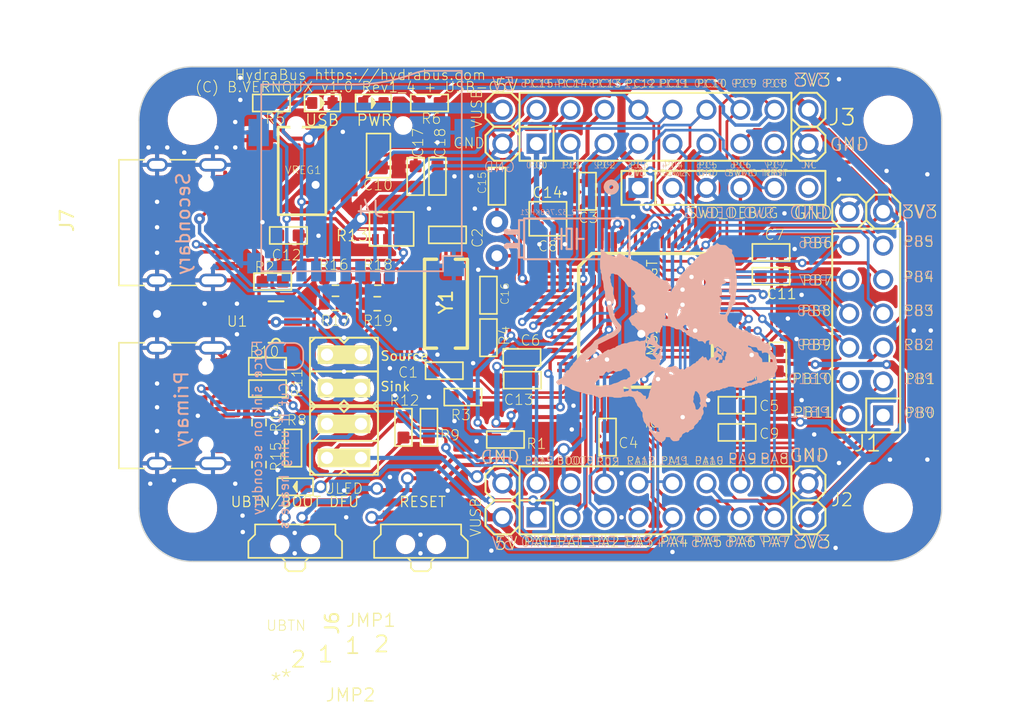
<source format=kicad_pcb>
(kicad_pcb (version 20221018) (generator pcbnew)
  (title_block (title "HydraBus") (date "2020-05-14") (rev "1.0 Rev1.4"))
  (layers (0 "F.Cu" signal "Top") (31 "B.Cu" signal "Bottom") (34 "B.Paste" user) (35 "F.Paste" user) (36 "B.SilkS" user "B.Silkscreen") (37 "F.SilkS" user "F.Silkscreen") (38 "B.Mask" user) (39 "F.Mask" user) (44 "Edge.Cuts" user))
  (net 0 "")
  (net 1 "+3V3")
  (net 2 "GND")
  (net 3 "Net-(Y1-OSC2)")
  (net 4 "SUPPLY_VUSB")
  (net 5 "/PH0")
  (net 6 "/NRST")
  (net 7 "/USB1D_P")
  (net 9 "/USB1D_N")
  (net 11 "Net-(R5-Pad2)")
  (net 12 "/PB9")
  (net 13 "/PB8")
  (net 14 "/BOOT0")
  (net 15 "/PB7")
  (net 16 "/PB6")
  (net 17 "/PB5")
  (net 18 "/PB4")
  (net 19 "/PB3")
  (net 20 "/PD2")
  (net 21 "/PC12")
  (net 22 "/PC11")
  (net 23 "/PC10")
  (net 24 "/PA15")
  (net 25 "/SWD_SWCLK")
  (net 26 "/VCAP_2")
  (net 27 "/SWD_SWDIO")
  (net 28 "/USB0D_P")
  (net 29 "/USB0D_N")
  (net 30 "/PA10")
  (net 31 "/PA9")
  (net 32 "/PA8")
  (net 33 "/PC9")
  (net 34 "/PC8")
  (net 35 "/PC7")
  (net 36 "/PC6")
  (net 37 "/PB12")
  (net 38 "/VCAP_1")
  (net 39 "/PB11")
  (net 40 "/PB10")
  (net 41 "/PB2")
  (net 42 "/PB1")
  (net 43 "/PB0")
  (net 44 "/PC5")
  (net 45 "/PC4")
  (net 46 "/PA7")
  (net 47 "/PA6")
  (net 48 "/PA5")
  (net 49 "/PA4")
  (net 50 "/PA3")
  (net 51 "/PA2")
  (net 52 "/PA1")
  (net 53 "/PA0")
  (net 54 "/PC3")
  (net 55 "/PC2")
  (net 56 "/PC1")
  (net 57 "/PC0")
  (net 58 "/PH1")
  (net 59 "/PC15")
  (net 60 "/PC14")
  (net 61 "/PC13")
  (net 62 "Net-(J6-CC1)")
  (net 63 "USB0_D+")
  (net 64 "Net-(JMP1-Pad2)")
  (net 65 "Net-(R8-Pad1)")
  (net 66 "Net-(R12-Pad1)")
  (net 67 "Net-(PWR1-Pad+)")
  (net 68 "USB0_D-")
  (net 70 "Net-(J6-CC2)")
  (net 72 "USB1_CC1")
  (net 73 "USB1_D+")
  (net 74 "USB1_D-")
  (net 76 "USB1_CC2")
  (net 78 "Net-(JP5-A)")
  (net 79 "Net-(JMP2B-1)")
  (footprint "HydraBus:C0603" (layer "F.Cu") (at 171.323 90.735 180)
    (fp_text reference "C1")
    (fp_text value "18pF")
  )
  (footprint "HydraBus:C0603" (layer "F.Cu") (at 171.565 80.575 180)
    (fp_text reference "C2")
    (fp_text value "18pF")
  )
  (footprint "HydraBus:R0603" (layer "F.Cu") (at 175.895 95.885)
    (fp_text reference "R1")
    (fp_text value "10K")
  )
  (footprint "HydraBus:C0603" (layer "F.Cu") (at 182.0291 77.3176 90)
    (fp_text reference "C3")
    (fp_text value "100nF")
  )
  (footprint "HydraBus:SOT223" (layer "F.Cu") (at 160.6931 75.7936 -90)
    (fp_text reference "VREG1")
    (fp_text value "LD1117AS33TR")
  )
  (footprint "HydraBus:R0603" (layer "F.Cu") (at 158.496 84.074)
    (fp_text reference "R2")
    (fp_text value "22")
  )
  (footprint "HydraBus:R0603" (layer "F.Cu") (at 172.72 92.71)
    (fp_text reference "R3")
    (fp_text value "22")
  )
  (footprint "HydraBus:C0805" (layer "F.Cu") (at 166.4081 74.6506 -90)
    (fp_text reference "C10")
    (fp_text value "10uF")
  )
  (footprint "HydraBus:C0603" (layer "F.Cu") (at 159.6771 80.6196)
    (fp_text reference "C12")
    (fp_text value "100nF")
  )
  (footprint "HydraBus:R0603" (layer "F.Cu") (at 158.4071 70.7136)
    (fp_text reference "R5")
    (fp_text value "3.3K")
  )
  (footprint "HydraBus:R0603" (layer "F.Cu") (at 170.2181 70.7136)
    (fp_text reference "R6")
    (fp_text value "2.2K")
  )
  (footprint "HydraBus:1X01" (layer "F.Cu") (at 201.5871 78.8416 -90)
    (fp_text reference "JP6" hide)
    (fp_text value "GND")
  )
  (footprint "HydraBus:1X01" (layer "F.Cu") (at 198.5391 99.1616 -90)
    (fp_text reference "JP10" hide)
    (fp_text value "GND")
  )
  (footprint "HydraBus:1X01" (layer "F.Cu") (at 198.5391 73.7616 -90)
    (fp_text reference "JP8" hide)
    (fp_text value "GND")
  )
  (footprint "HydraBus:1X01" (layer "F.Cu") (at 198.5421 101.6956 -90)
    (fp_text reference "JP7" hide)
    (fp_text value "3V3")
  )
  (footprint "HydraBus:1X01" (layer "F.Cu") (at 198.5391 71.2216 -90)
    (fp_text reference "JP9" hide)
    (fp_text value "3V3")
  )
  (footprint "HydraBus:1X01" (layer "F.Cu") (at 204.1271 78.8416 -90)
    (fp_text reference "JP11" hide)
    (fp_text value "3V3")
  )
  (footprint "HydraBus:LQFP64" (layer "F.Cu") (at 186.3659 86.9696 -90)
    (fp_text reference "IC1")
    (fp_text value "STM32F4x5RGT")
  )
  (footprint "HydraBus:C0603" (layer "F.Cu") (at 195.7451 81.8896)
    (fp_text reference "C7")
    (fp_text value "100nF")
  )
  (footprint "HydraBus:C0603" (layer "F.Cu") (at 183.5277 95.7072 -90)
    (fp_text reference "C4")
    (fp_text value "100nF")
  )
  (footprint "HydraBus:C0603" (layer "F.Cu") (at 193.2051 93.3196 180)
    (fp_text reference "C5")
    (fp_text value "100nF")
  )
  (footprint "HydraBus:C0603" (layer "F.Cu") (at 177.1269 89.7382 180)
    (fp_text reference "C6")
    (fp_text value "100nF")
  )
  (footprint "HydraBus:C0603" (layer "F.Cu") (at 179.07 80.01 180)
    (fp_text reference "C8")
    (fp_text value "100nF")
  )
  (footprint "HydraBus:C0603" (layer "F.Cu") (at 193.2051 95.3516 180)
    (fp_text reference "C9")
    (fp_text value "2.2uF")
  )
  (footprint "HydraBus:C0603" (layer "F.Cu") (at 177.165 91.44 180)
    (fp_text reference "C13")
    (fp_text value "2.2uF")
  )
  (footprint "HydraBus:M2X6" (layer "F.Cu") (at 202.8571 87.7316 90)
    (fp_text reference "J1")
    (fp_text value "CON_HEADER_2X06" hide)
  )
  (footprint "HydraBus:M2X8" (layer "F.Cu") (at 187.1091 100.4316)
    (fp_text reference "J2")
    (fp_text value "CON_HEADER_2X08" hide)
  )
  (footprint "HydraBus:M2X8" (layer "F.Cu") (at 187.1091 72.4916)
    (fp_text reference "J3")
    (fp_text value "CON_HEADER_2X08" hide)
  )
  (footprint "HydraBus:R0603" (layer "F.Cu") (at 174.625 88.265 90)
    (fp_text reference "R4")
    (fp_text value "220")
  )
  (footprint "HydraBus:1X01" (layer "F.Cu") (at 175.6791 71.2216 180)
    (fp_text reference "JP1" hide)
    (fp_text value "5V")
  )
  (footprint "HydraBus:1X01" (layer "F.Cu") (at 175.6791 73.7616)
    (fp_text reference "JP2" hide)
    (fp_text value "GND")
  )
  (footprint "HydraBus:1X01" (layer "F.Cu") (at 175.6791 99.1616)
    (fp_text reference "JP3" hide)
    (fp_text value "GND")
  )
  (footprint "HydraBus:1X01" (layer "F.Cu") (at 175.6791 101.7016)
    (fp_text reference "JP4" hide)
    (fp_text value "5V")
  )
  (footprint "HydraBus:SOT95P275X110-6N" (layer "F.Cu") (at 158.75 87.0966 180)
    (fp_text reference "U1")
    (fp_text value "IP4220CZ6")
  )
  (footprint "HydraBus:C0603" (layer "F.Cu") (at 175.26 76.9366 90)
    (fp_text reference "C15")
    (fp_text value "8pF")
  )
  (footprint "HydraBus:C0603" (layer "F.Cu") (at 174.625 85.09 -90)
    (fp_text reference "C16")
    (fp_text value "8pF")
  )
  (footprint "HydraBus:R0603" (layer "F.Cu") (at 158.115 90.3986)
    (fp_text reference "R10")
    (fp_text value "22")
  )
  (footprint "HydraBus:R0603" (layer "F.Cu") (at 158.115 92.075)
    (fp_text reference "R11")
    (fp_text value "22")
  )
  (footprint "HydraBus:JP2Q" (layer "F.Cu") (at 163.83 95.9866 180)
    (fp_text reference "JMP1")
    (fp_text value "JP2QE" hide)
  )
  (footprint "HydraBus:R0603" (layer "F.Cu") (at 160.02 96.52 90)
    (fp_text reference "R8")
    (fp_text value "2.2K")
  )
  (footprint "HydraBus:R0603" (layer "F.Cu") (at 170.18 94.9706 90)
    (fp_text reference "R9")
    (fp_text value "10K")
  )
  (footprint "HydraBus:LED0603" (layer "F.Cu") (at 162.2171 70.7136)
    (fp_text reference "USB3" hide)
    (fp_text value "LED")
  )
  (footprint "HydraBus:LED0603" (layer "F.Cu") (at 166.0271 70.7136)
    (fp_text reference "PWR1" hide)
    (fp_text value "LED")
  )
  (footprint "HydraBus:LED0603" (layer "F.Cu") (at 160.1851 99.4156 180)
    (fp_text reference "ULED1" hide)
    (fp_text value "LED")
  )
  (footprint "HydraBus:4P-SMD-7.0X3.5X3.5H-90D" (layer "F.Cu") (at 160.1851 103.7336)
    (fp_text reference "UBTN1" hide)
    (fp_text value "BUTTON-2P-REINFORCE-3100060P1" hide)
  )
  (footprint "HydraBus:2P-2.54" (layer "F.Cu") (at 163.83 94.7166)
    (fp_text reference "JMP_ULED1" hide)
    (fp_text value "SHORT-JUMPER-2P-3460440P1" hide)
  )
  (footprint "HydraBus:2P-2.54" (layer "F.Cu") (at 163.83 97.2566)
    (fp_text reference "JMP_UBTN1" hide)
    (fp_text value "SHORT-JUMPER-2P-3460440P1" hide)
  )
  (footprint "HydraBus:R0603" (layer "F.Cu") (at 168.275 94.9706 90)
    (fp_text reference "R12")
    (fp_text value "10K")
  )
  (footprint "HydraBus:4P-SMD-7.0X3.5X3.5H-90D" (layer "F.Cu") (at 169.5831 103.7336)
    (fp_text reference "RESET1" hide)
    (fp_text value "BUTTON-2P-REINFORCE-3100060P1" hide)
  )
  (footprint "HydraBus:R1206-8" (layer "F.Cu") (at 167.386 80.137)
    (fp_text reference "R13")
    (fp_text value "10K")
  )
  (footprint "HydraBus:C0603" (layer "F.Cu") (at 195.7451 83.6676)
    (fp_text reference "C11")
    (fp_text value "2.2uF")
  )
  (footprint "HydraBus:C0603" (layer "F.Cu") (at 179.07 78.74 180)
    (fp_text reference "C14")
    (fp_text value "4.7uF")
  )
  (footprint "HydraBus:M1X6" (layer "F.Cu") (at 185.8391 77.0636)
    (fp_text reference "J5" hide)
    (fp_text value "CON_HEADER_1X06-PTH" hide)
  )
  (footprint "HydraBus:R0603" (layer "F.Cu") (at 196.2531 90.0176 90)
    (fp_text reference "R7")
    (fp_text value "10K")
  )
  (footprint "HydraBus:C0603" (layer "F.Cu") (at 169.185 76.21 -90)
    (fp_text reference "C17")
    (fp_text value "2.2uF")
  )
  (footprint "HydraBus:C0603" (layer "F.Cu") (at 170.815 76.2 90)
    (fp_text reference "C18")
    (fp_text value "100nF")
  )
  (footprint "HydraBus:DP6037_V1" (layer "F.Cu") (at 148.5011 105.0036)
    (fp_text reference "DP6037_V1" hide)
    (fp_text value "DP6037_V1" hide)
    (fp_line (start 0 -33) (end 0 -4) (stroke (width 0.1)) (layer "Edge.Cuts"))
    (fp_line (start 4 0) (end 56 0) (stroke (width 0.1)) (layer "Edge.Cuts"))
    (fp_line (start 56 -37) (end 4 -37) (stroke (width 0.1)) (layer "Edge.Cuts"))
    (fp_line (start 60 -4) (end 60 -33) (stroke (width 0.1)) (layer "Edge.Cuts"))
    (fp_arc (start 0 -33) (mid 1.171573 -35.828427) (end 4 -37) (stroke (width 0.1)) (layer "Edge.Cuts"))
    (fp_arc (start 4 0) (mid 1.171573 -1.171573) (end 0 -4) (stroke (width 0.1)) (layer "Edge.Cuts"))
    (fp_arc (start 56 -37) (mid 58.828427 -35.828427) (end 60 -33) (stroke (width 0.1)) (layer "Edge.Cuts"))
    (fp_arc (start 60 -4) (mid 58.828427 -1.171573) (end 56 0) (stroke (width 0.1)) (layer "Edge.Cuts"))
  )
  (footprint "HydraBus:SMD-5032_2P" (layer "F.Cu") (at 171.45 85.725 -90)
    (fp_text reference "Y1")
    (fp_text value "SMD-5032_2P_8MHz_20ppm_20pF")
  )
  (footprint "Resistor_SMD:R_0603_1608Metric" (layer "F.Cu") (at 163.195 85.695 180)
    (fp_text reference "R17")
    (fp_text value "5.1K" hide)
  )
  (footprint "HydraBus:2P-2.54" (layer "F.Cu") (at 163.83 92.0385)
    (fp_text reference "JMP_ULED2" hide)
    (fp_text value "SHORT-JUMPER-2P-3460440P1" hide)
  )
  (footprint "Resistor_SMD:R_0603_1608Metric" (layer "F.Cu") (at 166.37 83.82)
    (fp_text reference "R18")
    (fp_text value "56K" hide)
  )
  (footprint "Resistor_SMD:R_0603_1608Metric" (layer "F.Cu") (at 163.195 83.82 180)
    (fp_text reference "R16")
    (fp_text value "5.1K" hide)
  )
  (footprint "HydraBus:JP2Q" (layer "F.Cu") (at 163.83 90.805)
    (fp_text reference "JMP2")
    (fp_text value "JP2QE")
  )
  (footprint "HydraBus:2P-2.54" (layer "F.Cu") (at 163.83 89.535)
    (fp_text reference "JMP_UBTN2" hide)
    (fp_text value "SHORT-JUMPER-2P-3460440P1" hide)
  )
  (footprint "Connector_USB:USB_C_Receptacle_HRO_TYPE-C-31-M-12" (layer "F.Cu") (at 150.909588 79.66 -90)
    (fp_text reference "J7")
    (fp_text value "USB_C_Receptacle_USB2.0")
  )
  (footprint "Resistor_SMD:R_0603_1608Metric" (layer "F.Cu") (at 157.48 97.76 -90)
    (fp_text reference "R15")
    (fp_text value "5.1K")
  )
  (footprint "Resistor_SMD:R_0603_1608Metric" (layer "F.Cu") (at 166.315 85.725)
    (fp_text reference "R19")
    (fp_text value "56K" hide)
  )
  (footprint "Resistor_SMD:R_0603_1608Metric" (layer "F.Cu") (at 157.48 94.615 -90)
    (fp_text reference "R14")
    (fp_text value "5.1K")
  )
  (footprint "Connector_USB:USB_C_Receptacle_HRO_TYPE-C-31-M-12" (layer "F.Cu") (at 150.909588 93.345 -90)
    (fp_text reference "J6")
    (fp_text value "USB_C_Receptacle_USB2.0")
  )
  (footprint "HydraBus:TC38H" (layer "B.Cu") (at 175.26 80.8736 90)
    (fp_text reference "Y2_32.768KHZ1")
    (fp_text value "32.768KHz")
  )
  (footprint "HydraBus:9P-SMD-W-RING" (layer "B.Cu") (at 165.1381 75.8036 90)
    (fp_text reference "J4")
    (fp_text value "MICRO-SDCARD-CONNECTOR-3300060P1")
  )
  (footprint "Jumper:SolderJumper-2_P1.3mm_Bridged_RoundedPad1.0x1.5mm" (layer "B.Cu") (at 159.385 89.662 180)
    (fp_text reference "JP5" hide)
    (fp_text value "SolderJumper_2_Bridged" hide)
  )
  (gr_circle (center 183.8071 77.0036) (end 184.166309 77.0036) (stroke (width 0.4064)) (fill none) (layer "B.SilkS"))
  (gr_poly (pts (xy 191.720916 81.199414) (xy 191.72404 81.199882) (xy 191.727228 81.200671) (xy 191.730496 81.20178) (xy 191.73386 81.203206) (xy 191.737339 81.204948) (xy 191.740948 81.207004) (xy 191.744704 81.209372) (xy 191.748625 81.21205) (xy 191.752726 81.215036) (xy 191.757024 81.218329) (xy 191.766281 81.225825) (xy 191.77653 81.234523) (xy 191.783245 81.240156) (xy 191.790462 81.245927) (xy 191.806134 81.257715) (xy 191.823012 81.269546) (xy 191.840559 81.281079) (xy 191.858242 81.291975) (xy 191.875526 81.301893) (xy 191.883852 81.306379) (xy 191.891877 81.310493) (xy 191.899536 81.314193) (xy 191.90676 81.317436) (xy 191.914661 81.320407) (xy 191.924307 81.32331) (xy 191.935566 81.326129) (xy 191.948304 81.328849) (xy 191.962386 81.331453) (xy 191.977679 81.333926) (xy 192.011362 81.338416) (xy 192.048281 81.342194) (xy 192.087366 81.345134) (xy 192.127546 81.34711) (xy 192.16775 81.347996) (xy 192.199879 81.348346) (xy 192.228678 81.349061) (xy 192.254548 81.350312) (xy 192.277893 81.35227) (xy 192.299115 81.355108) (xy 192.318618 81.358996) (xy 192.336804 81.364107) (xy 192.345529 81.367174) (xy 192.354076 81.370611) (xy 192.362495 81.374439) (xy 192.370837 81.37868) (xy 192.387491 81.388485) (xy 192.404438 81.400198) (xy 192.422084 81.413991) (xy 192.44083 81.430035) (xy 192.46108 81.448502) (xy 192.5077 81.493388) (xy 192.522922 81.50805) (xy 192.538266 81.522301) (xy 192.553628 81.536067) (xy 192.568905 81.549275) (xy 192.583995 81.56185) (xy 192.598796 81.573719) (xy 192.613203 81.584807) (xy 192.627115 81.595042) (xy 192.640428 81.604349) (xy 192.65304 81.612655) (xy 192.664848 81.619885) (xy 192.675749 81.625967) (xy 192.68564 81.630825) (xy 192.694419 81.634386) (xy 192.701983 81.636578) (xy 192.708228 81.637324) (xy 192.713928 81.637586) (xy 192.719894 81.638353) (xy 192.726077 81.6396) (xy 192.732429 81.641302) (xy 192.738901 81.643431) (xy 192.745442 81.645964) (xy 192.752005 81.648873) (xy 192.758539 81.652133) (xy 192.764997 81.655718) (xy 192.771328 81.659603) (xy 192.777484 81.663761) (xy 192.783416 81.668167) (xy 192.789074 81.672794) (xy 192.794409 81.677618) (xy 192.799373 81.682613) (xy 192.803916 81.687752) (xy 192.806321 81.690803) (xy 192.808615 81.694031) (xy 192.812872 81.700999) (xy 192.816681 81.708626) (xy 192.82004 81.716883) (xy 192.822946 81.725741) (xy 192.825394 81.735171) (xy 192.827382 81.745142) (xy 192.828905 81.755627) (xy 192.829961 81.766595) (xy 192.830545 81.778017) (xy 192.830655 81.789863) (xy 192.830286 81.802106) (xy 192.829435 81.814714) (xy 192.828099 81.82766) (xy 192.826274 81.840913) (xy 192.823957 81.854445) (xy 192.821665 81.867654) (xy 192.819829 81.880411) (xy 192.818443 81.892684) (xy 192.817506 81.904442) (xy 192.817012 81.915653) (xy 192.816958 81.926287) (xy 192.817341 81.936313) (xy 192.818157 81.945698) (xy 192.819402 81.954413) (xy 192.821073 81.962426) (xy 192.823166 81.969705) (xy 192.825678 81.97622) (xy 192.828605 81.98194) (xy 192.831943 81.986833) (xy 192.835689 81.990868) (xy 192.839838 81.994014) (xy 192.841864 81.995412) (xy 192.844042 81.9972) (xy 192.848832 82.001897) (xy 192.854153 82.008012) (xy 192.859951 82.015454) (xy 192.866171 82.024128) (xy 192.872758 82.033943) (xy 192.879657 82.044806) (xy 192.886814 82.056624) (xy 192.894173 82.069306) (xy 192.901681 82.082757) (xy 192.909283 82.096886) (xy 192.916923 82.1116) (xy 192.924548 82.126807) (xy 192.932101 82.142413) (xy 192.93953 82.158327) (xy 192.946778 82.174455) (xy 192.953967 82.191536) (xy 192.960861 82.209441) (xy 192.96743 82.228036) (xy 192.973647 82.247189) (xy 192.979482 82.266764) (xy 192.984908 82.286629) (xy 192.989895 82.306649) (xy 192.994415 82.326691) (xy 192.99844 82.34662) (xy 193.001941 82.366304) (xy 193.004889 82.385607) (xy 193.007256 82.404397) (xy 193.009013 82.422539) (xy 193.010133 82.4399) (xy 193.010586 82.456345) (xy 193.010343 82.471742) (xy 193.009979 82.486258) (xy 193.010072 82.500836) (xy 193.010605 82.515381) (xy 193.011556 82.529798) (xy 193.012905 82.54399) (xy 193.014634 82.557863) (xy 193.016721 82.571321) (xy 193.019148 82.584268) (xy 193.021894 82.59661) (xy 193.024939 82.608249) (xy 193.028264 82.619092) (xy 193.031848 82.629042) (xy 193.035672 82.638004) (xy 193.039716 82.645882) (xy 193.043959 82.652581) (xy 193.048383 82.658006) (xy 193.051094 82.661212) (xy 193.053728 82.665033) (xy 193.056287 82.66947) (xy 193.058769 82.674523) (xy 193.063506 82.686484) (xy 193.067941 82.700922) (xy 193.072073 82.717844) (xy 193.075905 82.737258) (xy 193.079437 82.75917) (xy 193.08267 82.783588) (xy 193.085605 82.810518) (xy 193.088243 82.839967) (xy 193.090584 82.871943) (xy 193.09263 82.906453) (xy 193.094382 82.943503) (xy 193.09584 82.9831) (xy 193.097006 83.025252) (xy 193.09788 83.069966) (xy 193.099739 83.144291) (xy 193.102809 83.215242) (xy 193.106928 83.281152) (xy 193.111934 83.340352) (xy 193.117666 83.391174) (xy 193.123962 83.43195) (xy 193.127271 83.448049) (xy 193.13066 83.461011) (xy 193.134109 83.470627) (xy 193.137598 83.476689) (xy 193.139447 83.47963) (xy 193.141256 83.483936) (xy 193.144753 83.496529) (xy 193.148076 83.514247) (xy 193.151216 83.536868) (xy 193.15416 83.564169) (xy 193.156897 83.595928) (xy 193.161703 83.671935) (xy 193.165544 83.763112) (xy 193.168328 83.867685) (xy 193.169964 83.983876) (xy 193.170359 84.10991) (xy 193.167667 84.342606) (xy 193.161389 84.538305) (xy 193.157187 84.615855) (xy 193.152427 84.676447) (xy 193.14722 84.717508) (xy 193.144484 84.729912) (xy 193.141678 84.73647) (xy 193.140256 84.738546) (xy 193.138825 84.741238) (xy 193.135949 84.748396) (xy 193.13307 84.757799) (xy 193.130206 84.769303) (xy 193.127377 84.782762) (xy 193.124602 84.798033) (xy 193.121901 84.814971) (xy 193.119293 84.83343) (xy 193.114431 84.874335) (xy 193.110172 84.919591) (xy 193.10667 84.96804) (xy 193.104078 85.018525) (xy 193.101495 85.068652) (xy 193.098018 85.116075) (xy 193.0938 85.159709) (xy 193.088992 85.198469) (xy 193.083748 85.23127) (xy 193.078219 85.257027) (xy 193.075395 85.266926) (xy 193.072557 85.274656) (xy 193.069725 85.280082) (xy 193.066917 85.28307) (xy 193.06556 85.284219) (xy 193.064279 85.285931) (xy 193.063075 85.288189) (xy 193.061949 85.29098) (xy 193.059927 85.298094) (xy 193.058216 85.307152) (xy 193.056819 85.318031) (xy 193.055737 85.330606) (xy 193.054972 85.344756) (xy 193.054526 85.360358) (xy 193.054403 85.377289) (xy 193.054602 85.395426) (xy 193.055128 85.414647) (xy 193.055982 85.434828) (xy 193.057165 85.455847) (xy 193.058681 85.477581) (xy 193.060531 85.499908) (xy 193.062717 85.522703) (xy 193.06796 85.57845) (xy 193.071217 85.624552) (xy 193.072458 85.661428) (xy 193.072313 85.676536) (xy 193.071652 85.689493) (xy 193.070471 85.700353) (xy 193.068766 85.709166) (xy 193.066533 85.715986) (xy 193.063769 85.720863) (xy 193.062187 85.72259) (xy 193.060469 85.723851) (xy 193.058618 85.724653) (xy 193.05663 85.725002) (xy 193.052248 85.724367) (xy 193.047318 85.721998) (xy 193.045189 85.720904) (xy 193.042836 85.720108) (xy 193.040266 85.719606) (xy 193.037487 85.719392) (xy 193.034508 85.719461) (xy 193.031336 85.719809) (xy 193.02798 85.72043) (xy 193.024448 85.721318) (xy 193.020747 85.72247) (xy 193.016886 85.72388) (xy 193.012872 85.725543) (xy 193.008714 85.727453) (xy 192.999998 85.731997) (xy 192.990801 85.737472) (xy 192.981187 85.743837) (xy 192.971221 85.751052) (xy 192.960968 85.759075) (xy 192.95049 85.767867) (xy 192.939854 85.777387) (xy 192.929122 85.787595) (xy 192.918359 85.798449) (xy 192.90763 85.80991) (xy 192.897291 85.821583) (xy 192.887231 85.833536) (xy 192.877504 85.845682) (xy 192.868162 85.857933) (xy 192.859257 85.870202) (xy 192.850841 85.8824) (xy 192.842968 85.894439) (xy 192.835691 85.906232) (xy 192.82906 85.917692) (xy 192.823129 85.928729) (xy 192.817951 85.939257) (xy 192.813578 85.949188) (xy 192.810062 85.958433) (xy 192.807457 85.966906) (xy 192.805814 85.974518) (xy 192.805186 85.981181) (xy 192.804954 85.987569) (xy 192.804422 85.994376) (xy 192.803604 86.001543) (xy 192.802518 86.009008) (xy 192.80118 86.01671) (xy 192.799606 86.024589) (xy 192.797813 86.032583) (xy 192.795816 86.040633) (xy 192.793633 86.048677) (xy 192.79128 86.056654) (xy 192.788773 86.064504) (xy 192.786129 86.072166) (xy 192.783364 86.079579) (xy 192.780494 86.086681) (xy 192.777536 86.093414) (xy 192.774506 86.099714) (xy 192.72023 86.209203) (xy 192.631409 86.389839) (xy 192.608092 86.436637) (xy 192.585304 86.480934) (xy 192.563617 86.521717) (xy 192.543605 86.557969) (xy 192.525841 86.588675) (xy 192.510897 86.612821) (xy 192.499346 86.629391) (xy 192.495022 86.634518) (xy 192.491761 86.63737) (xy 192.490415 86.638438) (xy 192.489086 86.63996) (xy 192.487777 86.641924) (xy 192.486487 86.644318) (xy 192.483977 86.650342) (xy 192.481569 86.657932) (xy 192.479276 86.666986) (xy 192.477113 86.677405) (xy 192.475091 86.689086) (xy 192.473226 86.701928) (xy 192.47153 86.715831) (xy 192.470016 86.730694) (xy 192.468699 86.746416) (xy 192.467591 86.762895) (xy 192.466706 86.780031) (xy 192.466057 86.797723) (xy 192.465658 86.81587) (xy 192.465522 86.83437) (xy 192.465725 86.8611) (xy 192.466378 86.885741) (xy 192.467542 86.908489) (xy 192.46928 86.929537) (xy 192.471655 86.94908) (xy 192.47473 86.967311) (xy 192.478566 86.984426) (xy 192.483228 87.000618) (xy 192.488777 87.016081) (xy 192.495276 87.03101) (xy 192.502787 87.045599) (xy 192.511375 87.060041) (xy 192.5211 87.074532) (xy 192.532026 87.089266) (xy 192.544215 87.104436) (xy 192.557731 87.120237) (xy 192.568003 87.131509) (xy 192.578628 87.142334) (xy 192.589543 87.152675) (xy 192.600685 87.162491) (xy 192.61199 87.171745) (xy 192.623395 87.180397) (xy 192.634838 87.18841) (xy 192.646254 87.195743) (xy 192.657581 87.202359) (xy 192.668756 87.208219) (xy 192.679714 87.213283) (xy 192.690394 87.217514) (xy 192.700732 87.220872) (xy 192.710665 87.223318) (xy 192.72013 87.224814) (xy 192.729062 87.225322) (xy 192.737015 87.225495) (xy 192.744535 87.226002) (xy 192.751593 87.226827) (xy 192.758158 87.227952) (xy 192.7642 87.22936) (xy 192.769689 87.231034) (xy 192.774596 87.232957) (xy 192.77889 87.235111) (xy 192.782542 87.237481) (xy 192.784117 87.238741) (xy 192.785521 87.240048) (xy 192.786748 87.2414) (xy 192.787797 87.242795) (xy 192.788662 87.244231) (xy 192.78934 87.245706) (xy 192.789828 87.247217) (xy 192.790121 87.248763) (xy 192.790216 87.250341) (xy 192.790109 87.251949) (xy 192.789796 87.253586) (xy 192.789274 87.255248) (xy 192.788538 87.256933) (xy 192.787586 87.258641) (xy 192.786687 87.260504) (xy 192.786107 87.262652) (xy 192.785841 87.265075) (xy 192.785882 87.267763) (xy 192.786224 87.270707) (xy 192.78686 87.273896) (xy 192.787784 87.277321) (xy 192.78899 87.280973) (xy 192.792222 87.288915) (xy 192.796506 87.297644) (xy 192.80179 87.307083) (xy 192.808025 87.317152) (xy 192.81516 87.327774) (xy 192.823144 87.338871) (xy 192.831927 87.350364) (xy 192.841458 87.362176) (xy 192.851687 87.374227) (xy 192.862564 87.38644) (xy 192.874037 87.398737) (xy 192.886057 87.411039) (xy 192.901402 87.426023) (xy 192.916402 87.439931) (xy 192.931087 87.452778) (xy 192.945483 87.46458) (xy 192.959619 87.475351) (xy 192.973522 87.485106) (xy 192.98722 87.493861) (xy 193.000741 87.50163) (xy 193.014112 87.508428) (xy 193.027361 87.514272) (xy 193.040517 87.519175) (xy 193.053606 87.523153) (xy 193.066657 87.52622) (xy 193.079697 87.528393) (xy 193.092755 87.529685) (xy 193.105857 87.530113) (xy 193.116227 87.530289) (xy 193.12652 87.530804) (xy 193.136672 87.531642) (xy 193.146622 87.532786) (xy 193.156307 87.534217) (xy 193.165665 87.535918) (xy 193.174633 87.537873) (xy 193.183149 87.540063) (xy 193.191151 87.542472) (xy 193.198576 87.545082) (xy 193.205362 87.547876) (xy 193.211446 87.550836) (xy 193.216767 87.553945) (xy 193.221261 87.557186) (xy 193.224867 87.560541) (xy 193.227521 87.563994) (xy 193.228681 87.565731) (xy 193.229996 87.567446) (xy 193.231461 87.569137) (xy 193.23307 87.570801) (xy 193.234818 87.572437) (xy 193.236699 87.574042) (xy 193.238708 87.575614) (xy 193.240839 87.577151) (xy 193.245445 87.580111) (xy 193.250473 87.582905) (xy 193.255878 87.585515) (xy 193.261617 87.587924) (xy 193.267644 87.590114) (xy 193.273915 87.592069) (xy 193.280386 87.593771) (xy 193.287013 87.595202) (xy 193.29375 87.596345) (xy 193.300555 87.597183) (xy 193.307381 87.597698) (xy 193.314185 87.597874) (xy 193.320882 87.59805) (xy 193.327392 87.598565) (xy 193.333679 87.599404) (xy 193.339711 87.600547) (xy 193.345454 87.601978) (xy 193.350875 87.603679) (xy 193.355939 87.605634) (xy 193.360613 87.607824) (xy 193.364863 87.610233) (xy 193.368656 87.612843) (xy 193.371957 87.615637) (xy 193.374734 87.618597) (xy 193.375915 87.620134) (xy 193.376952 87.621706) (xy 193.377842 87.623311) (xy 193.378579 87.624947) (xy 193.379159 87.626612) (xy 193.379579 87.628303) (xy 193.379834 87.630018) (xy 193.37992 87.631755) (xy 193.380009 87.633492) (xy 193.380271 87.635207) (xy 193.380704 87.636898) (xy 193.381303 87.638562) (xy 193.382062 87.640198) (xy 193.382979 87.641803) (xy 193.384048 87.643375) (xy 193.385265 87.644912) (xy 193.386626 87.646412) (xy 193.388126 87.647873) (xy 193.389762 87.649291) (xy 193.391529 87.650666) (xy 193.393422 87.651995) (xy 193.395437 87.653276) (xy 193.39757 87.654507) (xy 193.399817 87.655685) (xy 193.402172 87.656809) (xy 193.404633 87.657876) (xy 193.407194 87.658883) (xy 193.409851 87.65983) (xy 193.4126 87.660714) (xy 193.415436 87.661532) (xy 193.418355 87.662282) (xy 193.421353 87.662963) (xy 193.424426 87.663572) (xy 193.427568 87.664106) (xy 193.430776 87.664564) (xy 193.434046 87.664944) (xy 193.437372 87.665243) (xy 193.440752 87.66546) (xy 193.444179 87.665591) (xy 193.447651 87.665635) (xy 193.454548 87.665835) (xy 193.461253 87.666421) (xy 193.46773 87.667373) (xy 193.473945 87.668672) (xy 193.479862 87.670298) (xy 193.485447 87.672231) (xy 193.490665 87.674452) (xy 193.495481 87.67694) (xy 193.499861 87.679676) (xy 193.50377 87.682641) (xy 193.507173 87.685814) (xy 193.510035 87.689175) (xy 193.511253 87.690921) (xy 193.512322 87.692706) (xy 193.513239 87.694529) (xy 193.513999 87.696386) (xy 193.514597 87.698276) (xy 193.51503 87.700196) (xy 193.515293 87.702143) (xy 193.515381 87.704115) (xy 193.515524 87.706497) (xy 193.515953 87.70876) (xy 193.51667 87.710905) (xy 193.517674 87.712931) (xy 193.518967 87.714838) (xy 193.52055 87.716627) (xy 193.522424 87.718298) (xy 193.524589 87.719851) (xy 193.527047 87.721285) (xy 193.529798 87.722602) (xy 193.532843 87.723801) (xy 193.536184 87.724882) (xy 193.53982 87.725845) (xy 193.543753 87.726691) (xy 193.547984 87.727419) (xy 193.552513 87.72803) (xy 193.557342 87.728524) (xy 193.562471 87.7289) (xy 193.567902 87.729159) (xy 193.573634 87.729301) (xy 193.57967 87.729327) (xy 193.586009 87.729235) (xy 193.592653 87.729027) (xy 193.599603 87.728702) (xy 193.614423 87.727703) (xy 193.630476 87.726238) (xy 193.647769 87.724309) (xy 193.666309 87.721916) (xy 193.682882 87.719824) (xy 193.698939 87.718149) (xy 193.714424 87.716887) (xy 193.729283 87.716033) (xy 193.743461 87.715584) (xy 193.756904 87.715534) (xy 193.769555 87.715879) (xy 193.78136 87.716615) (xy 193.792264 87.717738) (xy 193.802212 87.719242) (xy 193.811149 87.721124) (xy 193.81902 87.723378) (xy 193.82577 87.726001) (xy 193.831345 87.728988) (xy 193.835688 87.732335) (xy 193.838746 87.736036) (xy 193.8399 87.737805) (xy 193.84114 87.739517) (xy 193.842463 87.741172) (xy 193.843863 87.742768) (xy 193.845338 87.744303) (xy 193.846883 87.745777) (xy 193.848495 87.747187) (xy 193.850169 87.748533) (xy 193.851903 87.749813) (xy 193.853691 87.751026) (xy 193.855531 87.75217) (xy 193.857418 87.753244) (xy 193.859348 87.754246) (xy 193.861318 87.755176) (xy 193.863324 87.756032) (xy 193.865361 87.756812) (xy 193.867427 87.757515) (xy 193.869516 87.758139) (xy 193.871626 87.758684) (xy 193.873753 87.759148) (xy 193.875891 87.759529) (xy 193.878039 87.759826) (xy 193.880191 87.760038) (xy 193.882345 87.760163) (xy 193.884495 87.7602) (xy 193.886639 87.760148) (xy 193.888772 87.760005) (xy 193.890891 87.759769) (xy 193.892991 87.75944) (xy 193.895069 87.759016) (xy 193.897121 87.758496) (xy 193.899143 87.757878) (xy 193.901218 87.757317) (xy 193.903428 87.756969) (xy 193.905766 87.756827) (xy 193.908225 87.756888) (xy 193.910798 87.757148) (xy 193.91348 87.757602) (xy 193.916264 87.758246) (xy 193.919144 87.759077) (xy 193.922113 87.760089) (xy 193.925164 87.761279) (xy 193.931488 87.764175) (xy 193.938065 87.76773) (xy 193.944843 87.771911) (xy 193.95177 87.776683) (xy 193.958795 87.782014) (xy 193.965865 87.787869) (xy 193.97293 87.794214) (xy 193.979938 87.801016) (xy 193.986836 87.808241) (xy 193.993573 87.815855) (xy 194.000098 87.823823) (xy 194.006719 87.831861) (xy 194.013747 87.839674) (xy 194.021119 87.847221) (xy 194.028774 87.854462) (xy 194.03665 87.861356) (xy 194.044686 87.867863) (xy 194.05282 87.873942) (xy 194.06099 87.879553) (xy 194.069135 87.884655) (xy 194.077193 87.889208) (xy 194.085102 87.893172) (xy 194.0928 87.896506) (xy 194.100226 87.899169) (xy 194.107319 87.901122) (xy 194.114016 87.902323) (xy 194.117196 87.902629) (xy 194.120255 87.902733) (xy 194.123387 87.902864) (xy 194.126783 87.903253) (xy 194.134321 87.904778) (xy 194.142779 87.907258) (xy 194.152067 87.910641) (xy 194.162096 87.914875) (xy 194.172776 87.919909) (xy 194.184016 87.925692) (xy 194.195728 87.932173) (xy 194.207821 87.939299) (xy 194.220205 87.94702) (xy 194.232791 87.955284) (xy 194.245489 87.96404) (xy 194.258208 87.973237) (xy 194.27086 87.982822) (xy 194.283354 87.992746) (xy 194.2956 88.002955) (xy 194.307929 88.013172) (xy 194.320667 88.023117) (xy 194.333717 88.032736) (xy 194.346981 88.04198) (xy 194.360359 88.050794) (xy 194.373755 88.059128) (xy 194.387069 88.066928) (xy 194.400204 88.074144) (xy 194.413062 88.080722) (xy 194.425544 88.086611) (xy 194.437552 88.091759) (xy 194.448989 88.096113) (xy 194.459755 88.099622) (xy 194.469753 88.102233) (xy 194.478885 88.103895) (xy 194.487052 88.104555) (xy 194.494719 88.104877) (xy 194.502385 88.105534) (xy 194.51 88.106506) (xy 194.517515 88.107777) (xy 194.524882 88.109327) (xy 194.532052 88.111141) (xy 194.538976 88.113199) (xy 194.545606 88.115484) (xy 194.551892 88.117978) (xy 194.557786 88.120663) (xy 194.563239 88.123521) (xy 194.568203 88.126536) (xy 194.572628 88.129688) (xy 194.576466 88.13296) (xy 194.579667 88.136334) (xy 194.582184 88.139793) (xy 194.583451 88.14153) (xy 194.585084 88.143245) (xy 194.587073 88.144936) (xy 194.589406 88.146601) (xy 194.592073 88.148237) (xy 194.595064 88.149842) (xy 194.60197 88.152951) (xy 194.610039 88.155911) (xy 194.619185 88.158705) (xy 194.629321 88.161315) (xy 194.64036 88.163723) (xy 194.652216 88.165914) (xy 194.664803 88.167869) (xy 194.678034 88.16957) (xy 194.691822 88.171001) (xy 194.706083 88.172144) (xy 194.720728 88.172982) (xy 194.735672 88.173498) (xy 194.750828 88.173674) (xy 194.775019 88.173782) (xy 194.796502 88.174185) (xy 194.815469 88.174998) (xy 194.832113 88.176335) (xy 194.846628 88.178313) (xy 194.859205 88.181046) (xy 194.864828 88.182731) (xy 194.870038 88.184649) (xy 194.874861 88.186813) (xy 194.87932 88.189238) (xy 194.883439 88.191938) (xy 194.887242 88.194928) (xy 194.890754 88.198222) (xy 194.893999 88.201835) (xy 194.897 88.20578) (xy 194.899782 88.210073) (xy 194.902369 88.214728) (xy 194.904786 88.219758) (xy 194.909201 88.231006) (xy 194.913222 88.24393) (xy 194.917041 88.258648) (xy 194.92085 88.275273) (xy 194.923946 88.288303) (xy 194.927307 88.300353) (xy 194.930949 88.31144) (xy 194.934891 88.321586) (xy 194.939149 88.330808) (xy 194.943741 88.339126) (xy 194.948684 88.346561) (xy 194.951292 88.349953) (xy 194.953995 88.35313) (xy 194.956794 88.356097) (xy 194.959692 88.358855) (xy 194.962691 88.361406) (xy 194.965792 88.363753) (xy 194.968999 88.365898) (xy 194.972313 88.367844) (xy 194.975736 88.369593) (xy 194.979271 88.371148) (xy 194.98292 88.372511) (xy 194.986685 88.373684) (xy 194.990568 88.37467) (xy 194.994571 88.375471) (xy 195.002946 88.37653) (xy 195.011829 88.376878) (xy 195.020294 88.377065) (xy 195.028021 88.37763) (xy 195.035013 88.378577) (xy 195.038235 88.379195) (xy 195.041275 88.379911) (xy 195.044133 88.380724) (xy 195.046811 88.381635) (xy 195.049308 88.382645) (xy 195.051625 88.383755) (xy 195.053763 88.384964) (xy 195.055721 88.386274) (xy 195.057502 88.387685) (xy 195.059105 88.389198) (xy 195.06053 88.390813) (xy 195.061779 88.392531) (xy 195.062852 88.394351) (xy 195.063749 88.396276) (xy 195.06447 88.398305) (xy 195.065017 88.400439) (xy 195.065391 88.402679) (xy 195.06559 88.405025) (xy 195.065617 88.407477) (xy 195.065471 88.410036) (xy 195.065153 88.412703) (xy 195.064663 88.415479) (xy 195.064003 88.418363) (xy 195.063172 88.421357) (xy 195.061002 88.427675) (xy 195.059118 88.433116) (xy 195.057484 88.438922) (xy 195.056102 88.44504) (xy 195.054972 88.451417) (xy 195.054092 88.458002) (xy 195.053464 88.464743) (xy 195.053087 88.471588) (xy 195.052962 88.478484) (xy 195.053087 88.48538) (xy 195.053464 88.492224) (xy 195.054092 88.498964) (xy 195.054972 88.505548) (xy 195.056102 88.511923) (xy 195.057484 88.518038) (xy 195.059118 88.523841) (xy 195.061002 88.52928) (xy 195.062085 88.531886) (xy 195.06332 88.534458) (xy 195.064703 88.536994) (xy 195.066226 88.53949) (xy 195.067886 88.541943) (xy 195.069677 88.54435) (xy 195.071593 88.546708) (xy 195.07363 88.549013) (xy 195.075781 88.551261) (xy 195.078041 88.553451) (xy 195.080406 88.555578) (xy 195.082869 88.557639) (xy 195.085425 88.559632) (xy 195.08807 88.561552) (xy 195.090797 88.563397) (xy 195.093601 88.565163) (xy 195.096478 88.566847) (xy 195.09942 88.568447) (xy 195.102424 88.569957) (xy 195.105484 88.571376) (xy 195.108595 88.572701) (xy 195.11175 88.573927) (xy 195.114945 88.575051) (xy 195.118174 88.576071) (xy 195.121433 88.576984) (xy 195.124715 88.577785) (xy 195.128016 88.578471) (xy 195.131329 88.57904) (xy 195.13465 88.579489) (xy 195.137973 88.579813) (xy 195.141293 88.58001) (xy 195.144605 88.580076) (xy 195.151132 88.580209) (xy 195.157477 88.580599) (xy 195.163607 88.581232) (xy 195.169489 88.582096) (xy 195.175089 88.583178) (xy 195.180376 88.584464) (xy 195.185316 88.585941) (xy 195.189875 88.587597) (xy 195.194022 88.589417) (xy 195.197723 88.591389) (xy 195.200944 88.5935) (xy 195.203654 88.595737) (xy 195.20582 88.598086) (xy 195.206688 88.599299) (xy 195.207407 88.600535) (xy 195.207974 88.601792) (xy 195.208384 88.60307) (xy 195.208633 88.604365) (xy 195.208716 88.605678) (xy 195.208848 88.607048) (xy 195.20924 88.608517) (xy 195.209884 88.61008) (xy 195.210775 88.611732) (xy 195.211906 88.613468) (xy 195.213271 88.615285) (xy 195.214863 88.617177) (xy 195.216675 88.619141) (xy 195.218702 88.621171) (xy 195.220937 88.623264) (xy 195.226003 88.627617) (xy 195.231824 88.632166) (xy 195.238346 88.636873) (xy 195.245518 88.641703) (xy 195.253288 88.64662) (xy 195.261606 88.651587) (xy 195.270418 88.65657) (xy 195.279674 88.661531) (xy 195.289321 88.666434) (xy 195.299308 88.671245) (xy 195.309583 88.675926) (xy 195.320213 88.680362) (xy 195.331241 88.684453) (xy 195.342582 88.688186) (xy 195.354147 88.69155) (xy 195.365851 88.694534) (xy 195.377606 88.697124) (xy 195.389326 88.69931) (xy 195.400924 88.70108) (xy 195.412312 88.702422) (xy 195.423405 88.703325) (xy 195.434115 88.703776) (xy 195.444356 88.703763) (xy 195.454041 88.703275) (xy 195.463082 88.702301) (xy 195.471394 88.700828) (xy 195.478889 88.698845) (xy 195.488218 88.696147) (xy 195.496956 88.694188) (xy 195.501114 88.693491) (xy 195.505138 88.692987) (xy 195.509032 88.692677) (xy 195.512801 88.692565) (xy 195.51645 88.692652) (xy 195.519982 88.692942) (xy 195.523404 88.693436) (xy 195.526718 88.694138) (xy 195.529931 88.69505) (xy 195.533045 88.696174) (xy 195.536067 88.697512) (xy 195.539 88.699069) (xy 195.541849 88.700845) (xy 195.544619 88.702843) (xy 195.547314 88.705067) (xy 195.549939 88.707518) (xy 195.552498 88.710199) (xy 195.554996 88.713113) (xy 195.557438 88.716262) (xy 195.559828 88.719648) (xy 195.56217 88.723274) (xy 195.56447 88.727143) (xy 195.56896 88.73562) (xy 195.573334 88.745097) (xy 195.577628 88.755595) (xy 195.581175 88.764015) (xy 195.585521 88.773035) (xy 195.590604 88.782572) (xy 195.596364 88.792544) (xy 195.60274 88.802868) (xy 195.609672 88.813464) (xy 195.617099 88.824247) (xy 195.62496 88.835135) (xy 195.633194 88.846048) (xy 195.641741 88.856901) (xy 195.65054 88.867613) (xy 195.65953 88.878101) (xy 195.668651 88.888284) (xy 195.677841 88.898078) (xy 195.687041 88.907402) (xy 195.696189 88.916173) (xy 195.70518 88.924682) (xy 195.713919 88.933237) (xy 195.72236 88.941782) (xy 195.730459 88.95026) (xy 195.73817 88.958614) (xy 195.745448 88.966789) (xy 195.752247 88.974727) (xy 195.758523 88.982374) (xy 195.76423 88.989671) (xy 195.769323 88.996562) (xy 195.773756 89.002992) (xy 195.777485 89.008904) (xy 195.780464 89.014241) (xy 195.782647 89.018947) (xy 195.783991 89.022966) (xy 195.784333 89.024699) (xy 195.784449 89.02624) (xy 195.784385 89.027672) (xy 195.784197 89.029085) (xy 195.783887 89.030479) (xy 195.783458 89.031852) (xy 195.782914 89.0332) (xy 195.782257 89.034524) (xy 195.781491 89.035821) (xy 195.780619 89.037089) (xy 195.779644 89.038326) (xy 195.778569 89.039531) (xy 195.777397 89.040702) (xy 195.776131 89.041837) (xy 195.774775 89.042934) (xy 195.773331 89.043991) (xy 195.771803 89.045007) (xy 195.770194 89.04598) (xy 195.768506 89.046908) (xy 195.766743 89.047789) (xy 195.764909 89.048622) (xy 195.763006 89.049404) (xy 195.761037 89.050133) (xy 195.759005 89.050809) (xy 195.756914 89.051429) (xy 195.754766 89.051992) (xy 195.752566 89.052495) (xy 195.750315 89.052936) (xy 195.748017 89.053315) (xy 195.745675 89.053629) (xy 195.743293 89.053876) (xy 195.740873 89.054055) (xy 195.738418 89.054164) (xy 195.735932 89.0542) (xy 195.73342 89.054281) (xy 195.730889 89.054521) (xy 195.728343 89.054915) (xy 195.725787 89.05546) (xy 195.723225 89.056151) (xy 195.720662 89.056986) (xy 195.718102 89.05796) (xy 195.715549 89.059068) (xy 195.713008 89.060308) (xy 195.710483 89.061675) (xy 195.705498 89.064773) (xy 195.70063 89.068333) (xy 195.695914 89.072323) (xy 195.691383 89.07671) (xy 195.687075 89.081463) (xy 195.683022 89.08655) (xy 195.679261 89.091941) (xy 195.675827 89.097603) (xy 195.672753 89.103505) (xy 195.670075 89.109615) (xy 195.668896 89.112738) (xy 195.667829 89.115901) (xy 195.666724 89.119916) (xy 195.665916 89.124075) (xy 195.665404 89.128381) (xy 195.665191 89.132836) (xy 195.665277 89.13744) (xy 195.665663 89.142196) (xy 195.66635 89.147106) (xy 195.667339 89.152171) (xy 195.66863 89.157392) (xy 195.670226 89.162773) (xy 195.672126 89.168313) (xy 195.674331 89.174016) (xy 195.679664 89.185914) (xy 195.68623 89.198481) (xy 195.694037 89.21173) (xy 195.703093 89.225675) (xy 195.713406 89.240331) (xy 195.724983 89.25571) (xy 195.737831 89.271826) (xy 195.751958 89.288693) (xy 195.767372 89.306325) (xy 195.78408 89.324736) (xy 195.811365 89.355167) (xy 195.836821 89.385249) (xy 195.859889 89.414201) (xy 195.880013 89.441245) (xy 195.888797 89.453808) (xy 195.896635 89.465602) (xy 195.903458 89.476528) (xy 195.909198 89.486491) (xy 195.913783 89.495392) (xy 195.917144 89.503134) (xy 195.919212 89.509619) (xy 195.919916 89.51475) (xy 195.920005 89.516978) (xy 195.920268 89.519233) (xy 195.920701 89.52151) (xy 195.921299 89.523807) (xy 195.922058 89.526119) (xy 195.922975 89.528442) (xy 195.924044 89.530771) (xy 195.925261 89.533103) (xy 195.926622 89.535434) (xy 195.928123 89.537758) (xy 195.929758 89.540073) (xy 195.931525 89.542374) (xy 195.933418 89.544657) (xy 195.935433 89.546918) (xy 195.939813 89.551357) (xy 195.944629 89.555657) (xy 195.949847 89.559787) (xy 195.955432 89.563713) (xy 195.961349 89.567402) (xy 195.967564 89.570821) (xy 195.974042 89.573938) (xy 195.980748 89.576718) (xy 195.984175 89.577972) (xy 195.987647 89.57913) (xy 195.991596 89.580472) (xy 195.99544 89.581953) (xy 195.999178 89.583571) (xy 196.002809 89.585324) (xy 196.006331 89.58721) (xy 196.009744 89.589228) (xy 196.013044 89.591374) (xy 196.016233 89.593648) (xy 196.019307 89.596047) (xy 196.022265 89.598568) (xy 196.025107 89.601211) (xy 196.02783 89.603972) (xy 196.030434 89.60685) (xy 196.032917 89.609843) (xy 196.035278 89.612949) (xy 196.037515 89.616165) (xy 196.039627 89.61949) (xy 196.041612 89.622921) (xy 196.04347 89.626458) (xy 196.045199 89.630096) (xy 196.046797 89.633835) (xy 196.048264 89.637673) (xy 196.049597 89.641607) (xy 196.050796 89.645635) (xy 196.051859 89.649756) (xy 196.052784 89.653967) (xy 196.053571 89.658266) (xy 196.054218 89.662651) (xy 196.054723 89.667121) (xy 196.055086 89.671672) (xy 196.055305 89.676304) (xy 196.055378 89.681013) (xy 196.055554 89.68931) (xy 196.056069 89.697588) (xy 196.056907 89.705794) (xy 196.05805 89.713876) (xy 196.059481 89.721784) (xy 196.061183 89.729463) (xy 196.063138 89.736864) (xy 196.065328 89.743933) (xy 196.067737 89.750619) (xy 196.070347 89.75687) (xy 196.073141 89.762634) (xy 196.076101 89.767859) (xy 196.07921 89.772493) (xy 196.082451 89.776483) (xy 196.085806 89.779779) (xy 196.089258 89.782329) (xy 196.090996 89.783533) (xy 196.092711 89.784981) (xy 196.094402 89.786665) (xy 196.096066 89.788578) (xy 196.097702 89.790711) (xy 196.099307 89.793056) (xy 196.102416 89.798355) (xy 196.105376 89.804411) (xy 196.10817 89.811164) (xy 196.11078 89.81855) (xy 196.113189 89.826508) (xy 196.115379 89.834976) (xy 196.117334 89.843892) (xy 196.119035 89.853194) (xy 196.120466 89.86282) (xy 196.12161 89.872707) (xy 196.122448 89.882795) (xy 196.122963 89.89302) (xy 196.123139 89.903322) (xy 196.123355 89.91386) (xy 196.123988 89.92478) (xy 196.125017 89.935997) (xy 196.126421 89.947425) (xy 196.128178 89.958978) (xy 196.130267 89.970572) (xy 196.132666 89.982121) (xy 196.135354 89.99354) (xy 196.138311 90.004743) (xy 196.141513 90.015644) (xy 196.14494 90.026158) (xy 196.148572 90.0362) (xy 196.152385 90.045685) (xy 196.156359 90.054526) (xy 196.160472 90.062639) (xy 196.164704 90.069938) (xy 196.170268 90.079314) (xy 196.175113 90.088514) (xy 196.179239 90.097609) (xy 196.182648 90.106665) (xy 196.185343 90.115754) (xy 196.187324 90.124943) (xy 196.188048 90.129596) (xy 196.188594 90.134301) (xy 196.189155 90.143897) (xy 196.189007 90.153801) (xy 196.188154 90.16408) (xy 196.186596 90.174805) (xy 196.184336 90.186043) (xy 196.181375 90.197864) (xy 196.177715 90.210336) (xy 196.173358 90.223529) (xy 196.168305 90.23751) (xy 196.162946 90.252124) (xy 196.158361 90.265572) (xy 196.154559 90.277939) (xy 196.151545 90.289312) (xy 196.149325 90.299774) (xy 196.147907 90.309413) (xy 196.147297 90.318312) (xy 196.1475 90.326558) (xy 196.14791 90.330463) (xy 196.148525 90.334237) (xy 196.149347 90.337889) (xy 196.150377 90.341432) (xy 196.151615 90.344876) (xy 196.153062 90.348231) (xy 196.156588 90.354717) (xy 196.160961 90.360978) (xy 196.166187 90.367097) (xy 196.172272 90.373161) (xy 196.179224 90.379255) (xy 196.181729 90.381458) (xy 196.184179 90.383858) (xy 196.186571 90.38645) (xy 196.188904 90.389224) (xy 196.193379 90.395285) (xy 196.197584 90.401978) (xy 196.201498 90.409235) (xy 196.2051 90.416992) (xy 196.20837 90.425182) (xy 196.211288 90.43374) (xy 196.213831 90.4426) (xy 196.215981 90.451696) (xy 196.217717 90.460963) (xy 196.219017 90.470334) (xy 196.219862 90.479744) (xy 196.22023 90.489128) (xy 196.220101 90.498419) (xy 196.219456 90.507551) (xy 196.218305 90.516781) (xy 196.216688 90.526355) (xy 196.214635 90.536198) (xy 196.212174 90.546235) (xy 196.209337 90.556391) (xy 196.206151 90.56659) (xy 196.202648 90.576756) (xy 196.198857 90.586816) (xy 196.194806 90.596693) (xy 196.190527 90.606313) (xy 196.186049 90.615599) (xy 196.181401 90.624477) (xy 196.176613 90.632871) (xy 196.171715 90.640706) (xy 196.166737 90.647907) (xy 196.161707 90.654399) (xy 196.156849 90.660437) (xy 196.152377 90.666305) (xy 196.148304 90.671973) (xy 196.144642 90.677412) (xy 196.141403 90.682589) (xy 196.1386 90.687476) (xy 196.136246 90.692042) (xy 196.134352 90.696256) (xy 196.132931 90.700088) (xy 196.131996 90.703508) (xy 196.131558 90.706484) (xy 196.13153 90.707797) (xy 196.13163 90.708988) (xy 196.131862 90.710053) (xy 196.132225 90.710988) (xy 196.132722 90.71179) (xy 196.133355 90.712455) (xy 196.134124 90.712978) (xy 196.135032 90.713357) (xy 196.13608 90.713587) (xy 196.137269 90.713664) (xy 196.138428 90.7138) (xy 196.139382 90.714202) (xy 196.140132 90.714865) (xy 196.140683 90.715781) (xy 196.141037 90.716944) (xy 196.141198 90.718347) (xy 196.141169 90.719984) (xy 196.140952 90.721848) (xy 196.140552 90.723932) (xy 196.139971 90.726229) (xy 196.139213 90.728734) (xy 196.13828 90.731439) (xy 196.135904 90.737424) (xy 196.132869 90.74413) (xy 196.1292 90.751505) (xy 196.124923 90.759495) (xy 196.120063 90.768047) (xy 196.114646 90.777109) (xy 196.108696 90.786626) (xy 196.10224 90.796546) (xy 196.095303 90.806815) (xy 196.08791 90.817381) (xy 196.078186 90.831456) (xy 196.069393 90.845091) (xy 196.061515 90.858351) (xy 196.054534 90.871298) (xy 196.048435 90.883996) (xy 196.043202 90.896508) (xy 196.038819 90.908899) (xy 196.035269 90.921232) (xy 196.032536 90.93357) (xy 196.030603 90.945977) (xy 196.029456 90.958517) (xy 196.029077 90.971253) (xy 196.029451 90.984248) (xy 196.030561 90.997567) (xy 196.032391 91.011273) (xy 196.034925 91.025429) (xy 196.03692 91.036582) (xy 196.03847 91.047808) (xy 196.039582 91.05904) (xy 196.040264 91.070212) (xy 196.040523 91.081259) (xy 196.040367 91.092115) (xy 196.039804 91.102714) (xy 196.038841 91.112991) (xy 196.037485 91.12288) (xy 196.035745 91.132315) (xy 196.033627 91.14123) (xy 196.03114 91.14956) (xy 196.028291 91.15724) (xy 196.025087 91.164202) (xy 196.021536 91.170383) (xy 196.017646 91.175715) (xy 196.015572 91.178071) (xy 196.013285 91.180398) (xy 196.008107 91.184948) (xy 196.002178 91.189343) (xy 195.995565 91.19356) (xy 195.988336 91.197574) (xy 195.980557 91.201363) (xy 195.972296 91.204903) (xy 195.963618 91.208169) (xy 195.954592 91.21114) (xy 195.945283 91.21379) (xy 195.93576 91.216098) (xy 195.926088 91.218039) (xy 195.916335 91.219589) (xy 195.906567 91.220725) (xy 195.896852 91.221424) (xy 195.887256 91.221663) (xy 195.877308 91.221937) (xy 195.866559 91.222744) (xy 195.85511 91.224055) (xy 195.843063 91.225843) (xy 195.830519 91.22808) (xy 195.817582 91.230741) (xy 195.804351 91.233797) (xy 195.790929 91.237221) (xy 195.777418 91.240987) (xy 195.763918 91.245066) (xy 195.750533 91.249432) (xy 195.737364 91.254058) (xy 195.724512 91.258916) (xy 195.712079 91.263978) (xy 195.700167 91.269219) (xy 195.688877 91.274611) (xy 195.667186 91.28585) (xy 195.646228 91.297501) (xy 195.626514 91.309228) (xy 195.608555 91.32069) (xy 195.59286 91.331549) (xy 195.586022 91.336647) (xy 195.579941 91.341468) (xy 195.574681 91.345969) (xy 195.570307 91.350108) (xy 195.566881 91.353842) (xy 195.564469 91.35713) (xy 195.563394 91.358717) (xy 195.562058 91.36042) (xy 195.558635 91.364156) (xy 195.554261 91.368296) (xy 195.549002 91.372798) (xy 195.542922 91.377619) (xy 195.536083 91.382718) (xy 195.52855 91.388051) (xy 195.520387 91.393577) (xy 195.511658 91.399253) (xy 195.502426 91.405038) (xy 195.492756 91.410889) (xy 195.482711 91.416763) (xy 195.472354 91.422619) (xy 195.461751 91.428414) (xy 195.450964 91.434106) (xy 195.440058 91.439653) (xy 195.417914 91.450288) (xy 195.395663 91.46021) (xy 195.373903 91.469202) (xy 195.353238 91.477045) (xy 195.334267 91.483524) (xy 195.317593 91.48842) (xy 195.310304 91.490207) (xy 195.303814 91.491517) (xy 195.298199 91.492323) (xy 195.293534 91.492598) (xy 195.288868 91.492874) (xy 195.283245 91.493684) (xy 195.27674 91.495002) (xy 195.26943 91.496799) (xy 195.261389 91.499049) (xy 195.252693 91.501725) (xy 195.243418 91.504798) (xy 195.233639 91.508243) (xy 195.212873 91.516135) (xy 195.190997 91.525183) (xy 195.168618 91.535171) (xy 195.157428 91.540448) (xy 195.146338 91.545878) (xy 195.135458 91.551443) (xy 195.124883 91.557113) (xy 195.114668 91.56285) (xy 195.104868 91.568612) (xy 195.095537 91.574359) (xy 195.08673 91.58005) (xy 195.078502 91.585645) (xy 195.070907 91.591104) (xy 195.064001 91.596385) (xy 195.057838 91.601449) (xy 195.052473 91.606255) (xy 195.047961 91.610762) (xy 195.044356 91.61493) (xy 195.041713 91.618719) (xy 195.040087 91.622087) (xy 195.039673 91.623601) (xy 195.039533 91.624995) (xy 195.039333 91.626301) (xy 195.038741 91.627554) (xy 195.037766 91.628755) (xy 195.036419 91.629903) (xy 195.034707 91.630997) (xy 195.032643 91.632035) (xy 195.030235 91.633018) (xy 195.027492 91.633944) (xy 195.021045 91.635624) (xy 195.01338 91.637068) (xy 195.004575 91.638271) (xy 194.994708 91.639226) (xy 194.983858 91.639926) (xy 194.972102 91.640367) (xy 194.959519 91.640541) (xy 194.946187 91.640442) (xy 194.932185 91.640065) (xy 194.91759 91.639402) (xy 194.902481 91.638448) (xy 194.886936 91.637196) (xy 194.867015 91.63558) (xy 194.848517 91.634427) (xy 194.831402 91.633746) (xy 194.815628 91.633545) (xy 194.801154 91.633831) (xy 194.787939 91.634615) (xy 194.77594 91.635903) (xy 194.765117 91.637705) (xy 194.755429 91.640028) (xy 194.746835 91.642881) (xy 194.739292 91.646272) (xy 194.732759 91.65021) (xy 194.727196 91.654703) (xy 194.722561 91.659759) (xy 194.718813 91.665387) (xy 194.715909 91.671595) (xy 194.714778 91.674296) (xy 194.713493 91.676899) (xy 194.712058 91.679403) (xy 194.710475 91.681808) (xy 194.708747 91.684111) (xy 194.706879 91.686314) (xy 194.704871 91.688413) (xy 194.702729 91.690409) (xy 194.700453 91.6923) (xy 194.698049 91.694085) (xy 194.695518 91.695764) (xy 194.692863 91.697334) (xy 194.690088 91.698796) (xy 194.687196 91.700147) (xy 194.684189 91.701388) (xy 194.681071 91.702517) (xy 194.677844 91.703533) (xy 194.674512 91.704435) (xy 194.671077 91.705222) (xy 194.667543 91.705892) (xy 194.663913 91.706446) (xy 194.660189 91.706882) (xy 194.656374 91.707198) (xy 194.652473 91.707394) (xy 194.648487 91.707469) (xy 194.644419 91.707422) (xy 194.640273 91.707252) (xy 194.636052 91.706957) (xy 194.631758 91.706537) (xy 194.627395 91.705991) (xy 194.622966 91.705317) (xy 194.618473 91.704515) (xy 194.610306 91.703167) (xy 194.602136 91.702235) (xy 194.594013 91.701707) (xy 194.585991 91.701573) (xy 194.578122 91.701821) (xy 194.570457 91.702439) (xy 194.563049 91.703416) (xy 194.555951 91.70474) (xy 194.549215 91.7064) (xy 194.542892 91.708386) (xy 194.537035 91.710684) (xy 194.531697 91.713284) (xy 194.526929 91.716175) (xy 194.522784 91.719345) (xy 194.519314 91.722782) (xy 194.517849 91.724597) (xy 194.516572 91.726475) (xy 194.515292 91.728376) (xy 194.513819 91.730253) (xy 194.512161 91.732103) (xy 194.510323 91.733924) (xy 194.508313 91.735714) (xy 194.506136 91.737469) (xy 194.5038 91.739188) (xy 194.501312 91.740869) (xy 194.495903 91.744106) (xy 194.489962 91.74716) (xy 194.483543 91.750013) (xy 194.476698 91.752645) (xy 194.469482 91.755039) (xy 194.461946 91.757174) (xy 194.454144 91.759033) (xy 194.446129 91.760596) (xy 194.437954 91.761845) (xy 194.429673 91.76276) (xy 194.421337 91.763323) (xy 194.413001 91.763514) (xy 194.404675 91.76369) (xy 194.396369 91.764206) (xy 194.388135 91.765044) (xy 194.380027 91.766187) (xy 194.372095 91.767618) (xy 194.364391 91.76932) (xy 194.356969 91.771274) (xy 194.34988 91.773465) (xy 194.343175 91.775874) (xy 194.336908 91.778484) (xy 194.33113 91.781277) (xy 194.325894 91.784237) (xy 194.32125 91.787347) (xy 194.317253 91.790588) (xy 194.313952 91.793943) (xy 194.311402 91.797395) (xy 194.310179 91.799132) (xy 194.308674 91.800847) (xy 194.306897 91.802538) (xy 194.304857 91.804203) (xy 194.302562 91.805838) (xy 194.300021 91.807444) (xy 194.294234 91.810553) (xy 194.287566 91.813513) (xy 194.280086 91.816307) (xy 194.271865 91.818917) (xy 194.262971 91.821325) (xy 194.253474 91.823516) (xy 194.243443 91.825471) (xy 194.232947 91.827172) (xy 194.222057 91.828603) (xy 194.210841 91.829746) (xy 194.199369 91.830584) (xy 194.18771 91.8311) (xy 194.175934 91.831276) (xy 194.164158 91.831451) (xy 194.152499 91.831967) (xy 194.141026 91.832805) (xy 194.129809 91.833948) (xy 194.118918 91.835379) (xy 194.108423 91.837081) (xy 194.098391 91.839036) (xy 194.088894 91.841226) (xy 194.08 91.843635) (xy 194.071778 91.846245) (xy 194.064299 91.849039) (xy 194.057632 91.851999) (xy 194.051846 91.855108) (xy 194.047011 91.858349) (xy 194.043196 91.861704) (xy 194.04047 91.865156) (xy 194.039315 91.866894) (xy 194.038012 91.868609) (xy 194.036567 91.870299) (xy 194.034986 91.871964) (xy 194.033274 91.8736) (xy 194.031436 91.875205) (xy 194.027404 91.878314) (xy 194.022933 91.881274) (xy 194.018066 91.884068) (xy 194.012845 91.886678) (xy 194.007314 91.889087) (xy 194.001514 91.891277) (xy 193.995489 91.893232) (xy 193.989282 91.894933) (xy 193.982935 91.896364) (xy 193.976492 91.897508) (xy 193.969994 91.898346) (xy 193.963485 91.898861) (xy 193.957007 91.899037) (xy 193.94992 91.899419) (xy 193.941624 91.900541) (xy 193.932225 91.902365) (xy 193.921823 91.904852) (xy 193.910523 91.907966) (xy 193.898427 91.911669) (xy 193.885638 91.915922) (xy 193.872259 91.920689) (xy 193.858392 91.925931) (xy 193.844141 91.931611) (xy 193.829609 91.937692) (xy 193.814898 91.944134) (xy 193.800112 91.950901) (xy 193.785353 91.957955) (xy 193.770723 91.965259) (xy 193.756327 91.972774) (xy 193.73573 91.983596) (xy 193.716806 91.993146) (xy 193.699402 92.001446) (xy 193.683363 92.008522) (xy 193.668536 92.014397) (xy 193.654767 92.019096) (xy 193.641903 92.022643) (xy 193.62979 92.025062) (xy 193.618273 92.026378) (xy 193.6072 92.026615) (xy 193.596416 92.025797) (xy 193.585768 92.023948) (xy 193.575103 92.021093) (xy 193.564266 92.017256) (xy 193.553103 92.012461) (xy 193.541462 92.006733) (xy 193.532244 92.002606) (xy 193.521065 91.998723) (xy 193.508057 91.995097) (xy 193.493351 91.99174) (xy 193.477079 91.988666) (xy 193.459373 91.985887) (xy 193.440366 91.983415) (xy 193.420189 91.981263) (xy 193.398974 91.979444) (xy 193.376853 91.977971) (xy 193.353959 91.976856) (xy 193.330422 91.976111) (xy 193.306375 91.97575) (xy 193.28195 91.975785) (xy 193.257278 91.976229) (xy 193.232493 91.977095) (xy 193.177915 91.978835) (xy 193.130069 91.979018) (xy 193.088967 91.977645) (xy 193.070949 91.976376) (xy 193.054621 91.974719) (xy 193.039985 91.972675) (xy 193.027043 91.970243) (xy 193.015796 91.967424) (xy 193.006246 91.964219) (xy 192.998393 91.960627) (xy 192.99224 91.956649) (xy 192.987788 91.952285) (xy 192.985038 91.947535) (xy 192.983894 91.945203) (xy 192.982281 91.942938) (xy 192.980203 91.940742) (xy 192.977663 91.938615) (xy 192.974667 91.936558) (xy 192.971217 91.934571) (xy 192.967318 91.932655) (xy 192.962975 91.930811) (xy 192.95819 91.929039) (xy 192.952969 91.92734) (xy 192.941234 91.924164) (xy 192.9278 91.921287) (xy 192.912702 91.918715) (xy 192.895971 91.916451) (xy 192.877641 91.914503) (xy 192.857745 91.912874) (xy 192.836314 91.911569) (xy 192.813382 91.910594) (xy 192.788981 91.909954) (xy 192.763144 91.909653) (xy 192.735905 91.909697) (xy 192.677872 91.910764) (xy 192.628207 91.913115) (xy 192.60639 91.914794) (xy 192.586518 91.916822) (xy 192.568543 91.919206) (xy 192.552416 91.921956) (xy 192.538088 91.925081) (xy 192.525511 91.92859) (xy 192.514634 91.932492) (xy 192.505411 91.936796) (xy 192.497791 91.941512) (xy 192.491727 91.946647) (xy 192.487168 91.952211) (xy 192.484067 91.958214) (xy 192.483101 91.960576) (xy 192.482048 91.962849) (xy 192.480913 91.965029) (xy 192.4797 91.967115) (xy 192.478411 91.969107) (xy 192.47705 91.971002) (xy 192.475621 91.972799) (xy 192.474128 91.974496) (xy 192.472574 91.976093) (xy 192.470963 91.977587) (xy 192.469298 91.978977) (xy 192.467582 91.980261) (xy 192.46582 91.981438) (xy 192.464016 91.982507) (xy 192.462171 91.983466) (xy 192.460291 91.984314) (xy 192.458379 91.985048) (xy 192.456438 91.985668) (xy 192.454472 91.986172) (xy 192.452484 91.986559) (xy 192.450478 91.986826) (xy 192.448458 91.986974) (xy 192.446428 91.986999) (xy 192.44439 91.986901) (xy 192.442348 91.986678) (xy 192.440306 91.986328) (xy 192.438268 91.985851) (xy 192.436237 91.985244) (xy 192.434217 91.984506) (xy 192.432211 91.983636) (xy 192.430223 91.982632) (xy 192.428257 91.981492) (xy 192.426278 91.980351) (xy 192.424252 91.97934) (xy 192.422182 91.978458) (xy 192.420074 91.977705) (xy 192.417931 91.977079) (xy 192.415757 91.976579) (xy 192.413557 91.976202) (xy 192.411336 91.975949) (xy 192.409096 91.975817) (xy 192.406843 91.975806) (xy 192.40458 91.975914) (xy 192.402312 91.976139) (xy 192.400044 91.976481) (xy 192.397778 91.976938) (xy 192.395521 91.977508) (xy 192.393275 91.978192) (xy 192.391044 91.978986) (xy 192.388835 91.97989) (xy 192.386649 91.980902) (xy 192.384492 91.982021) (xy 192.382369 91.983247) (xy 192.380282 91.984577) (xy 192.378236 91.98601) (xy 192.376237 91.987545) (xy 192.374286 91.98918) (xy 192.37239 91.990915) (xy 192.370553 91.992748) (xy 192.368777 91.994677) (xy 192.367068 91.996702) (xy 192.365431 91.99882) (xy 192.363868 92.001031) (xy 192.362385 92.003334) (xy 192.360695 92.00583) (xy 192.358757 92.008253) (xy 192.356576 92.010604) (xy 192.354159 92.01288) (xy 192.35151 92.01508) (xy 192.348637 92.017203) (xy 192.345544 92.019246) (xy 192.342238 92.021209) (xy 192.338723 92.023091) (xy 192.335007 92.024889) (xy 192.32699 92.02823) (xy 192.318234 92.03122) (xy 192.308785 92.033849) (xy 192.298689 92.036106) (xy 192.287992 92.037977) (xy 192.27674 92.039453) (xy 192.264979 92.040522) (xy 192.252756 92.041172) (xy 192.240116 92.041392) (xy 192.227105 92.04117) (xy 192.21377 92.040495) (xy 192.201481 92.039847) (xy 192.189537 92.039573) (xy 192.178 92.039659) (xy 192.16693 92.040092) (xy 192.156391 92.040858) (xy 192.146443 92.041943) (xy 192.13715 92.043333) (xy 192.128572 92.045015) (xy 192.120771 92.046974) (xy 192.11381 92.049196) (xy 192.10775 92.051669) (xy 192.102653 92.054377) (xy 192.098581 92.057308) (xy 192.095596 92.060447) (xy 192.094531 92.062091) (xy 192.09376 92.063781) (xy 192.093292 92.065517) (xy 192.093134 92.067296) (xy 192.093051 92.069085) (xy 192.092804 92.070852) (xy 192.092398 92.072593) (xy 192.091837 92.074308) (xy 192.091124 92.075994) (xy 192.090264 92.077647) (xy 192.089261 92.079268) (xy 192.088119 92.080851) (xy 192.086841 92.082397) (xy 192.085433 92.083902) (xy 192.083898 92.085365) (xy 192.08224 92.086782) (xy 192.080463 92.088152) (xy 192.078571 92.089472) (xy 192.076569 92.090741) (xy 192.07446 92.091956) (xy 192.072249 92.093114) (xy 192.069939 92.094214) (xy 192.067535 92.095253) (xy 192.065041 92.09623) (xy 192.06246 92.097141) (xy 192.059797 92.097984) (xy 192.057056 92.098758) (xy 192.054241 92.09946) (xy 192.051356 92.100088) (xy 192.048406 92.100639) (xy 192.045393 92.101112) (xy 192.042323 92.101504) (xy 192.039198 92.101812) (xy 192.036025 92.102036) (xy 192.032805 92.102171) (xy 192.029545 92.102217) (xy 192.022865 92.102463) (xy 192.015972 92.103184) (xy 192.008918 92.104356) (xy 192.001757 92.105956) (xy 191.99454 92.107957) (xy 191.987321 92.110338) (xy 191.980153 92.113072) (xy 191.973088 92.116137) (xy 191.966178 92.119507) (xy 191.959478 92.123158) (xy 191.95304 92.127067) (xy 191.946916 92.131208) (xy 191.941159 92.135558) (xy 191.935823 92.140092) (xy 191.930959 92.144787) (xy 191.926621 92.149617) (xy 191.924012 92.152594) (xy 191.92124 92.155435) (xy 191.918301 92.158141) (xy 191.915196 92.160711) (xy 191.911921 92.163147) (xy 191.908475 92.165448) (xy 191.904857 92.167614) (xy 191.901065 92.169647) (xy 191.897096 92.171546) (xy 191.892949 92.173312) (xy 191.888622 92.174945) (xy 191.884114 92.176444) (xy 191.879423 92.177812) (xy 191.874547 92.179047) (xy 191.869485 92.18015) (xy 191.864233 92.181122) (xy 191.853158 92.182671) (xy 191.841308 92.183698) (xy 191.828669 92.184205) (xy 191.815227 92.184194) (xy 191.800967 92.183667) (xy 191.785876 92.182627) (xy 191.76994 92.181076) (xy 191.753144 92.179017) (xy 191.737159 92.177025) (xy 191.722155 92.175474) (xy 191.70814 92.174361) (xy 191.695119 92.173687) (xy 191.683101 92.173449) (xy 191.672091 92.173648) (xy 191.662097 92.17428) (xy 191.653126 92.175346) (xy 191.645184 92.176845) (xy 191.638279 92.178774) (xy 191.632417 92.181133) (xy 191.627606 92.183921) (xy 191.623851 92.187137) (xy 191.622373 92.188904) (xy 191.621161 92.190778) (xy 191.620217 92.192759) (xy 191.619542 92.194845) (xy 191.619136 92.197038) (xy 191.619001 92.199336) (xy 191.618921 92.2013) (xy 191.618684 92.20324) (xy 191.618295 92.205152) (xy 191.617756 92.207034) (xy 191.617072 92.208884) (xy 191.616247 92.2107) (xy 191.615285 92.212478) (xy 191.614189 92.214216) (xy 191.612964 92.215912) (xy 191.611613 92.217564) (xy 191.610141 92.219169) (xy 191.608551 92.220724) (xy 191.606847 92.222227) (xy 191.605033 92.223676) (xy 191.603113 92.225068) (xy 191.60109 92.226401) (xy 191.59897 92.227672) (xy 191.596756 92.228879) (xy 191.594451 92.230019) (xy 191.592059 92.23109) (xy 191.589585 92.232089) (xy 191.587032 92.233015) (xy 191.584405 92.233863) (xy 191.581707 92.234633) (xy 191.578942 92.235322) (xy 191.576114 92.235927) (xy 191.573227 92.236445) (xy 191.570285 92.236875) (xy 191.567291 92.237213) (xy 191.56425 92.237458) (xy 191.561166 92.237607) (xy 191.558042 92.237657) (xy 191.551623 92.237868) (xy 191.544969 92.238486) (xy 191.538134 92.239491) (xy 191.531169 92.240863) (xy 191.524126 92.242579) (xy 191.517058 92.24462) (xy 191.510017 92.246965) (xy 191.503054 92.249592) (xy 191.496222 92.252481) (xy 191.489573 92.255612) (xy 191.48316 92.258963) (xy 191.477033 92.262514) (xy 191.471246 92.266243) (xy 191.465851 92.270131) (xy 191.460899 92.274156) (xy 191.456443 92.278297) (xy 191.450779 92.283852) (xy 191.445624 92.288666) (xy 191.440958 92.29274) (xy 191.436761 92.296073) (xy 191.434833 92.297461) (xy 191.433014 92.298665) (xy 191.431303 92.299683) (xy 191.429697 92.300517) (xy 191.428193 92.301165) (xy 191.42679 92.301628) (xy 191.425483 92.301905) (xy 191.424272 92.301998) (xy 191.423154 92.301905) (xy 191.422125 92.301628) (xy 191.421185 92.301165) (xy 191.420329 92.300517) (xy 191.419556 92.299683) (xy 191.418864 92.298665) (xy 191.418249 92.297461) (xy 191.417709 92.296073) (xy 191.417242 92.294499) (xy 191.416845 92.29274) (xy 191.416516 92.290796) (xy 191.416253 92.288666) (xy 191.415912 92.283852) (xy 191.415803 92.278297) (xy 191.415719 92.276213) (xy 191.415471 92.274156) (xy 191.415063 92.272128) (xy 191.414498 92.270131) (xy 191.413782 92.268169) (xy 191.412917 92.266243) (xy 191.411909 92.264358) (xy 191.41076 92.262514) (xy 191.409476 92.260715) (xy 191.408061 92.258963) (xy 191.406518 92.257261) (xy 191.404852 92.255612) (xy 191.403066 92.254018) (xy 191.401165 92.252481) (xy 191.399153 92.251005) (xy 191.397035 92.249592) (xy 191.394813 92.248244) (xy 191.392493 92.246965) (xy 191.390078 92.245756) (xy 191.387572 92.24462) (xy 191.38498 92.24356) (xy 191.382306 92.242579) (xy 191.379553 92.241679) (xy 191.376727 92.240863) (xy 191.37383 92.240132) (xy 191.370868 92.239491) (xy 191.367843 92.238942) (xy 191.364761 92.238486) (xy 191.361626 92.238127) (xy 191.358441 92.237868) (xy 191.35521 92.23771) (xy 191.351938 92.237657) (xy 191.345004 92.23788) (xy 191.337421 92.238533) (xy 191.329265 92.239596) (xy 191.320611 92.241045) (xy 191.311534 92.242859) (xy 191.30211 92.245016) (xy 191.292413 92.247494) (xy 191.282519 92.250271) (xy 191.272502 92.253324) (xy 191.262439 92.256633) (xy 191.252405 92.260174) (xy 191.242473 92.263926) (xy 191.232721 92.267867) (xy 191.223223 92.271975) (xy 191.214054 92.276228) (xy 191.205289 92.280604) (xy 191.196299 92.285451) (xy 191.186468 92.29108) (xy 191.164674 92.304416) (xy 191.140687 92.320064) (xy 191.115286 92.337479) (xy 191.089252 92.356114) (xy 191.063366 92.375424) (xy 191.038406 92.394863) (xy 191.015153 92.413884) (xy 191.002917 92.424544) (xy 190.991323 92.435383) (xy 190.980392 92.446368) (xy 190.970142 92.457465) (xy 190.960596 92.468642) (xy 190.951773 92.479867) (xy 190.943693 92.491105) (xy 190.936378 92.502324) (xy 190.929846 92.513491) (xy 190.92412 92.524574) (xy 190.919218 92.535539) (xy 190.915162 92.546353) (xy 190.911972 92.556983) (xy 190.909668 92.567397) (xy 190.908271 92.577561) (xy 190.907801 92.587443) (xy 190.90804 92.596014) (xy 190.908743 92.604524) (xy 190.909884 92.612922) (xy 190.911442 92.621157) (xy 190.913391 92.629177) (xy 190.915709 92.636929) (xy 190.918372 92.644363) (xy 190.921356 92.651426) (xy 190.924637 92.658067) (xy 190.928193 92.664234) (xy 190.931998 92.669875) (xy 190.936031 92.674939) (xy 190.940267 92.679373) (xy 190.944682 92.683127) (xy 190.949253 92.686147) (xy 190.951589 92.687367) (xy 190.953956 92.688383) (xy 190.956804 92.689619) (xy 190.959545 92.6911) (xy 190.962177 92.692825) (xy 190.964701 92.694796) (xy 190.967118 92.697012) (xy 190.969427 92.699475) (xy 190.971629 92.702183) (xy 190.973723 92.705139) (xy 190.975709 92.708341) (xy 190.977588 92.71179) (xy 190.97936 92.715487) (xy 190.981025 92.719432) (xy 190.982583 92.723626) (xy 190.984034 92.728068) (xy 190.985377 92.732759) (xy 190.986614 92.737699) (xy 190.987745 92.742889) (xy 190.988769 92.748329) (xy 190.989686 92.754019) (xy 190.990496 92.75996) (xy 190.991201 92.766151) (xy 190.991799 92.772595) (xy 190.992677 92.786236) (xy 190.993131 92.800887) (xy 190.993162 92.81655) (xy 190.99277 92.833228) (xy 190.991956 92.850923) (xy 190.990628 92.870034) (xy 190.988848 92.888096) (xy 190.986594 92.905161) (xy 190.983846 92.921282) (xy 190.980579 92.936512) (xy 190.976773 92.950902) (xy 190.972405 92.964506) (xy 190.967453 92.977376) (xy 190.961895 92.989565) (xy 190.955709 93.001124) (xy 190.948874 93.012107) (xy 190.941366 93.022565) (xy 190.933164 93.032553) (xy 190.924246 93.042121) (xy 190.914589 93.051322) (xy 190.904172 93.060209) (xy 190.892091 93.070135) (xy 190.881492 93.07919) (xy 190.87235 93.087463) (xy 190.864638 93.095042) (xy 190.861312 93.098598) (xy 190.858334 93.102014) (xy 190.855701 93.1053) (xy 190.853411 93.108467) (xy 190.851459 93.111526) (xy 190.849844 93.114489) (xy 190.848561 93.117365) (xy 190.847608 93.120167) (xy 190.846982 93.122905) (xy 190.846679 93.12559) (xy 190.846697 93.128233) (xy 190.847032 93.130845) (xy 190.847681 93.133437) (xy 190.84864 93.13602) (xy 190.849908 93.138605) (xy 190.85148 93.141203) (xy 190.853354 93.143824) (xy 190.855527 93.146481) (xy 190.857994 93.149183) (xy 190.860754 93.151942) (xy 190.867138 93.157674) (xy 190.874653 93.163765) (xy 190.877231 93.165933) (xy 190.879796 93.168403) (xy 190.882343 93.171163) (xy 190.88487 93.174204) (xy 190.889847 93.181083) (xy 190.894696 93.188956) (xy 190.899388 93.197736) (xy 190.903893 93.207338) (xy 190.908182 93.217678) (xy 190.912226 93.22867) (xy 190.915995 93.240228) (xy 190.91946 93.252268) (xy 190.922591 93.264704) (xy 190.925358 93.277452) (xy 190.927733 93.290425) (xy 190.929686 93.303539) (xy 190.931186 93.316708) (xy 190.932206 93.329847) (xy 190.93293 93.345118) (xy 190.933257 93.359424) (xy 190.933188 93.372764) (xy 190.932724 93.385133) (xy 190.931866 93.39653) (xy 190.930615 93.406951) (xy 190.928971 93.416393) (xy 190.926936 93.424853) (xy 190.924509 93.432329) (xy 190.921693 93.438818) (xy 190.918487 93.444316) (xy 190.914892 93.448822) (xy 190.91091 93.452331) (xy 190.908774 93.453711) (xy 190.906542 93.454841) (xy 190.904212 93.45572) (xy 190.901787 93.456349) (xy 190.899265 93.456727) (xy 190.896647 93.456852) (xy 190.892038 93.456633) (xy 190.887122 93.455989) (xy 190.881941 93.454942) (xy 190.87654 93.453513) (xy 190.870963 93.451726) (xy 190.865254 93.4496) (xy 190.859457 93.447157) (xy 190.853616 93.44442) (xy 190.847775 93.44141) (xy 190.841978 93.438149) (xy 190.836269 93.434658) (xy 190.830692 93.430959) (xy 190.825292 93.427074) (xy 190.820111 93.423023) (xy 190.815195 93.41883) (xy 190.810587 93.414515) (xy 190.807388 93.411453) (xy 190.804257 93.408637) (xy 190.801187 93.406068) (xy 190.798169 93.403751) (xy 190.795196 93.401687) (xy 190.792258 93.39988) (xy 190.78935 93.398332) (xy 190.786461 93.397047) (xy 190.783585 93.396026) (xy 190.780712 93.395273) (xy 190.777836 93.394791) (xy 190.774947 93.394582) (xy 190.772039 93.394649) (xy 190.769102 93.394995) (xy 190.766129 93.395623) (xy 190.763111 93.396536) (xy 190.760041 93.397735) (xy 190.756911 93.399225) (xy 190.753712 93.401008) (xy 190.750437 93.403087) (xy 190.747076 93.405464) (xy 190.743623 93.408142) (xy 190.740069 93.411125) (xy 190.736407 93.414415) (xy 190.732627 93.418014) (xy 190.728722 93.421926) (xy 190.724684 93.426153) (xy 190.720505 93.430698) (xy 190.711692 93.440754) (xy 190.702216 93.452116) (xy 190.695563 93.460563) (xy 190.689096 93.469367) (xy 190.682849 93.478457) (xy 190.676855 93.487763) (xy 190.671148 93.497213) (xy 190.665761 93.506736) (xy 190.660728 93.516261) (xy 190.656082 93.525718) (xy 190.651857 93.535036) (xy 190.648087 93.544144) (xy 190.644804 93.55297) (xy 190.642044 93.561445) (xy 190.639838 93.569496) (xy 190.638221 93.577054) (xy 190.637226 93.584046) (xy 190.636887 93.590403) (xy 190.637014 93.596472) (xy 190.637386 93.60262) (xy 190.637991 93.608805) (xy 190.638816 93.614985) (xy 190.63985 93.621116) (xy 190.641078 93.627156) (xy 190.64249 93.633063) (xy 190.644072 93.638795) (xy 190.645812 93.644308) (xy 190.647697 93.649561) (xy 190.649716 93.65451) (xy 190.651855 93.659114) (xy 190.654103 93.66333) (xy 190.656445 93.667114) (xy 190.658872 93.670426) (xy 190.661368 93.673222) (xy 190.662635 93.674637) (xy 190.663905 93.676346) (xy 190.666448 93.680615) (xy 190.668982 93.685953) (xy 190.671491 93.692285) (xy 190.673957 93.699538) (xy 190.676364 93.707637) (xy 190.678697 93.716507) (xy 190.680938 93.726074) (xy 190.683071 93.736263) (xy 190.685081 93.746999) (xy 190.686949 93.758209) (xy 190.68866 93.769817) (xy 190.690198 93.781749) (xy 190.691546 93.79393) (xy 190.692688 93.806286) (xy 190.693607 93.818742) (xy 190.694297 93.834464) (xy 190.69432 93.849844) (xy 190.693664 93.864918) (xy 190.692319 93.87972) (xy 190.690273 93.894283) (xy 190.687514 93.908643) (xy 190.684033 93.922835) (xy 190.679817 93.936891) (xy 190.674857 93.950848) (xy 190.669139 93.964739) (xy 190.662654 93.978598) (xy 190.655391 93.992461) (xy 190.647337 94.006362) (xy 190.638483 94.020335) (xy 190.628816 94.034414) (xy 190.618326 94.048634) (xy 190.609868 94.060063) (xy 190.601647 94.071838) (xy 190.593706 94.083869) (xy 190.586088 94.096067) (xy 190.578834 94.108343) (xy 190.571987 94.120608) (xy 190.565591 94.132771) (xy 190.559687 94.144744) (xy 190.554318 94.156438) (xy 190.549527 94.167762) (xy 190.545357 94.178628) (xy 190.541849 94.188946) (xy 190.539046 94.198627) (xy 190.536992 94.207582) (xy 190.535728 94.21572) (xy 190.535297 94.222954) (xy 190.535029 94.230004) (xy 190.534241 94.23761) (xy 190.532961 94.245698) (xy 190.531215 94.254197) (xy 190.52903 94.263037) (xy 190.526431 94.272145) (xy 190.523447 94.281451) (xy 190.520102 94.290881) (xy 190.516424 94.300366) (xy 190.512439 94.309834) (xy 190.508173 94.319213) (xy 190.503654 94.328431) (xy 190.498908 94.337418) (xy 190.49396 94.346101) (xy 190.488839 94.35441) (xy 190.48357 94.362272) (xy 190.477815 94.370045) (xy 190.471797 94.377336) (xy 190.465554 94.384125) (xy 190.459127 94.39039) (xy 190.452555 94.39611) (xy 190.445877 94.401264) (xy 190.439133 94.40583) (xy 190.432362 94.409788) (xy 190.425604 94.413116) (xy 190.422242 94.414537) (xy 190.418898 94.415793) (xy 190.415577 94.41688) (xy 190.412284 94.417797) (xy 190.409023 94.41854) (xy 190.405801 94.419107) (xy 190.402621 94.419495) (xy 190.399489 94.419702) (xy 190.396409 94.419725) (xy 190.393387 94.419561) (xy 190.390427 94.419207) (xy 190.387534 94.418662) (xy 190.384714 94.417922) (xy 190.381971 94.416984) (xy 190.376889 94.415229) (xy 190.371949 94.413902) (xy 190.367178 94.412994) (xy 190.362601 94.412496) (xy 190.358244 94.4124) (xy 190.356156 94.4125) (xy 190.354132 94.412697) (xy 190.352176 94.41299) (xy 190.35029 94.413378) (xy 190.348479 94.41386) (xy 190.346744 94.414435) (xy 190.345091 94.415101) (xy 190.34352 94.415858) (xy 190.342037 94.416704) (xy 190.340643 94.417639) (xy 190.339343 94.418661) (xy 190.338139 94.419769) (xy 190.337034 94.420962) (xy 190.336033 94.422238) (xy 190.335137 94.423598) (xy 190.33435 94.42504) (xy 190.333675 94.426562) (xy 190.333116 94.428164) (xy 190.332676 94.429844) (xy 190.332358 94.431601) (xy 190.332164 94.433435) (xy 190.332099 94.435344) (xy 190.331893 94.451896) (xy 190.331349 94.469275) (xy 190.330581 94.48541) (xy 190.3297 94.498234) (xy 190.329513 94.499617) (xy 190.329181 94.501146) (xy 190.328092 94.504616) (xy 190.326465 94.508598) (xy 190.324331 94.513049) (xy 190.32172 94.517922) (xy 190.318665 94.523172) (xy 190.315195 94.528753) (xy 190.311342 94.534622) (xy 190.307137 94.540732) (xy 190.30261 94.547038) (xy 190.297792 94.553494) (xy 190.292715 94.560056) (xy 190.28741 94.566679) (xy 190.281907 94.573316) (xy 190.276237 94.579923) (xy 190.270432 94.586455) (xy 190.264683 94.592925) (xy 190.259181 94.59935) (xy 190.253952 94.60569) (xy 190.249021 94.611907) (xy 190.244411 94.617961) (xy 190.240149 94.623813) (xy 190.236258 94.629425) (xy 190.232763 94.634757) (xy 190.22969 94.63977) (xy 190.227062 94.644425) (xy 190.224906 94.648683) (xy 190.223245 94.652505) (xy 190.222104 94.655852) (xy 190.221508 94.658686) (xy 190.221422 94.659897) (xy 190.221481 94.660966) (xy 190.22169 94.661886) (xy 190.22205 94.662654) (xy 190.222462 94.663329) (xy 190.22283 94.663973) (xy 190.223154 94.664587) (xy 190.223434 94.665169) (xy 190.223671 94.66572) (xy 190.223866 94.666239) (xy 190.224018 94.666726) (xy 190.224128 94.667181) (xy 190.224197 94.667603) (xy 190.224226 94.667991) (xy 190.224214 94.668347) (xy 190.224162 94.668669) (xy 190.22407 94.668957) (xy 190.22394 94.669211) (xy 190.223771 94.66943) (xy 190.223564 94.669615) (xy 190.223319 94.669764) (xy 190.223037 94.669878) (xy 190.222719 94.669956) (xy 190.222364 94.669997) (xy 190.221973 94.670003) (xy 190.221547 94.669972) (xy 190.221087 94.669904) (xy 190.220592 94.669798) (xy 190.220063 94.669655) (xy 190.2195 94.669474) (xy 190.218905 94.669254) (xy 190.218277 94.668996) (xy 190.217617 94.6687) (xy 190.216925 94.668364) (xy 190.216202 94.667988) (xy 190.215449 94.667573) (xy 190.214519 94.667294) (xy 190.21329 94.66732) (xy 190.211769 94.667645) (xy 190.209964 94.668262) (xy 190.205542 94.670345) (xy 190.200092 94.673513) (xy 190.193684 94.67771) (xy 190.186387 94.682881) (xy 190.178272 94.68897) (xy 190.169407 94.695923) (xy 190.159862 94.703682) (xy 190.149707 94.712194) (xy 190.13901 94.721401) (xy 190.127843 94.73125) (xy 190.116274 94.741684) (xy 190.104372 94.752648) (xy 190.092208 94.764087) (xy 190.07985 94.775944) (xy 190.065722 94.789949) (xy 190.052584 94.803613) (xy 190.040446 94.81692) (xy 190.029316 94.829855) (xy 190.019202 94.842403) (xy 190.010115 94.854549) (xy 190.002063 94.866277) (xy 189.995055 94.877572) (xy 189.9891 94.88842) (xy 189.984206 94.898805) (xy 189.980382 94.908711) (xy 189.977638 94.918124) (xy 189.975983 94.927028) (xy 189.975424 94.935408) (xy 189.975559 94.939397) (xy 189.975972 94.943249) (xy 189.976663 94.946962) (xy 189.977634 94.950535) (xy 189.978649 94.95411) (xy 189.979437 94.957715) (xy 189.979998 94.961351) (xy 189.980333 94.965016) (xy 189.980442 94.96871) (xy 189.980325 94.972433) (xy 189.979983 94.976183) (xy 189.979417 94.97996) (xy 189.978626 94.983763) (xy 189.977611 94.987592) (xy 189.976374 94.991446) (xy 189.974913 94.995324) (xy 189.973229 94.999226) (xy 189.971323 95.003151) (xy 189.969196 95.007098) (xy 189.966847 95.011067) (xy 189.964277 95.015056) (xy 189.961487 95.019067) (xy 189.955247 95.027146) (xy 189.948129 95.035298) (xy 189.940138 95.043519) (xy 189.931277 95.051802) (xy 189.921548 95.060144) (xy 189.910956 95.068538) (xy 189.899503 95.076979) (xy 189.889205 95.084098) (xy 189.878268 95.091249) (xy 189.866789 95.098386) (xy 189.854864 95.105461) (xy 189.83006 95.11924) (xy 189.804626 95.132211) (xy 189.77933 95.144) (xy 189.766975 95.149334) (xy 189.754944 95.154231) (xy 189.743331 95.158646) (xy 189.732235 95.16253) (xy 189.72175 95.165838) (xy 189.711973 95.168522) (xy 189.702696 95.171051) (xy 189.693679 95.173907) (xy 189.684969 95.177056) (xy 189.676612 95.180469) (xy 189.668656 95.184113) (xy 189.661147 95.187956) (xy 189.654131 95.191966) (xy 189.647656 95.196112) (xy 189.641767 95.200362) (xy 189.636513 95.204685) (xy 189.631938 95.209048) (xy 189.628091 95.21342) (xy 189.625017 95.217769) (xy 189.622764 95.222063) (xy 189.621959 95.22418) (xy 189.621378 95.226271) (xy 189.621024 95.228332) (xy 189.620905 95.23036) (xy 189.620813 95.232416) (xy 189.62054 95.234559) (xy 189.62009 95.236785) (xy 189.619468 95.239088) (xy 189.618679 95.241463) (xy 189.617726 95.243904) (xy 189.61535 95.248965) (xy 189.612376 95.254227) (xy 189.60884 95.25965) (xy 189.604778 95.265189) (xy 189.600226 95.270803) (xy 189.595221 95.276449) (xy 189.589798 95.282085) (xy 189.583994 95.287667) (xy 189.577845 95.293155) (xy 189.571386 95.298504) (xy 189.564654 95.303673) (xy 189.557686 95.30862) (xy 189.550516 95.313301) (xy 189.541075 95.318989) (xy 189.53209 95.323966) (xy 189.523528 95.328234) (xy 189.515355 95.331793) (xy 189.507536 95.334647) (xy 189.500039 95.336798) (xy 189.49283 95.338246) (xy 189.489322 95.338708) (xy 189.485873 95.338995) (xy 189.482479 95.339108) (xy 189.479136 95.339046) (xy 189.47584 95.33881) (xy 189.472585 95.338401) (xy 189.469369 95.337818) (xy 189.466186 95.337061) (xy 189.463032 95.336132) (xy 189.459904 95.33503) (xy 189.453706 95.332308) (xy 189.447559 95.328898) (xy 189.441428 95.324802) (xy 189.435279 95.320021) (xy 189.430647 95.316367) (xy 189.426026 95.313089) (xy 189.421444 95.310192) (xy 189.416931 95.307681) (xy 189.412515 95.305562) (xy 189.408226 95.30384) (xy 189.404092 95.30252) (xy 189.400142 95.301607) (xy 189.396406 95.301108) (xy 189.394627 95.301014) (xy 189.392912 95.301026) (xy 189.391265 95.301144) (xy 189.38969 95.301369) (xy 189.388189 95.3017) (xy 189.386768 95.30214) (xy 189.385428 95.302688) (xy 189.384175 95.303345) (xy 189.383011 95.304112) (xy 189.381941 95.30499) (xy 189.380967 95.305979) (xy 189.380094 95.30708) (xy 189.379324 95.308294) (xy 189.378663 95.30962) (xy 189.377882 95.311084) (xy 189.376762 95.312705) (xy 189.375311 95.314476) (xy 189.373538 95.316392) (xy 189.369068 95.320634) (xy 189.363426 95.325381) (xy 189.356687 95.330585) (xy 189.348927 95.336199) (xy 189.340222 95.342173) (xy 189.330646 95.348459) (xy 189.320274 95.355008) (xy 189.309183 95.361773) (xy 189.297446 95.368705) (xy 189.285141 95.375755) (xy 189.272341 95.382875) (xy 189.259122 95.390016) (xy 189.24556 95.397131) (xy 189.23173 95.40417) (xy 189.213704 95.413481) (xy 189.197037 95.422686) (xy 189.18168 95.431839) (xy 189.167585 95.440992) (xy 189.154703 95.450197) (xy 189.142988 95.459506) (xy 189.132389 95.468972) (xy 189.12286 95.478648) (xy 189.114351 95.488586) (xy 189.106816 95.498837) (xy 189.100205 95.509456) (xy 189.09447 95.520493) (xy 189.089564 95.532002) (xy 189.085437 95.544034) (xy 189.082042 95.556643) (xy 189.079331 95.56988) (xy 189.077224 95.580056) (xy 189.074487 95.590327) (xy 189.071163 95.600626) (xy 189.067296 95.610882) (xy 189.062929 95.621026) (xy 189.058106 95.630988) (xy 189.05287 95.640699) (xy 189.047266 95.65009) (xy 189.041336 95.659091) (xy 189.035124 95.667632) (xy 189.028674 95.675644) (xy 189.022028 95.683058) (xy 189.015232 95.689805) (xy 189.008328 95.695814) (xy 189.001359 95.701016) (xy 188.99437 95.705342) (xy 188.967324 95.720215) (xy 188.943739 95.732969) (xy 188.926153 95.742254) (xy 188.920404 95.745173) (xy 188.917106 95.746718) (xy 188.916598 95.747007) (xy 188.916057 95.747497) (xy 188.915485 95.748182) (xy 188.914884 95.749057) (xy 188.913599 95.751355) (xy 188.912216 95.754347) (xy 188.910746 95.757991) (xy 188.909202 95.762245) (xy 188.907598 95.767065) (xy 188.905945 95.77241) (xy 188.904257 95.778235) (xy 188.902546 95.784499) (xy 188.900824 95.791158) (xy 188.899105 95.798171) (xy 188.897401 95.805493) (xy 188.895725 95.813083) (xy 188.894089 95.820898) (xy 188.892505 95.828895) (xy 188.890798 95.837044) (xy 188.888797 95.845306) (xy 188.886526 95.853622) (xy 188.884013 95.861935) (xy 188.88128 95.87019) (xy 188.878354 95.878327) (xy 188.87526 95.886289) (xy 188.872022 95.894021) (xy 188.868666 95.901463) (xy 188.865216 95.908559) (xy 188.861698 95.915252) (xy 188.858136 95.921483) (xy 188.854557 95.927197) (xy 188.850984 95.932336) (xy 188.847442 95.936841) (xy 188.843958 95.940657) (xy 188.842 95.942392) (xy 188.839584 95.944145) (xy 188.833438 95.947693) (xy 188.825631 95.951276) (xy 188.816277 95.954867) (xy 188.805487 95.958443) (xy 188.793376 95.961978) (xy 188.780055 95.965447) (xy 188.765637 95.968825) (xy 188.750235 95.972086) (xy 188.733961 95.975207) (xy 188.716928 95.978161) (xy 188.699249 95.980923) (xy 188.681037 95.98347) (xy 188.662403 95.985774) (xy 188.643461 95.987812) (xy 188.624323 95.989558) (xy 188.567213 95.993684) (xy 188.542896 95.994775) (xy 188.520996 95.9951) (xy 188.501207 95.994576) (xy 188.483222 95.993113) (xy 188.466737 95.990627) (xy 188.451443 95.987031) (xy 188.437035 95.982237) (xy 188.423207 95.976159) (xy 188.409653 95.968711) (xy 188.396065 95.959807) (xy 188.382139 95.949358) (xy 188.367568 95.93728) (xy 188.352044 95.923485) (xy 188.335264 95.907887) (xy 188.32478 95.897704) (xy 188.314592 95.887233) (xy 188.304749 95.876554) (xy 188.295307 95.865745) (xy 188.286317 95.854885) (xy 188.277832 95.844053) (xy 188.269905 95.833326) (xy 188.262589 95.822784) (xy 188.255936 95.812506) (xy 188.249998 95.802569) (xy 188.24483 95.793053) (xy 188.240483 95.784037) (xy 188.23701 95.775598) (xy 188.234464 95.767816) (xy 188.232898 95.760769) (xy 188.232499 95.757546) (xy 188.232365 95.754536) (xy 188.232246 95.75048) (xy 188.23188 95.746592) (xy 188.231257 95.74287) (xy 188.230363 95.739308) (xy 188.229187 95.735902) (xy 188.227715 95.732647) (xy 188.225937 95.72954) (xy 188.22384 95.726575) (xy 188.221411 95.723749) (xy 188.218638 95.721056) (xy 188.21551 95.718493) (xy 188.212014 95.716054) (xy 188.208137 95.713736) (xy 188.203868 95.711535) (xy 188.199195 95.709444) (xy 188.194105 95.707461) (xy 188.188587 95.705581) (xy 188.182627 95.703799) (xy 188.176214 95.702111) (xy 188.169335 95.700512) (xy 188.161979 95.698999) (xy 188.154133 95.697566) (xy 188.145785 95.696209) (xy 188.136922 95.694923) (xy 188.127534 95.693705) (xy 188.117607 95.69255) (xy 188.096088 95.69041) (xy 188.072269 95.688469) (xy 188.046052 95.68669) (xy 187.986298 95.683247) (xy 187.961928 95.682254) (xy 187.940902 95.681879) (xy 187.922974 95.68222) (xy 187.907897 95.683378) (xy 187.895425 95.685449) (xy 187.890088 95.686859) (xy 187.885311 95.688534) (xy 187.881062 95.690488) (xy 187.877311 95.692732) (xy 187.874026 95.695279) (xy 187.871177 95.698141) (xy 187.868733 95.701331) (xy 187.866664 95.704861) (xy 187.864938 95.708743) (xy 187.863525 95.71299) (xy 187.861513 95.722627) (xy 187.860384 95.733872) (xy 187.859891 95.746823) (xy 187.859788 95.76158) (xy 187.859311 95.771892) (xy 187.857884 95.782573) (xy 187.855528 95.793587) (xy 187.852264 95.804898) (xy 187.848112 95.81647) (xy 187.843093 95.828269) (xy 187.837227 95.840257) (xy 187.830536 95.852401) (xy 187.823039 95.864663) (xy 187.814759 95.877009) (xy 187.805714 95.889403) (xy 187.795927 95.901809) (xy 187.785417 95.914192) (xy 187.774206 95.926515) (xy 187.762315 95.938745) (xy 187.749763 95.950844) (xy 187.735633 95.963637) (xy 187.721541 95.97559) (xy 187.707465 95.986712) (xy 187.693386 95.997012) (xy 187.679286 96.0065) (xy 187.665143 96.015183) (xy 187.650939 96.023073) (xy 187.636654 96.030177) (xy 187.622268 96.036505) (xy 187.607762 96.042067) (xy 187.593115 96.046871) (xy 187.57831 96.050927) (xy 187.563325 96.054244) (xy 187.548141 96.056831) (xy 187.532739 96.058697) (xy 187.5171 96.059852) (xy 187.49996 96.060429) (xy 187.483666 96.060346) (xy 187.468121 96.059565) (xy 187.453224 96.058044) (xy 187.438877 96.055744) (xy 187.42498 96.052625) (xy 187.411435 96.048646) (xy 187.398142 96.043767) (xy 187.385003 96.037949) (xy 187.371918 96.031151) (xy 187.358789 96.023332) (xy 187.345515 96.014454) (xy 187.331999 96.004475) (xy 187.31814 95.993356) (xy 187.303841 95.981057) (xy 187.289002 95.967537) (xy 187.288834 95.967531) (xy 187.266551 95.947316) (xy 187.243655 95.927649) (xy 187.220796 95.909017) (xy 187.198627 95.891908) (xy 187.1778 95.876811) (xy 187.158966 95.864214) (xy 187.1505 95.859006) (xy 187.142778 95.854606) (xy 187.135879 95.851076) (xy 187.129886 95.848475) (xy 187.124535 95.846235) (xy 187.119517 95.84376) (xy 187.114851 95.841076) (xy 187.110555 95.838209) (xy 187.106648 95.835185) (xy 187.104845 95.833621) (xy 187.103147 95.832027) (xy 187.101555 95.830407) (xy 187.100071 95.828763) (xy 187.098697 95.827099) (xy 187.097437 95.825418) (xy 187.096292 95.823723) (xy 187.095265 95.822016) (xy 187.094357 95.820303) (xy 187.093571 95.818584) (xy 187.092909 95.816865) (xy 187.092375 95.815148) (xy 187.091968 95.813435) (xy 187.091694 95.811731) (xy 187.091552 95.810039) (xy 187.091546 95.808361) (xy 187.091678 95.806701) (xy 187.09195 95.805062) (xy 187.092365 95.803447) (xy 187.092924 95.80186) (xy 187.09363 95.800303) (xy 187.094486 95.798781) (xy 187.095301 95.797183) (xy 187.09589 95.795402) (xy 187.096255 95.793445) (xy 187.096403 95.791318) (xy 187.096335 95.789028) (xy 187.096058 95.786584) (xy 187.095575 95.78399) (xy 187.09489 95.781254) (xy 187.094008 95.778384) (xy 187.092933 95.775386) (xy 187.090219 95.769033) (xy 187.086783 95.762251) (xy 187.082658 95.755095) (xy 187.077878 95.747622) (xy 187.072476 95.739885) (xy 187.066487 95.73194) (xy 187.059943 95.723843) (xy 187.052879 95.715648) (xy 187.045328 95.707412) (xy 187.037324 95.699189) (xy 187.028901 95.691035) (xy 187.020382 95.68283) (xy 187.012102 95.674459) (xy 187.004103 95.66598) (xy 186.99643 95.657456) (xy 186.989124 95.648945) (xy 186.982228 95.640508) (xy 186.975786 95.632206) (xy 186.96984 95.624099) (xy 186.964433 95.616246) (xy 186.959608 95.608709) (xy 186.955407 95.601547) (xy 186.951875 95.594822) (xy 186.949052 95.588592) (xy 186.946983 95.582918) (xy 186.94571 95.577861) (xy 186.945386 95.575583) (xy 186.945276 95.573481) (xy 186.945162 95.571376) (xy 186.944822 95.569084) (xy 186.944263 95.566614) (xy 186.943489 95.563974) (xy 186.941323 95.558214) (xy 186.938367 95.551865) (xy 186.934668 95.544989) (xy 186.930269 95.53765) (xy 186.925216 95.529908) (xy 186.919554 95.521827) (xy 186.913327 95.513467) (xy 186.906581 95.504892) (xy 186.899359 95.496163) (xy 186.891708 95.487343) (xy 186.883671 95.478493) (xy 186.875295 95.469676) (xy 186.866623 95.460953) (xy 186.8577 95.452388) (xy 186.848466 95.443322) (xy 186.838876 95.433131) (xy 186.829007 95.421926) (xy 186.818935 95.40982) (xy 186.808735 95.396924) (xy 186.798483 95.383349) (xy 186.788255 95.369207) (xy 186.778127 95.354609) (xy 186.768174 95.339668) (xy 186.758473 95.324494) (xy 186.749099 95.3092) (xy 186.740129 95.293896) (xy 186.731637 95.278695) (xy 186.7237 95.263708) (xy 186.716394 95.249046) (xy 186.709794 95.234822) (xy 186.697255 95.205881) (xy 186.684758 95.175541) (xy 186.672633 95.144705) (xy 186.661211 95.114276) (xy 186.650822 95.085157) (xy 186.641796 95.05825) (xy 186.634463 95.034459) (xy 186.629154 95.014686) (xy 186.626287 95.005271) (xy 186.621929 94.994568) (xy 186.616172 94.982699) (xy 186.609103 94.969786) (xy 186.600814 94.955951) (xy 186.591392 94.941314) (xy 186.580928 94.925997) (xy 186.569512 94.910123) (xy 186.557232 94.893812) (xy 186.544179 94.877185) (xy 186.530442 94.860366) (xy 186.51611 94.843474) (xy 186.501273 94.826632) (xy 186.48602 94.809962) (xy 186.470442 94.793583) (xy 186.454627 94.77762) (xy 186.438655 94.761497) (xy 186.422617 94.744653) (xy 186.421833 94.743785) (xy 186.674326 94.743785) (xy 186.674502 94.761034) (xy 186.675017 94.777799) (xy 186.675856 94.793995) (xy 186.676999 94.809533) (xy 186.67843 94.824326) (xy 186.680131 94.838289) (xy 186.682086 94.851335) (xy 186.684276 94.863375) (xy 186.686685 94.874325) (xy 186.689295 94.884096) (xy 186.692089 94.892602) (xy 186.695049 94.899756) (xy 186.698158 94.905472) (xy 186.701399 94.909662) (xy 186.703064 94.911157) (xy 186.704754 94.912239) (xy 186.70647 94.912896) (xy 186.708207 94.913118) (xy 186.709944 94.91323) (xy 186.711659 94.913565) (xy 186.71335 94.914116) (xy 186.715014 94.914878) (xy 186.71665 94.915844) (xy 186.718255 94.917011) (xy 186.719827 94.918372) (xy 186.721364 94.919921) (xy 186.722864 94.921653) (xy 186.724325 94.923564) (xy 186.725743 94.925646) (xy 186.727118 94.927894) (xy 186.728447 94.930304) (xy 186.729728 94.932869) (xy 186.730959 94.935584) (xy 186.732137 94.938444) (xy 186.733261 94.941442) (xy 186.734328 94.944574) (xy 186.735335 94.947834) (xy 186.736282 94.951216) (xy 186.737166 94.954714) (xy 186.737984 94.958324) (xy 186.738734 94.96204) (xy 186.739415 94.965856) (xy 186.740023 94.969767) (xy 186.740558 94.973766) (xy 186.741016 94.97785) (xy 186.741396 94.982011) (xy 186.741695 94.986245) (xy 186.741912 94.990546) (xy 186.742043 94.994908) (xy 186.742087 94.999327) (xy 186.742519 95.008539) (xy 186.743784 95.01834) (xy 186.74584 95.028642) (xy 186.748645 95.039358) (xy 186.752157 95.050401) (xy 186.756332 95.061685) (xy 186.761128 95.073123) (xy 186.766503 95.084627) (xy 186.772413 95.096112) (xy 186.778817 95.107491) (xy 186.785671 95.118675) (xy 186.792933 95.12958) (xy 186.800561 95.140118) (xy 186.808512 95.150201) (xy 186.816742 95.159744) (xy 186.825211 95.16866) (xy 186.833951 95.177128) (xy 186.842978 95.185359) (xy 186.852224 95.193309) (xy 186.861618 95.200937) (xy 186.871092 95.2082) (xy 186.880576 95.215055) (xy 186.89 95.221459) (xy 186.899295 95.22737) (xy 186.908392 95.232745) (xy 186.917221 95.237542) (xy 186.925712 95.241718) (xy 186.933797 95.24523) (xy 186.941405 95.248036) (xy 186.948468 95.250093) (xy 186.954916 95.251358) (xy 186.960679 95.25179) (xy 186.963447 95.251875) (xy 186.966171 95.252127) (xy 186.968847 95.252543) (xy 186.971472 95.25312) (xy 186.974044 95.253852) (xy 186.97656 95.254738) (xy 186.979017 95.255773) (xy 186.981412 95.256954) (xy 186.983743 95.258277) (xy 186.986006 95.259738) (xy 186.988198 95.261334) (xy 186.990318 95.26306) (xy 186.992362 95.264915) (xy 186.994327 95.266893) (xy 186.99621 95.268991) (xy 186.998009 95.271206) (xy 186.999721 95.273533) (xy 187.001343 95.27597) (xy 187.002872 95.278513) (xy 187.004306 95.281157) (xy 187.00564 95.2839) (xy 187.006874 95.286737) (xy 187.008004 95.289666) (xy 187.009026 95.292682) (xy 187.009939 95.295782) (xy 187.010739 95.298962) (xy 187.011424 95.302218) (xy 187.011991 95.305547) (xy 187.012437 95.308946) (xy 187.012759 95.31241) (xy 187.012954 95.315936) (xy 187.013019 95.31952) (xy 187.013086 95.323687) (xy 187.013284 95.327722) (xy 187.013614 95.331625) (xy 187.014077 95.335395) (xy 187.014672 95.339033) (xy 187.015399 95.342539) (xy 187.016258 95.345912) (xy 187.01725 95.349153) (xy 187.018374 95.352262) (xy 187.01963 95.355239) (xy 187.021018 95.358083) (xy 187.022539 95.360796) (xy 187.024192 95.363375) (xy 187.025978 95.365823) (xy 187.027895 95.368138) (xy 187.029945 95.370321) (xy 187.032128 95.372372) (xy 187.034442 95.374291) (xy 187.036889 95.376077) (xy 187.039469 95.377731) (xy 187.04218 95.379252) (xy 187.045025 95.380641) (xy 187.048001 95.381898) (xy 187.05111 95.383023) (xy 187.054352 95.384015) (xy 187.057725 95.384875) (xy 187.061232 95.385603) (xy 187.06487 95.386199) (xy 187.068642 95.386662) (xy 187.072545 95.386993) (xy 187.076581 95.387191) (xy 187.08075 95.387257) (xy 187.084917 95.387191) (xy 187.088952 95.386992) (xy 187.092855 95.386661) (xy 187.096626 95.386198) (xy 187.100264 95.385602) (xy 187.10377 95.384874) (xy 187.107143 95.384013) (xy 187.110385 95.38302) (xy 187.113494 95.381895) (xy 187.11647 95.380638) (xy 187.119315 95.379248) (xy 187.122027 95.377726) (xy 187.124607 95.376071) (xy 187.127054 95.374285) (xy 187.129369 95.372366) (xy 187.131552 95.370315) (xy 187.133603 95.368131) (xy 187.135521 95.365815) (xy 187.137307 95.363368) (xy 187.138961 95.360788) (xy 187.140483 95.358075) (xy 187.141872 95.355231) (xy 187.143129 95.352254) (xy 187.144253 95.349146) (xy 187.145246 95.345905) (xy 187.146105 95.342532) (xy 187.146833 95.339027) (xy 187.147428 95.33539) (xy 187.147892 95.33162) (xy 187.148222 95.327719) (xy 187.148421 95.323686) (xy 187.148487 95.31952) (xy 187.148462 95.319484) (xy 187.148638 95.312587) (xy 187.149154 95.305882) (xy 187.149992 95.299405) (xy 187.151135 95.293191) (xy 187.152566 95.287274) (xy 187.154268 95.281689) (xy 187.156222 95.276471) (xy 187.158413 95.271654) (xy 187.160822 95.267274) (xy 187.163432 95.263365) (xy 187.166225 95.259962) (xy 187.169185 95.257099) (xy 187.170723 95.255882) (xy 187.172295 95.254812) (xy 187.1739 95.253896) (xy 187.175536 95.253136) (xy 187.1772 95.252537) (xy 187.178891 95.252105) (xy 187.180606 95.251842) (xy 187.182343 95.251753) (xy 187.18408 95.251797) (xy 187.185795 95.251929) (xy 187.187486 95.252145) (xy 187.189151 95.252444) (xy 187.190787 95.252824) (xy 187.192392 95.253282) (xy 187.193964 95.253817) (xy 187.195501 95.254426) (xy 187.197001 95.255106) (xy 187.198461 95.255857) (xy 187.19988 95.256675) (xy 187.201255 95.257558) (xy 187.202584 95.258505) (xy 187.203865 95.259513) (xy 187.205095 95.26058) (xy 187.206273 95.261703) (xy 187.207397 95.262881) (xy 187.208464 95.264112) (xy 187.209472 95.265393) (xy 187.210419 95.266722) (xy 187.211302 95.268097) (xy 187.21212 95.269516) (xy 187.212871 95.270976) (xy 187.213551 95.272476) (xy 187.21416 95.274013) (xy 187.214694 95.275585) (xy 187.215153 95.27719) (xy 187.215532 95.278826) (xy 187.215832 95.28049) (xy 187.216048 95.282181) (xy 187.216179 95.283896) (xy 187.216224 95.285634) (xy 187.216357 95.287371) (xy 187.216751 95.289086) (xy 187.2174 95.290777) (xy 187.218297 95.292441) (xy 187.219437 95.294077) (xy 187.220811 95.295682) (xy 187.222415 95.297254) (xy 187.224241 95.298791) (xy 187.226282 95.300291) (xy 187.228533 95.301751) (xy 187.230987 95.30317) (xy 187.233637 95.304545) (xy 187.236477 95.305874) (xy 187.2395 95.307155) (xy 187.242699 95.308386) (xy 187.246069 95.309564) (xy 187.249603 95.310688) (xy 187.253294 95.311754) (xy 187.257135 95.312762) (xy 187.261121 95.313709) (xy 187.269498 95.315411) (xy 187.278375 95.316842) (xy 187.287697 95.317985) (xy 187.297414 95.318823) (xy 187.307474 95.319339) (xy 187.317823 95.319514) (xy 187.331987 95.319332) (xy 187.344877 95.318765) (xy 187.356544 95.317779) (xy 187.367037 95.316341) (xy 187.376404 95.314418) (xy 187.384697 95.311977) (xy 187.388456 95.310552) (xy 187.391965 95.308985) (xy 187.39523 95.307272) (xy 187.398257 95.305408) (xy 187.401052 95.30339) (xy 187.403623 95.301214) (xy 187.405974 95.298875) (xy 187.408112 95.296369) (xy 187.410044 95.293693) (xy 187.411775 95.290841) (xy 187.413311 95.28781) (xy 187.41466 95.284596) (xy 187.415827 95.281194) (xy 187.416818 95.2776) (xy 187.418298 95.269822) (xy 187.419149 95.261227) (xy 187.419422 95.251783) (xy 187.419246 95.244886) (xy 187.418731 95.238181) (xy 187.417893 95.231704) (xy 187.416749 95.225489) (xy 187.415318 95.219571) (xy 187.413617 95.213986) (xy 187.411662 95.208767) (xy 187.409472 95.20395) (xy 187.407063 95.199569) (xy 187.404453 95.19566) (xy 187.401659 95.192256) (xy 187.398699 95.189394) (xy 187.397162 95.188176) (xy 187.39559 95.187107) (xy 187.393985 95.18619) (xy 187.392349 95.18543) (xy 187.390685 95.184831) (xy 187.388994 95.184398) (xy 187.387279 95.184135) (xy 187.385541 95.184047) (xy 187.383804 95.183914) (xy 187.382089 95.18352) (xy 187.380398 95.182871) (xy 187.378734 95.181973) (xy 187.377098 95.180834) (xy 187.375493 95.179459) (xy 187.373921 95.177856) (xy 187.372384 95.176031) (xy 187.370884 95.173989) (xy 187.369424 95.171738) (xy 187.368005 95.169285) (xy 187.36663 95.166635) (xy 187.365301 95.163796) (xy 187.36402 95.160773) (xy 187.362789 95.157573) (xy 187.361611 95.154204) (xy 187.360487 95.15067) (xy 187.359421 95.146979) (xy 187.358413 95.143138) (xy 187.357466 95.139152) (xy 187.355764 95.130775) (xy 187.354333 95.121898) (xy 187.35319 95.112575) (xy 187.352352 95.102858) (xy 187.351836 95.092798) (xy 187.351661 95.082448) (xy 187.351497 95.067072) (xy 187.35096 95.053281) (xy 187.34998 95.040995) (xy 187.348486 95.030131) (xy 187.347525 95.025207) (xy 187.346409 95.020607) (xy 187.34513 95.016322) (xy 187.343679 95.012341) (xy 187.342048 95.008654) (xy 187.340227 95.005251) (xy 187.338208 95.002122) (xy 187.335982 94.999256) (xy 187.333541 94.996642) (xy 187.330875 94.994272) (xy 187.327976 94.992134) (xy 187.324836 94.990219) (xy 187.321445 94.988516) (xy 187.317795 94.987014) (xy 187.313877 94.985705) (xy 187.309682 94.984576) (xy 187.305202 94.983619) (xy 187.300427 94.982822) (xy 187.289961 94.981671) (xy 187.278214 94.98104) (xy 187.265116 94.980848) (xy 187.259325 94.980672) (xy 187.253392 94.980141) (xy 187.24731 94.97925) (xy 187.241074 94.977995) (xy 187.234677 94.976372) (xy 187.228114 94.974377) (xy 187.221378 94.972005) (xy 187.214463 94.969252) (xy 187.200073 94.962585) (xy 187.184895 94.954342) (xy 187.168881 94.944489) (xy 187.151982 94.93299) (xy 187.134151 94.919813) (xy 187.115337 94.904921) (xy 187.095494 94.888281) (xy 187.074571 94.869858) (xy 187.052522 94.849617) (xy 187.029297 94.827525) (xy 187.004848 94.803547) (xy 186.979127 94.777647) (xy 186.937986 94.736828) (xy 186.897527 94.698749) (xy 186.858783 94.664241) (xy 186.82279 94.634139) (xy 186.806148 94.621) (xy 186.790581 94.609276) (xy 186.776218 94.599069) (xy 186.76319 94.590485) (xy 186.751624 94.583627) (xy 186.741651 94.578599) (xy 186.7334 94.575506) (xy 186.726999 94.574452) (xy 186.723274 94.574567) (xy 186.719712 94.574919) (xy 186.716312 94.575517) (xy 186.713071 94.576371) (xy 186.709984 94.577491) (xy 186.707051 94.578886) (xy 186.704266 94.580567) (xy 186.701628 94.582543) (xy 186.699133 94.584823) (xy 186.696779 94.587419) (xy 186.694561 94.590338) (xy 186.692478 94.593591) (xy 186.690526 94.597188) (xy 186.688702 94.601139) (xy 186.687003 94.605452) (xy 186.685426 94.610139) (xy 186.683968 94.615208) (xy 186.682627 94.62067) (xy 186.681398 94.626533) (xy 186.680279 94.632809) (xy 186.679267 94.639506) (xy 186.678359 94.646635) (xy 186.677552 94.654204) (xy 186.676843 94.662225) (xy 186.676228 94.670705) (xy 186.675705 94.679657) (xy 186.675271 94.689088) (xy 186.674923 94.699009) (xy 186.674471 94.720359) (xy 186.674326 94.743785) (xy 186.421833 94.743785) (xy 186.39076 94.709351) (xy 186.359897 94.67281) (xy 186.330866 94.636128) (xy 186.304507 94.600404) (xy 186.292593 94.583245) (xy 186.281661 94.566736) (xy 186.271818 94.551015) (xy 186.263168 94.53622) (xy 186.255816 94.522488) (xy 186.249866 94.509956) (xy 186.24004 94.486474) (xy 186.231505 94.463934) (xy 186.224405 94.442876) (xy 186.218878 94.423837) (xy 186.21675 94.415243) (xy 186.215068 94.407357) (xy 186.213851 94.400244) (xy 186.213115 94.393973) (xy 186.212879 94.388611) (xy 186.21316 94.384225) (xy 186.213976 94.380883) (xy 186.21459 94.379624) (xy 186.215345 94.378651) (xy 186.216104 94.377685) (xy 186.216734 94.376442) (xy 186.217235 94.374931) (xy 186.21761 94.373159) (xy 186.217861 94.371135) (xy 186.21799 94.368867) (xy 186.217889 94.363633) (xy 186.217321 94.357521) (xy 186.216304 94.350596) (xy 186.214852 94.342926) (xy 186.21298 94.334573) (xy 186.210706 94.325606) (xy 186.208043 94.316088) (xy 186.205007 94.306085) (xy 186.201615 94.295664) (xy 186.19788 94.284888) (xy 186.19382 94.273824) (xy 186.18945 94.262538) (xy 186.184785 94.251094) (xy 186.17976 94.238218) (xy 186.175132 94.224618) (xy 186.170909 94.210371) (xy 186.1671 94.195554) (xy 186.163714 94.180242) (xy 186.160758 94.164511) (xy 186.158242 94.148439) (xy 186.156174 94.132101) (xy 186.154562 94.115574) (xy 186.153416 94.098933) (xy 186.152743 94.082256) (xy 186.152553 94.065619) (xy 186.152853 94.049098) (xy 186.153653 94.032769) (xy 186.154961 94.016709) (xy 186.156785 94.000993) (xy 186.159464 93.979685) (xy 186.161476 93.960246) (xy 186.162762 93.94249) (xy 186.163264 93.92623) (xy 186.162921 93.91128) (xy 186.161675 93.897455) (xy 186.159467 93.884568) (xy 186.156236 93.872432) (xy 186.15422 93.866588) (xy 186.151926 93.860862) (xy 186.146475 93.849672) (xy 186.139825 93.838675) (xy 186.131916 93.827685) (xy 186.122691 93.816516) (xy 186.112089 93.804982) (xy 186.100051 93.792896) (xy 186.086518 93.780073) (xy 186.077557 93.771451) (xy 186.069022 93.762613) (xy 186.060952 93.753623) (xy 186.053382 93.744547) (xy 186.046349 93.735451) (xy 186.03989 93.7264) (xy 186.034042 93.717458) (xy 186.028841 93.708692) (xy 186.024324 93.700167) (xy 186.020528 93.691947) (xy 186.017489 93.684098) (xy 186.015245 93.676686) (xy 186.013831 93.669776) (xy 186.013447 93.666529) (xy 186.013285 93.663433) (xy 186.013348 93.660494) (xy 186.013643 93.657722) (xy 186.014173 93.655124) (xy 186.014942 93.652708) (xy 186.015631 93.650206) (xy 186.015919 93.647351) (xy 186.015813 93.644154) (xy 186.015324 93.640629) (xy 186.014458 93.636788) (xy 186.013226 93.632642) (xy 186.011636 93.628206) (xy 186.009695 93.62349) (xy 186.0048 93.613272) (xy 185.998609 93.602087) (xy 185.991191 93.590034) (xy 185.982616 93.577213) (xy 185.972951 93.563723) (xy 185.962268 93.549664) (xy 185.950633 93.535135) (xy 185.938117 93.520234) (xy 185.924787 93.505063) (xy 185.910714 93.489719) (xy 185.895967 93.474302) (xy 185.880613 93.458912) (xy 185.865267 93.4436) (xy 185.850542 93.42841) (xy 185.836505 93.413433) (xy 185.823224 93.398761) (xy 185.810769 93.384486) (xy 185.799206 93.370701) (xy 185.788605 93.357496) (xy 185.779033 93.344963) (xy 185.770558 93.333194) (xy 185.763249 93.322282) (xy 185.757173 93.312317) (xy 185.7524 93.303391) (xy 185.748996 93.295597) (xy 185.747031 93.289026) (xy 185.746609 93.286228) (xy 185.746572 93.28377) (xy 185.746929 93.281664) (xy 185.747687 93.279921) (xy 185.748527 93.278195) (xy 185.749122 93.276137) (xy 185.749477 93.273758) (xy 185.749597 93.271068) (xy 185.749485 93.268079) (xy 185.749147 93.2648) (xy 185.74781 93.257417) (xy 185.745623 93.249006) (xy 185.742622 93.239652) (xy 185.738843 93.22944) (xy 185.734325 93.218457) (xy 185.729104 93.206788) (xy 185.723215 93.194518) (xy 185.716697 93.181734) (xy 185.709586 93.168521) (xy 185.701919 93.154964) (xy 185.693732 93.141149) (xy 185.685062 93.127161) (xy 185.675947 93.113087) (xy 185.658177 93.085252) (xy 185.642355 93.058528) (xy 185.628775 93.033553) (xy 185.622917 93.021921) (xy 185.617728 93.010967) (xy 185.617137 93.009622) (xy 189.911148 93.009622) (xy 189.911279 93.019489) (xy 189.911774 93.029417) (xy 189.912644 93.039337) (xy 189.913894 93.049182) (xy 189.915534 93.058882) (xy 189.917491 93.068369) (xy 189.919659 93.077591) (xy 189.922013 93.086498) (xy 189.924533 93.095044) (xy 189.927195 93.103181) (xy 189.929977 93.110861) (xy 189.932857 93.118036) (xy 189.935811 93.124659) (xy 189.938817 93.130681) (xy 189.941853 93.136056) (xy 189.944897 93.140734) (xy 189.947925 93.144669) (xy 189.950915 93.147813) (xy 189.953845 93.150118) (xy 189.95528 93.15094) (xy 189.956692 93.151535) (xy 189.958077 93.151897) (xy 189.959434 93.152018) (xy 189.96084 93.152237) (xy 189.962369 93.152886) (xy 189.964017 93.153954) (xy 189.965779 93.155432) (xy 189.967649 93.157307) (xy 189.969622 93.15957) (xy 189.973856 93.165214) (xy 189.97844 93.172279) (xy 189.983334 93.180679) (xy 189.988494 93.190329) (xy 189.993881 93.201142) (xy 189.999453 93.213033) (xy 190.005167 93.225916) (xy 190.010984 93.239705) (xy 190.016862 93.254315) (xy 190.022759 93.26966) (xy 190.028634 93.285654) (xy 190.034446 93.302211) (xy 190.040153 93.319246) (xy 190.051139 93.354149) (xy 190.061389 93.389243) (xy 190.070678 93.423579) (xy 190.078781 93.456208) (xy 190.085474 93.486181) (xy 190.090533 93.512548) (xy 190.093733 93.534361) (xy 190.094565 93.543262) (xy 190.094849 93.55067) (xy 190.094966 93.557328) (xy 190.09531 93.56403) (xy 190.095868 93.570729) (xy 190.09663 93.577382) (xy 190.097584 93.583945) (xy 190.098718 93.590372) (xy 190.10002 93.59662) (xy 190.101479 93.602643) (xy 190.103083 93.608399) (xy 190.104821 93.613841) (xy 190.106681 93.618926) (xy 190.108652 93.623609) (xy 190.110722 93.627847) (xy 190.112879 93.631593) (xy 190.115111 93.634805) (xy 190.117408 93.637437) (xy 190.118681 93.638593) (xy 190.120171 93.639734) (xy 190.123774 93.641966) (xy 190.128157 93.644123) (xy 190.133263 93.646193) (xy 190.139035 93.648164) (xy 190.145414 93.650024) (xy 190.152344 93.651762) (xy 190.159765 93.653366) (xy 190.167621 93.654825) (xy 190.175854 93.656127) (xy 190.184405 93.657261) (xy 190.193218 93.658215) (xy 190.202234 93.658976) (xy 190.211395 93.659535) (xy 190.220644 93.659879) (xy 190.229923 93.659996) (xy 190.242388 93.659589) (xy 190.248435 93.65907) (xy 190.25437 93.658332) (xy 190.260201 93.657369) (xy 190.265937 93.656173) (xy 190.271588 93.654737) (xy 190.277161 93.653056) (xy 190.282667 93.651122) (xy 190.288112 93.648929) (xy 190.293506 93.646469) (xy 190.298859 93.643737) (xy 190.304178 93.640726) (xy 190.309472 93.637428) (xy 190.314751 93.633838) (xy 190.320022 93.629947) (xy 190.325296 93.625751) (xy 190.330579 93.621241) (xy 190.341213 93.611257) (xy 190.351993 93.59994) (xy 190.36299 93.587236) (xy 190.374274 93.573093) (xy 190.385915 93.557457) (xy 190.397983 93.540273) (xy 190.410547 93.521489) (xy 190.410584 93.521513) (xy 190.4288 93.493139) (xy 190.445794 93.465606) (xy 190.461193 93.439591) (xy 190.474627 93.415774) (xy 190.485723 93.394833) (xy 190.494109 93.377446) (xy 190.49717 93.370298) (xy 190.499413 93.364292) (xy 190.500794 93.359515) (xy 190.501264 93.35605) (xy 190.501005 93.352803) (xy 190.500246 93.348668) (xy 190.499012 93.343709) (xy 190.497329 93.33799) (xy 190.495222 93.331572) (xy 190.492716 93.324519) (xy 190.486613 93.308759) (xy 190.479222 93.291217) (xy 190.470749 93.272395) (xy 190.461397 93.252797) (xy 190.451371 93.23293) (xy 190.44422 93.218894) (xy 190.437993 93.206086) (xy 190.432686 93.194429) (xy 190.428296 93.183845) (xy 190.424819 93.174254) (xy 190.422252 93.165578) (xy 190.42059 93.15774) (xy 190.420098 93.15411) (xy 190.419831 93.150661) (xy 190.419788 93.147381) (xy 190.41997 93.144262) (xy 190.420376 93.141294) (xy 190.421004 93.138466) (xy 190.421856 93.135769) (xy 190.422931 93.133194) (xy 190.424227 93.13073) (xy 190.425745 93.128368) (xy 190.427484 93.126097) (xy 190.429443 93.123909) (xy 190.434023 93.119739) (xy 190.43948 93.115781) (xy 190.445811 93.111955) (xy 190.448708 93.11016) (xy 190.451469 93.108092) (xy 190.454094 93.105746) (xy 190.456583 93.103117) (xy 190.458937 93.100198) (xy 190.461158 93.096984) (xy 190.463245 93.093469) (xy 190.4652 93.089647) (xy 190.467023 93.085513) (xy 190.468715 93.08106) (xy 190.470277 93.076284) (xy 190.471709 93.071178) (xy 190.473012 93.065736) (xy 190.474188 93.059954) (xy 190.475235 93.053824) (xy 190.476156 93.047342) (xy 190.476951 93.040501) (xy 190.477621 93.033296) (xy 190.478587 93.017772) (xy 190.479061 93.000721) (xy 190.479049 92.9821) (xy 190.478556 92.961861) (xy 190.477588 92.93996) (xy 190.47615 92.916349) (xy 190.47425 92.890983) (xy 190.470364 92.851138) (xy 190.46541 92.813112) (xy 190.459592 92.7778) (xy 190.453113 92.746095) (xy 190.446178 92.71889) (xy 190.442603 92.707254) (xy 190.438991 92.697079) (xy 190.435366 92.688474) (xy 190.431754 92.681553) (xy 190.42818 92.676427) (xy 190.424671 92.673207) (xy 190.422974 92.672052) (xy 190.421357 92.670818) (xy 190.419821 92.669508) (xy 190.418365 92.668126) (xy 190.416992 92.666675) (xy 190.415701 92.66516) (xy 190.414493 92.663584) (xy 190.413369 92.661951) (xy 190.41233 92.660264) (xy 190.411377 92.658528) (xy 190.41051 92.656745) (xy 190.409729 92.65492) (xy 190.409036 92.653057) (xy 190.408432 92.651158) (xy 190.407916 92.649229) (xy 190.407491 92.647271) (xy 190.407155 92.645291) (xy 190.406911 92.64329) (xy 190.406759 92.641272) (xy 190.4067 92.639242) (xy 190.406734 92.637203) (xy 190.406862 92.635159) (xy 190.407084 92.633113) (xy 190.407402 92.63107) (xy 190.407817 92.629032) (xy 190.408328 92.627005) (xy 190.408937 92.62499) (xy 190.409644 92.622993) (xy 190.41045 92.621016) (xy 190.411357 92.619064) (xy 190.412363 92.61714) (xy 190.413471 92.615248) (xy 190.414474 92.613172) (xy 190.415168 92.610702) (xy 190.41556 92.607852) (xy 190.415656 92.604634) (xy 190.415461 92.60106) (xy 190.414982 92.597144) (xy 190.413193 92.588334) (xy 190.410335 92.578307) (xy 190.406457 92.567164) (xy 190.401604 92.555006) (xy 190.395825 92.541936) (xy 190.389166 92.528055) (xy 190.381673 92.513465) (xy 190.373395 92.498267) (xy 190.364378 92.482564) (xy 190.354669 92.466457) (xy 190.344315 92.450047) (xy 190.333363 92.433437) (xy 190.32186 92.416728) (xy 190.306696 92.395552) (xy 190.292152 92.376039) (xy 190.278179 92.358149) (xy 190.264727 92.34184) (xy 190.251747 92.327072) (xy 190.239189 92.313803) (xy 190.227004 92.301992) (xy 190.215142 92.291599) (xy 190.203554 92.282582) (xy 190.192189 92.2749) (xy 190.181 92.268512) (xy 190.169934 92.263378) (xy 190.158945 92.259456) (xy 190.147981 92.256706) (xy 190.136993 92.255085) (xy 190.125931 92.254555) (xy 190.114096 92.254794) (xy 190.103338 92.255555) (xy 190.098345 92.256151) (xy 190.0936 92.2569) (xy 190.089095 92.257812) (xy 190.084824 92.258892) (xy 190.080779 92.260151) (xy 190.076953 92.261594) (xy 190.07334 92.263231) (xy 190.069932 92.265069) (xy 190.066722 92.267116) (xy 190.063702 92.26938) (xy 190.060866 92.271868) (xy 190.058207 92.274589) (xy 190.055717 92.27755) (xy 190.05339 92.280759) (xy 190.051218 92.284225) (xy 190.049194 92.287954) (xy 190.047311 92.291955) (xy 190.045561 92.296236) (xy 190.043939 92.300804) (xy 190.042436 92.305668) (xy 190.041045 92.310835) (xy 190.03976 92.316313) (xy 190.037477 92.328233) (xy 190.035531 92.341493) (xy 190.033863 92.356154) (xy 190.032559 92.367083) (xy 190.030767 92.378842) (xy 190.025847 92.404413) (xy 190.019357 92.431993) (xy 190.011552 92.460706) (xy 190.002685 92.489679) (xy 189.993011 92.518036) (xy 189.982782 92.544903) (xy 189.97754 92.557504) (xy 189.972254 92.569404) (xy 189.966501 92.582567) (xy 189.961246 92.595941) (xy 189.956495 92.609485) (xy 189.952253 92.623158) (xy 189.948526 92.63692) (xy 189.945319 92.65073) (xy 189.942639 92.664546) (xy 189.940491 92.678328) (xy 189.938881 92.692036) (xy 189.937814 92.705628) (xy 189.937295 92.719063) (xy 189.937331 92.732301) (xy 189.937928 92.7453) (xy 189.93909 92.75802) (xy 189.940823 92.77042) (xy 189.943134 92.78246) (xy 189.945226 92.793001) (xy 189.946915 92.803664) (xy 189.948206 92.814375) (xy 189.949107 92.825061) (xy 189.949622 92.83565) (xy 189.949758 92.846068) (xy 189.94952 92.856242) (xy 189.948915 92.8661) (xy 189.947947 92.875568) (xy 189.946624 92.884573) (xy 189.94495 92.893043) (xy 189.942932 92.900904) (xy 189.940576 92.908084) (xy 189.937887 92.914509) (xy 189.934871 92.920106) (xy 189.931534 92.924803) (xy 189.929821 92.927023) (xy 189.928175 92.929457) (xy 189.925093 92.934929) (xy 189.922296 92.941149) (xy 189.919793 92.94805) (xy 189.91759 92.955562) (xy 189.915697 92.963616) (xy 189.91412 92.972145) (xy 189.912869 92.981078) (xy 189.911952 92.990348) (xy 189.911376 92.999886) (xy 189.911148 93.009622) (xy 185.617137 93.009622) (xy 185.613246 93.00077) (xy 185.609506 92.991409) (xy 185.606546 92.982965) (xy 185.604402 92.975518) (xy 185.60311 92.969147) (xy 185.602708 92.963932) (xy 185.603231 92.959954) (xy 185.603851 92.958453) (xy 185.604716 92.957292) (xy 185.605646 92.956244) (xy 185.606459 92.955082) (xy 185.607156 92.953811) (xy 185.607738 92.952435) (xy 185.608207 92.950959) (xy 185.608563 92.949386) (xy 185.608809 92.947722) (xy 185.608946 92.94597) (xy 185.608976 92.944135) (xy 185.608899 92.942222) (xy 185.608717 92.940234) (xy 185.608432 92.938177) (xy 185.608044 92.936053) (xy 185.607557 92.933869) (xy 185.606285 92.929334) (xy 185.604628 92.924606) (xy 185.602597 92.919721) (xy 185.600203 92.914713) (xy 185.597459 92.909617) (xy 185.594374 92.904468) (xy 185.590961 92.899302) (xy 185.587231 92.894152) (xy 185.583195 92.889055) (xy 185.578863 92.883691) (xy 185.574296 92.877766) (xy 185.564606 92.864473) (xy 185.554437 92.849665) (xy 185.544099 92.833829) (xy 185.533904 92.817454) (xy 185.524162 92.801026) (xy 185.515186 92.785034) (xy 185.507285 92.769966) (xy 185.504794 92.765315) (xy 185.502048 92.760771) (xy 185.499042 92.756331) (xy 185.495769 92.751992) (xy 185.492221 92.74775) (xy 185.488394 92.743604) (xy 185.484279 92.739549) (xy 185.47987 92.735583) (xy 185.475162 92.731702) (xy 185.470146 92.727904) (xy 185.464817 92.724186) (xy 185.459169 92.720544) (xy 185.453194 92.716975) (xy 185.446885 92.713477) (xy 185.440238 92.710046) (xy 185.433244 92.706679) (xy 185.425897 92.703374) (xy 185.418191 92.700127) (xy 185.401675 92.693794) (xy 185.383642 92.687658) (xy 185.364041 92.681693) (xy 185.342818 92.675876) (xy 185.319922 92.670181) (xy 185.295299 92.664585) (xy 185.268897 92.659062) (xy 185.227663 92.651423) (xy 185.188838 92.645484) (xy 185.153279 92.641291) (xy 185.121841 92.638886) (xy 185.107935 92.638368) (xy 185.095379 92.638313) (xy 185.084282 92.638727) (xy 185.07475 92.639615) (xy 185.06689 92.640983) (xy 185.060809 92.642837) (xy 185.056613 92.645181) (xy 185.055256 92.646538) (xy 185.05441 92.648021) (xy 185.053526 92.649549) (xy 185.052046 92.651058) (xy 185.049987 92.652547) (xy 185.047364 92.654011) (xy 185.040489 92.656864) (xy 185.031547 92.659602) (xy 185.020664 92.662209) (xy 185.007967 92.664669) (xy 184.99358 92.666968) (xy 184.977631 92.669091) (xy 184.960244 92.671021) (xy 184.941546 92.672743) (xy 184.921663 92.674243) (xy 184.900721 92.675505) (xy 184.878845 92.676512) (xy 184.856161 92.677251) (xy 184.832796 92.677706) (xy 184.808875 92.677861) (xy 184.760457 92.678524) (xy 184.715918 92.680438) (xy 184.676055 92.683486) (xy 184.641659 92.687556) (xy 184.62676 92.689937) (xy 184.613525 92.692531) (xy 184.602054 92.695322) (xy 184.592447 92.698297) (xy 184.584801 92.70144) (xy 184.579217 92.704738) (xy 184.575794 92.708177) (xy 184.574924 92.709944) (xy 184.574631 92.711741) (xy 184.57427 92.713605) (xy 184.573193 92.715431) (xy 184.571413 92.717217) (xy 184.568943 92.718963) (xy 184.565795 92.720665) (xy 184.561981 92.722325) (xy 184.552406 92.725507) (xy 184.540318 92.728497) (xy 184.525815 92.731286) (xy 184.508998 92.733861) (xy 184.489964 92.736212) (xy 184.468814 92.738327) (xy 184.445646 92.740197) (xy 184.42056 92.741808) (xy 184.393656 92.743152) (xy 184.365031 92.744216) (xy 184.334786 92.74499) (xy 184.303019 92.745462) (xy 184.269831 92.745622) (xy 184.204876 92.74499) (xy 184.146006 92.743152) (xy 184.094016 92.740197) (xy 184.049698 92.736212) (xy 184.013846 92.731286) (xy 183.999344 92.728497) (xy 183.987256 92.725507) (xy 183.977681 92.722325) (xy 183.970719 92.718963) (xy 183.966469 92.715431) (xy 183.965392 92.713605) (xy 183.965031 92.711741) (xy 183.964552 92.709814) (xy 183.963123 92.707933) (xy 183.960757 92.706099) (xy 183.957466 92.704313) (xy 183.953262 92.702577) (xy 183.948159 92.700891) (xy 183.935301 92.697672) (xy 183.918991 92.694666) (xy 183.899329 92.69188) (xy 183.876414 92.689323) (xy 183.850345 92.687001) (xy 183.821222 92.684923) (xy 183.789143 92.683096) (xy 183.754207 92.681529) (xy 183.716515 92.680229) (xy 183.676164 92.679205) (xy 183.633255 92.678463) (xy 183.540159 92.677861) (xy 183.404315 92.678158) (xy 183.299643 92.679639) (xy 183.257345 92.6811) (xy 183.220858 92.683188) (xy 183.189522 92.686014) (xy 183.162676 92.689689) (xy 183.139659 92.694322) (xy 183.11981 92.700024) (xy 183.10247 92.706906) (xy 183.086977 92.715079) (xy 183.072671 92.724652) (xy 183.058892 92.735736) (xy 183.030268 92.76288) (xy 182.945249 92.847896) (xy 182.857892 92.744081) (xy 182.847799 92.732443) (xy 182.837757 92.72157) (xy 182.827796 92.71148) (xy 182.817947 92.70219) (xy 182.80824 92.693721) (xy 182.798704 92.686089) (xy 182.78937 92.679314) (xy 182.780268 92.673412) (xy 182.771429 92.668404) (xy 182.762881 92.664307) (xy 182.754656 92.661139) (xy 182.746783 92.658918) (xy 182.742989 92.658169) (xy 182.739293 92.657664) (xy 182.735701 92.657405) (xy 182.732216 92.657394) (xy 182.728841 92.657634) (xy 182.725581 92.658126) (xy 182.722439 92.658874) (xy 182.719419 92.65988) (xy 182.716716 92.660812) (xy 182.713884 92.661584) (xy 182.710931 92.662199) (xy 182.707863 92.66266) (xy 182.701415 92.663126) (xy 182.694596 92.663002) (xy 182.687467 92.662307) (xy 182.680085 92.661059) (xy 182.672509 92.659279) (xy 182.664798 92.656985) (xy 182.65701 92.654197) (xy 182.649204 92.650933) (xy 182.641438 92.647213) (xy 182.633771 92.643056) (xy 182.626261 92.638481) (xy 182.618966 92.633508) (xy 182.611946 92.628154) (xy 182.605259 92.622441) (xy 182.598728 92.616735) (xy 182.592167 92.611403) (xy 182.585617 92.606465) (xy 182.579123 92.601938) (xy 182.572727 92.597841) (xy 182.566473 92.594192) (xy 182.560403 92.59101) (xy 182.554561 92.588313) (xy 182.54899 92.586119) (xy 182.543733 92.584447) (xy 182.538833 92.583315) (xy 182.534333 92.582741) (xy 182.532246 92.58267) (xy 182.530276 92.582745) (xy 182.528427 92.582968) (xy 182.526705 92.583343) (xy 182.525116 92.583871) (xy 182.523664 92.584555) (xy 182.522355 92.585397) (xy 182.521195 92.5864) (xy 182.519995 92.587414) (xy 182.518569 92.588289) (xy 182.516922 92.589028) (xy 182.515063 92.589632) (xy 182.513 92.590104) (xy 182.510738 92.590443) (xy 182.508286 92.590654) (xy 182.505652 92.590737) (xy 182.499863 92.590526) (xy 182.49343 92.589826) (xy 182.486412 92.588651) (xy 182.478868 92.587015) (xy 182.470857 92.584932) (xy 182.462436 92.582417) (xy 182.453666 92.579483) (xy 182.444604 92.576146) (xy 182.43531 92.572419) (xy 182.425842 92.568316) (xy 182.416259 92.563852) (xy 182.40662 92.559041) (xy 182.396587 92.554116) (xy 182.385849 92.549333) (xy 182.374504 92.544716) (xy 182.362649 92.540291) (xy 182.350382 92.536081) (xy 182.337801 92.532111) (xy 182.325003 92.528406) (xy 182.312086 92.524991) (xy 182.299148 92.52189) (xy 182.286285 92.519128) (xy 182.273597 92.516729) (xy 182.26118 92.514718) (xy 182.249133 92.51312) (xy 182.237552 92.511959) (xy 182.226535 92.511261) (xy 182.216181 92.511049) (xy 182.19412 92.510673) (xy 182.168517 92.50945) (xy 182.14029 92.50747) (xy 182.110358 92.50482) (xy 182.079643 92.501589) (xy 182.049062 92.497864) (xy 182.019536 92.493735) (xy 181.991984 92.48929) (xy 181.966029 92.484232) (xy 181.941081 92.478325) (xy 181.917738 92.471782) (xy 181.896599 92.464817) (xy 181.887043 92.461243) (xy 181.878262 92.457645) (xy 181.870331 92.454049) (xy 181.863326 92.450481) (xy 181.85732 92.446969) (xy 181.85239 92.443539) (xy 181.848608 92.440219) (xy 181.846052 92.437034) (xy 181.844949 92.435491) (xy 181.843565 92.433967) (xy 181.84191 92.432465) (xy 181.839991 92.430986) (xy 181.837817 92.429532) (xy 181.835397 92.428106) (xy 181.829851 92.425342) (xy 181.82342 92.422711) (xy 181.816173 92.420227) (xy 181.808177 92.417906) (xy 181.7995 92.415764) (xy 181.790211 92.413816) (xy 181.780376 92.412078) (xy 181.770065 92.410564) (xy 181.759343 92.409291) (xy 181.748281 92.408274) (xy 181.736944 92.407529) (xy 181.725402 92.40707) (xy 181.713721 92.406913) (xy 181.702077 92.40673) (xy 181.690639 92.406193) (xy 181.679472 92.40532) (xy 181.668641 92.404129) (xy 181.658209 92.402638) (xy 181.648242 92.400866) (xy 181.638803 92.398829) (xy 181.629957 92.396548) (xy 181.621769 92.394039) (xy 181.614301 92.391321) (xy 181.607619 92.388412) (xy 181.601788 92.385329) (xy 181.596871 92.382092) (xy 181.592932 92.378718) (xy 181.590036 92.375225) (xy 181.589 92.37344) (xy 181.588248 92.371632) (xy 181.587535 92.369814) (xy 181.586614 92.367997) (xy 181.585489 92.366186) (xy 181.584168 92.364383) (xy 181.582656 92.36259) (xy 181.58096 92.360811) (xy 181.579085 92.359048) (xy 181.577039 92.357304) (xy 181.574827 92.355581) (xy 181.572454 92.353883) (xy 181.569929 92.352213) (xy 181.567255 92.350572) (xy 181.561491 92.347392) (xy 181.55521 92.344365) (xy 181.548463 92.341513) (xy 181.541298 92.33886) (xy 181.533764 92.336426) (xy 181.525912 92.334234) (xy 181.517789 92.332306) (xy 181.509445 92.330665) (xy 181.50093 92.329333) (xy 181.492292 92.328331) (xy 181.482661 92.327193) (xy 181.471231 92.325454) (xy 181.443567 92.320314) (xy 181.410476 92.313201) (xy 181.373139 92.304401) (xy 181.332734 92.294202) (xy 181.290439 92.282893) (xy 181.247433 92.27076) (xy 181.204896 92.258091) (xy 181.16186 92.244612) (xy 181.117425 92.230153) (xy 181.029476 92.200102) (xy 180.95128 92.171545) (xy 180.919036 92.158952) (xy 180.893067 92.148085) (xy 180.870822 92.137801) (xy 180.84925 92.12688) (xy 180.828882 92.115657) (xy 180.810248 92.104466) (xy 180.801747 92.098987) (xy 180.793879 92.09364) (xy 180.786709 92.088469) (xy 180.780305 92.083514) (xy 180.774733 92.078818) (xy 180.770059 92.074422) (xy 180.766349 92.070368) (xy 180.763669 92.066697) (xy 180.762388 92.064865) (xy 180.760694 92.062838) (xy 180.756113 92.058232) (xy 180.750024 92.052939) (xy 180.742522 92.04702) (xy 180.733702 92.040534) (xy 180.723661 92.033542) (xy 180.712493 92.026105) (xy 180.700295 92.018282) (xy 180.687162 92.010135) (xy 180.67319 92.001722) (xy 180.658474 91.993106) (xy 180.643111 91.984345) (xy 180.630662 91.977428) (xy 184.683948 91.977428) (xy 184.68396 91.981424) (xy 184.684147 91.985614) (xy 184.684509 91.990005) (xy 184.685046 91.994603) (xy 184.685757 91.999417) (xy 184.686643 92.004451) (xy 184.687703 92.009715) (xy 184.688938 92.015213) (xy 184.690347 92.020954) (xy 184.69193 92.026944) (xy 184.695616 92.039699) (xy 184.699998 92.053533) (xy 184.705073 92.068501) (xy 184.708847 92.079781) (xy 184.712317 92.091064) (xy 184.715475 92.10228) (xy 184.718309 92.113356) (xy 184.720811 92.124219) (xy 184.722971 92.134798) (xy 184.72478 92.145021) (xy 184.726228 92.154815) (xy 184.727305 92.164108) (xy 184.728002 92.172829) (xy 184.72831 92.180905) (xy 184.728219 92.188264) (xy 184.727719 92.194834) (xy 184.726801 92.200543) (xy 184.725456 92.205319) (xy 184.723673 92.209089) (xy 184.72273 92.210768) (xy 184.721905 92.212553) (xy 184.721196 92.214438) (xy 184.720602 92.21642) (xy 184.720122 92.218493) (xy 184.719755 92.220651) (xy 184.719498 92.222889) (xy 184.719351 92.225203) (xy 184.719381 92.230035) (xy 184.719832 92.235107) (xy 184.720695 92.240376) (xy 184.721958 92.245801) (xy 184.723611 92.251341) (xy 184.725641 92.256955) (xy 184.72804 92.262601) (xy 184.730794 92.268237) (xy 184.733894 92.273824) (xy 184.737329 92.279318) (xy 184.741087 92.28468) (xy 184.745157 92.289866) (xy 184.749471 92.29489) (xy 184.753946 92.299772) (xy 184.758546 92.304489) (xy 184.763237 92.309014) (xy 184.767984 92.313323) (xy 184.772752 92.31739) (xy 184.777504 92.321189) (xy 184.782207 92.324696) (xy 184.786824 92.327886) (xy 184.791322 92.330732) (xy 184.795663 92.33321) (xy 184.799814 92.335294) (xy 184.803739 92.336958) (xy 184.807403 92.338179) (xy 184.810771 92.33893) (xy 184.812332 92.339121) (xy 184.813807 92.339186) (xy 184.815255 92.339142) (xy 184.816739 92.33901) (xy 184.818256 92.338794) (xy 184.819803 92.338495) (xy 184.822972 92.337657) (xy 184.826222 92.336513) (xy 184.829528 92.335082) (xy 184.832865 92.333381) (xy 184.836209 92.331426) (xy 184.839533 92.329236) (xy 184.842814 92.326827) (xy 184.846026 92.324217) (xy 184.849144 92.321423) (xy 184.852144 92.318463) (xy 184.855 92.315354) (xy 184.857688 92.312113) (xy 184.860182 92.308758) (xy 184.862458 92.305305) (xy 184.862467 92.305354) (xy 184.863669 92.303617) (xy 184.86511 92.301902) (xy 184.866783 92.300211) (xy 184.86868 92.298546) (xy 184.870794 92.296911) (xy 184.873117 92.295306) (xy 184.878359 92.292196) (xy 184.884345 92.289236) (xy 184.891015 92.286443) (xy 184.898306 92.283833) (xy 184.906157 92.281424) (xy 184.914508 92.279233) (xy 184.923297 92.277279) (xy 184.932463 92.275577) (xy 184.941945 92.274146) (xy 184.951681 92.273003) (xy 184.961611 92.272165) (xy 184.971673 92.271649) (xy 184.981806 92.271473) (xy 184.993566 92.271195) (xy 185.004933 92.270363) (xy 185.015894 92.268984) (xy 185.02644 92.267063) (xy 185.036558 92.264605) (xy 185.046238 92.261616) (xy 185.055468 92.258101) (xy 185.064237 92.254067) (xy 185.072535 92.249518) (xy 185.080349 92.244461) (xy 185.087669 92.2389) (xy 185.094484 92.232842) (xy 185.100782 92.226291) (xy 185.106552 92.219254) (xy 185.111784 92.211736) (xy 185.116465 92.203743) (xy 185.120993 92.19482) (xy 185.124917 92.186079) (xy 185.128238 92.177495) (xy 185.130955 92.169041) (xy 185.133068 92.160692) (xy 185.134577 92.152421) (xy 185.135483 92.144202) (xy 185.135785 92.136009) (xy 185.135483 92.127816) (xy 185.134577 92.119597) (xy 185.133068 92.111326) (xy 185.130955 92.102977) (xy 185.128238 92.094523) (xy 185.124917 92.085939) (xy 185.120993 92.077198) (xy 185.116465 92.068275) (xy 185.114524 92.064804) (xy 185.11244 92.061377) (xy 185.110221 92.057999) (xy 185.107871 92.054673) (xy 185.102809 92.048196) (xy 185.097305 92.041981) (xy 185.091412 92.036064) (xy 185.08518 92.030479) (xy 185.078663 92.025261) (xy 185.071911 92.020445) (xy 185.064977 92.016065) (xy 185.057912 92.012156) (xy 185.050768 92.008753) (xy 185.043596 92.00589) (xy 185.040016 92.004673) (xy 185.036449 92.003604) (xy 185.032901 92.002687) (xy 185.029378 92.001927) (xy 185.025887 92.001329) (xy 185.022435 92.000896) (xy 185.019027 92.000633) (xy 185.015671 92.000545) (xy 185.009001 92.00039) (xy 185.002329 91.999935) (xy 184.9957 91.999196) (xy 184.989155 91.998188) (xy 184.982738 91.996927) (xy 184.97649 91.995427) (xy 184.970454 91.993705) (xy 184.964673 91.991774) (xy 184.959189 91.989652) (xy 184.954045 91.987353) (xy 184.949283 91.984892) (xy 184.944946 91.982286) (xy 184.941077 91.979548) (xy 184.937717 91.976695) (xy 184.93491 91.973742) (xy 184.932697 91.970704) (xy 184.931644 91.969155) (xy 184.930389 91.967585) (xy 184.92894 91.965995) (xy 184.927302 91.964391) (xy 184.923486 91.961146) (xy 184.918994 91.957874) (xy 184.913878 91.954599) (xy 184.90819 91.951343) (xy 184.901982 91.94813) (xy 184.895306 91.944984) (xy 184.888214 91.941927) (xy 184.880758 91.938984) (xy 184.87299 91.936178) (xy 184.864961 91.933532) (xy 184.856725 91.93107) (xy 184.848332 91.928815) (xy 184.839836 91.92679) (xy 184.831287 91.92502) (xy 184.822623 91.923535) (xy 184.813789 91.922347) (xy 184.804847 91.921452) (xy 184.795862 91.920845) (xy 184.786895 91.92052) (xy 184.778012 91.920473) (xy 184.769275 91.9207) (xy 184.760747 91.921195) (xy 184.752492 91.921955) (xy 184.744574 91.922973) (xy 184.737055 91.924246) (xy 184.729999 91.925768) (xy 184.723469 91.927536) (xy 184.71753 91.929544) (xy 184.712243 91.931787) (xy 184.707673 91.93426) (xy 184.704866 91.936089) (xy 184.702236 91.938001) (xy 184.699783 91.940004) (xy 184.697507 91.942104) (xy 184.695408 91.944309) (xy 184.693486 91.946625) (xy 184.69174 91.94906) (xy 184.69017 91.951619) (xy 184.688777 91.954311) (xy 184.68756 91.957142) (xy 184.686519 91.960118) (xy 184.685653 91.963247) (xy 184.684964 91.966536) (xy 184.68445 91.969991) (xy 184.684111 91.973619) (xy 184.683948 91.977428) (xy 180.630662 91.977428) (xy 180.627195 91.975501) (xy 180.610823 91.966634) (xy 180.594089 91.957804) (xy 180.577091 91.94907) (xy 180.542683 91.932192) (xy 180.513429 91.918734) (xy 185.228774 91.918734) (xy 185.228797 91.92351) (xy 185.229246 91.928366) (xy 185.230112 91.933333) (xy 185.231384 91.938442) (xy 185.233052 91.943726) (xy 185.235106 91.949215) (xy 185.237535 91.954941) (xy 185.243479 91.967231) (xy 185.250801 91.980847) (xy 185.259418 91.99604) (xy 185.264565 92.005337) (xy 185.269415 92.014791) (xy 185.273952 92.024335) (xy 185.278156 92.033904) (xy 185.282009 92.043429) (xy 185.285492 92.052844) (xy 185.288586 92.062083) (xy 185.291272 92.071079) (xy 185.293533 92.079764) (xy 185.295349 92.088073) (xy 185.296701 92.095937) (xy 185.297571 92.103292) (xy 185.297941 92.110069) (xy 185.297791 92.116203) (xy 185.297104 92.121626) (xy 185.295859 92.126271) (xy 185.294518 92.130753) (xy 185.293547 92.135706) (xy 185.292939 92.141078) (xy 185.292683 92.146819) (xy 185.29277 92.152877) (xy 185.293192 92.159201) (xy 185.293939 92.165741) (xy 185.295001 92.172444) (xy 185.296371 92.17926) (xy 185.298038 92.186137) (xy 185.299994 92.193025) (xy 185.302229 92.199872) (xy 185.304735 92.206628) (xy 185.307501 92.21324) (xy 185.310519 92.219658) (xy 185.313779 92.225831) (xy 185.316064 92.229667) (xy 185.31855 92.233368) (xy 185.321242 92.236934) (xy 185.324145 92.240368) (xy 185.327263 92.243671) (xy 185.330602 92.246845) (xy 185.334166 92.249891) (xy 185.337961 92.25281) (xy 185.341992 92.255606) (xy 185.346262 92.258278) (xy 185.350777 92.260828) (xy 185.355543 92.263259) (xy 185.360564 92.265571) (xy 185.365844 92.267767) (xy 185.371389 92.269847) (xy 185.377204 92.271814) (xy 185.383293 92.273668) (xy 185.389661 92.275413) (xy 185.396315 92.277048) (xy 185.403257 92.278576) (xy 185.418029 92.281316) (xy 185.434016 92.283646) (xy 185.451259 92.285578) (xy 185.469796 92.287125) (xy 185.489667 92.288299) (xy 185.510911 92.289113) (xy 185.527893 92.289447) (xy 185.544863 92.289408) (xy 185.578337 92.288281) (xy 185.610473 92.28586) (xy 185.640407 92.282274) (xy 185.65428 92.280084) (xy 185.667279 92.277653) (xy 185.679298 92.274994) (xy 185.690229 92.272126) (xy 185.699963 92.269063) (xy 185.708393 92.265823) (xy 185.715412 92.262421) (xy 185.720911 92.258873) (xy 185.723996 92.256573) (xy 185.727012 92.25446) (xy 185.729961 92.252533) (xy 185.732847 92.250795) (xy 185.735672 92.249244) (xy 185.738439 92.247884) (xy 185.74115 92.246713) (xy 185.743809 92.245733) (xy 185.746418 92.244945) (xy 185.748979 92.24435) (xy 185.751496 92.243947) (xy 185.75397 92.243739) (xy 185.756406 92.243726) (xy 185.758804 92.243908) (xy 185.761169 92.244287) (xy 185.763503 92.244863) (xy 185.765808 92.245637) (xy 185.768087 92.24661) (xy 185.770343 92.247783) (xy 185.772579 92.249156) (xy 185.774797 92.25073) (xy 185.777 92.252507) (xy 185.779191 92.254486) (xy 185.781372 92.256668) (xy 185.783546 92.259055) (xy 185.785715 92.261647) (xy 185.787884 92.264446) (xy 185.790053 92.26745) (xy 185.792226 92.270663) (xy 185.794406 92.274084) (xy 185.798795 92.281553) (xy 185.800526 92.284511) (xy 185.802383 92.287434) (xy 185.804362 92.290319) (xy 185.806457 92.293161) (xy 185.810969 92.298705) (xy 185.815874 92.304034) (xy 185.821127 92.30912) (xy 185.826681 92.313932) (xy 185.832489 92.318439) (xy 185.838507 92.322612) (xy 185.844688 92.326421) (xy 185.850985 92.329835) (xy 185.857354 92.332824) (xy 185.863748 92.335359) (xy 185.87012 92.337408) (xy 185.873284 92.338241) (xy 185.876426 92.338942) (xy 185.879539 92.339507) (xy 185.882618 92.339932) (xy 185.885657 92.340212) (xy 185.888651 92.340346) (xy 185.894871 92.340791) (xy 185.901609 92.34181) (xy 185.908801 92.343371) (xy 185.916381 92.345445) (xy 185.924286 92.348003) (xy 185.932451 92.351015) (xy 185.940812 92.354452) (xy 185.949304 92.358284) (xy 185.957864 92.362481) (xy 185.966427 92.367014) (xy 185.974928 92.371854) (xy 185.983303 92.37697) (xy 185.991488 92.382334) (xy 185.999419 92.387916) (xy 186.00703 92.393685) (xy 186.014258 92.399614) (xy 186.029296 92.413016) (xy 186.045987 92.428862) (xy 186.063776 92.446566) (xy 186.082106 92.46554) (xy 186.100422 92.485199) (xy 186.118168 92.504956) (xy 186.134787 92.524226) (xy 186.149723 92.542421) (xy 186.157417 92.55157) (xy 186.165599 92.560341) (xy 186.174217 92.568707) (xy 186.183217 92.576636) (xy 186.192546 92.584101) (xy 186.202153 92.591071) (xy 186.211984 92.597516) (xy 186.221985 92.603408) (xy 186.232106 92.608717) (xy 186.242292 92.613414) (xy 186.252491 92.617469) (xy 186.262649 92.620852) (xy 186.272716 92.623535) (xy 186.282636 92.625488) (xy 186.292358 92.626681) (xy 186.301829 92.627086) (xy 186.315461 92.627243) (xy 186.327526 92.627805) (xy 186.332996 92.62828) (xy 186.338104 92.628907) (xy 186.34286 92.629703) (xy 186.347273 92.630684) (xy 186.351355 92.631869) (xy 186.355115 92.633274) (xy 186.358563 92.634915) (xy 186.361709 92.63681) (xy 186.364562 92.638976) (xy 186.367134 92.641429) (xy 186.369433 92.644187) (xy 186.37147 92.647266) (xy 186.373256 92.650683) (xy 186.374799 92.654456) (xy 186.37611 92.658602) (xy 186.377198 92.663136) (xy 186.378075 92.668077) (xy 186.378749 92.673441) (xy 186.379231 92.679246) (xy 186.37953 92.685507) (xy 186.379623 92.699468) (xy 186.379106 92.715461) (xy 186.378059 92.733621) (xy 186.376563 92.754085) (xy 186.375458 92.7703) (xy 186.374772 92.785308) (xy 186.374512 92.79913) (xy 186.374685 92.811788) (xy 186.375298 92.823306) (xy 186.376358 92.833706) (xy 186.377871 92.843009) (xy 186.379843 92.851238) (xy 186.382283 92.858415) (xy 186.385196 92.864563) (xy 186.38859 92.869704) (xy 186.39047 92.871904) (xy 186.392471 92.87386) (xy 186.394597 92.875576) (xy 186.396847 92.877054) (xy 186.399222 92.878297) (xy 186.401723 92.879307) (xy 186.407106 92.880643) (xy 186.413004 92.881083) (xy 186.415478 92.880978) (xy 186.418115 92.880667) (xy 186.42091 92.880153) (xy 186.423853 92.879443) (xy 186.430153 92.877455) (xy 186.436955 92.874743) (xy 186.444194 92.871348) (xy 186.45181 92.867311) (xy 186.459739 92.862674) (xy 186.467918 92.857478) (xy 186.476285 92.851763) (xy 186.484778 92.845572) (xy 186.493333 92.838946) (xy 186.501889 92.831924) (xy 186.510383 92.82455) (xy 186.518751 92.816863) (xy 186.526933 92.808906) (xy 186.534864 92.800718) (xy 186.534824 92.800721) (xy 186.543163 92.791254) (xy 186.551265 92.780883) (xy 186.559102 92.769678) (xy 186.566647 92.757706) (xy 186.573872 92.745034) (xy 186.58075 92.731732) (xy 186.587254 92.717868) (xy 186.593355 92.703508) (xy 186.599026 92.688722) (xy 186.60424 92.673577) (xy 186.60897 92.658142) (xy 186.613188 92.642484) (xy 186.616866 92.626671) (xy 186.619976 92.610772) (xy 186.622493 92.594855) (xy 186.624387 92.578987) (xy 186.627737 92.549756) (xy 186.631886 92.52088) (xy 186.636669 92.493104) (xy 186.641923 92.467176) (xy 186.647482 92.443843) (xy 186.653182 92.423852) (xy 186.656033 92.415343) (xy 186.658858 92.407949) (xy 186.661636 92.401765) (xy 186.664347 92.396882) (xy 186.666993 92.39247) (xy 186.669583 92.387664) (xy 186.672103 92.382512) (xy 186.674538 92.37706) (xy 186.676873 92.371355) (xy 186.679095 92.365445) (xy 186.68119 92.359376) (xy 186.683142 92.353195) (xy 186.684939 92.34695) (xy 186.686565 92.340686) (xy 186.688007 92.334451) (xy 186.689249 92.328292) (xy 186.690279 92.322256) (xy 186.691081 92.31639) (xy 186.691642 92.31074) (xy 186.691947 92.305354) (xy 186.692326 92.299772) (xy 186.693147 92.293541) (xy 186.694385 92.286726) (xy 186.696018 92.279396) (xy 186.698019 92.271616) (xy 186.700367 92.263454) (xy 186.703036 92.254976) (xy 186.706002 92.246248) (xy 186.709241 92.237338) (xy 186.71273 92.228311) (xy 186.716443 92.219236) (xy 186.720358 92.210178) (xy 186.724449 92.201204) (xy 186.728693 92.19238) (xy 186.733066 92.183775) (xy 186.737543 92.175453) (xy 186.741911 92.167294) (xy 186.745959 92.159167) (xy 186.749675 92.151121) (xy 186.753046 92.143209) (xy 186.756061 92.135479) (xy 186.758705 92.127983) (xy 186.760967 92.120771) (xy 186.762834 92.113893) (xy 186.764293 92.1074) (xy 186.765331 92.101343) (xy 186.765936 92.095771) (xy 186.766096 92.090736) (xy 186.765797 92.086288) (xy 186.765028 92.082477) (xy 186.764462 92.080827) (xy 186.763774 92.079354) (xy 186.762962 92.078067) (xy 186.762025 92.07697) (xy 186.761083 92.07591) (xy 186.760261 92.074736) (xy 186.759556 92.073453) (xy 186.758967 92.072064) (xy 186.758493 92.070575) (xy 186.758132 92.068989) (xy 186.757882 92.067312) (xy 186.757742 92.065547) (xy 186.757711 92.063698) (xy 186.757787 92.061771) (xy 186.757969 92.059769) (xy 186.758255 92.057697) (xy 186.758643 92.05556) (xy 186.759133 92.053361) (xy 186.760409 92.048797) (xy 186.762073 92.044041) (xy 186.764111 92.039127) (xy 186.766512 92.034091) (xy 186.769264 92.028968) (xy 186.772356 92.023794) (xy 186.775774 92.018602) (xy 186.779508 92.013428) (xy 186.783546 92.008308) (xy 186.787758 92.002653) (xy 186.79195 91.995902) (xy 186.796095 91.988143) (xy 186.800166 91.979465) (xy 186.804139 91.969956) (xy 186.807987 91.959706) (xy 186.811684 91.948802) (xy 186.815205 91.937333) (xy 186.818524 91.925387) (xy 186.821614 91.913054) (xy 186.82445 91.900421) (xy 186.827007 91.887577) (xy 186.829257 91.87461) (xy 186.831176 91.861609) (xy 186.832737 91.848663) (xy 186.833915 91.835859) (xy 186.836222 91.808696) (xy 186.839161 91.778678) (xy 186.846454 91.714046) (xy 186.854828 91.649894) (xy 186.859118 91.620475) (xy 186.863315 91.594151) (xy 186.863318 91.594139) (xy 193.921827 91.594139) (xy 193.921897 91.59963) (xy 193.922124 91.604821) (xy 193.922533 91.60972) (xy 193.923149 91.614335) (xy 193.923996 91.618675) (xy 193.925099 91.622747) (xy 193.926484 91.62656) (xy 193.928174 91.630122) (xy 193.930195 91.633442) (xy 193.932572 91.636527) (xy 193.935329 91.639386) (xy 193.93849 91.642028) (xy 193.942082 91.64446) (xy 193.946129 91.646691) (xy 193.950656 91.648729) (xy 193.955686 91.650582) (xy 193.961246 91.652259) (xy 193.96736 91.653768) (xy 193.974053 91.655117) (xy 193.98135 91.656314) (xy 193.989275 91.657368) (xy 193.997853 91.658287) (xy 194.00711 91.65908) (xy 194.017069 91.659753) (xy 194.027756 91.660317) (xy 194.039196 91.660778) (xy 194.064433 91.661429) (xy 194.092977 91.66177) (xy 194.125028 91.66187) (xy 194.16617 91.661187) (xy 194.204403 91.659225) (xy 194.238931 91.656117) (xy 194.268962 91.651995) (xy 194.282042 91.649594) (xy 194.2937 91.646989) (xy 194.303838 91.644196) (xy 194.312354 91.641232) (xy 194.319151 91.638112) (xy 194.324128 91.634854) (xy 194.327188 91.631474) (xy 194.327967 91.629744) (xy 194.328229 91.627989) (xy 194.328199 91.628023) (xy 194.328287 91.626285) (xy 194.32855 91.62457) (xy 194.328983 91.622879) (xy 194.329581 91.621215) (xy 194.330341 91.619579) (xy 194.331257 91.617974) (xy 194.332326 91.616402) (xy 194.333544 91.614865) (xy 194.334905 91.613365) (xy 194.336405 91.611905) (xy 194.338041 91.610486) (xy 194.339808 91.609111) (xy 194.341701 91.607782) (xy 194.343716 91.606501) (xy 194.34585 91.60527) (xy 194.348096 91.604092) (xy 194.350452 91.602969) (xy 194.352913 91.601902) (xy 194.355474 91.600894) (xy 194.358131 91.599947) (xy 194.36088 91.599064) (xy 194.363717 91.598246) (xy 194.366636 91.597495) (xy 194.369634 91.596814) (xy 194.372707 91.596206) (xy 194.37585 91.595671) (xy 194.379059 91.595213) (xy 194.382329 91.594833) (xy 194.385656 91.594534) (xy 194.389035 91.594318) (xy 194.392464 91.594186) (xy 194.395936 91.594142) (xy 194.402833 91.593966) (xy 194.409538 91.593451) (xy 194.416015 91.592613) (xy 194.422229 91.591469) (xy 194.428147 91.590038) (xy 194.433732 91.588337) (xy 194.43895 91.586382) (xy 194.443766 91.584192) (xy 194.448146 91.581783) (xy 194.452055 91.579173) (xy 194.455458 91.576379) (xy 194.45832 91.573419) (xy 194.459538 91.571882) (xy 194.460607 91.57031) (xy 194.461524 91.568705) (xy 194.462284 91.567069) (xy 194.462882 91.565404) (xy 194.463315 91.563714) (xy 194.463578 91.561998) (xy 194.463666 91.560261) (xy 194.463755 91.558524) (xy 194.464018 91.556809) (xy 194.464451 91.555118) (xy 194.465049 91.553454) (xy 194.465808 91.551818) (xy 194.466725 91.550213) (xy 194.467794 91.548641) (xy 194.469011 91.547104) (xy 194.470372 91.545604) (xy 194.471873 91.544144) (xy 194.473508 91.542725) (xy 194.475275 91.54135) (xy 194.477168 91.540021) (xy 194.479183 91.53874) (xy 194.481317 91.537509) (xy 194.483563 91.536331) (xy 194.485919 91.535207) (xy 194.488379 91.53414) (xy 194.49094 91.533133) (xy 194.493597 91.532186) (xy 194.496346 91.531302) (xy 194.499182 91.530484) (xy 194.502101 91.529734) (xy 194.505099 91.529053) (xy 194.508172 91.528445) (xy 194.511314 91.52791) (xy 194.514522 91.527452) (xy 194.517792 91.527072) (xy 194.521119 91.526773) (xy 194.524498 91.526556) (xy 194.527925 91.526425) (xy 194.531397 91.526381) (xy 194.538295 91.526205) (xy 194.545 91.525689) (xy 194.551477 91.524851) (xy 194.557692 91.523708) (xy 194.563609 91.522277) (xy 194.569195 91.520575) (xy 194.574414 91.518621) (xy 194.579231 91.51643) (xy 194.583611 91.514022) (xy 194.587521 91.511412) (xy 194.590924 91.508618) (xy 194.593787 91.505658) (xy 194.595005 91.504121) (xy 194.596074 91.502549) (xy 194.596991 91.500943) (xy 194.597751 91.499308) (xy 194.598349 91.497643) (xy 194.598782 91.495952) (xy 194.599045 91.494237) (xy 194.599134 91.4925) (xy 194.599222 91.490763) (xy 194.599485 91.489048) (xy 194.599918 91.487357) (xy 194.600516 91.485692) (xy 194.601276 91.484057) (xy 194.602192 91.482452) (xy 194.603261 91.480879) (xy 194.604479 91.479342) (xy 194.60584 91.477843) (xy 194.60734 91.476382) (xy 194.608976 91.474964) (xy 194.610743 91.473589) (xy 194.612636 91.47226) (xy 194.614651 91.470979) (xy 194.616784 91.469748) (xy 194.619031 91.46857) (xy 194.621386 91.467446) (xy 194.623847 91.466379) (xy 194.626408 91.465371) (xy 194.629065 91.464425) (xy 194.631813 91.463541) (xy 194.63465 91.462723) (xy 194.637569 91.461973) (xy 194.640567 91.461292) (xy 194.643639 91.460683) (xy 194.646782 91.460149) (xy 194.64999 91.459691) (xy 194.65326 91.459311) (xy 194.656586 91.459012) (xy 194.659965 91.458795) (xy 194.663393 91.458664) (xy 194.666865 91.458619) (xy 194.673762 91.458458) (xy 194.680467 91.457986) (xy 194.686944 91.457219) (xy 194.693158 91.456171) (xy 194.699076 91.454861) (xy 194.704661 91.453302) (xy 194.709879 91.451512) (xy 194.714695 91.449505) (xy 194.719075 91.447298) (xy 194.722984 91.444907) (xy 194.726387 91.442348) (xy 194.729249 91.439636) (xy 194.730467 91.438228) (xy 194.731536 91.436787) (xy 194.732453 91.435317) (xy 194.733212 91.433818) (xy 194.733811 91.432293) (xy 194.734244 91.430743) (xy 194.734507 91.429172) (xy 194.734595 91.42758) (xy 194.73454 91.425966) (xy 194.734376 91.424328) (xy 194.734105 91.422669) (xy 194.733732 91.420992) (xy 194.733257 91.419301) (xy 194.732685 91.417598) (xy 194.732017 91.415887) (xy 194.731256 91.41417) (xy 194.730406 91.412451) (xy 194.729469 91.410733) (xy 194.727343 91.407311) (xy 194.724901 91.403929) (xy 194.722164 91.400612) (xy 194.719154 91.397384) (xy 194.715893 91.39427) (xy 194.712403 91.391295) (xy 194.708704 91.388483) (xy 194.70482 91.385859) (xy 194.70077 91.383447) (xy 194.696578 91.381272) (xy 194.692264 91.379359) (xy 194.689368 91.378141) (xy 194.686671 91.376916) (xy 194.684175 91.37568) (xy 194.681879 91.374431) (xy 194.679785 91.373166) (xy 194.677891 91.371883) (xy 194.6762 91.370578) (xy 194.674712 91.36925) (xy 194.673425 91.367895) (xy 194.672343 91.366511) (xy 194.671463 91.365095) (xy 194.670788 91.363644) (xy 194.670317 91.362155) (xy 194.670051 91.360627) (xy 194.66999 91.359055) (xy 194.670134 91.357438) (xy 194.670485 91.355773) (xy 194.671042 91.354057) (xy 194.671806 91.352287) (xy 194.672777 91.350461) (xy 194.673956 91.348575) (xy 194.675343 91.346628) (xy 194.676938 91.344616) (xy 194.678742 91.342537) (xy 194.680756 91.340388) (xy 194.682979 91.338166) (xy 194.685412 91.335869) (xy 194.688056 91.333494) (xy 194.690911 91.331038) (xy 194.693977 91.328498) (xy 194.700745 91.323158) (xy 194.707513 91.317811) (xy 194.713434 91.312811) (xy 194.71851 91.308136) (xy 194.720733 91.305913) (xy 194.722746 91.303764) (xy 194.72455 91.301684) (xy 194.726145 91.299672) (xy 194.727531 91.297725) (xy 194.72871 91.29584) (xy 194.72968 91.294014) (xy 194.730444 91.292245) (xy 194.731 91.29053) (xy 194.731351 91.288866) (xy 194.731495 91.28725) (xy 194.731434 91.28568) (xy 194.731167 91.284152) (xy 194.730696 91.282665) (xy 194.73002 91.281215) (xy 194.729141 91.2798) (xy 194.728058 91.278417) (xy 194.726773 91.277063) (xy 194.725284 91.275736) (xy 194.723593 91.274432) (xy 194.721701 91.273149) (xy 194.719607 91.271884) (xy 194.717312 91.270635) (xy 194.714817 91.269399) (xy 194.712121 91.268173) (xy 194.709226 91.266954) (xy 194.707057 91.265989) (xy 194.704914 91.264869) (xy 194.702803 91.263597) (xy 194.700724 91.262181) (xy 194.69868 91.260624) (xy 194.696675 91.258933) (xy 194.694711 91.257112) (xy 194.692791 91.255166) (xy 194.690917 91.253102) (xy 194.689093 91.250924) (xy 194.68732 91.248637) (xy 194.685602 91.246247) (xy 194.683942 91.243759) (xy 194.682341 91.241178) (xy 194.680803 91.23851) (xy 194.679331 91.235759) (xy 194.677927 91.232932) (xy 194.676594 91.230033) (xy 194.675334 91.227067) (xy 194.674151 91.22404) (xy 194.673047 91.220958) (xy 194.672024 91.217824) (xy 194.671086 91.214646) (xy 194.670236 91.211427) (xy 194.669475 91.208173) (xy 194.668807 91.20489) (xy 194.668234 91.201583) (xy 194.667759 91.198256) (xy 194.667385 91.194916) (xy 194.667115 91.191567) (xy 194.66695 91.188215) (xy 194.666895 91.184865) (xy 194.66674 91.178249) (xy 194.666284 91.17182) (xy 194.665543 91.16561) (xy 194.664532 91.159653) (xy 194.663267 91.153982) (xy 194.661763 91.14863) (xy 194.660036 91.14363) (xy 194.6581 91.139015) (xy 194.655972 91.134819) (xy 194.653667 91.131075) (xy 194.6512 91.127816) (xy 194.648586 91.125075) (xy 194.647229 91.12391) (xy 194.645842 91.122886) (xy 194.644425 91.122008) (xy 194.642981 91.121281) (xy 194.641513 91.120708) (xy 194.640021 91.120293) (xy 194.638508 91.120042) (xy 194.636976 91.119957) (xy 194.63542 91.120045) (xy 194.633839 91.120308) (xy 194.632234 91.120741) (xy 194.630609 91.121339) (xy 194.628967 91.122099) (xy 194.627311 91.123015) (xy 194.625644 91.124084) (xy 194.623969 91.125301) (xy 194.622289 91.126662) (xy 194.620607 91.128163) (xy 194.618927 91.129799) (xy 194.617251 91.131565) (xy 194.615583 91.133459) (xy 194.613924 91.135474) (xy 194.61228 91.137607) (xy 194.610652 91.139853) (xy 194.609043 91.142209) (xy 194.607457 91.14467) (xy 194.604366 91.149887) (xy 194.601402 91.155472) (xy 194.598589 91.16139) (xy 194.595953 91.167605) (xy 194.593518 91.174082) (xy 194.591308 91.180788) (xy 194.589347 91.187687) (xy 194.58726 91.194585) (xy 194.584682 91.20129) (xy 194.581651 91.207767) (xy 194.578203 91.213981) (xy 194.574374 91.219898) (xy 194.570202 91.225483) (xy 194.565723 91.230702) (xy 194.560974 91.235518) (xy 194.555992 91.239898) (xy 194.550812 91.243807) (xy 194.545473 91.24721) (xy 194.542755 91.248711) (xy 194.54001 91.250072) (xy 194.537244 91.25129) (xy 194.534461 91.252359) (xy 194.531665 91.253276) (xy 194.528861 91.254035) (xy 194.526054 91.254634) (xy 194.523248 91.255067) (xy 194.520448 91.25533) (xy 194.517658 91.255418) (xy 194.514741 91.255501) (xy 194.511878 91.255746) (xy 194.509071 91.256151) (xy 194.506324 91.256712) (xy 194.503639 91.257427) (xy 194.501018 91.258292) (xy 194.498464 91.259303) (xy 194.495979 91.260459) (xy 194.493566 91.261755) (xy 194.491228 91.263189) (xy 194.488966 91.264758) (xy 194.486784 91.266457) (xy 194.484684 91.268285) (xy 194.482668 91.270238) (xy 194.480739 91.272312) (xy 194.4789 91.274505) (xy 194.477152 91.276814) (xy 194.475499 91.279235) (xy 194.473944 91.281765) (xy 194.472487 91.284401) (xy 194.471133 91.28714) (xy 194.469883 91.289978) (xy 194.468741 91.292914) (xy 194.467708 91.295942) (xy 194.466787 91.299061) (xy 194.46598 91.302267) (xy 194.465291 91.305557) (xy 194.464722 91.308928) (xy 194.464274 91.312376) (xy 194.463952 91.315899) (xy 194.463756 91.319493) (xy 194.463691 91.323155) (xy 194.463625 91.327322) (xy 194.463426 91.331356) (xy 194.463096 91.335258) (xy 194.462633 91.339028) (xy 194.462038 91.342666) (xy 194.461311 91.346172) (xy 194.460452 91.349545) (xy 194.45946 91.352786) (xy 194.458336 91.355895) (xy 194.45708 91.358871) (xy 194.455692 91.361715) (xy 194.454171 91.364427) (xy 194.452518 91.367007) (xy 194.450733 91.369454) (xy 194.448815 91.371769) (xy 194.446765 91.373952) (xy 194.444583 91.376002) (xy 194.442268 91.377921) (xy 194.439821 91.379707) (xy 194.437241 91.38136) (xy 194.43453 91.382882) (xy 194.431686 91.384271) (xy 194.428709 91.385528) (xy 194.4256 91.386652) (xy 194.422359 91.387644) (xy 194.418985 91.388504) (xy 194.415478 91.389232) (xy 194.41184 91.389827) (xy 194.408069 91.39029) (xy 194.404165 91.390621) (xy 194.400129 91.39082) (xy 194.39596 91.390886) (xy 194.389062 91.391061) (xy 194.382357 91.391577) (xy 194.37588 91.392415) (xy 194.369665 91.393558) (xy 194.363748 91.394989) (xy 194.358162 91.396691) (xy 194.352944 91.398646) (xy 194.348126 91.400836) (xy 194.343746 91.403245) (xy 194.339836 91.405855) (xy 194.336433 91.408648) (xy 194.33357 91.411609) (xy 194.332352 91.413146) (xy 194.331283 91.414718) (xy 194.330366 91.416323) (xy 194.329606 91.417959) (xy 194.329008 91.419623) (xy 194.328575 91.421314) (xy 194.328312 91.423029) (xy 194.328223 91.424766) (xy 194.32809 91.426503) (xy 194.327696 91.428219) (xy 194.327047 91.429909) (xy 194.32615 91.431574) (xy 194.32501 91.43321) (xy 194.323635 91.434815) (xy 194.322032 91.436387) (xy 194.320206 91.437924) (xy 194.318165 91.439424) (xy 194.315914 91.440884) (xy 194.31346 91.442303) (xy 194.31081 91.443678) (xy 194.30797 91.445007) (xy 194.304947 91.446288) (xy 194.301748 91.447518) (xy 194.298378 91.448697) (xy 194.294844 91.44982) (xy 194.291153 91.450887) (xy 194.287312 91.451895) (xy 194.283326 91.452842) (xy 194.274949 91.454543) (xy 194.266072 91.455974) (xy 194.25675 91.457118) (xy 194.247033 91.457956) (xy 194.236973 91.458471) (xy 194.226624 91.458647) (xy 194.216274 91.458823) (xy 194.206215 91.459338) (xy 194.196497 91.460176) (xy 194.187175 91.461319) (xy 194.178298 91.462751) (xy 194.169921 91.464452) (xy 194.162094 91.466407) (xy 194.154869 91.468597) (xy 194.1483 91.471006) (xy 194.142437 91.473616) (xy 194.137334 91.47641) (xy 194.133042 91.47937) (xy 194.129612 91.482479) (xy 194.128238 91.484084) (xy 194.127099 91.48572) (xy 194.126201 91.487384) (xy 194.125552 91.489075) (xy 194.125158 91.49079) (xy 194.125025 91.492527) (xy 194.124892 91.494265) (xy 194.124498 91.49598) (xy 194.123849 91.497671) (xy 194.122951 91.499335) (xy 194.121812 91.500971) (xy 194.120437 91.502576) (xy 194.118834 91.504148) (xy 194.117008 91.505685) (xy 194.114966 91.507185) (xy 194.112715 91.508645) (xy 194.110262 91.510064) (xy 194.107612 91.511439) (xy 194.104772 91.512768) (xy 194.101749 91.514049) (xy 194.098549 91.51528) (xy 194.09518 91.516458) (xy 194.091646 91.517582) (xy 194.087955 91.518648) (xy 194.084114 91.519656) (xy 194.080128 91.520603) (xy 194.07175 91.522305) (xy 194.062874 91.523736) (xy 194.053551 91.524879) (xy 194.043834 91.525717) (xy 194.033775 91.526232) (xy 194.023426 91.526408) (xy 194.009263 91.52659) (xy 193.996373 91.527157) (xy 193.984707 91.528143) (xy 193.974215 91.529581) (xy 193.964847 91.531504) (xy 193.956554 91.533945) (xy 193.952795 91.53537) (xy 193.949286 91.536937) (xy 193.946021 91.538651) (xy 193.942994 91.540514) (xy 193.940198 91.542532) (xy 193.937628 91.544708) (xy 193.935277 91.547047) (xy 193.933138 91.549553) (xy 193.931207 91.55223) (xy 193.929475 91.555081) (xy 193.927938 91.558112) (xy 193.92659 91.561327) (xy 193.925423 91.564728) (xy 193.924431 91.568322) (xy 193.922951 91.5761) (xy 193.9221 91.584695) (xy 193.921827 91.594139) (xy 186.863318 91.594139) (xy 186.868296 91.568163) (xy 186.874834 91.539707) (xy 186.882651 91.509708) (xy 186.891469 91.479089) (xy 186.90101 91.448775) (xy 186.910995 91.419689) (xy 186.921147 91.392755) (xy 186.931187 91.368898) (xy 186.940815 91.346093) (xy 186.9498 91.322178) (xy 186.957943 91.297865) (xy 186.965048 91.273864) (xy 186.970917 91.25089) (xy 186.975353 91.229655) (xy 186.976972 91.219911) (xy 186.97816 91.210869) (xy 186.97889 91.202618) (xy 186.979139 91.195247) (xy 186.979403 91.188212) (xy 186.980176 91.180944) (xy 186.981434 91.1735) (xy 186.98315 91.165936) (xy 186.985297 91.158307) (xy 186.98785 91.15067) (xy 186.990783 91.14308) (xy 186.994068 91.135594) (xy 186.997681 91.128267) (xy 187.001595 91.121156) (xy 187.005784 91.114316) (xy 187.010222 91.107804) (xy 187.014882 91.101675) (xy 187.019739 91.095986) (xy 187.024767 91.090792) (xy 187.029938 91.086149) (xy 187.032544 91.083867) (xy 187.035117 91.081374) (xy 187.040149 91.075795) (xy 187.045009 91.06948) (xy 187.049671 91.062499) (xy 187.05411 91.05492) (xy 187.058299 91.046812) (xy 187.062212 91.038244) (xy 187.065823 91.029285) (xy 187.069107 91.020003) (xy 187.072037 91.010468) (xy 187.074587 91.000748) (xy 187.076732 90.990912) (xy 187.078446 90.981029) (xy 187.079702 90.971168) (xy 187.080475 90.961398) (xy 187.080738 90.951787) (xy 187.080391 90.94208) (xy 187.079372 90.932028) (xy 187.077715 90.92171) (xy 187.075456 90.911203) (xy 187.072627 90.900587) (xy 187.069264 90.889939) (xy 187.065401 90.879339) (xy 187.061071 90.868863) (xy 187.05631 90.858591) (xy 187.054591 90.855263) (xy 188.096735 90.855263) (xy 188.096917 90.858877) (xy 188.09745 90.863057) (xy 188.098317 90.867752) (xy 188.099499 90.872913) (xy 188.100979 90.878489) (xy 188.102738 90.88443) (xy 188.10476 90.890686) (xy 188.107025 90.897208) (xy 188.109516 90.903944) (xy 188.112215 90.910846) (xy 188.115105 90.917862) (xy 188.118166 90.924944) (xy 188.121382 90.93204) (xy 188.124734 90.939101) (xy 188.128205 90.946076) (xy 188.131775 90.952916) (xy 188.133671 90.956275) (xy 188.135736 90.959593) (xy 188.137964 90.962866) (xy 188.140349 90.966089) (xy 188.142882 90.969258) (xy 188.145557 90.972368) (xy 188.148368 90.975416) (xy 188.151306 90.978397) (xy 188.157538 90.984142) (xy 188.164196 90.98957) (xy 188.171226 90.994646) (xy 188.178569 90.999337) (xy 188.186169 91.003609) (xy 188.193971 91.007428) (xy 188.201917 91.010761) (xy 188.209951 91.013573) (xy 188.213984 91.014773) (xy 188.218018 91.015831) (xy 188.222045 91.016741) (xy 188.226059 91.0175) (xy 188.230053 91.018104) (xy 188.23402 91.018548) (xy 188.237952 91.018828) (xy 188.241843 91.01894) (xy 188.24974 91.019153) (xy 188.257915 91.019676) (xy 188.266306 91.020494) (xy 188.274849 91.021591) (xy 188.28348 91.022951) (xy 188.292136 91.024557) (xy 188.300752 91.026393) (xy 188.309266 91.028443) (xy 188.317613 91.03069) (xy 188.32573 91.033118) (xy 188.333554 91.035711) (xy 188.341019 91.038453) (xy 188.348064 91.041327) (xy 188.354624 91.044317) (xy 188.360635 91.047407) (xy 188.366035 91.050581) (xy 188.371183 91.053665) (xy 188.376462 91.056493) (xy 188.381834 91.059056) (xy 188.387258 91.061347) (xy 188.392696 91.06336) (xy 188.398109 91.065087) (xy 188.403457 91.066519) (xy 188.408702 91.067651) (xy 188.413803 91.068474) (xy 188.418723 91.068982) (xy 188.423422 91.069166) (xy 188.427861 91.06902) (xy 188.432001 91.068536) (xy 188.435803 91.067707) (xy 188.439226 91.066524) (xy 188.440785 91.065799) (xy 188.442234 91.064982) (xy 188.443615 91.06405) (xy 188.444973 91.062981) (xy 188.446308 91.061781) (xy 188.447617 91.060454) (xy 188.448899 91.059005) (xy 188.450152 91.057439) (xy 188.451375 91.05576) (xy 188.452567 91.053973) (xy 188.454847 91.050094) (xy 188.45698 91.045841) (xy 188.458953 91.04125) (xy 188.460754 91.036361) (xy 188.462369 91.03121) (xy 188.463785 91.025836) (xy 188.46499 91.020276) (xy 188.465971 91.014568) (xy 188.466714 91.00875) (xy 188.467208 91.002861) (xy 188.467438 90.996937) (xy 188.467393 90.991017) (xy 188.467396 90.991023) (xy 188.467164 90.987994) (xy 188.466697 90.984814) (xy 188.466 90.981492) (xy 188.465081 90.978037) (xy 188.462596 90.970758) (xy 188.459291 90.963045) (xy 188.455212 90.954963) (xy 188.450407 90.94658) (xy 188.444924 90.937963) (xy 188.43881 90.929179) (xy 188.432114 90.920293) (xy 188.424883 90.911374) (xy 188.417164 90.902488) (xy 188.409005 90.893701) (xy 188.400455 90.885081) (xy 188.39156 90.876694) (xy 188.382369 90.868607) (xy 188.372928 90.860887) (xy 188.361134 90.85194) (xy 188.349434 90.843742) (xy 188.337818 90.836291) (xy 188.326271 90.829582) (xy 188.314782 90.823611) (xy 188.303337 90.818375) (xy 188.291924 90.813869) (xy 188.28053 90.810091) (xy 188.269143 90.807035) (xy 188.257749 90.804699) (xy 188.246336 90.803078) (xy 188.23489 90.802168) (xy 188.2234 90.801966) (xy 188.211853 90.802468) (xy 188.200236 90.80367) (xy 188.188535 90.805568) (xy 188.179183 90.80752) (xy 188.170094 90.809745) (xy 188.161314 90.812217) (xy 188.15289 90.814911) (xy 188.14487 90.817802) (xy 188.1373 90.820863) (xy 188.130228 90.824069) (xy 188.123701 90.827395) (xy 188.117765 90.830816) (xy 188.112468 90.834305) (xy 188.107857 90.837838) (xy 188.103979 90.841389) (xy 188.10088 90.844932) (xy 188.098609 90.848442) (xy 188.097798 90.850177) (xy 188.097211 90.851894) (xy 188.096855 90.853591) (xy 188.096735 90.855263) (xy 187.054591 90.855263) (xy 187.051151 90.848601) (xy 187.045629 90.838971) (xy 187.039777 90.82978) (xy 187.033631 90.821106) (xy 187.027225 90.813028) (xy 187.020592 90.805623) (xy 187.013767 90.79897) (xy 187.004209 90.790744) (xy 186.994588 90.783349) (xy 186.984817 90.776768) (xy 186.979849 90.773777) (xy 186.97481 90.770983) (xy 186.969691 90.768383) (xy 186.964481 90.765977) (xy 186.959168 90.76376) (xy 186.953742 90.761732) (xy 186.948192 90.75989) (xy 186.942508 90.758233) (xy 186.936678 90.756756) (xy 186.930691 90.75546) (xy 186.924538 90.754341) (xy 186.918206 90.753398) (xy 186.904966 90.752029) (xy 186.890884 90.751335) (xy 186.875873 90.7513) (xy 186.859848 90.751907) (xy 186.842722 90.753137) (xy 186.824408 90.754975) (xy 186.804819 90.757402) (xy 186.788579 90.759833) (xy 186.772869 90.762692) (xy 186.757725 90.76596) (xy 186.743184 90.769622) (xy 186.729282 90.773661) (xy 186.716055 90.778059) (xy 186.703541 90.782801) (xy 186.691775 90.787869) (xy 186.680794 90.793247) (xy 186.670634 90.798918) (xy 186.661332 90.804866) (xy 186.652923 90.811073) (xy 186.645446 90.817524) (xy 186.638935 90.824201) (xy 186.633427 90.831087) (xy 186.628959 90.838167) (xy 186.624652 90.845236) (xy 186.61879 90.853638) (xy 186.611475 90.863262) (xy 186.602809 90.874001) (xy 186.592892 90.885746) (xy 186.581827 90.898388) (xy 186.556661 90.925929) (xy 186.528123 90.955754) (xy 186.497029 90.986995) (xy 186.464192 91.018782) (xy 186.430427 91.050245) (xy 186.413 91.06579) (xy 186.394781 91.081346) (xy 186.375917 91.096812) (xy 186.356559 91.11209) (xy 186.316952 91.141682) (xy 186.277153 91.169325) (xy 186.257553 91.182166) (xy 186.238352 91.194222) (xy 186.219699 91.205392) (xy 186.201742 91.215576) (xy 186.184631 91.224675) (xy 186.168514 91.23259) (xy 186.153541 91.239221) (xy 186.13986 91.244468) (xy 186.113338 91.253289) (xy 186.086224 91.261538) (xy 186.059281 91.269033) (xy 186.033272 91.275593) (xy 186.00896 91.281036) (xy 185.987108 91.285179) (xy 185.968479 91.28784) (xy 185.960612 91.288558) (xy 185.953837 91.288838) (xy 185.950716 91.28897) (xy 185.947555 91.289313) (xy 185.944358 91.289861) (xy 185.941132 91.290609) (xy 185.937882 91.291552) (xy 185.934614 91.292684) (xy 185.931334 91.294) (xy 185.928048 91.295494) (xy 185.924762 91.297162) (xy 185.921482 91.298999) (xy 185.914961 91.303155) (xy 185.908533 91.30792) (xy 185.902244 91.313253) (xy 185.896142 91.319111) (xy 185.890274 91.325451) (xy 185.884685 91.332232) (xy 185.879424 91.339412) (xy 185.874537 91.346947) (xy 185.87007 91.354796) (xy 185.866071 91.362916) (xy 185.862586 91.371266) (xy 185.858942 91.379844) (xy 185.85447 91.388641) (xy 185.849234 91.397591) (xy 185.843297 91.406629) (xy 185.836721 91.415691) (xy 185.829569 91.42471) (xy 185.821904 91.433622) (xy 185.813788 91.442362) (xy 185.805286 91.450864) (xy 185.796458 91.459064) (xy 185.787368 91.466897) (xy 185.77808 91.474296) (xy 185.768655 91.481198) (xy 185.759156 91.487537) (xy 185.749647 91.493247) (xy 185.740189 91.498265) (xy 185.730905 91.503034) (xy 185.721904 91.508013) (xy 185.713233 91.513163) (xy 185.704936 91.518443) (xy 185.69706 91.523813) (xy 185.689651 91.529232) (xy 185.682753 91.534659) (xy 185.676412 91.540055) (xy 185.670674 91.545378) (xy 185.665585 91.550589) (xy 185.66119 91.555646) (xy 185.657535 91.560509) (xy 185.654665 91.565139) (xy 185.652627 91.569493) (xy 185.651933 91.571555) (xy 185.651464 91.573533) (xy 185.651226 91.575422) (xy 185.651224 91.577217) (xy 185.651271 91.579027) (xy 185.651187 91.580957) (xy 185.65064 91.585158) (xy 185.649608 91.589774) (xy 185.648117 91.594758) (xy 185.646189 91.600066) (xy 185.64385 91.605651) (xy 185.641125 91.611467) (xy 185.638036 91.617469) (xy 185.63461 91.623611) (xy 185.630869 91.629847) (xy 185.62684 91.636131) (xy 185.622545 91.642418) (xy 185.61801 91.648661) (xy 185.613258 91.654815) (xy 185.608315 91.660834) (xy 185.603205 91.666673) (xy 185.597781 91.672264) (xy 185.591926 91.677564) (xy 185.585694 91.682551) (xy 185.579142 91.687202) (xy 185.572323 91.691496) (xy 185.565294 91.695411) (xy 185.558109 91.698926) (xy 185.550824 91.702019) (xy 185.543494 91.704668) (xy 185.536173 91.706851) (xy 185.528918 91.708547) (xy 185.521783 91.709733) (xy 185.514823 91.710389) (xy 185.508094 91.710492) (xy 185.501651 91.71002) (xy 185.498553 91.709562) (xy 185.495548 91.708952) (xy 185.492456 91.708408) (xy 185.489106 91.708144) (xy 185.485509 91.708154) (xy 185.481675 91.708433) (xy 185.477616 91.708975) (xy 185.473343 91.709773) (xy 185.464197 91.712115) (xy 185.454327 91.715413) (xy 185.443821 91.71962) (xy 185.432767 91.724688) (xy 185.421252 91.73057) (xy 185.409366 91.737218) (xy 185.397197 91.744586) (xy 185.384833 91.752626) (xy 185.372362 91.76129) (xy 185.359873 91.770533) (xy 185.347453 91.780305) (xy 185.335191 91.790561) (xy 185.323176 91.801252) (xy 185.303703 91.819222) (xy 185.286681 91.835244) (xy 185.272025 91.849569) (xy 185.259655 91.86245) (xy 185.254301 91.868428) (xy 185.249487 91.874139) (xy 185.245203 91.879615) (xy 185.241438 91.884887) (xy 185.238184 91.889987) (xy 185.235428 91.894946) (xy 185.233161 91.899796) (xy 185.231372 91.904569) (xy 185.230052 91.909295) (xy 185.229189 91.914006) (xy 185.228774 91.918734) (xy 180.513429 91.918734) (xy 180.508455 91.916446) (xy 180.47531 91.902176) (xy 180.444147 91.889729) (xy 180.41587 91.879447) (xy 180.391377 91.871677) (xy 180.380833 91.86884) (xy 180.371572 91.866761) (xy 180.363709 91.865482) (xy 180.357355 91.865046) (xy 180.354618 91.865002) (xy 180.351971 91.864871) (xy 180.349414 91.864654) (xy 180.34695 91.864355) (xy 180.344581 91.863975) (xy 180.34231 91.863517) (xy 180.340138 91.862983) (xy 180.338068 91.862374) (xy 180.336102 91.861693) (xy 180.334241 91.860943) (xy 180.332489 91.860125) (xy 180.330846 91.859241) (xy 180.329315 91.858295) (xy 180.327899 91.857287) (xy 180.3266 91.85622) (xy 180.325418 91.855096) (xy 180.324358 91.853918) (xy 180.32342 91.852687) (xy 180.322607 91.851406) (xy 180.321921 91.850077) (xy 180.321364 91.848702) (xy 180.320938 91.847284) (xy 180.320645 91.845823) (xy 180.320488 91.844323) (xy 180.320468 91.842786) (xy 180.320588 91.841214) (xy 180.32085 91.839609) (xy 180.321256 91.837973) (xy 180.321808 91.836309) (xy 180.322507 91.834618) (xy 180.323357 91.832903) (xy 180.32436 91.831166) (xy 180.325355 91.82938) (xy 180.326118 91.827622) (xy 180.326651 91.825894) (xy 180.32696 91.824198) (xy 180.327046 91.822536) (xy 180.326914 91.82091) (xy 180.326567 91.819322) (xy 180.326009 91.817773) (xy 180.325244 91.816265) (xy 180.324274 91.814801) (xy 180.323105 91.813381) (xy 180.321738 91.812009) (xy 180.320179 91.810685) (xy 180.31843 91.809412) (xy 180.316495 91.808192) (xy 180.314377 91.807026) (xy 180.312081 91.805916) (xy 180.309609 91.804865) (xy 180.306966 91.803873) (xy 180.304155 91.802943) (xy 180.30118 91.802077) (xy 180.298043 91.801276) (xy 180.29475 91.800543) (xy 180.291302 91.799879) (xy 180.287705 91.799286) (xy 180.283962 91.798767) (xy 180.280075 91.798322) (xy 180.276049 91.797954) (xy 180.271888 91.797664) (xy 180.267594 91.797455) (xy 180.263172 91.797328) (xy 180.258625 91.797285) (xy 180.249797 91.79711) (xy 180.241216 91.796594) (xy 180.232927 91.795756) (xy 180.224974 91.794613) (xy 180.217403 91.793182) (xy 180.210256 91.79148) (xy 180.20358 91.789525) (xy 180.197417 91.787335) (xy 180.191813 91.784926) (xy 180.186812 91.782316) (xy 180.182458 91.779522) (xy 180.178797 91.776562) (xy 180.175871 91.773453) (xy 180.174699 91.771848) (xy 180.173727 91.770212) (xy 180.172961 91.768548) (xy 180.172408 91.766857) (xy 180.172071 91.765142) (xy 180.171958 91.763405) (xy 180.171825 91.761667) (xy 180.171431 91.759952) (xy 180.170782 91.758261) (xy 180.169884 91.756597) (xy 180.168745 91.754961) (xy 180.16737 91.753356) (xy 180.165767 91.751784) (xy 180.163941 91.750247) (xy 180.161899 91.748747) (xy 180.159648 91.747287) (xy 180.157195 91.745868) (xy 180.154545 91.744493) (xy 180.151705 91.743164) (xy 180.148682 91.741883) (xy 180.145482 91.740652) (xy 180.142113 91.739474) (xy 180.138579 91.738351) (xy 180.134888 91.737284) (xy 180.131047 91.736276) (xy 180.127061 91.735329) (xy 180.118683 91.733628) (xy 180.109807 91.732197) (xy 180.100484 91.731053) (xy 180.090767 91.730215) (xy 180.080708 91.7297) (xy 180.070359 91.729524) (xy 180.060009 91.7297) (xy 180.049949 91.730215) (xy 180.040232 91.731053) (xy 180.030909 91.732197) (xy 180.022033 91.733628) (xy 180.013655 91.735329) (xy 180.005828 91.737284) (xy 179.998604 91.739474) (xy 179.992035 91.741883) (xy 179.986172 91.744493) (xy 179.981069 91.747287) (xy 179.976776 91.750247) (xy 179.973347 91.753356) (xy 179.971973 91.754961) (xy 179.970833 91.756597) (xy 179.969936 91.758261) (xy 179.969287 91.759952) (xy 179.968893 91.761667) (xy 179.96876 91.763405) (xy 179.968682 91.765139) (xy 179.968452 91.766847) (xy 179.968074 91.768526) (xy 179.96755 91.770174) (xy 179.966885 91.771789) (xy 179.966083 91.773369) (xy 179.965148 91.774911) (xy 179.964083 91.776415) (xy 179.962892 91.777877) (xy 179.961579 91.779296) (xy 179.960147 91.78067) (xy 179.958602 91.781996) (xy 179.956945 91.783272) (xy 179.955182 91.784498) (xy 179.953315 91.785669) (xy 179.951349 91.786785) (xy 179.949288 91.787844) (xy 179.947135 91.788842) (xy 179.944894 91.789779) (xy 179.942569 91.790652) (xy 179.940163 91.79146) (xy 179.937682 91.792199) (xy 179.935127 91.792868) (xy 179.932504 91.793466) (xy 179.929815 91.793989) (xy 179.927065 91.794436) (xy 179.924258 91.794805) (xy 179.921397 91.795094) (xy 179.918486 91.7953) (xy 179.915529 91.795422) (xy 179.912529 91.795458) (xy 179.909492 91.795405) (xy 179.906349 91.795162) (xy 179.903038 91.79466) (xy 179.899567 91.793906) (xy 179.895947 91.792907) (xy 179.888291 91.790199) (xy 179.880141 91.786589) (xy 179.871569 91.78213) (xy 179.862647 91.776872) (xy 179.853445 91.770869) (xy 179.844037 91.764172) (xy 179.834492 91.756835) (xy 179.824883 91.74891) (xy 179.815282 91.740448) (xy 179.805759 91.731502) (xy 179.796387 91.722125) (xy 179.787237 91.712368) (xy 179.77838 91.702285) (xy 179.770054 91.692128) (xy 182.576453 91.692128) (xy 182.57655 91.694795) (xy 182.576835 91.697632) (xy 182.577956 91.703779) (xy 182.579778 91.710504) (xy 182.582264 91.717741) (xy 182.585375 91.725424) (xy 182.589073 91.733487) (xy 182.593322 91.741865) (xy 182.598084 91.750491) (xy 182.60332 91.759299) (xy 182.608992 91.768225) (xy 182.615064 91.777201) (xy 182.621498 91.786163) (xy 182.628254 91.795043) (xy 182.635297 91.803777) (xy 182.642588 91.812299) (xy 182.650089 91.820543) (xy 182.661684 91.832434) (xy 182.673092 91.843094) (xy 182.678804 91.847983) (xy 182.684561 91.852587) (xy 182.690394 91.856917) (xy 182.696334 91.860978) (xy 182.702412 91.86478) (xy 182.708659 91.868329) (xy 182.715104 91.871636) (xy 182.721779 91.874706) (xy 182.728714 91.877549) (xy 182.73594 91.880172) (xy 182.743488 91.882583) (xy 182.751388 91.884791) (xy 182.759671 91.886802) (xy 182.768368 91.888626) (xy 182.77751 91.890271) (xy 182.787126 91.891743) (xy 182.797248 91.893052) (xy 182.807906 91.894205) (xy 182.830955 91.896075) (xy 182.856518 91.897419) (xy 182.88484 91.898299) (xy 182.916166 91.898781) (xy 182.950742 91.898927) (xy 183.004798 91.8982) (xy 183.052839 91.896017) (xy 183.074614 91.894377) (xy 183.094898 91.89237) (xy 183.113696 91.889996) (xy 183.131012 91.887254) (xy 183.146851 91.884143) (xy 183.161216 91.880662) (xy 183.174113 91.876811) (xy 183.185546 91.87259) (xy 183.195519 91.867996) (xy 183.204037 91.863029) (xy 183.211104 91.85769) (xy 183.216724 91.851976) (xy 183.216739 91.852003) (xy 183.21958 91.848808) (xy 183.222677 91.84577) (xy 183.226043 91.842887) (xy 183.22969 91.840159) (xy 183.233629 91.837583) (xy 183.237871 91.835158) (xy 183.242429 91.832884) (xy 183.247313 91.830759) (xy 183.252537 91.828781) (xy 183.25811 91.826949) (xy 183.264046 91.825263) (xy 183.270355 91.823719) (xy 183.277049 91.822319) (xy 183.28414 91.821058) (xy 183.29956 91.818956) (xy 183.316706 91.817401) (xy 183.335673 91.816383) (xy 183.356554 91.815892) (xy 183.379441 91.815917) (xy 183.404428 91.816447) (xy 183.431608 91.817472) (xy 183.461075 91.818981) (xy 183.49292 91.820964) (xy 183.560657 91.824781) (xy 183.590573 91.825792) (xy 183.618205 91.826152) (xy 183.643816 91.825822) (xy 183.66767 91.824761) (xy 183.69003 91.822931) (xy 183.711159 91.820292) (xy 183.731321 91.816804) (xy 183.750778 91.812428) (xy 183.769795 91.807125) (xy 183.788633 91.800854) (xy 183.807558 91.793577) (xy 183.826831 91.785253) (xy 183.846717 91.775844) (xy 183.867478 91.765309) (xy 183.896917 91.750717) (xy 183.927958 91.736686) (xy 183.959666 91.723552) (xy 183.991105 91.711654) (xy 184.021341 91.701329) (xy 184.049438 91.692914) (xy 184.062392 91.689528) (xy 184.074461 91.686747) (xy 184.085528 91.684611) (xy 184.095475 91.683165) (xy 184.10541 91.681769) (xy 184.11644 91.679783) (xy 184.12845 91.677243) (xy 184.141324 91.674186) (xy 184.169202 91.666672) (xy 184.199147 91.657539) (xy 184.230235 91.647083) (xy 184.261539 91.635604) (xy 184.292135 91.623397) (xy 184.321097 91.610762) (xy 184.34942 91.597315) (xy 184.37818 91.58278) (xy 184.406582 91.567619) (xy 184.433829 91.552292) (xy 184.459124 91.537261) (xy 184.481671 91.522984) (xy 184.500673 91.509925) (xy 184.508595 91.503995) (xy 184.515333 91.498543) (xy 184.52137 91.493528) (xy 184.527238 91.488888) (xy 184.532906 91.484638) (xy 184.538345 91.48079) (xy 184.543523 91.47736) (xy 184.54841 91.47436) (xy 184.552976 91.471805) (xy 184.55719 91.46971) (xy 184.561023 91.468087) (xy 184.564443 91.466951) (xy 184.56742 91.466316) (xy 184.568733 91.46619) (xy 184.569924 91.466196) (xy 184.570989 91.466333) (xy 184.571924 91.466604) (xy 184.572726 91.467011) (xy 184.573391 91.467556) (xy 184.573915 91.46824) (xy 184.574293 91.469064) (xy 184.574523 91.470032) (xy 184.574601 91.471144) (xy 184.5747 91.472257) (xy 184.574996 91.473229) (xy 184.575483 91.474061) (xy 184.576156 91.474755) (xy 184.57701 91.475313) (xy 184.578041 91.475735) (xy 184.579244 91.476025) (xy 184.580613 91.476184) (xy 184.582144 91.476213) (xy 184.583832 91.476115) (xy 184.585672 91.475891) (xy 184.58766 91.475543) (xy 184.589789 91.475072) (xy 184.592056 91.474481) (xy 184.594456 91.473771) (xy 184.596983 91.472944) (xy 184.602401 91.470946) (xy 184.608271 91.4685) (xy 184.614555 91.465622) (xy 184.621212 91.462324) (xy 184.628204 91.458622) (xy 184.635492 91.454528) (xy 184.643037 91.450058) (xy 184.6508 91.445225) (xy 184.659167 91.440302) (xy 184.668485 91.435624) (xy 184.678655 91.431213) (xy 184.689579 91.427086) (xy 184.701157 91.423265) (xy 184.713292 91.419768) (xy 184.725884 91.416616) (xy 184.738835 91.413828) (xy 184.752045 91.411423) (xy 184.765416 91.409422) (xy 184.778849 91.407844) (xy 184.792245 91.406708) (xy 184.805506 91.406035) (xy 184.818533 91.405844) (xy 184.831226 91.406155) (xy 184.843488 91.406987) (xy 184.859832 91.408243) (xy 184.875102 91.4089) (xy 184.889382 91.408924) (xy 184.902758 91.408282) (xy 184.915315 91.406942) (xy 184.927138 91.404869) (xy 184.938313 91.40203) (xy 184.948924 91.398393) (xy 184.959056 91.393924) (xy 184.968796 91.38859) (xy 184.978227 91.382358) (xy 184.987436 91.375194) (xy 184.996507 91.367066) (xy 185.005526 91.35794) (xy 185.014577 91.347783) (xy 185.023746 91.336561) (xy 185.030473 91.328302) (xy 185.03746 91.320275) (xy 185.044654 91.312521) (xy 185.051997 91.305081) (xy 185.059436 91.297998) (xy 185.066915 91.291313) (xy 185.074378 91.285067) (xy 185.08177 91.279303) (xy 185.089035 91.274061) (xy 185.09612 91.269383) (xy 185.102967 91.26531) (xy 185.109522 91.261885) (xy 185.115729 91.259149) (xy 185.121533 91.257143) (xy 185.126879 91.255909) (xy 185.129363 91.255594) (xy 185.131711 91.255488) (xy 185.136428 91.255232) (xy 185.141428 91.254482) (xy 185.146669 91.253261) (xy 185.152107 91.251596) (xy 185.157697 91.249512) (xy 185.163398 91.247035) (xy 185.169164 91.244188) (xy 185.174953 91.240999) (xy 185.18072 91.237492) (xy 185.186422 91.233693) (xy 185.192017 91.229626) (xy 185.197459 91.225318) (xy 185.202705 91.220793) (xy 185.207712 91.216077) (xy 185.212436 91.211195) (xy 185.216834 91.206172) (xy 185.220873 91.200935) (xy 185.224539 91.195427) (xy 185.227825 91.189693) (xy 185.230722 91.183781) (xy 185.233224 91.177735) (xy 185.235322 91.171604) (xy 185.237008 91.165432) (xy 185.238274 91.159267) (xy 185.239113 91.153155) (xy 185.239516 91.147142) (xy 185.239476 91.141275) (xy 185.238986 91.135599) (xy 185.238036 91.130162) (xy 185.23662 91.12501) (xy 185.235734 91.122555) (xy 185.234729 91.120189) (xy 185.233603 91.117917) (xy 185.232355 91.115745) (xy 185.229755 91.110848) (xy 185.227196 91.104694) (xy 185.224695 91.097373) (xy 185.222266 91.088977) (xy 185.219924 91.079598) (xy 185.217682 91.069327) (xy 185.215556 91.058255) (xy 185.21356 91.046473) (xy 185.211709 91.034073) (xy 185.210018 91.021147) (xy 185.208501 91.007784) (xy 185.207172 90.994078) (xy 185.206046 90.980119) (xy 185.205138 90.965999) (xy 185.204463 90.951808) (xy 185.204035 90.937639) (xy 185.203407 90.917861) (xy 185.202387 90.899733) (xy 185.200924 90.883146) (xy 185.198966 90.867994) (xy 185.19646 90.854169) (xy 185.193354 90.841563) (xy 185.189597 90.83007) (xy 185.185137 90.819582) (xy 185.179921 90.809991) (xy 185.173897 90.80119) (xy 185.167014 90.793072) (xy 185.15922 90.78553) (xy 185.150462 90.778456) (xy 185.140688 90.771742) (xy 185.129847 90.765282) (xy 185.117887 90.758967) (xy 185.109273 90.754361) (xy 185.10064 90.749177) (xy 185.092041 90.74347) (xy 185.083534 90.737298) (xy 185.075175 90.730718) (xy 185.067018 90.723787) (xy 185.05912 90.716562) (xy 185.051538 90.7091) (xy 185.044325 90.701459) (xy 185.03754 90.693695) (xy 185.031237 90.685865) (xy 185.025472 90.678027) (xy 185.020301 90.670237) (xy 185.01578 90.662552) (xy 185.011965 90.65503) (xy 185.008912 90.647728) (xy 185.006926 90.6426) (xy 185.004846 90.637716) (xy 185.002657 90.633071) (xy 185.000346 90.628658) (xy 184.9979 90.624472) (xy 184.995305 90.620509) (xy 184.992548 90.616763) (xy 184.989615 90.613229) (xy 184.986493 90.609901) (xy 184.983168 90.606774) (xy 184.979626 90.603843) (xy 184.975855 90.601103) (xy 184.97184 90.598548) (xy 184.967568 90.596172) (xy 184.963026 90.593972) (xy 184.9582 90.59194) (xy 184.953077 90.590073) (xy 184.947643 90.588365) (xy 184.941885 90.58681) (xy 184.935789 90.585404) (xy 184.929341 90.58414) (xy 184.922529 90.583014) (xy 184.915338 90.58202) (xy 184.907756 90.581154) (xy 184.899768 90.580409) (xy 184.891361 90.57978) (xy 184.873237 90.578852) (xy 184.853276 90.578326) (xy 184.83137 90.57816) (xy 184.81442 90.57837) (xy 184.798011 90.578993) (xy 184.782192 90.580015) (xy 184.767011 90.581425) (xy 184.752518 90.583209) (xy 184.738762 90.585356) (xy 184.725791 90.587853) (xy 184.713655 90.590687) (xy 184.702402 90.593847) (xy 184.692082 90.597319) (xy 184.682742 90.601091) (xy 184.674433 90.60515) (xy 184.667204 90.609485) (xy 184.661102 90.614082) (xy 184.656177 90.61893) (xy 184.652479 90.624016) (xy 184.649336 90.628885) (xy 184.645528 90.634014) (xy 184.641108 90.639358) (xy 184.636126 90.644875) (xy 184.630635 90.65052) (xy 184.624686 90.656251) (xy 184.618331 90.662024) (xy 184.611622 90.667795) (xy 184.604611 90.673521) (xy 184.59735 90.679158) (xy 184.589889 90.684663) (xy 184.582282 90.689992) (xy 184.57458 90.695103) (xy 184.566835 90.69995) (xy 184.559099 90.704492) (xy 184.551423 90.708684) (xy 184.543434 90.712639) (xy 184.53478 90.716483) (xy 184.525544 90.720196) (xy 184.515807 90.723757) (xy 184.505654 90.727147) (xy 184.495167 90.730346) (xy 184.484427 90.733335) (xy 184.473519 90.736093) (xy 184.462525 90.738601) (xy 184.451527 90.740839) (xy 184.440608 90.742787) (xy 184.429852 90.744425) (xy 184.41934 90.745733) (xy 184.409155 90.746692) (xy 184.39938 90.747282) (xy 184.390098 90.747484) (xy 184.380859 90.747696) (xy 184.37121 90.74832) (xy 184.361231 90.749334) (xy 184.350999 90.750717) (xy 184.340593 90.752449) (xy 184.330092 90.754508) (xy 184.319573 90.756873) (xy 184.309116 90.759524) (xy 184.298799 90.76244) (xy 184.2887 90.765599) (xy 184.278897 90.76898) (xy 184.269469 90.772563) (xy 184.260496 90.776327) (xy 184.252054 90.780251) (xy 184.244222 90.784313) (xy 184.237079 90.788493) (xy 184.227121 90.794365) (xy 184.222261 90.796947) (xy 184.217457 90.79929) (xy 184.212692 90.80139) (xy 184.207948 90.803246) (xy 184.203207 90.804853) (xy 184.198452 90.80621) (xy 184.193666 90.807314) (xy 184.18883 90.808161) (xy 184.183927 90.808749) (xy 184.178939 90.809076) (xy 184.17385 90.809138) (xy 184.16864 90.808932) (xy 184.163293 90.808457) (xy 184.157792 90.807708) (xy 184.152118 90.806684) (xy 184.146253 90.805381) (xy 184.140181 90.803797) (xy 184.133884 90.801929) (xy 184.127344 90.799773) (xy 184.120543 90.797328) (xy 184.10609 90.791559) (xy 184.090384 90.784596) (xy 184.073284 90.77642) (xy 184.054649 90.767006) (xy 184.034339 90.756334) (xy 184.006804 90.742181) (xy 183.981115 90.730032) (xy 183.957837 90.720077) (xy 183.947277 90.715982) (xy 183.93753 90.712507) (xy 183.928666 90.709676) (xy 183.920756 90.707513) (xy 183.913871 90.706041) (xy 183.908079 90.705285) (xy 183.903453 90.705268) (xy 183.900061 90.706013) (xy 183.89885 90.70668) (xy 183.897974 90.707546) (xy 183.897442 90.708615) (xy 183.897263 90.709889) (xy 183.897141 90.711313) (xy 183.89678 90.712828) (xy 183.896185 90.714431) (xy 183.895362 90.716118) (xy 183.894318 90.717883) (xy 183.893058 90.719722) (xy 183.891588 90.721631) (xy 183.889914 90.723605) (xy 183.888043 90.72564) (xy 183.88598 90.727732) (xy 183.881301 90.732067) (xy 183.875927 90.736575) (xy 183.869905 90.741219) (xy 183.863283 90.745965) (xy 183.856108 90.750777) (xy 183.848428 90.75562) (xy 183.840292 90.760457) (xy 183.831746 90.765254) (xy 183.822838 90.769974) (xy 183.813617 90.774583) (xy 183.80413 90.779045) (xy 183.785354 90.787326) (xy 183.76771 90.794596) (xy 183.751592 90.800727) (xy 183.737396 90.805595) (xy 183.725516 90.809071) (xy 183.720569 90.810248) (xy 183.716349 90.811029) (xy 183.712906 90.8114) (xy 183.71029 90.811343) (xy 183.708549 90.810844) (xy 183.708023 90.810423) (xy 183.707734 90.809886) (xy 183.707492 90.809355) (xy 183.707107 90.808952) (xy 183.706582 90.808674) (xy 183.705921 90.808521) (xy 183.705128 90.808489) (xy 183.704207 90.808577) (xy 183.703161 90.808781) (xy 183.701996 90.809101) (xy 183.700713 90.809532) (xy 183.699318 90.810074) (xy 183.696204 90.811479) (xy 183.692684 90.813297) (xy 183.68879 90.815511) (xy 183.684552 90.818103) (xy 183.680001 90.821053) (xy 183.675167 90.824345) (xy 183.670081 90.82796) (xy 183.664774 90.831879) (xy 183.659276 90.836086) (xy 183.653618 90.840561) (xy 183.647831 90.845286) (xy 183.639062 90.852374) (xy 183.630946 90.858478) (xy 183.627102 90.86116) (xy 183.623383 90.863594) (xy 183.619778 90.865778) (xy 183.616273 90.867712) (xy 183.612856 90.869396) (xy 183.609516 90.870827) (xy 183.606238 90.872006) (xy 183.603011 90.872931) (xy 183.599823 90.873602) (xy 183.59666 90.874017) (xy 183.593511 90.874176) (xy 183.590362 90.874078) (xy 183.587202 90.873722) (xy 183.584017 90.873107) (xy 183.580796 90.872232) (xy 183.577525 90.871096) (xy 183.574193 90.869699) (xy 183.570786 90.868039) (xy 183.567293 90.866115) (xy 183.563701 90.863928) (xy 183.559997 90.861475) (xy 183.556169 90.858756) (xy 183.54809 90.852517) (xy 183.539365 90.845202) (xy 183.529893 90.836805) (xy 183.523528 90.831153) (xy 183.517105 90.825659) (xy 183.510668 90.820353) (xy 183.504259 90.815262) (xy 183.497923 90.810416) (xy 183.491703 90.805841) (xy 183.485641 90.801568) (xy 183.479782 90.797624) (xy 183.474168 90.794038) (xy 183.468842 90.790838) (xy 183.463849 90.788052) (xy 183.459232 90.785709) (xy 183.455033 90.783837) (xy 183.451297 90.782465) (xy 183.448066 90.781621) (xy 183.445383 90.781334) (xy 183.444063 90.781478) (xy 183.442499 90.781905) (xy 183.440702 90.782608) (xy 183.438677 90.78358) (xy 183.43398 90.786303) (xy 183.42847 90.790018) (xy 183.422212 90.794668) (xy 183.415269 90.800197) (xy 183.407703 90.806548) (xy 183.399578 90.813664) (xy 183.390958 90.821491) (xy 183.381905 90.82997) (xy 183.372482 90.839045) (xy 183.362754 90.848661) (xy 183.352782 90.858761) (xy 183.342631 90.869288) (xy 183.332364 90.880186) (xy 183.322043 90.891398) (xy 183.311838 90.902854) (xy 183.301909 90.914465) (xy 183.292308 90.92615) (xy 183.283086 90.937829) (xy 183.274296 90.949423) (xy 183.26599 90.960849) (xy 183.258219 90.972029) (xy 183.251035 90.982881) (xy 183.24449 90.993325) (xy 183.238635 91.00328) (xy 183.233524 91.012668) (xy 183.229207 91.021406) (xy 183.225736 91.029414) (xy 183.223164 91.036613) (xy 183.221541 91.042921) (xy 183.22092 91.048259) (xy 183.220753 91.051448) (xy 183.220382 91.054477) (xy 183.219803 91.057348) (xy 183.219008 91.06006) (xy 183.217992 91.062617) (xy 183.21675 91.065018) (xy 183.215275 91.067265) (xy 183.213561 91.069359) (xy 183.211604 91.071302) (xy 183.209396 91.073095) (xy 183.206933 91.074739) (xy 183.204208 91.076235) (xy 183.201215 91.077585) (xy 183.19795 91.078789) (xy 183.194405 91.07985) (xy 183.190575 91.080768) (xy 183.186454 91.081544) (xy 183.182037 91.08218) (xy 183.177317 91.082677) (xy 183.172289 91.083036) (xy 183.166947 91.083259) (xy 183.161285 91.083347) (xy 183.155297 91.083301) (xy 183.148978 91.083121) (xy 183.142321 91.082811) (xy 183.135321 91.08237) (xy 183.127971 91.0818) (xy 183.120267 91.081102) (xy 183.112203 91.080278) (xy 183.103771 91.079328) (xy 183.085786 91.077058) (xy 183.069769 91.075109) (xy 183.054412 91.073639) (xy 183.039726 91.072648) (xy 183.025726 91.072132) (xy 183.012422 91.07209) (xy 182.999829 91.07252) (xy 182.987958 91.07342) (xy 182.976822 91.074788) (xy 182.966435 91.076622) (xy 182.956808 91.07892) (xy 182.947954 91.081679) (xy 182.939885 91.084899) (xy 182.932616 91.088577) (xy 182.926157 91.092711) (xy 182.920522 91.097299) (xy 182.915723 91.102339) (xy 182.913581 91.105042) (xy 182.911567 91.107834) (xy 182.909683 91.110713) (xy 182.907929 91.113678) (xy 182.906303 91.11673) (xy 182.904807 91.119867) (xy 182.903441 91.123088) (xy 182.902204 91.126393) (xy 182.901096 91.129781) (xy 182.900118 91.133251) (xy 182.89855 91.140433) (xy 182.897501 91.147935) (xy 182.89697 91.155749) (xy 182.896958 91.163869) (xy 182.897465 91.17229) (xy 182.898491 91.181005) (xy 182.900036 91.190007) (xy 182.902101 91.19929) (xy 182.904685 91.208849) (xy 182.90779 91.218677) (xy 182.911414 91.228767) (xy 182.91472 91.238064) (xy 182.917597 91.247409) (xy 182.920045 91.256762) (xy 182.922064 91.266079) (xy 182.923653 91.27532) (xy 182.924812 91.284441) (xy 182.925541 91.293402) (xy 182.925839 91.30216) (xy 182.925705 91.310673) (xy 182.925139 91.318899) (xy 182.924141 91.326797) (xy 182.922711 91.334324) (xy 182.920847 91.341438) (xy 182.91855 91.348098) (xy 182.915819 91.354261) (xy 182.912653 91.359886) (xy 182.909558 91.364607) (xy 182.906543 91.368864) (xy 182.903626 91.37265) (xy 182.900823 91.375957) (xy 182.898148 91.378777) (xy 182.895618 91.381102) (xy 182.894412 91.382077) (xy 182.893248 91.382924) (xy 182.892129 91.383644) (xy 182.891055 91.384236) (xy 182.89003 91.384698) (xy 182.889055 91.385029) (xy 182.888132 91.385229) (xy 182.887263 91.385296) (xy 182.88645 91.38523) (xy 182.885695 91.385029) (xy 182.885 91.384693) (xy 182.884366 91.38422) (xy 182.883797 91.38361) (xy 182.883294 91.382861) (xy 182.882858 91.381973) (xy 182.882493 91.380944) (xy 182.882199 91.379775) (xy 182.88198 91.378462) (xy 182.881836 91.377007) (xy 182.881769 91.375407) (xy 182.881545 91.37394) (xy 182.880928 91.372878) (xy 182.87993 91.372215) (xy 182.878559 91.371943) (xy 182.876825 91.372053) (xy 182.874739 91.37254) (xy 182.87231 91.373394) (xy 182.869549 91.37461) (xy 182.866463 91.376179) (xy 182.863065 91.378093) (xy 182.855367 91.382929) (xy 182.846533 91.389059) (xy 182.836641 91.396422) (xy 182.82577 91.404958) (xy 182.813999 91.414607) (xy 182.801406 91.42531) (xy 182.788068 91.437006) (xy 182.774066 91.449636) (xy 182.759477 91.463139) (xy 182.744379 91.477457) (xy 182.728852 91.492527) (xy 182.713327 91.508023) (xy 182.698238 91.523594) (xy 182.683662 91.539137) (xy 182.669678 91.55455) (xy 182.656364 91.569731) (xy 182.643797 91.584577) (xy 182.632057 91.598987) (xy 182.62122 91.612857) (xy 182.611366 91.626086) (xy 182.602572 91.638571) (xy 182.594917 91.650209) (xy 182.588478 91.660899) (xy 182.583335 91.670539) (xy 182.579564 91.679025) (xy 182.577244 91.686255) (xy 182.576453 91.692128) (xy 179.770054 91.692128) (xy 179.769889 91.691926) (xy 179.689554 91.590318) (xy 179.769889 91.504622) (xy 179.778805 91.495559) (xy 179.788907 91.486094) (xy 179.800083 91.476305) (xy 179.812218 91.466268) (xy 179.825199 91.456061) (xy 179.838913 91.44576) (xy 179.853246 91.435442) (xy 179.868085 91.425185) (xy 179.883315 91.415065) (xy 179.898824 91.405158) (xy 179.914498 91.395544) (xy 179.930223 91.386297) (xy 179.945885 91.377495) (xy 179.961372 91.369215) (xy 179.97657 91.361535) (xy 179.991364 91.35453) (xy 180.006114 91.3475) (xy 180.021181 91.339737) (xy 180.036457 91.331321) (xy 180.051831 91.322333) (xy 180.067194 91.312852) (xy 180.082438 91.302957) (xy 180.097454 91.29273) (xy 180.112131 91.28225) (xy 180.126362 91.271596) (xy 180.140036 91.260848) (xy 180.153045 91.250088) (xy 180.165279 91.239393) (xy 180.17663 91.228845) (xy 180.186988 91.218522) (xy 180.196244 91.208506) (xy 180.204288 91.198875) (xy 180.211519 91.189366) (xy 180.218387 91.179706) (xy 180.224863 91.169963) (xy 180.230918 91.160204) (xy 180.236525 91.150498) (xy 180.241653 91.140912) (xy 180.246275 91.131514) (xy 180.250361 91.122372) (xy 180.253883 91.113554) (xy 180.256812 91.105127) (xy 180.25912 91.09716) (xy 180.260777 91.08972) (xy 180.261755 91.082875) (xy 180.262026 91.076693) (xy 180.261559 91.071241) (xy 180.261041 91.06881) (xy 180.260328 91.066588) (xy 180.259633 91.064381) (xy 180.259169 91.061995) (xy 180.258931 91.059439) (xy 180.258916 91.056719) (xy 180.259118 91.053844) (xy 180.259534 91.050821) (xy 180.260157 91.047658) (xy 180.260985 91.044363) (xy 180.263235 91.037407) (xy 180.266248 91.030015) (xy 180.269986 91.022249) (xy 180.274416 91.014171) (xy 180.2795 91.005844) (xy 180.285202 90.997328) (xy 180.291487 90.988686) (xy 180.298319 90.97998) (xy 180.305662 90.971272) (xy 180.31348 90.962624) (xy 180.321736 90.954098) (xy 180.330396 90.945756) (xy 180.339276 90.93727) (xy 180.348177 90.928322) (xy 180.357043 90.918989) (xy 180.365814 90.909347) (xy 180.374435 90.899472) (xy 180.382846 90.88944) (xy 180.390992 90.879326) (xy 180.398813 90.869209) (xy 180.406252 90.859162) (xy 180.413252 90.849264) (xy 180.419755 90.839589) (xy 180.425703 90.830214) (xy 180.43104 90.821215) (xy 180.435706 90.812669) (xy 180.439645 90.80465) (xy 180.442798 90.797236) (xy 180.444255 90.793707) (xy 180.445879 90.790208) (xy 180.447664 90.786744) (xy 180.449604 90.783321) (xy 180.451692 90.779943) (xy 180.453923 90.776615) (xy 180.458785 90.770126) (xy 180.464139 90.763894) (xy 180.469936 90.757957) (xy 180.476125 90.752351) (xy 180.482656 90.747115) (xy 180.489478 90.742288) (xy 180.49654 90.737907) (xy 180.503792 90.734009) (xy 180.511185 90.730634) (xy 180.518667 90.727819) (xy 180.522425 90.726633) (xy 180.526188 90.725601) (xy 180.529947 90.724729) (xy 180.533697 90.72402) (xy 180.537432 90.723479) (xy 180.541144 90.723112) (xy 180.548716 90.722328) (xy 180.556589 90.721045) (xy 180.564701 90.719294) (xy 180.572989 90.717103) (xy 180.58139 90.714502) (xy 180.589841 90.711521) (xy 180.598281 90.708188) (xy 180.606646 90.704534) (xy 180.614874 90.700587) (xy 180.622902 90.696378) (xy 180.630667 90.691934) (xy 180.638107 90.687287) (xy 180.645159 90.682466) (xy 180.65176 90.677499) (xy 180.657849 90.672416) (xy 180.663361 90.667247) (xy 180.668501 90.661829) (xy 180.673497 90.656023) (xy 180.678324 90.649879) (xy 180.682954 90.643452) (xy 180.687362 90.636795) (xy 180.691523 90.629961) (xy 180.695411 90.623003) (xy 180.698999 90.615974) (xy 180.702262 90.608927) (xy 180.705174 90.601916) (xy 180.707708 90.594993) (xy 180.70984 90.588212) (xy 180.711543 90.581626) (xy 180.712792 90.575287) (xy 180.71356 90.56925) (xy 180.713822 90.563566) (xy 180.713998 90.558144) (xy 180.714513 90.552874) (xy 180.715351 90.547783) (xy 180.716494 90.542899) (xy 180.717925 90.53825) (xy 180.719627 90.533862) (xy 180.721581 90.529762) (xy 180.723771 90.525979) (xy 180.726179 90.522538) (xy 180.728788 90.519468) (xy 180.731581 90.516795) (xy 180.733041 90.515617) (xy 180.73454 90.514548) (xy 180.736076 90.513592) (xy 180.737648 90.512752) (xy 180.739252 90.512032) (xy 180.740887 90.511436) (xy 180.74255 90.510966) (xy 180.74424 90.510626) (xy 180.745954 90.510419) (xy 180.74769 90.51035) (xy 180.749427 90.510301) (xy 180.751141 90.510156) (xy 180.75283 90.509917) (xy 180.754494 90.509586) (xy 180.756129 90.509166) (xy 180.757733 90.50866) (xy 180.759305 90.508069) (xy 180.760841 90.507397) (xy 180.76234 90.506645) (xy 180.7638 90.505815) (xy 180.765218 90.504912) (xy 180.766593 90.503935) (xy 180.767921 90.502889) (xy 180.769202 90.501775) (xy 180.770432 90.500597) (xy 180.77161 90.499355) (xy 180.772733 90.498053) (xy 180.7738 90.496693) (xy 180.774808 90.495278) (xy 180.775754 90.493809) (xy 180.776638 90.49229) (xy 180.777456 90.490722) (xy 180.778206 90.489108) (xy 180.778886 90.487451) (xy 180.779495 90.485753) (xy 180.78003 90.484015) (xy 180.780488 90.482242) (xy 180.780868 90.480434) (xy 180.781167 90.478594) (xy 180.781383 90.476726) (xy 180.781515 90.474831) (xy 180.781559 90.472911) (xy 180.78167 90.470904) (xy 180.781998 90.46875) (xy 180.782539 90.466456) (xy 180.783287 90.464028) (xy 180.784236 90.461473) (xy 180.785382 90.458797) (xy 180.78824 90.453112) (xy 180.791817 90.447026) (xy 180.79607 90.440592) (xy 180.800956 90.433863) (xy 180.80643 90.426893) (xy 180.812451 90.419735) (xy 180.818973 90.412443) (xy 180.825955 90.405069) (xy 180.833352 90.397668) (xy 180.841121 90.390292) (xy 180.849219 90.382995) (xy 180.857602 90.375831) (xy 180.866227 90.368852) (xy 180.874852 90.36177) (xy 180.883235 90.354305) (xy 180.891332 90.346521) (xy 180.899101 90.338481) (xy 180.906498 90.330249) (xy 180.913479 90.321888) (xy 180.920002 90.313461) (xy 180.926022 90.305032) (xy 180.931496 90.296665) (xy 180.936382 90.288421) (xy 180.940634 90.280366) (xy 180.944211 90.272562) (xy 180.947069 90.265072) (xy 180.949164 90.25796) (xy 180.950452 90.25129) (xy 180.950781 90.24814) (xy 180.950892 90.245125) (xy 180.950978 90.242141) (xy 180.951235 90.239088) (xy 180.952242 90.2328) (xy 180.953878 90.226313) (xy 180.956111 90.219675) (xy 180.958905 90.212939) (xy 180.962228 90.206153) (xy 180.966044 90.199369) (xy 180.970321 90.192636) (xy 180.975024 90.186006) (xy 180.98012 90.179528) (xy 180.985574 90.173253) (xy 180.991353 90.167232) (xy 180.997422 90.161514) (xy 181.003748 90.156151) (xy 181.010297 90.151191) (xy 181.017035 90.146687) (xy 181.024461 90.141553) (xy 181.033029 90.134746) (xy 181.042636 90.126378) (xy 181.053181 90.116562) (xy 181.064562 90.105412) (xy 181.076676 90.093039) (xy 181.089423 90.079556) (xy 181.1027 90.065077) (xy 181.116406 90.049713) (xy 181.130437 90.033578) (xy 181.138368 90.024235) (xy 181.865223 90.024235) (xy 181.865349 90.026901) (xy 181.865727 90.029475) (xy 181.866356 90.031958) (xy 181.867236 90.034348) (xy 181.868366 90.036647) (xy 181.869746 90.038853) (xy 181.871375 90.040967) (xy 181.873253 90.042989) (xy 181.875379 90.044918) (xy 181.877752 90.046754) (xy 181.880373 90.048498) (xy 181.883241 90.050148) (xy 181.886355 90.051705) (xy 181.889714 90.053168) (xy 181.893319 90.054538) (xy 181.897168 90.055814) (xy 181.901262 90.056996) (xy 181.905599 90.058085) (xy 181.910179 90.059079) (xy 181.915002 90.059978) (xy 181.920067 90.060783) (xy 181.925373 90.061494) (xy 181.930921 90.062109) (xy 181.936709 90.06263) (xy 181.942737 90.063055) (xy 181.949005 90.063385) (xy 181.955512 90.06362) (xy 181.962257 90.063759) (xy 181.969241 90.063802) (xy 181.976462 90.06375) (xy 181.98392 90.063601) (xy 181.991614 90.063356) (xy 182.010224 90.06229) (xy 182.027818 90.060529) (xy 182.044565 90.057974) (xy 182.060634 90.054527) (xy 182.076196 90.05009) (xy 182.091419 90.044566) (xy 182.106473 90.037857) (xy 182.121527 90.029865) (xy 182.136751 90.020492) (xy 182.152315 90.009641) (xy 182.168387 89.997212) (xy 182.185138 89.98311) (xy 182.202736 89.967235) (xy 182.221351 89.949489) (xy 182.241153 89.929776) (xy 182.262311 89.907997) (xy 182.262357 89.907979) (xy 182.282843 89.886868) (xy 182.301948 89.867775) (xy 182.31979 89.850629) (xy 182.336486 89.835361) (xy 182.352154 89.821902) (xy 182.366912 89.810182) (xy 182.380877 89.800132) (xy 182.394168 89.791682) (xy 182.4069 89.784763) (xy 182.419193 89.779304) (xy 182.431164 89.775238) (xy 182.44293 89.772494) (xy 182.454609 89.771003) (xy 182.466319 89.770696) (xy 182.478178 89.771502) (xy 182.490302 89.773353) (xy 182.501129 89.775084) (xy 182.511739 89.776086) (xy 182.522155 89.776351) (xy 182.532398 89.775869) (xy 182.542491 89.774631) (xy 182.552455 89.772629) (xy 182.562311 89.769853) (xy 182.572082 89.766296) (xy 182.581789 89.761947) (xy 182.591453 89.756799) (xy 182.601098 89.750842) (xy 182.610744 89.744067) (xy 182.620413 89.736466) (xy 182.630127 89.72803) (xy 182.639908 89.71875) (xy 182.649778 89.708616) (xy 182.657727 89.700479) (xy 182.665891 89.692737) (xy 182.674209 89.685425) (xy 182.682621 89.678574) (xy 182.691065 89.672219) (xy 182.699481 89.666392) (xy 182.707807 89.661126) (xy 182.715983 89.656453) (xy 182.723947 89.652408) (xy 182.731639 89.649022) (xy 182.738998 89.646329) (xy 182.745963 89.644361) (xy 182.752472 89.643152) (xy 182.755537 89.642842) (xy 182.758465 89.642734) (xy 182.761249 89.642832) (xy 182.763881 89.643141) (xy 182.766354 89.643663) (xy 182.768659 89.644404) (xy 182.770997 89.645139) (xy 182.773568 89.645645) (xy 182.776361 89.645926) (xy 182.779367 89.645986) (xy 182.782578 89.645831) (xy 182.785984 89.645463) (xy 182.793343 89.64411) (xy 182.801372 89.641962) (xy 182.809997 89.639055) (xy 182.819142 89.635423) (xy 182.828736 89.631102) (xy 182.838703 89.626126) (xy 182.84897 89.620531) (xy 182.859464 89.614351) (xy 182.870109 89.607621) (xy 182.880833 89.600377) (xy 182.891561 89.592653) (xy 182.90222 89.584485) (xy 182.912736 89.575908) (xy 182.933234 89.558914) (xy 182.952751 89.543224) (xy 182.970829 89.52917) (xy 182.987014 89.517082) (xy 183.000851 89.507294) (xy 183.011884 89.500135) (xy 183.016207 89.497646) (xy 183.019658 89.495939) (xy 183.022181 89.495055) (xy 183.023077 89.494935) (xy 183.023719 89.495036) (xy 183.02434 89.495217) (xy 183.025172 89.49531) (xy 183.027445 89.495241) (xy 183.030492 89.494846) (xy 183.034263 89.494139) (xy 183.038709 89.493136) (xy 183.043782 89.49185) (xy 183.049434 89.490298) (xy 183.055617 89.488495) (xy 183.069377 89.484196) (xy 183.084676 89.479072) (xy 183.101125 89.473244) (xy 183.118336 89.466835) (xy 183.127295 89.463166) (xy 183.13666 89.458872) (xy 183.146354 89.454004) (xy 183.156301 89.448617) (xy 183.166424 89.442763) (xy 183.176646 89.436497) (xy 183.186891 89.429871) (xy 183.197083 89.422939) (xy 183.207145 89.415754) (xy 183.211954 89.41215) (xy 186.335731 89.41215) (xy 186.335941 89.433986) (xy 186.336565 89.455077) (xy 186.337595 89.475383) (xy 186.339023 89.494861) (xy 186.34084 89.513472) (xy 186.343038 89.531174) (xy 186.345608 89.547927) (xy 186.348543 89.563689) (xy 186.351832 89.57842) (xy 186.355469 89.592078) (xy 186.359445 89.604623) (xy 186.363751 89.616014) (xy 186.368379 89.626209) (xy 186.37332 89.635168) (xy 186.378567 89.64285) (xy 186.38411 89.649214) (xy 186.389313 89.654141) (xy 186.394912 89.65893) (xy 186.400855 89.663556) (xy 186.40709 89.667995) (xy 186.413565 89.672222) (xy 186.420227 89.676212) (xy 186.427026 89.679939) (xy 186.433907 89.68338) (xy 186.44082 89.686509) (xy 186.447712 89.689301) (xy 186.454531 89.691732) (xy 186.461226 89.693777) (xy 186.467742 89.695411) (xy 186.47403 89.696609) (xy 186.480036 89.697345) (xy 186.485709 89.697596) (xy 186.491132 89.697772) (xy 186.496402 89.698288) (xy 186.501493 89.699126) (xy 186.506377 89.700269) (xy 186.511026 89.7017) (xy 186.515415 89.703402) (xy 186.519515 89.705356) (xy 186.523298 89.707547) (xy 186.526739 89.709956) (xy 186.52981 89.712566) (xy 186.532483 89.715359) (xy 186.533661 89.71682) (xy 186.534731 89.718319) (xy 186.535687 89.719856) (xy 186.536526 89.721429) (xy 186.537246 89.723034) (xy 186.537843 89.72467) (xy 186.538313 89.726334) (xy 186.538653 89.728025) (xy 186.538859 89.72974) (xy 186.538929 89.731477) (xy 186.538989 89.733214) (xy 186.539169 89.734929) (xy 186.539464 89.73662) (xy 186.539872 89.738285) (xy 186.540391 89.73992) (xy 186.541016 89.741526) (xy 186.541745 89.743098) (xy 186.542576 89.744635) (xy 186.543505 89.746135) (xy 186.544529 89.747595) (xy 186.545645 89.749014) (xy 186.54685 89.750389) (xy 186.548142 89.751718) (xy 186.549517 89.752999) (xy 186.550972 89.754229) (xy 186.552505 89.755407) (xy 186.554112 89.756531) (xy 186.555791 89.757598) (xy 186.557538 89.758606) (xy 186.559351 89.759553) (xy 186.561226 89.760436) (xy 186.563161 89.761254) (xy 186.565152 89.762005) (xy 186.567198 89.762685) (xy 186.569293 89.763294) (xy 186.571437 89.763828) (xy 186.573626 89.764287) (xy 186.575856 89.764666) (xy 186.578125 89.764966) (xy 186.58043 89.765182) (xy 186.582768 89.765313) (xy 186.585135 89.765358) (xy 186.587653 89.76549) (xy 186.590435 89.765881) (xy 186.596754 89.767415) (xy 186.604009 89.769908) (xy 186.612119 89.77331) (xy 186.621 89.777567) (xy 186.63057 89.782629) (xy 186.640747 89.788444) (xy 186.651447 89.794961) (xy 186.662589 89.802126) (xy 186.674089 89.80989) (xy 186.685866 89.8182) (xy 186.697836 89.827004) (xy 186.709918 89.836251) (xy 186.722028 89.845889) (xy 186.734084 89.855867) (xy 186.746003 89.866133) (xy 186.760798 89.878851) (xy 186.775008 89.890472) (xy 186.78866 89.90101) (xy 186.801783 89.910475) (xy 186.814405 89.91888) (xy 186.826556 89.926238) (xy 186.838263 89.932562) (xy 186.849555 89.937862) (xy 186.860462 89.942152) (xy 186.87101 89.945445) (xy 186.88123 89.947751) (xy 186.891149 89.949085) (xy 186.900796 89.949457) (xy 186.9102 89.948881) (xy 186.919389 89.947369) (xy 186.928391 89.944932) (xy 186.935667 89.942722) (xy 186.94348 89.940626) (xy 186.951759 89.938653) (xy 186.960432 89.936813) (xy 186.97867 89.933562) (xy 186.997617 89.930942) (xy 187.016696 89.929024) (xy 187.03533 89.927877) (xy 187.0443 89.927614) (xy 187.052942 89.92757) (xy 187.061184 89.927753) (xy 187.068955 89.928172) (xy 187.07649 89.928403) (xy 187.08403 89.928062) (xy 187.091528 89.927175) (xy 187.098935 89.925767) (xy 187.106203 89.923864) (xy 187.113285 89.921492) (xy 187.120131 89.918675) (xy 187.126693 89.915439) (xy 187.132924 89.911811) (xy 187.138775 89.907814) (xy 187.144199 89.903476) (xy 187.149146 89.898821) (xy 187.153569 89.893874) (xy 187.15742 89.888662) (xy 187.159116 89.885965) (xy 187.16065 89.88321) (xy 187.162018 89.880402) (xy 187.163212 89.877543) (xy 187.164384 89.874067) (xy 187.165291 89.870443) (xy 187.165934 89.866672) (xy 187.166314 89.862756) (xy 187.166431 89.858696) (xy 187.166287 89.854494) (xy 187.165882 89.850152) (xy 187.165217 89.845672) (xy 187.164293 89.841055) (xy 187.163111 89.836302) (xy 187.161671 89.831416) (xy 187.159975 89.826398) (xy 187.155816 89.815974) (xy 187.150641 89.805041) (xy 187.144456 89.793614) (xy 187.137267 89.781705) (xy 187.129083 89.769328) (xy 187.119908 89.756497) (xy 187.109751 89.743224) (xy 187.098617 89.729522) (xy 187.086514 89.715405) (xy 187.073447 89.700886) (xy 187.050313 89.67609) (xy 187.027184 89.651939) (xy 187.004678 89.629035) (xy 186.983411 89.607978) (xy 186.964001 89.589371) (xy 186.947063 89.573815) (xy 186.933216 89.561912) (xy 186.927643 89.557517) (xy 186.923075 89.554262) (xy 186.92109 89.552838) (xy 186.919179 89.551236) (xy 186.917343 89.549461) (xy 186.915583 89.547519) (xy 186.913901 89.545417) (xy 186.912298 89.543163) (xy 186.910775 89.540761) (xy 186.909333 89.53822) (xy 186.907974 89.535545) (xy 186.9067 89.532742) (xy 186.90551 89.52982) (xy 186.904408 89.526783) (xy 186.902468 89.520393) (xy 186.90089 89.513626) (xy 186.899685 89.506534) (xy 186.898863 89.499169) (xy 186.898435 89.491583) (xy 186.89841 89.483828) (xy 186.898799 89.475958) (xy 186.899613 89.468024) (xy 186.900861 89.460079) (xy 186.902555 89.452174) (xy 186.904631 89.444184) (xy 186.906986 89.435988) (xy 186.912427 89.419217) (xy 186.915398 89.41118) (xy 187.080713 89.41118) (xy 187.080933 89.416749) (xy 187.081577 89.422651) (xy 187.082624 89.428836) (xy 187.084052 89.435251) (xy 187.08584 89.441846) (xy 187.087966 89.448568) (xy 187.090408 89.455366) (xy 187.093145 89.462189) (xy 187.096154 89.468986) (xy 187.099415 89.475704) (xy 187.102906 89.482293) (xy 187.106604 89.4887) (xy 187.110489 89.494876) (xy 187.114538 89.500767) (xy 187.118731 89.506322) (xy 187.123044 89.511491) (xy 187.127584 89.516395) (xy 187.132442 89.521175) (xy 187.137576 89.525805) (xy 187.142942 89.53026) (xy 187.148494 89.534516) (xy 187.154188 89.538545) (xy 187.159981 89.542324) (xy 187.165829 89.545826) (xy 187.171686 89.549027) (xy 187.177509 89.551902) (xy 187.183254 89.554423) (xy 187.188876 89.556568) (xy 187.194331 89.558309) (xy 187.199575 89.559622) (xy 187.204564 89.560482) (xy 187.209254 89.560862) (xy 187.21161 89.560828) (xy 187.214153 89.560577) (xy 187.216872 89.560117) (xy 187.219761 89.559451) (xy 187.226013 89.557525) (xy 187.232845 89.554842) (xy 187.24019 89.551444) (xy 187.247983 89.547374) (xy 187.25616 89.542674) (xy 187.264656 89.537387) (xy 187.273404 89.531555) (xy 187.282341 89.52522) (xy 187.2914 89.518424) (xy 187.300517 89.511211) (xy 187.309627 89.503621) (xy 187.318664 89.495699) (xy 187.327563 89.487485) (xy 187.336259 89.479024) (xy 187.336274 89.479027) (xy 187.344742 89.470176) (xy 187.352973 89.460822) (xy 187.360923 89.451046) (xy 187.368551 89.440928) (xy 187.375813 89.430549) (xy 187.382667 89.419989) (xy 187.389071 89.409328) (xy 187.394981 89.398647) (xy 187.400356 89.388027) (xy 187.405152 89.377547) (xy 187.409327 89.367289) (xy 187.412839 89.357332) (xy 187.415645 89.347757) (xy 187.417701 89.338645) (xy 187.418966 89.330076) (xy 187.419398 89.32213) (xy 187.419768 89.314293) (xy 187.420856 89.306047) (xy 187.422624 89.297458) (xy 187.425036 89.288598) (xy 187.428055 89.279536) (xy 187.431644 89.270342) (xy 187.435767 89.261084) (xy 187.440387 89.251833) (xy 187.445467 89.242658) (xy 187.45097 89.233628) (xy 187.456861 89.224814) (xy 187.463102 89.216285) (xy 187.469656 89.208111) (xy 187.476487 89.20036) (xy 187.483558 89.193103) (xy 187.490833 89.186409) (xy 187.502158 89.176455) (xy 187.512042 89.167424) (xy 187.520505 89.159198) (xy 187.524209 89.15535) (xy 187.527566 89.15166) (xy 187.530577 89.148113) (xy 187.533245 89.144694) (xy 187.535572 89.141389) (xy 187.537562 89.138183) (xy 187.539216 89.135061) (xy 187.540537 89.132009) (xy 187.541528 89.129013) (xy 187.54219 89.126057) (xy 187.542527 89.123127) (xy 187.542541 89.120208) (xy 187.542234 89.117287) (xy 187.541609 89.114347) (xy 187.540668 89.111375) (xy 187.539414 89.108356) (xy 187.53785 89.105276) (xy 187.535977 89.102119) (xy 187.533798 89.098872) (xy 187.531316 89.095518) (xy 187.528533 89.092045) (xy 187.525452 89.088438) (xy 187.518404 89.08076) (xy 187.510193 89.072368) (xy 187.504695 89.067063) (xy 187.498969 89.061907) (xy 187.493062 89.056926) (xy 187.48702 89.052147) (xy 187.480889 89.047596) (xy 187.474715 89.043302) (xy 187.468544 89.039289) (xy 187.462421 89.035585) (xy 187.456393 89.032217) (xy 187.450505 89.029211) (xy 187.444803 89.026595) (xy 187.439334 89.024394) (xy 187.434143 89.022636) (xy 187.429276 89.021347) (xy 187.424779 89.020554) (xy 187.420698 89.020283) (xy 187.418624 89.020437) (xy 187.416274 89.020892) (xy 187.413655 89.021642) (xy 187.410779 89.02268) (xy 187.404294 89.025585) (xy 187.396897 89.029547) (xy 187.388668 89.034507) (xy 187.379685 89.040405) (xy 187.370029 89.047179) (xy 187.359778 89.054771) (xy 187.349012 89.063119) (xy 187.337809 89.072164) (xy 187.32625 89.081845) (xy 187.314414 89.092102) (xy 187.302379 89.102875) (xy 187.290226 89.114103) (xy 187.278032 89.125728) (xy 187.265879 89.137687) (xy 187.253919 89.149917) (xy 187.242295 89.162331) (xy 187.231066 89.174845) (xy 187.220293 89.187371) (xy 187.210036 89.199822) (xy 187.200355 89.212111) (xy 187.19131 89.224152) (xy 187.182962 89.235858) (xy 187.175371 89.247142) (xy 187.168596 89.257918) (xy 187.162699 89.268097) (xy 187.157739 89.277594) (xy 187.153776 89.286322) (xy 187.150871 89.294195) (xy 187.149084 89.301124) (xy 187.148475 89.307023) (xy 187.148299 89.312313) (xy 187.147783 89.317455) (xy 187.146945 89.322422) (xy 187.145802 89.327187) (xy 187.144371 89.331723) (xy 187.14267 89.336005) (xy 187.140715 89.340006) (xy 187.138524 89.343698) (xy 187.136116 89.347056) (xy 187.133506 89.350052) (xy 187.130712 89.352661) (xy 187.129252 89.353811) (xy 187.127752 89.354855) (xy 187.126215 89.355788) (xy 187.124643 89.356607) (xy 187.123037 89.35731) (xy 187.121402 89.357892) (xy 187.119737 89.358351) (xy 187.118046 89.358683) (xy 187.116331 89.358884) (xy 187.114594 89.358952) (xy 187.112857 89.35902) (xy 187.111142 89.359223) (xy 187.109451 89.359557) (xy 187.107787 89.360019) (xy 187.106151 89.360605) (xy 187.104546 89.361312) (xy 187.102973 89.362137) (xy 187.101436 89.363076) (xy 187.099937 89.364126) (xy 187.098476 89.365283) (xy 187.097058 89.366545) (xy 187.095683 89.367908) (xy 187.094354 89.369368) (xy 187.093073 89.370923) (xy 187.091842 89.372568) (xy 187.090664 89.3743) (xy 187.08954 89.376117) (xy 187.088473 89.378015) (xy 187.087465 89.37999) (xy 187.086519 89.382039) (xy 187.085635 89.384159) (xy 187.084817 89.386346) (xy 187.084067 89.388597) (xy 187.083386 89.390908) (xy 187.082777 89.393277) (xy 187.082243 89.3957) (xy 187.081785 89.398173) (xy 187.081405 89.400693) (xy 187.081106 89.403258) (xy 187.080889 89.405862) (xy 187.080758 89.408504) (xy 187.080713 89.41118) (xy 186.915398 89.41118) (xy 186.918664 89.402348) (xy 186.925485 89.385867) (xy 186.932677 89.370262) (xy 186.936346 89.36294) (xy 186.940028 89.356018) (xy 186.943696 89.349559) (xy 186.947324 89.343623) (xy 186.950885 89.33827) (xy 186.954352 89.333561) (xy 186.956362 89.33089) (xy 186.958219 89.3282) (xy 186.959924 89.325491) (xy 186.961477 89.322764) (xy 186.962879 89.320017) (xy 186.964128 89.317252) (xy 186.965225 89.314466) (xy 186.966171 89.311661) (xy 186.966964 89.308836) (xy 186.967604 89.305991) (xy 186.968093 89.303126) (xy 186.96843 89.30024) (xy 186.968614 89.297333) (xy 186.968646 89.294405) (xy 186.968526 89.291456) (xy 186.968253 89.288485) (xy 186.967828 89.285492) (xy 186.967251 89.282478) (xy 186.966521 89.279441) (xy 186.965639 89.276382) (xy 186.964604 89.2733) (xy 186.963417 89.270196) (xy 186.962078 89.267068) (xy 186.960585 89.263918) (xy 186.958941 89.260743) (xy 186.957143 89.257545) (xy 186.953091 89.251077) (xy 186.948427 89.244511) (xy 186.943152 89.237846) (xy 186.936707 89.229888) (xy 186.931144 89.222561) (xy 186.926464 89.215804) (xy 186.924457 89.21262) (xy 186.922673 89.209556) (xy 186.92111 89.206604) (xy 186.919771 89.203756) (xy 186.918655 89.201005) (xy 186.917763 89.198343) (xy 186.917095 89.195762) (xy 186.916651 89.193255) (xy 186.916432 89.190814) (xy 186.916439 89.188432) (xy 186.91667 89.186101) (xy 186.917128 89.183813) (xy 186.917813 89.18156) (xy 186.918723 89.179336) (xy 186.919862 89.177132) (xy 186.921227 89.17494) (xy 186.92282 89.172754) (xy 186.924642 89.170565) (xy 186.926692 89.168366) (xy 186.928971 89.166149) (xy 186.931479 89.163907) (xy 186.934217 89.161631) (xy 186.940384 89.156951) (xy 186.947474 89.152046) (xy 186.958456 89.144838) (xy 186.971037 89.136777) (xy 186.99923 89.119181) (xy 187.028518 89.101431) (xy 187.055366 89.085701) (xy 187.061403 89.082033) (xy 187.067272 89.078045) (xy 187.07294 89.073776) (xy 187.078378 89.069265) (xy 187.083556 89.06455) (xy 187.088443 89.05967) (xy 187.093009 89.054664) (xy 187.097223 89.049571) (xy 187.101055 89.044428) (xy 187.104474 89.039276) (xy 187.107451 89.034152) (xy 187.109955 89.029095) (xy 187.111955 89.024144) (xy 187.112757 89.021721) (xy 187.113421 89.019339) (xy 187.113945 89.017002) (xy 187.114323 89.014716) (xy 187.114553 89.012486) (xy 187.114631 89.010316) (xy 187.114531 89.008127) (xy 187.114236 89.005838) (xy 187.113749 89.003454) (xy 187.113076 89.000983) (xy 187.112222 88.998429) (xy 187.111191 88.995799) (xy 187.108619 88.990331) (xy 187.105401 88.984627) (xy 187.101574 88.978733) (xy 187.097177 88.972696) (xy 187.092251 88.966562) (xy 187.086833 88.960377) (xy 187.080963 88.954189) (xy 187.07468 88.948043) (xy 187.068022 88.941986) (xy 187.06103 88.936066) (xy 187.053741 88.930328) (xy 187.046195 88.924818) (xy 187.038431 88.919584) (xy 187.02278 88.909655) (xy 187.00751 88.900344) (xy 186.993003 88.89186) (xy 186.979643 88.884407) (xy 186.96781 88.878194) (xy 186.957887 88.873426) (xy 186.953762 88.871649) (xy 186.950257 88.87031) (xy 186.947421 88.869437) (xy 186.945301 88.869053) (xy 186.943033 88.868521) (xy 186.939766 88.86725) (xy 186.935561 88.865279) (xy 186.930482 88.862645) (xy 186.92459 88.859387) (xy 186.917948 88.855544) (xy 186.90266 88.846255) (xy 186.885116 88.835083) (xy 186.865814 88.822336) (xy 186.845252 88.80832) (xy 186.823926 88.793342) (xy 186.81162 88.78488) (xy 186.799334 88.777041) (xy 186.787097 88.769837) (xy 186.77494 88.763275) (xy 186.762892 88.757366) (xy 186.750983 88.752119) (xy 186.739243 88.747542) (xy 186.727703 88.743646) (xy 186.716391 88.740439) (xy 186.705337 88.737931) (xy 186.694573 88.736131) (xy 186.684127 88.735049) (xy 186.674029 88.734693) (xy 186.664309 88.735073) (xy 186.654998 88.736198) (xy 186.646125 88.738078) (xy 186.640693 88.739574) (xy 186.635521 88.741159) (xy 186.630604 88.742846) (xy 186.625935 88.744646) (xy 186.621508 88.74657) (xy 186.617318 88.748632) (xy 186.61336 88.750841) (xy 186.609627 88.753211) (xy 186.606114 88.755753) (xy 186.602815 88.758479) (xy 186.599724 88.7614) (xy 186.596836 88.764528) (xy 186.594144 88.767876) (xy 186.591644 88.771454) (xy 186.589329 88.775275) (xy 186.587193 88.77935) (xy 186.585231 88.783692) (xy 186.583438 88.788312) (xy 186.581807 88.793221) (xy 186.580332 88.798432) (xy 186.579009 88.803957) (xy 186.57783 88.809806) (xy 186.576791 88.815993) (xy 186.575886 88.822528) (xy 186.575109 88.829424) (xy 186.574454 88.836692) (xy 186.573488 88.852392) (xy 186.572942 88.869722) (xy 186.57277 88.888777) (xy 186.5726 88.902174) (xy 186.572102 88.915195) (xy 186.571293 88.927774) (xy 186.570189 88.939842) (xy 186.568808 88.951332) (xy 186.567165 88.962176) (xy 186.565279 88.972308) (xy 186.563165 88.981659) (xy 186.560841 88.990163) (xy 186.558323 88.997752) (xy 186.555628 89.004359) (xy 186.552773 89.009915) (xy 186.549775 89.014354) (xy 186.54665 89.017608) (xy 186.545045 89.01877) (xy 186.543416 89.01961) (xy 186.541763 89.02012) (xy 186.540088 89.020292) (xy 186.538369 89.020207) (xy 186.536579 89.019952) (xy 186.534725 89.019532) (xy 186.532811 89.018952) (xy 186.53084 89.018215) (xy 186.528817 89.017326) (xy 186.526746 89.01629) (xy 186.524632 89.015109) (xy 186.520293 89.012334) (xy 186.515832 89.009035) (xy 186.511286 89.005245) (xy 186.506689 89.000998) (xy 186.502076 88.996328) (xy 186.497482 88.991268) (xy 186.492941 88.985852) (xy 186.488489 88.980115) (xy 186.48416 88.974088) (xy 186.479989 88.967807) (xy 186.47601 88.961305) (xy 186.47226 88.954616) (xy 186.468149 88.946598) (xy 186.464576 88.938924) (xy 186.461541 88.931595) (xy 186.459045 88.924611) (xy 186.457086 88.917972) (xy 186.455666 88.91168) (xy 186.454783 88.905735) (xy 186.454439 88.900138) (xy 186.454633 88.894889) (xy 186.454932 88.892395) (xy 186.455366 88.889988) (xy 186.455934 88.887669) (xy 186.456636 88.885438) (xy 186.457473 88.883294) (xy 186.458445 88.881237) (xy 186.459551 88.879268) (xy 186.460792 88.877387) (xy 186.462167 88.875594) (xy 186.463676 88.873889) (xy 186.465321 88.872272) (xy 186.4671 88.870742) (xy 186.469013 88.869301) (xy 186.471061 88.867949) (xy 186.472802 88.866672) (xy 186.47452 88.865016) (xy 186.476215 88.862993) (xy 186.477883 88.860613) (xy 186.479523 88.857887) (xy 186.481131 88.854828) (xy 186.484248 88.84775) (xy 186.487215 88.839468) (xy 186.490015 88.830071) (xy 186.492631 88.819647) (xy 186.495046 88.808287) (xy 186.497241 88.796079) (xy 186.499201 88.783111) (xy 186.500907 88.769472) (xy 186.502341 88.755253) (xy 186.503487 88.74054) (xy 186.504328 88.725424) (xy 186.504845 88.709994) (xy 186.505021 88.694337) (xy 186.505736 88.66234) (xy 186.507784 88.629905) (xy 186.511024 88.597926) (xy 186.51531 88.567299) (xy 186.520501 88.538919) (xy 186.52339 88.52585) (xy 186.526452 88.513679) (xy 186.529668 88.502517) (xy 186.53302 88.492475) (xy 186.53649 88.483666) (xy 186.540061 88.476201) (xy 186.543814 88.469526) (xy 186.547819 88.463038) (xy 186.552041 88.456772) (xy 186.556442 88.45076) (xy 186.560988 88.445036) (xy 186.565642 88.439635) (xy 186.570367 88.434588) (xy 186.57513 88.429931) (xy 186.579892 88.425695) (xy 186.584618 88.421916) (xy 186.589273 88.418626) (xy 186.59382 88.415859) (xy 186.598224 88.413649) (xy 186.602447 88.412028) (xy 186.60448 88.41145) (xy 186.606455 88.411031) (xy 186.608367 88.410777) (xy 186.610212 88.410692) (xy 186.612072 88.410628) (xy 186.614034 88.410441) (xy 186.618243 88.409705) (xy 186.622795 88.408508) (xy 186.627648 88.406876) (xy 186.632757 88.404833) (xy 186.638082 88.402403) (xy 186.643578 88.399612) (xy 186.649203 88.396484) (xy 186.654913 88.393045) (xy 186.660667 88.389318) (xy 186.66642 88.385329) (xy 186.672131 88.381102) (xy 186.677756 88.376662) (xy 186.683252 88.372034) (xy 186.688576 88.367242) (xy 186.693687 88.362312) (xy 186.698613 88.356822) (xy 186.703402 88.350382) (xy 186.708029 88.34307) (xy 186.712468 88.334969) (xy 186.716695 88.326158) (xy 186.720684 88.316717) (xy 186.724412 88.306728) (xy 186.727852 88.296271) (xy 186.730982 88.285426) (xy 186.733774 88.274274) (xy 186.736205 88.262895) (xy 186.73825 88.25137) (xy 186.739883 88.239779) (xy 186.741081 88.228202) (xy 186.741818 88.216721) (xy 186.742069 88.205415) (xy 186.742379 88.192569) (xy 186.743302 88.179894) (xy 186.744829 88.167413) (xy 186.746949 88.15515) (xy 186.749652 88.143129) (xy 186.752928 88.131374) (xy 186.756766 88.119909) (xy 186.761158 88.108756) (xy 186.766092 88.09794) (xy 186.771559 88.087486) (xy 186.777549 88.077415) (xy 186.784051 88.067753) (xy 186.791055 88.058523) (xy 186.798552 88.049748) (xy 186.806531 88.041454) (xy 186.814982 88.033662) (xy 186.82274 88.027217) (xy 186.83093 88.020954) (xy 186.839481 88.014904) (xy 186.848323 88.009101) (xy 186.857386 88.003576) (xy 186.866601 87.998361) (xy 186.875896 87.99349) (xy 186.885203 87.988995) (xy 186.89445 87.984907) (xy 186.903568 87.981259) (xy 186.912487 87.978084) (xy 186.921137 87.975414) (xy 186.929448 87.97328) (xy 186.937349 87.971717) (xy 186.94477 87.970755) (xy 186.951642 87.970427) (xy 186.960938 87.970569) (xy 186.969141 87.971027) (xy 186.972838 87.971388) (xy 186.97627 87.971846) (xy 186.979439 87.972404) (xy 186.982346 87.97307) (xy 186.984996 87.973849) (xy 186.987389 87.974746) (xy 186.989529 87.975767) (xy 186.991418 87.976919) (xy 186.993058 87.978205) (xy 186.994453 87.979633) (xy 186.995604 87.981208) (xy 186.996514 87.982935) (xy 186.997186 87.98482) (xy 186.997621 87.986869) (xy 186.997823 87.989088) (xy 186.997794 87.991481) (xy 186.997537 87.994056) (xy 186.997053 87.996817) (xy 186.996345 87.99977) (xy 186.995417 88.002921) (xy 186.994269 88.006275) (xy 186.992906 88.009839) (xy 186.98954 88.017616) (xy 186.985339 88.026298) (xy 186.980323 88.03593) (xy 186.976752 88.042925) (xy 186.973281 88.050354) (xy 186.969929 88.05815) (xy 186.966714 88.066247) (xy 186.963652 88.074582) (xy 186.960763 88.083089) (xy 186.958064 88.091702) (xy 186.955572 88.100356) (xy 186.953307 88.108986) (xy 186.951286 88.117527) (xy 186.949526 88.125914) (xy 186.948046 88.134081) (xy 186.946864 88.141964) (xy 186.945997 88.149496) (xy 186.945464 88.156613) (xy 186.945283 88.163249) (xy 186.945372 88.166473) (xy 186.945637 88.169767) (xy 186.946676 88.176536) (xy 186.948365 88.183503) (xy 186.950668 88.190613) (xy 186.953552 88.197814) (xy 186.95698 88.205051) (xy 186.960918 88.212272) (xy 186.965331 88.219422) (xy 186.970183 88.226449) (xy 186.975439 88.233298) (xy 186.981065 88.239917) (xy 186.987026 88.246251) (xy 186.993286 88.252247) (xy 186.99981 88.257852) (xy 187.006563 88.263012) (xy 187.013511 88.267674) (xy 187.018013 88.270561) (xy 187.022308 88.273472) (xy 187.026397 88.276411) (xy 187.030281 88.279381) (xy 187.033963 88.282386) (xy 187.037442 88.285429) (xy 187.040722 88.288514) (xy 187.043803 88.291645) (xy 187.046686 88.294825) (xy 187.049374 88.298057) (xy 187.051867 88.301346) (xy 187.054167 88.304695) (xy 187.056275 88.308107) (xy 187.058193 88.311587) (xy 187.059921 88.315137) (xy 187.061463 88.318761) (xy 187.062818 88.322463) (xy 187.063989 88.326246) (xy 187.064977 88.330114) (xy 187.065783 88.334071) (xy 187.066408 88.33812) (xy 187.066855 88.342265) (xy 187.067124 88.346509) (xy 187.067217 88.350856) (xy 187.067135 88.355309) (xy 187.06688 88.359872) (xy 187.066453 88.364549) (xy 187.065855 88.369343) (xy 187.065089 88.374258) (xy 187.064155 88.379297) (xy 187.063055 88.384464) (xy 187.06179 88.389763) (xy 187.059476 88.399857) (xy 187.057743 88.409384) (xy 187.056595 88.418355) (xy 187.056039 88.426784) (xy 187.056079 88.434685) (xy 187.056719 88.442071) (xy 187.057966 88.448955) (xy 187.058818 88.452213) (xy 187.059824 88.455351) (xy 187.060984 88.45837) (xy 187.062299 88.461271) (xy 187.063769 88.464058) (xy 187.065395 88.46673) (xy 187.067178 88.46929) (xy 187.069118 88.47174) (xy 187.071215 88.474081) (xy 187.073472 88.476314) (xy 187.075888 88.478443) (xy 187.078463 88.480467) (xy 187.081199 88.482389) (xy 187.084096 88.484211) (xy 187.090377 88.487559) (xy 187.097309 88.490526) (xy 187.102867 88.492849) (xy 187.108082 88.495409) (xy 187.112936 88.498177) (xy 187.117409 88.50113) (xy 187.121484 88.50424) (xy 187.125139 88.507481) (xy 187.126804 88.509143) (xy 187.128358 88.510828) (xy 187.129797 88.512532) (xy 187.13112 88.514253) (xy 187.132324 88.515988) (xy 187.133406 88.517732) (xy 187.134366 88.519484) (xy 187.135199 88.521239) (xy 187.135904 88.522994) (xy 187.136478 88.524746) (xy 187.136919 88.526492) (xy 187.137225 88.528229) (xy 187.137393 88.529953) (xy 187.137421 88.53166) (xy 187.137306 88.533349) (xy 187.137046 88.535015) (xy 187.136639 88.536655) (xy 187.136082 88.538267) (xy 187.135373 88.539846) (xy 187.13451 88.541389) (xy 187.133662 88.542986) (xy 187.132997 88.544719) (xy 187.132514 88.546582) (xy 187.132208 88.548571) (xy 187.132077 88.550679) (xy 187.132117 88.5529) (xy 187.132326 88.555229) (xy 187.132699 88.557659) (xy 187.133236 88.560186) (xy 187.133931 88.562803) (xy 187.134782 88.565505) (xy 187.135786 88.568285) (xy 187.138239 88.574059) (xy 187.141267 88.580079) (xy 187.144844 88.586298) (xy 187.148945 88.592671) (xy 187.153546 88.599151) (xy 187.158621 88.605692) (xy 187.164145 88.612248) (xy 187.170094 88.618773) (xy 187.176443 88.62522) (xy 187.183167 88.631544) (xy 187.189983 88.637956) (xy 187.196609 88.64466) (xy 187.20301 88.651602) (xy 187.209151 88.658726) (xy 187.214998 88.665978) (xy 187.220517 88.673304) (xy 187.225673 88.680647) (xy 187.230433 88.687954) (xy 187.234761 88.695169) (xy 187.238624 88.702238) (xy 187.241987 88.709106) (xy 187.244815 88.715718) (xy 187.247075 88.722019) (xy 187.248732 88.727954) (xy 187.249751 88.733469) (xy 187.250011 88.736051) (xy 187.250098 88.738508) (xy 187.250209 88.740929) (xy 187.250538 88.743402) (xy 187.251079 88.745922) (xy 187.251827 88.748485) (xy 187.252777 88.751086) (xy 187.253923 88.753719) (xy 187.25526 88.75638) (xy 187.256782 88.759063) (xy 187.258484 88.761763) (xy 187.26036 88.764476) (xy 187.262405 88.767196) (xy 187.264614 88.769918) (xy 187.269501 88.775349) (xy 187.274977 88.780729) (xy 187.280998 88.786017) (xy 187.287522 88.791174) (xy 187.294504 88.796158) (xy 187.301901 88.80093) (xy 187.309669 88.805449) (xy 187.317766 88.809675) (xy 187.326147 88.813569) (xy 187.334769 88.817088) (xy 187.343394 88.820579) (xy 187.351776 88.824382) (xy 187.359873 88.82846) (xy 187.367642 88.832777) (xy 187.375039 88.837294) (xy 187.38202 88.841975) (xy 187.388543 88.846783) (xy 187.394563 88.851681) (xy 187.400038 88.85663) (xy 187.404923 88.861596) (xy 187.409176 88.866539) (xy 187.412753 88.871423) (xy 187.415611 88.876211) (xy 187.417706 88.880866) (xy 187.418454 88.883132) (xy 187.418995 88.885351) (xy 187.419323 88.887518) (xy 187.419434 88.889628) (xy 187.419545 88.893629) (xy 187.419871 88.897299) (xy 187.420112 88.899007) (xy 187.420401 88.900629) (xy 187.420739 88.902163) (xy 187.421124 88.903609) (xy 187.421555 88.904966) (xy 187.422029 88.906231) (xy 187.422546 88.907404) (xy 187.423105 88.908483) (xy 187.423703 88.909468) (xy 187.42434 88.910357) (xy 187.425014 88.911149) (xy 187.425724 88.911842) (xy 187.426469 88.912437) (xy 187.427246 88.91293) (xy 187.428056 88.913322) (xy 187.428895 88.91361) (xy 187.429764 88.913794) (xy 187.43066 88.913873) (xy 187.431582 88.913845) (xy 187.432529 88.913709) (xy 187.433499 88.913463) (xy 187.434492 88.913108) (xy 187.435505 88.912641) (xy 187.436538 88.912061) (xy 187.437588 88.911367) (xy 187.438655 88.910558) (xy 187.439737 88.909632) (xy 187.440833 88.908589) (xy 187.442007 88.907534) (xy 187.443318 88.906575) (xy 187.444763 88.90571) (xy 187.446336 88.904938) (xy 187.448031 88.904261) (xy 187.449844 88.903675) (xy 187.45177 88.903182) (xy 187.453802 88.90278) (xy 187.455937 88.902469) (xy 187.458169 88.902248) (xy 187.462903 88.902073) (xy 187.467963 88.902249) (xy 187.473307 88.902773) (xy 187.478895 88.903639) (xy 187.484685 88.904841) (xy 187.490636 88.906375) (xy 187.496706 88.908234) (xy 187.502854 88.910414) (xy 187.50904 88.91291) (xy 187.515221 88.915716) (xy 187.521357 88.918828) (xy 187.524408 88.920554) (xy 187.52746 88.922467) (xy 187.530508 88.924559) (xy 187.533548 88.926823) (xy 187.539583 88.931836) (xy 187.545527 88.937451) (xy 187.551342 88.943609) (xy 187.556989 88.950252) (xy 187.562431 88.957325) (xy 187.567628 88.964768) (xy 187.572544 88.972525) (xy 187.577139 88.980539) (xy 187.581375 88.988751) (xy 187.585215 88.997105) (xy 187.588619 89.005542) (xy 187.591551 89.014006) (xy 187.593971 89.02244) (xy 187.595841 89.030784) (xy 187.597231 89.039388) (xy 187.598242 89.048581) (xy 187.598883 89.058281) (xy 187.599162 89.068403) (xy 187.599091 89.078866) (xy 187.598676 89.089586) (xy 187.597929 89.100481) (xy 187.596857 89.111466) (xy 187.59547 89.12246) (xy 187.593778 89.133379) (xy 187.591789 89.144141) (xy 187.589513 89.154662) (xy 187.586959 89.164859) (xy 187.584136 89.174649) (xy 187.581053 89.183949) (xy 187.57772 89.192677) (xy 187.574279 89.20183) (xy 187.570872 89.212377) (xy 187.567517 89.224194) (xy 187.564235 89.237154) (xy 187.557974 89.266008) (xy 187.552251 89.297939) (xy 187.547228 89.331948) (xy 187.543071 89.367035) (xy 187.539941 89.402199) (xy 187.538001 89.436442) (xy 187.53728 89.46938) (xy 187.537753 89.500803) (xy 187.539324 89.529974) (xy 187.541896 89.556155) (xy 187.543528 89.567894) (xy 187.545375 89.57861) (xy 187.547423 89.588209) (xy 187.549662 89.596601) (xy 187.55208 89.603691) (xy 187.554664 89.60939) (xy 187.557402 89.613603) (xy 187.560282 89.61624) (xy 187.561743 89.617299) (xy 187.563186 89.618656) (xy 187.564609 89.620303) (xy 187.566009 89.62223) (xy 187.567386 89.624428) (xy 187.568736 89.626889) (xy 187.571353 89.632563) (xy 187.573844 89.639181) (xy 187.576196 89.646673) (xy 187.578393 89.654967) (xy 187.580421 89.663994) (xy 187.582266 89.673681) (xy 187.583911 89.68396) (xy 187.585344 89.694758) (xy 187.58655 89.706006) (xy 187.587512 89.717632) (xy 187.588218 89.729565) (xy 187.588653 89.741736) (xy 187.588801 89.754072) (xy 187.588711 89.773743) (xy 187.588378 89.791089) (xy 187.587704 89.806223) (xy 187.586594 89.819259) (xy 187.584952 89.830308) (xy 187.5839 89.835123) (xy 187.58268 89.839484) (xy 187.581278 89.843405) (xy 187.579682 89.8469) (xy 187.577881 89.849983) (xy 187.575862 89.852668) (xy 187.573614 89.85497) (xy 187.571123 89.856902) (xy 187.568379 89.858478) (xy 187.56537 89.859713) (xy 187.562082 89.86062) (xy 187.558505 89.861214) (xy 187.554625 89.861509) (xy 187.550432 89.861519) (xy 187.541054 89.860741) (xy 187.530277 89.858991) (xy 187.518001 89.856382) (xy 187.504133 89.853029) (xy 187.487125 89.848953) (xy 187.471258 89.845519) (xy 187.456879 89.842774) (xy 187.444336 89.840769) (xy 187.433976 89.83955) (xy 187.429723 89.839252) (xy 187.426146 89.839168) (xy 187.423288 89.839306) (xy 187.421193 89.839671) (xy 187.419904 89.84027) (xy 187.419575 89.840659) (xy 187.419465 89.841108) (xy 187.419625 89.842615) (xy 187.420094 89.845174) (xy 187.421898 89.853212) (xy 187.424751 89.86474) (xy 187.428525 89.879281) (xy 187.438331 89.915476) (xy 187.450306 89.95796) (xy 187.454213 89.972296) (xy 187.457488 89.985911) (xy 187.460127 89.998851) (xy 187.462123 90.011165) (xy 187.463475 90.022898) (xy 187.464176 90.034097) (xy 187.464223 90.04481) (xy 187.463611 90.055084) (xy 187.462335 90.064964) (xy 187.460392 90.074499) (xy 187.457777 90.083735) (xy 187.454486 90.092719) (xy 187.450513 90.101498) (xy 187.445856 90.110119) (xy 187.440508 90.118628) (xy 187.434467 90.127073) (xy 187.429705 90.133637) (xy 187.425066 90.140583) (xy 187.420573 90.147851) (xy 187.416252 90.155381) (xy 187.412128 90.163114) (xy 187.408223 90.170988) (xy 187.404564 90.178943) (xy 187.401174 90.186921) (xy 187.398079 90.19486) (xy 187.395301 90.2027) (xy 187.392867 90.210382) (xy 187.3908 90.217845) (xy 187.389126 90.22503) (xy 187.387867 90.231875) (xy 187.38705 90.238322) (xy 187.386698 90.24431) (xy 187.386732 90.24719) (xy 187.386909 90.250088) (xy 187.387223 90.253001) (xy 187.387672 90.255922) (xy 187.388962 90.261772) (xy 187.390751 90.267598) (xy 187.393012 90.273362) (xy 187.395717 90.279023) (xy 187.398841 90.284542) (xy 187.402354 90.289879) (xy 187.406231 90.294995) (xy 187.410445 90.299851) (xy 187.414967 90.304407) (xy 187.419772 90.308624) (xy 187.424832 90.312462) (xy 187.430119 90.315881) (xy 187.435608 90.318842) (xy 187.438418 90.320138) (xy 187.44127 90.321306) (xy 187.446826 90.323595) (xy 187.452007 90.326039) (xy 187.456797 90.328615) (xy 187.461178 90.331302) (xy 187.465131 90.334077) (xy 187.46864 90.336918) (xy 187.471688 90.339803) (xy 187.473032 90.341256) (xy 187.474255 90.342711) (xy 187.475354 90.344166) (xy 187.476326 90.345619) (xy 187.477169 90.347067) (xy 187.477882 90.348506) (xy 187.478461 90.349935) (xy 187.478906 90.35135) (xy 187.479213 90.352748) (xy 187.47938 90.354128) (xy 187.479406 90.355485) (xy 187.479287 90.356818) (xy 187.479023 90.358124) (xy 187.47861 90.3594) (xy 187.478046 90.360642) (xy 187.47733 90.361849) (xy 187.476459 90.363018) (xy 187.475431 90.364146) (xy 187.474376 90.365309) (xy 187.473433 90.366573) (xy 187.472598 90.367934) (xy 187.471872 90.369389) (xy 187.471254 90.370933) (xy 187.470741 90.372562) (xy 187.470335 90.374271) (xy 187.470032 90.376056) (xy 187.469833 90.377913) (xy 187.469736 90.379838) (xy 187.46974 90.381827) (xy 187.469844 90.383874) (xy 187.470047 90.385977) (xy 187.470349 90.38813) (xy 187.470747 90.39033) (xy 187.471241 90.392572) (xy 187.472514 90.397165) (xy 187.474157 90.401876) (xy 187.476164 90.406671) (xy 187.478526 90.411516) (xy 187.481233 90.416376) (xy 187.484279 90.421218) (xy 187.487655 90.426008) (xy 187.491352 90.430711) (xy 187.495307 90.435213) (xy 187.499441 90.439411) (xy 187.503719 90.443289) (xy 187.508108 90.446835) (xy 187.512574 90.450034) (xy 187.517083 90.452871) (xy 187.521601 90.455333) (xy 187.526095 90.457406) (xy 187.530531 90.459075) (xy 187.534875 90.460326) (xy 187.537002 90.460791) (xy 187.539094 90.461146) (xy 187.541145 90.461389) (xy 187.543152 90.46152) (xy 187.545111 90.461535) (xy 187.547018 90.461433) (xy 187.548868 90.461213) (xy 187.550657 90.460872) (xy 187.55238 90.46041) (xy 187.554034 90.459823) (xy 187.555615 90.459111) (xy 187.557117 90.458272) (xy 187.558739 90.457463) (xy 187.560672 90.456843) (xy 187.562906 90.456407) (xy 187.565431 90.456153) (xy 187.568237 90.456078) (xy 187.571315 90.456177) (xy 187.578243 90.456888) (xy 187.586135 90.45826) (xy 187.594912 90.460267) (xy 187.604492 90.462882) (xy 187.614796 90.466078) (xy 187.625743 90.469831) (xy 187.637253 90.474112) (xy 187.649245 90.478897) (xy 187.661641 90.484158) (xy 187.674359 90.48987) (xy 187.687319 90.496007) (xy 187.700441 90.502541) (xy 187.713645 90.509446) (xy 187.740231 90.523251) (xy 187.766658 90.536127) (xy 187.792231 90.547793) (xy 187.816255 90.557969) (xy 187.838035 90.566373) (xy 187.856877 90.572723) (xy 187.864979 90.575041) (xy 187.872087 90.57674) (xy 187.878112 90.577785) (xy 187.882969 90.578142) (xy 187.885121 90.578065) (xy 187.887331 90.57784) (xy 187.889593 90.577468) (xy 187.891902 90.576953) (xy 187.894254 90.5763) (xy 187.896645 90.575513) (xy 187.901521 90.573548) (xy 187.906492 90.571088) (xy 187.911522 90.568164) (xy 187.916572 90.564805) (xy 187.921604 90.561041) (xy 187.92658 90.556901) (xy 187.931464 90.552417) (xy 187.936216 90.547617) (xy 187.9408 90.542532) (xy 187.945178 90.537191) (xy 187.949311 90.531624) (xy 187.953162 90.525861) (xy 187.956693 90.519932) (xy 187.958975 90.516052) (xy 187.961383 90.512339) (xy 187.963924 90.508793) (xy 187.966602 90.505412) (xy 187.969424 90.502193) (xy 187.972394 90.499136) (xy 187.975518 90.496238) (xy 187.9788 90.493499) (xy 187.982247 90.490917) (xy 187.985864 90.488489) (xy 187.989657 90.486215) (xy 187.993629 90.484092) (xy 187.997788 90.48212) (xy 188.002138 90.480296) (xy 188.006684 90.478619) (xy 188.011432 90.477088) (xy 188.016388 90.4757) (xy 188.021557 90.474454) (xy 188.026943 90.473349) (xy 188.032553 90.472382) (xy 188.038391 90.471553) (xy 188.044464 90.470859) (xy 188.050776 90.4703) (xy 188.057333 90.469873) (xy 188.06414 90.469577) (xy 188.071203 90.46941) (xy 188.086116 90.469457) (xy 188.102116 90.470002) (xy 188.119245 90.471031) (xy 188.133159 90.471697) (xy 188.148005 90.471791) (xy 188.16365 90.471336) (xy 188.179961 90.470355) (xy 188.196805 90.468871) (xy 188.214047 90.466908) (xy 188.231556 90.464487) (xy 188.249198 90.461633) (xy 188.266839 90.458369) (xy 188.284347 90.454718) (xy 188.301587 90.450702) (xy 188.318428 90.446346) (xy 188.334735 90.441671) (xy 188.350376 90.436702) (xy 188.365216 90.431461) (xy 188.379124 90.425972) (xy 188.39756 90.41847) (xy 188.414967 90.411854) (xy 188.431461 90.406116) (xy 188.447161 90.401246) (xy 188.462184 90.397234) (xy 188.476648 90.394072) (xy 188.490671 90.391749) (xy 188.504372 90.390257) (xy 188.517868 90.389585) (xy 188.531277 90.389726) (xy 188.544717 90.390669) (xy 188.558306 90.392405) (xy 188.572162 90.394924) (xy 188.586403 90.398218) (xy 188.601146 90.402276) (xy 188.616511 90.40709) (xy 188.627895 90.411233) (xy 188.639815 90.416294) (xy 188.652173 90.422203) (xy 188.66487 90.428889) (xy 188.677807 90.436284) (xy 188.690888 90.444315) (xy 188.704014 90.452914) (xy 188.717086 90.46201) (xy 188.730007 90.471532) (xy 188.742678 90.48141) (xy 188.755001 90.491574) (xy 188.766878 90.501954) (xy 188.778212 90.51248) (xy 188.788903 90.523081) (xy 188.798853 90.533687) (xy 188.807966 90.544227) (xy 188.816882 90.554583) (xy 188.826259 90.564648) (xy 188.836017 90.574371) (xy 188.846079 90.583699) (xy 188.856364 90.592581) (xy 188.866794 90.600964) (xy 188.877291 90.608795) (xy 188.887776 90.616024) (xy 188.898169 90.622598) (xy 188.908391 90.628464) (xy 188.918365 90.633571) (xy 188.928011 90.637866) (xy 188.93725 90.641297) (xy 188.946003 90.643813) (xy 188.954192 90.64536) (xy 188.95805 90.645755) (xy 188.961738 90.645888) (xy 188.969046 90.645691) (xy 188.976533 90.645116) (xy 188.984145 90.644181) (xy 188.991826 90.642906) (xy 188.99952 90.64131) (xy 189.007174 90.639411) (xy 189.014731 90.637231) (xy 189.022137 90.634787) (xy 189.029337 90.6321) (xy 189.036275 90.629188) (xy 189.042896 90.626071) (xy 189.049145 90.622769) (xy 189.054967 90.6193) (xy 189.060308 90.615684) (xy 189.065111 90.61194) (xy 189.069321 90.608088) (xy 189.071937 90.605577) (xy 189.074573 90.603255) (xy 189.077235 90.601123) (xy 189.079926 90.599183) (xy 189.082652 90.597434) (xy 189.085416 90.595878) (xy 189.088223 90.594515) (xy 189.091077 90.593345) (xy 189.093983 90.592369) (xy 189.096945 90.591589) (xy 189.099968 90.591004) (xy 189.103056 90.590615) (xy 189.106213 90.590423) (xy 189.109443 90.590428) (xy 189.112752 90.590631) (xy 189.116144 90.591033) (xy 189.119623 90.591635) (xy 189.123192 90.592436) (xy 189.126858 90.593438) (xy 189.130624 90.594641) (xy 189.134494 90.596046) (xy 189.138474 90.597654) (xy 189.142566 90.599465) (xy 189.146777 90.601479) (xy 189.15111 90.603698) (xy 189.155569 90.606122) (xy 189.164885 90.611588) (xy 189.17476 90.617881) (xy 189.18523 90.625007) (xy 189.216039 90.646248) (xy 189.242171 90.663648) (xy 189.252621 90.670346) (xy 189.260868 90.675408) (xy 189.266564 90.678611) (xy 189.268349 90.679444) (xy 189.269367 90.679728) (xy 189.269823 90.679572) (xy 189.270583 90.679107) (xy 189.272988 90.677285) (xy 189.276517 90.674322) (xy 189.281104 90.670281) (xy 189.293195 90.659208) (xy 189.308743 90.644558) (xy 189.327227 90.626821) (xy 189.348128 90.606489) (xy 189.370928 90.584052) (xy 189.395106 90.560002) (xy 189.395023 90.560026) (xy 189.411525 90.543809) (xy 189.427112 90.529102) (xy 189.441863 90.515865) (xy 189.455855 90.50406) (xy 189.469168 90.493645) (xy 189.481879 90.484582) (xy 189.494067 90.476831) (xy 189.50581 90.470352) (xy 189.517187 90.465105) (xy 189.528275 90.46105) (xy 189.539154 90.458149) (xy 189.549902 90.45636) (xy 189.560596 90.455645) (xy 189.571315 90.455963) (xy 189.582138 90.457275) (xy 189.593143 90.459541) (xy 189.598742 90.460798) (xy 189.604296 90.461807) (xy 189.609817 90.462559) (xy 189.615317 90.46305) (xy 189.620807 90.463274) (xy 189.6263 90.463223) (xy 189.631807 90.462893) (xy 189.637339 90.462276) (xy 189.642908 90.461367) (xy 189.648525 90.460159) (xy 189.654204 90.458646) (xy 189.659954 90.456823) (xy 189.665788 90.454682) (xy 189.671717 90.452218) (xy 189.677753 90.449425) (xy 189.683908 90.446295) (xy 189.690193 90.442824) (xy 189.69662 90.439005) (xy 189.709946 90.430298) (xy 189.72398 90.420125) (xy 189.738814 90.408436) (xy 189.754542 90.395182) (xy 189.771257 90.380314) (xy 189.789052 90.363782) (xy 189.808021 90.345537) (xy 189.822358 90.331901) (xy 189.837145 90.318527) (xy 189.852269 90.305491) (xy 189.867616 90.292865) (xy 189.883074 90.280724) (xy 189.89853 90.269144) (xy 189.913872 90.258197) (xy 189.928985 90.247959) (xy 189.943759 90.238504) (xy 189.958078 90.229906) (xy 189.971832 90.222239) (xy 189.984907 90.215579) (xy 189.997189 90.209998) (xy 190.008567 90.205573) (xy 190.018927 90.202376) (xy 190.028156 90.200483) (xy 190.036971 90.198875) (xy 190.045844 90.196554) (xy 190.054721 90.193561) (xy 190.063546 90.189939) (xy 190.072264 90.185728) (xy 190.080819 90.18097) (xy 190.089156 90.175708) (xy 190.09722 90.169981) (xy 190.104954 90.163834) (xy 190.112304 90.157305) (xy 190.119215 90.150439) (xy 190.12563 90.143275) (xy 190.131494 90.135856) (xy 190.136753 90.128223) (xy 190.14135 90.120418) (xy 190.145231 90.112483) (xy 190.148952 90.104721) (xy 190.153183 90.097177) (xy 190.157877 90.089889) (xy 190.162984 90.082897) (xy 190.168458 90.07624) (xy 190.17425 90.069957) (xy 190.180313 90.064087) (xy 190.186597 90.058668) (xy 190.193054 90.053741) (xy 190.199638 90.049344) (xy 190.206299 90.045516) (xy 190.212991 90.042297) (xy 190.219663 90.039725) (xy 190.222978 90.038694) (xy 190.22627 90.037839) (xy 190.229533 90.037166) (xy 190.232761 90.036679) (xy 190.235949 90.036383) (xy 190.239091 90.036284) (xy 190.242239 90.036173) (xy 190.245447 90.035845) (xy 190.248709 90.035304) (xy 190.252018 90.034556) (xy 190.255368 90.033607) (xy 190.258752 90.032462) (xy 190.262165 90.031127) (xy 190.2656 90.029606) (xy 190.272509 90.02603) (xy 190.27943 90.021778) (xy 190.286311 90.016894) (xy 190.293102 90.01142) (xy 190.299753 90.005401) (xy 190.306212 89.998878) (xy 190.312428 89.991897) (xy 190.318351 89.984499) (xy 190.323931 89.976729) (xy 190.329116 89.96863) (xy 190.333855 89.960244) (xy 190.338099 89.951616) (xy 190.34214 89.942991) (xy 190.346292 89.934609) (xy 190.350525 89.926511) (xy 190.354806 89.918743) (xy 190.359106 89.911346) (xy 190.363392 89.904365) (xy 190.367634 89.897842) (xy 190.3718 89.891822) (xy 190.37586 89.886347) (xy 190.379782 89.881462) (xy 190.383535 89.877209) (xy 190.387087 89.873632) (xy 190.390409 89.870774) (xy 190.393469 89.868679) (xy 190.396235 89.86739) (xy 190.397498 89.867061) (xy 190.398676 89.866951) (xy 190.399949 89.866811) (xy 190.401488 89.866395) (xy 190.403287 89.865711) (xy 190.405335 89.864766) (xy 190.41015 89.862117) (xy 190.415866 89.858504) (xy 190.422414 89.853981) (xy 190.429728 89.848604) (xy 190.43774 89.842427) (xy 190.446384 89.835505) (xy 190.455591 89.827894) (xy 190.465294 89.819647) (xy 190.475426 89.81082) (xy 190.48592 89.801468) (xy 190.496709 89.791645) (xy 190.507724 89.781407) (xy 190.5189 89.770809) (xy 190.530167 89.759904) (xy 190.639655 89.652858) (xy 190.692048 89.727653) (xy 190.699461 89.737955) (xy 190.706487 89.747105) (xy 190.713173 89.755121) (xy 190.716403 89.758709) (xy 190.719566 89.76202) (xy 190.722667 89.765055) (xy 190.725713 89.767819) (xy 190.72871 89.770312) (xy 190.731663 89.772536) (xy 190.734578 89.774494) (xy 190.737461 89.776189) (xy 190.740319 89.777621) (xy 190.743157 89.778795) (xy 190.745981 89.77971) (xy 190.748797 89.780371) (xy 190.751611 89.780779) (xy 190.754429 89.780936) (xy 190.757257 89.780844) (xy 190.7601 89.780506) (xy 190.762965 89.779924) (xy 190.765858 89.779099) (xy 190.768784 89.778035) (xy 190.77175 89.776733) (xy 190.774761 89.775196) (xy 190.777823 89.773426) (xy 190.780943 89.771424) (xy 190.784126 89.769193) (xy 190.790705 89.764055) (xy 190.7956 89.760256) (xy 190.800718 89.756787) (xy 190.806017 89.753655) (xy 190.811456 89.750869) (xy 190.816991 89.748437) (xy 190.822582 89.746369) (xy 190.828186 89.744671) (xy 190.833762 89.743354) (xy 190.839267 89.742424) (xy 190.844661 89.741891) (xy 190.8499 89.741764) (xy 190.854944 89.742049) (xy 190.859749 89.742757) (xy 190.864275 89.743895) (xy 190.86642 89.744628) (xy 190.86848 89.745472) (xy 190.870449 89.746427) (xy 190.872321 89.747496) (xy 190.874133 89.748678) (xy 190.875922 89.749972) (xy 190.877686 89.751373) (xy 190.879422 89.752876) (xy 190.881128 89.754477) (xy 190.882803 89.756171) (xy 190.886047 89.759823) (xy 190.889137 89.763793) (xy 190.892052 89.768046) (xy 190.894777 89.772545) (xy 190.897291 89.777255) (xy 190.899578 89.782139) (xy 190.901619 89.78716) (xy 190.903396 89.792283) (xy 190.90489 89.797471) (xy 190.906084 89.802687) (xy 190.90696 89.807896) (xy 190.907498 89.813062) (xy 190.907636 89.815617) (xy 190.907682 89.818147) (xy 190.907777 89.820743) (xy 190.908058 89.823495) (xy 190.909162 89.829431) (xy 190.910957 89.835893) (xy 190.913405 89.84282) (xy 190.91647 89.850149) (xy 190.920114 89.857817) (xy 190.924299 89.865763) (xy 190.92899 89.873924) (xy 190.934148 89.882238) (xy 190.939737 89.890643) (xy 190.94572 89.899076) (xy 190.952058 89.907476) (xy 190.958716 89.91578) (xy 190.965655 89.923926) (xy 190.972839 89.931851) (xy 190.980231 89.939494) (xy 191.052784 90.012043) (xy 191.165558 89.87628) (xy 191.181544 89.857337) (xy 191.196565 89.840199) (xy 191.20405 89.832058) (xy 191.589628 89.832058) (xy 191.589816 89.835954) (xy 191.5904 89.839991) (xy 191.591375 89.844195) (xy 191.592739 89.848593) (xy 191.594489 89.853213) (xy 191.596622 89.858081) (xy 191.599136 89.863226) (xy 191.602026 89.868672) (xy 191.60529 89.874449) (xy 191.612929 89.887101) (xy 191.622029 89.901399) (xy 191.632566 89.917558) (xy 191.693647 90.010777) (xy 191.778379 89.926042) (xy 191.789283 89.914822) (xy 191.799184 89.903958) (xy 191.808096 89.893416) (xy 191.816032 89.883159) (xy 191.823008 89.873152) (xy 191.829036 89.863361) (xy 191.834132 89.853748) (xy 191.838308 89.84428) (xy 191.841579 89.83492) (xy 191.842879 89.83027) (xy 191.843959 89.825633) (xy 191.844819 89.821006) (xy 191.845462 89.816384) (xy 191.845889 89.811763) (xy 191.846102 89.807137) (xy 191.846103 89.802504) (xy 191.845893 89.797857) (xy 191.844849 89.788508) (xy 191.842983 89.779055) (xy 191.840311 89.769462) (xy 191.840302 89.769462) (xy 191.837744 89.762143) (xy 191.834802 89.755029) (xy 191.831512 89.748157) (xy 191.827908 89.741564) (xy 191.824024 89.735287) (xy 191.819896 89.729363) (xy 191.815557 89.723828) (xy 191.811041 89.71872) (xy 191.806385 89.714075) (xy 191.801622 89.70993) (xy 191.796786 89.706321) (xy 191.791913 89.703286) (xy 191.787036 89.700861) (xy 191.784608 89.699889) (xy 191.782191 89.699084) (xy 191.779791 89.698449) (xy 191.777412 89.69799) (xy 191.775058 89.697712) (xy 191.772733 89.697618) (xy 191.76777 89.697947) (xy 191.76215 89.698911) (xy 191.755934 89.700479) (xy 191.749186 89.702618) (xy 191.74197 89.705296) (xy 191.734348 89.708479) (xy 191.726384 89.712135) (xy 191.718141 89.716232) (xy 191.709681 89.720738) (xy 191.701069 89.725619) (xy 191.692368 89.730844) (xy 191.68364 89.736379) (xy 191.674948 89.742193) (xy 191.666357 89.748252) (xy 191.657928 89.754525) (xy 191.649726 89.760978) (xy 191.636212 89.771984) (xy 191.624468 89.781815) (xy 191.614469 89.790688) (xy 191.610118 89.794833) (xy 191.606194 89.798819) (xy 191.602694 89.802675) (xy 191.599616 89.806427) (xy 191.596957 89.810102) (xy 191.594714 89.813727) (xy 191.592883 89.81733) (xy 191.591462 89.820937) (xy 191.590448 89.824576) (xy 191.589838 89.828274) (xy 191.589628 89.832058) (xy 191.20405 89.832058) (xy 191.210718 89.824805) (xy 191.224102 89.811095) (xy 191.236812 89.799011) (xy 191.248946 89.78849) (xy 191.260601 89.779474) (xy 191.271874 89.771902) (xy 191.277398 89.768639) (xy 191.282863 89.765715) (xy 191.288281 89.763121) (xy 191.293664 89.760852) (xy 191.299024 89.758898) (xy 191.304374 89.757253) (xy 191.309726 89.755908) (xy 191.315092 89.754858) (xy 191.320483 89.754093) (xy 191.325913 89.753607) (xy 191.336935 89.753441) (xy 191.348255 89.754298) (xy 191.359971 89.75612) (xy 191.368405 89.757519) (xy 191.376836 89.758498) (xy 191.385208 89.75907) (xy 191.39347 89.759246) (xy 191.401566 89.759039) (xy 191.409444 89.758459) (xy 191.417051 89.757519) (xy 191.424331 89.75623) (xy 191.431233 89.754605) (xy 191.437702 89.752656) (xy 191.443686 89.750393) (xy 191.449129 89.747829) (xy 191.453979 89.744976) (xy 191.458183 89.741846) (xy 191.461686 89.73845) (xy 191.463158 89.736656) (xy 191.464435 89.7348) (xy 191.466836 89.730654) (xy 191.469313 89.725873) (xy 191.47185 89.720514) (xy 191.474425 89.714634) (xy 191.477021 89.708289) (xy 191.479618 89.701536) (xy 191.48474 89.687034) (xy 191.489639 89.67158) (xy 191.494163 89.65563) (xy 191.498159 89.639637) (xy 191.499911 89.631766) (xy 191.501475 89.624055) (xy 191.502719 89.616291) (xy 191.503534 89.608267) (xy 191.503933 89.600043) (xy 191.503928 89.591682) (xy 191.503529 89.583245) (xy 191.502751 89.574796) (xy 191.501603 89.566395) (xy 191.500099 89.558106) (xy 191.498251 89.549988) (xy 191.49607 89.542106) (xy 191.493569 89.53452) (xy 191.490759 89.527293) (xy 191.487653 89.520486) (xy 191.484262 89.514162) (xy 191.480599 89.508382) (xy 191.476676 89.503209) (xy 191.47392 89.499709) (xy 191.471468 89.496205) (xy 191.469327 89.492686) (xy 191.467504 89.489139) (xy 191.466005 89.485551) (xy 191.464838 89.481912) (xy 191.464009 89.478208) (xy 191.463524 89.474427) (xy 191.463391 89.470557) (xy 191.463616 89.466586) (xy 191.464205 89.462502) (xy 191.465166 89.458292) (xy 191.466506 89.453944) (xy 191.46823 89.449446) (xy 191.470346 89.444787) (xy 191.472861 89.439952) (xy 191.47578 89.434931) (xy 191.479111 89.429711) (xy 191.482861 89.424281) (xy 191.487036 89.418626) (xy 191.491643 89.412737) (xy 191.496689 89.406599) (xy 191.50218 89.400202) (xy 191.508124 89.393533) (xy 191.521393 89.379329) (xy 191.536552 89.36389) (xy 191.553653 89.347119) (xy 191.572751 89.328917) (xy 191.592111 89.310469) (xy 191.609436 89.293472) (xy 191.624789 89.277817) (xy 191.638229 89.263389) (xy 191.649818 89.250079) (xy 191.659615 89.237774) (xy 191.667682 89.226363) (xy 191.67408 89.215735) (xy 191.676671 89.210679) (xy 191.678868 89.205777) (xy 191.680678 89.201014) (xy 191.682108 89.196377) (xy 191.683166 89.191853) (xy 191.68386 89.187426) (xy 191.684197 89.183083) (xy 191.684185 89.17881) (xy 191.683831 89.174593) (xy 191.683143 89.170418) (xy 191.682128 89.166272) (xy 191.680795 89.162139) (xy 191.677202 89.153861) (xy 191.672425 89.145472) (xy 191.667834 89.137767) (xy 191.663981 89.130349) (xy 191.662334 89.126735) (xy 191.660873 89.123179) (xy 191.6596 89.119675) (xy 191.658516 89.116219) (xy 191.657621 89.112806) (xy 191.656917 89.10943) (xy 191.656404 89.106088) (xy 191.656083 89.102775) (xy 191.655954 89.099484) (xy 191.65602 89.096212) (xy 191.65628 89.092954) (xy 191.656735 89.089705) (xy 191.657386 89.086461) (xy 191.658234 89.083215) (xy 191.659281 89.079964) (xy 191.660525 89.076702) (xy 191.66197 89.073426) (xy 191.663614 89.070129) (xy 191.66546 89.066807) (xy 191.667508 89.063456) (xy 191.669759 89.06007) (xy 191.672213 89.056645) (xy 191.677736 89.049657) (xy 191.684084 89.042453) (xy 191.691263 89.034996) (xy 191.700183 89.026277) (xy 191.704357 89.022391) (xy 191.708366 89.018827) (xy 191.71223 89.015589) (xy 191.715969 89.012682) (xy 191.719601 89.01011) (xy 191.723147 89.007879) (xy 191.726625 89.005991) (xy 191.730057 89.004454) (xy 191.73346 89.003269) (xy 191.736855 89.002444) (xy 191.740261 89.001981) (xy 191.743698 89.001886) (xy 191.747185 89.002162) (xy 191.750741 89.002816) (xy 191.754387 89.00385) (xy 191.758142 89.005271) (xy 191.762026 89.007082) (xy 191.766057 89.009288) (xy 191.770256 89.011893) (xy 191.774642 89.014903) (xy 191.779234 89.018321) (xy 191.784052 89.022153) (xy 191.789116 89.026403) (xy 191.794446 89.031075) (xy 191.805978 89.041704) (xy 191.818806 89.054079) (xy 191.833085 89.068236) (xy 191.842278 89.077152) (xy 191.851757 89.085818) (xy 191.86145 89.09419) (xy 191.871284 89.102221) (xy 191.881187 89.109868) (xy 191.891087 89.117086) (xy 191.900911 89.123829) (xy 191.910588 89.130052) (xy 191.920044 89.135712) (xy 191.929208 89.140762) (xy 191.938008 89.145159) (xy 191.946371 89.148857) (xy 191.954226 89.151811) (xy 191.961498 89.153977) (xy 191.968118 89.155309) (xy 191.974012 89.155763) (xy 191.976776 89.155835) (xy 191.97956 89.15605) (xy 191.98236 89.156404) (xy 191.98517 89.156893) (xy 191.990803 89.158264) (xy 191.996421 89.160133) (xy 192.001984 89.162473) (xy 192.007456 89.165256) (xy 192.012797 89.168452) (xy 192.01797 89.172034) (xy 192.022935 89.175973) (xy 192.027655 89.180241) (xy 192.032091 89.18481) (xy 192.036205 89.18965) (xy 192.039959 89.194735) (xy 192.043313 89.200035) (xy 192.046231 89.205522) (xy 192.047514 89.208327) (xy 192.048673 89.211168) (xy 192.050664 89.217086) (xy 192.052262 89.223374) (xy 192.053473 89.229976) (xy 192.054302 89.236837) (xy 192.054756 89.243902) (xy 192.054841 89.251115) (xy 192.054563 89.258421) (xy 192.053928 89.265764) (xy 192.052941 89.273089) (xy 192.05161 89.280341) (xy 192.04994 89.287464) (xy 192.047936 89.294404) (xy 192.045606 89.301104) (xy 192.042955 89.307509) (xy 192.039988 89.313565) (xy 192.036713 89.319215) (xy 192.033136 89.324643) (xy 192.029282 89.330044) (xy 192.025188 89.335386) (xy 192.02089 89.340634) (xy 192.016424 89.345755) (xy 192.011825 89.350716) (xy 192.00713 89.355485) (xy 192.002374 89.360026) (xy 191.997594 89.364308) (xy 191.992825 89.368297) (xy 191.988104 89.37196) (xy 191.983466 89.375263) (xy 191.978947 89.378172) (xy 191.974583 89.380656) (xy 191.97041 89.38268) (xy 191.966465 89.384211) (xy 191.96454 89.384758) (xy 191.962584 89.385126) (xy 191.960602 89.385318) (xy 191.958597 89.385338) (xy 191.956573 89.385189) (xy 191.954534 89.384875) (xy 191.952483 89.3844) (xy 191.950424 89.383766) (xy 191.948361 89.382977) (xy 191.946297 89.382038) (xy 191.944237 89.38095) (xy 191.942184 89.379718) (xy 191.940142 89.378346) (xy 191.938114 89.376836) (xy 191.936104 89.375192) (xy 191.934117 89.373418) (xy 191.932155 89.371517) (xy 191.930222 89.369492) (xy 191.928323 89.367348) (xy 191.92646 89.365087) (xy 191.924638 89.362714) (xy 191.92286 89.36023) (xy 191.921131 89.357641) (xy 191.919453 89.35495) (xy 191.917831 89.352159) (xy 191.916268 89.349273) (xy 191.914768 89.346294) (xy 191.913335 89.343227) (xy 191.911972 89.340075) (xy 191.910684 89.336842) (xy 191.909473 89.33353) (xy 191.908344 89.330143) (xy 191.907198 89.326749) (xy 191.905937 89.323417) (xy 191.90309 89.316954) (xy 191.89984 89.310784) (xy 191.896222 89.304937) (xy 191.892273 89.299444) (xy 191.88803 89.294335) (xy 191.883528 89.289641) (xy 191.878805 89.285391) (xy 191.873896 89.281617) (xy 191.871383 89.279917) (xy 191.868838 89.278348) (xy 191.866264 89.276912) (xy 191.863666 89.275615) (xy 191.86105 89.274459) (xy 191.858419 89.273448) (xy 191.855778 89.272586) (xy 191.853131 89.271877) (xy 191.850484 89.271325) (xy 191.84784 89.270933) (xy 191.845204 89.270705) (xy 191.842581 89.270646) (xy 191.839975 89.270758) (xy 191.837391 89.271046) (xy 191.832091 89.272016) (xy 191.826512 89.273392) (xy 191.820702 89.275149) (xy 191.814708 89.277262) (xy 191.808577 89.279705) (xy 191.802356 89.282452) (xy 191.796091 89.285479) (xy 191.789831 89.288759) (xy 191.783621 89.292268) (xy 191.777509 89.295979) (xy 191.771542 89.299867) (xy 191.765768 89.303906) (xy 191.760232 89.308072) (xy 191.754982 89.312338) (xy 191.750066 89.31668) (xy 191.74553 89.321071) (xy 191.742511 89.324233) (xy 191.739743 89.327338) (xy 191.737228 89.330391) (xy 191.734969 89.333403) (xy 191.732969 89.33638) (xy 191.731232 89.33933) (xy 191.72976 89.342263) (xy 191.728556 89.345186) (xy 191.727624 89.348107) (xy 191.726967 89.351034) (xy 191.726588 89.353976) (xy 191.726489 89.35694) (xy 191.726674 89.359935) (xy 191.727146 89.362968) (xy 191.727909 89.366048) (xy 191.728964 89.369184) (xy 191.730315 89.372382) (xy 191.731965 89.375652) (xy 191.733918 89.379001) (xy 191.736176 89.382438) (xy 191.738743 89.38597) (xy 191.741621 89.389605) (xy 191.744813 89.393353) (xy 191.748323 89.39722) (xy 191.752154 89.401216) (xy 191.756308 89.405348) (xy 191.76079 89.409624) (xy 191.765601 89.414052) (xy 191.776225 89.423398) (xy 191.788206 89.433452) (xy 191.797294 89.440713) (xy 191.807036 89.448091) (xy 191.817343 89.455534) (xy 191.828127 89.462991) (xy 191.850764 89.477737) (xy 191.874234 89.491913) (xy 191.897823 89.505105) (xy 191.920818 89.516898) (xy 191.93187 89.52214) (xy 191.942505 89.526876) (xy 191.952635 89.531054) (xy 191.962171 89.534623) (xy 191.973411 89.538941) (xy 191.984015 89.543745) (xy 191.993996 89.549048) (xy 192.003365 89.554866) (xy 192.007823 89.557972) (xy 192.012133 89.561212) (xy 192.016295 89.564588) (xy 192.020311 89.568101) (xy 192.024184 89.571753) (xy 192.027913 89.575547) (xy 192.0315 89.579483) (xy 192.034948 89.583564) (xy 192.038257 89.587791) (xy 192.041429 89.592166) (xy 192.044465 89.596691) (xy 192.047366 89.601368) (xy 192.052773 89.611184) (xy 192.057659 89.621628) (xy 192.062038 89.632715) (xy 192.065919 89.644458) (xy 192.069316 89.656873) (xy 192.072239 89.669972) (xy 192.076416 89.692217) (xy 192.080309 89.715641) (xy 192.083835 89.739543) (xy 192.08691 89.763217) (xy 192.089448 89.785959) (xy 192.091365 89.807067) (xy 192.092577 89.825836) (xy 192.093 89.841563) (xy 192.092801 89.85171) (xy 192.092539 89.856357) (xy 192.092153 89.860726) (xy 192.091636 89.864821) (xy 192.090976 89.868648) (xy 192.090164 89.872211) (xy 192.089191 89.875514) (xy 192.088045 89.878562) (xy 192.086717 89.88136) (xy 192.085198 89.883913) (xy 192.083476 89.886224) (xy 192.081543 89.888299) (xy 192.079389 89.890143) (xy 192.077003 89.891759) (xy 192.074375 89.893153) (xy 192.071496 89.894329) (xy 192.068356 89.895291) (xy 192.064945 89.896046) (xy 192.061252 89.896596) (xy 192.057269 89.896947) (xy 192.052984 89.897103) (xy 192.048389 89.897069) (xy 192.043473 89.89685) (xy 192.038225 89.89645) (xy 192.032638 89.895873) (xy 192.0204 89.894211) (xy 192.006681 89.891899) (xy 191.991401 89.888975) (xy 191.97602 89.88603) (xy 191.962227 89.883701) (xy 191.949938 89.882028) (xy 191.939073 89.88105) (xy 191.929548 89.880807) (xy 191.925263 89.880974) (xy 191.921282 89.881339) (xy 191.917596 89.881907) (xy 191.914193 89.882684) (xy 191.911064 89.883675) (xy 191.908198 89.884884) (xy 191.905586 89.886316) (xy 191.903216 89.887976) (xy 191.90108 89.88987) (xy 191.899165 89.892002) (xy 191.897463 89.894376) (xy 191.895962 89.896999) (xy 191.894653 89.899875) (xy 191.893525 89.903009) (xy 191.892569 89.906406) (xy 191.891773 89.910071) (xy 191.890623 89.918224) (xy 191.889993 89.927508) (xy 191.889802 89.937962) (xy 191.889538 89.945286) (xy 191.888764 89.952921) (xy 191.887506 89.960807) (xy 191.88579 89.968881) (xy 191.883643 89.977082) (xy 191.88109 89.985348) (xy 191.878158 89.993619) (xy 191.874872 90.001831) (xy 191.871259 90.009925) (xy 191.867345 90.017837) (xy 191.863156 90.025507) (xy 191.858718 90.032873) (xy 191.854058 90.039874) (xy 191.849201 90.046447) (xy 191.844174 90.052532) (xy 191.839002 90.058067) (xy 191.833824 90.063408) (xy 191.828792 90.068919) (xy 191.823931 90.074558) (xy 191.819269 90.080282) (xy 191.81483 90.086049) (xy 191.810642 90.091817) (xy 191.806729 90.097545) (xy 191.803117 90.10319) (xy 191.799834 90.108709) (xy 191.796903 90.114062) (xy 191.794353 90.119206) (xy 191.792208 90.124098) (xy 191.790495 90.128698) (xy 191.789239 90.132961) (xy 191.788466 90.136848) (xy 191.788203 90.140315) (xy 191.788424 90.141925) (xy 191.789081 90.143516) (xy 191.790163 90.145083) (xy 191.791659 90.146627) (xy 191.793557 90.148144) (xy 191.795848 90.149633) (xy 191.798521 90.151091) (xy 191.801564 90.152517) (xy 191.804967 90.153908) (xy 191.808718 90.155263) (xy 191.817224 90.157856) (xy 191.826995 90.160278) (xy 191.837944 90.162514) (xy 191.849985 90.164548) (xy 191.86303 90.166363) (xy 191.876994 90.167943) (xy 191.891788 90.169272) (xy 191.907326 90.170334) (xy 191.923522 90.171112) (xy 191.940288 90.171591) (xy 191.957538 90.171754) (xy 192.008709 90.171302) (xy 192.02994 90.170618) (xy 192.048505 90.169523) (xy 192.064578 90.167938) (xy 192.078337 90.165785) (xy 192.089958 90.162983) (xy 192.095021 90.161314) (xy 192.099616 90.159454) (xy 192.103764 90.157392) (xy 192.107488 90.155119) (xy 192.11081 90.152624) (xy 192.113751 90.149899) (xy 192.116333 90.146932) (xy 192.11858 90.143714) (xy 192.120512 90.140235) (xy 192.122151 90.136485) (xy 192.124642 90.128135) (xy 192.126228 90.118582) (xy 192.127085 90.107748) (xy 192.12739 90.095555) (xy 192.127624 90.087529) (xy 192.128189 90.07921) (xy 192.129068 90.070665) (xy 192.130244 90.061958) (xy 192.131699 90.053155) (xy 192.133417 90.04432) (xy 192.13538 90.035518) (xy 192.137572 90.026815) (xy 192.139974 90.018276) (xy 192.142571 90.009966) (xy 192.145345 90.001949) (xy 192.148279 89.994292) (xy 192.151355 89.987059) (xy 192.154558 89.980315) (xy 192.157868 89.974126) (xy 192.161271 89.968556) (xy 192.166579 89.960618) (xy 192.171434 89.953739) (xy 192.173712 89.950696) (xy 192.175901 89.947918) (xy 192.178009 89.945404) (xy 192.180045 89.943155) (xy 192.182016 89.941171) (xy 192.183932 89.939451) (xy 192.185799 89.937996) (xy 192.187627 89.936805) (xy 192.189424 89.935879) (xy 192.191197 89.935218) (xy 192.192955 89.934821) (xy 192.194707 89.934688) (xy 192.196459 89.934821) (xy 192.198221 89.935218) (xy 192.200001 89.935879) (xy 192.201807 89.936805) (xy 192.203647 89.937996) (xy 192.20553 89.939451) (xy 192.207463 89.941171) (xy 192.209454 89.943155) (xy 192.211513 89.945404) (xy 192.213647 89.947918) (xy 192.218172 89.953739) (xy 192.223097 89.960618) (xy 192.228486 89.968556) (xy 192.233879 89.976494) (xy 192.238806 89.983373) (xy 192.243332 89.989194) (xy 192.245467 89.991708) (xy 192.247525 89.993957) (xy 192.249517 89.995941) (xy 192.251449 89.997661) (xy 192.253331 89.999116) (xy 192.255171 90.000307) (xy 192.256976 90.001233) (xy 192.258755 90.001894) (xy 192.260516 90.002291) (xy 192.262268 90.002424) (xy 192.264019 90.002291) (xy 192.265776 90.001894) (xy 192.267548 90.001233) (xy 192.269344 90.000307) (xy 192.271171 89.999116) (xy 192.273038 89.997661) (xy 192.274953 89.995941) (xy 192.276924 89.993957) (xy 192.278959 89.991708) (xy 192.281067 89.989194) (xy 192.283256 89.986416) (xy 192.285534 89.983373) (xy 192.29039 89.976494) (xy 192.295701 89.968556) (xy 192.299104 89.962736) (xy 192.302416 89.955806) (xy 192.305621 89.947855) (xy 192.3087 89.938976) (xy 192.311637 89.929257) (xy 192.314415 89.918789) (xy 192.317015 89.907662) (xy 192.31942 89.895966) (xy 192.321614 89.883792) (xy 192.323579 89.87123) (xy 192.325297 89.858369) (xy 192.326751 89.845301) (xy 192.327924 89.832116) (xy 192.328798 89.818903) (xy 192.329356 89.805753) (xy 192.329581 89.792756) (xy 192.329819 89.779914) (xy 192.330392 89.767218) (xy 192.331284 89.754745) (xy 192.332478 89.742568) (xy 192.333955 89.730762) (xy 192.335699 89.719403) (xy 192.337693 89.708565) (xy 192.339918 89.698323) (xy 192.342358 89.688752) (xy 192.344994 89.679927) (xy 192.347811 89.671921) (xy 192.35079 89.664812) (xy 192.353913 89.658672) (xy 192.357165 89.653577) (xy 192.360526 89.649602) (xy 192.363981 89.646821) (xy 192.365718 89.645648) (xy 192.367433 89.644294) (xy 192.369124 89.642764) (xy 192.370788 89.641065) (xy 192.372424 89.639204) (xy 192.374029 89.637185) (xy 192.375601 89.635016) (xy 192.377138 89.632703) (xy 192.380098 89.627667) (xy 192.382892 89.622129) (xy 192.385502 89.616138) (xy 192.387911 89.609743) (xy 192.390101 89.602994) (xy 192.392056 89.59594) (xy 192.393758 89.588631) (xy 192.395189 89.581117) (xy 192.396332 89.573447) (xy 192.39717 89.565671) (xy 192.397686 89.557838) (xy 192.397861 89.549998) (xy 192.398065 89.542064) (xy 192.398663 89.533952) (xy 192.399635 89.525721) (xy 192.400961 89.517431) (xy 192.402621 89.509141) (xy 192.404594 89.500909) (xy 192.406861 89.492795) (xy 192.409401 89.484858) (xy 192.412194 89.477157) (xy 192.41522 89.469751) (xy 192.418459 89.462699) (xy 192.42189 89.45606) (xy 192.425495 89.449893) (xy 192.429251 89.444257) (xy 192.43314 89.439212) (xy 192.43714 89.434816) (xy 192.439817 89.432032) (xy 192.442256 89.429265) (xy 192.444458 89.426508) (xy 192.446418 89.423757) (xy 192.448135 89.421006) (xy 192.449607 89.41825) (xy 192.450832 89.415483) (xy 192.451807 89.412699) (xy 192.452531 89.409894) (xy 192.453002 89.407061) (xy 192.453216 89.404196) (xy 192.453172 89.401293) (xy 192.452868 89.398345) (xy 192.452302 89.395349) (xy 192.451471 89.392299) (xy 192.450374 89.389188) (xy 192.449008 89.386012) (xy 192.447371 89.382765) (xy 192.445461 89.379442) (xy 192.443276 89.376037) (xy 192.440813 89.372545) (xy 192.438071 89.36896) (xy 192.435047 89.365276) (xy 192.43174 89.36149) (xy 192.428146 89.357594) (xy 192.424264 89.353584) (xy 192.420092 89.349453) (xy 192.415628 89.345197) (xy 192.405813 89.336288) (xy 192.394803 89.326811) (xy 192.386138 89.319852) (xy 192.377025 89.313171) (xy 192.367543 89.306799) (xy 192.357767 89.300766) (xy 192.347775 89.295104) (xy 192.337642 89.289845) (xy 192.327446 89.285018) (xy 192.317262 89.280655) (xy 192.307168 89.276788) (xy 192.29724 89.273447) (xy 192.287555 89.270663) (xy 192.278189 89.268468) (xy 192.269218 89.266892) (xy 192.26072 89.265966) (xy 192.252771 89.265722) (xy 192.245447 89.266191) (xy 192.239995 89.266908) (xy 192.234848 89.267733) (xy 192.229999 89.268688) (xy 192.225443 89.269794) (xy 192.221172 89.271074) (xy 192.217179 89.27255) (xy 192.213458 89.274243) (xy 192.210003 89.276177) (xy 192.206806 89.278373) (xy 192.203861 89.280853) (xy 192.201162 89.28364) (xy 192.1987 89.286755) (xy 192.196471 89.290221) (xy 192.194467 89.294059) (xy 192.192682 89.298293) (xy 192.191108 89.302943) (xy 192.18974 89.308032) (xy 192.18857 89.313583) (xy 192.187592 89.319616) (xy 192.186799 89.326155) (xy 192.186184 89.333222) (xy 192.185742 89.340838) (xy 192.185464 89.349026) (xy 192.185345 89.357808) (xy 192.185378 89.367205) (xy 192.185555 89.377241) (xy 192.186319 89.399315) (xy 192.187584 89.424206) (xy 192.189295 89.452092) (xy 192.191039 89.487786) (xy 192.191545 89.521044) (xy 192.190881 89.55114) (xy 192.189115 89.57735) (xy 192.18784 89.588771) (xy 192.186314 89.598948) (xy 192.184547 89.607792) (xy 192.182546 89.615211) (xy 192.18032 89.621114) (xy 192.177877 89.625412) (xy 192.175226 89.628014) (xy 192.173826 89.62865) (xy 192.172376 89.628828) (xy 192.170833 89.628678) (xy 192.169148 89.628305) (xy 192.167326 89.627716) (xy 192.165373 89.626916) (xy 192.163296 89.625911) (xy 192.1611 89.624707) (xy 192.156373 89.621722) (xy 192.151241 89.618008) (xy 192.14575 89.613609) (xy 192.139946 89.608571) (xy 192.133877 89.602939) (xy 192.127588 89.596759) (xy 192.121127 89.590075) (xy 192.11454 89.582934) (xy 192.107873 89.575381) (xy 192.101175 89.567461) (xy 192.094491 89.559218) (xy 192.087867 89.5507) (xy 192.081351 89.541951) (xy 192.071253 89.527937) (xy 192.062475 89.515329) (xy 192.055006 89.503966) (xy 192.048839 89.493687) (xy 192.04624 89.488904) (xy 192.043962 89.484332) (xy 192.042006 89.47995) (xy 192.040368 89.475739) (xy 192.039049 89.471679) (xy 192.038046 89.467749) (xy 192.03736 89.46393) (xy 192.036988 89.460201) (xy 192.036929 89.456542) (xy 192.037183 89.452933) (xy 192.037748 89.449354) (xy 192.038623 89.445785) (xy 192.039807 89.442205) (xy 192.041298 89.438596) (xy 192.043096 89.434936) (xy 192.045199 89.431206) (xy 192.047606 89.427385) (xy 192.050316 89.423453) (xy 192.056639 89.415178) (xy 192.064161 89.406219) (xy 192.07287 89.396415) (xy 192.078375 89.389866) (xy 192.083726 89.382583) (xy 192.088895 89.374643) (xy 192.093854 89.366124) (xy 192.098576 89.357102) (xy 192.103032 89.347655) (xy 192.107196 89.337858) (xy 192.111039 89.327788) (xy 192.114534 89.317524) (xy 192.117653 89.30714) (xy 192.120368 89.296715) (xy 192.122652 89.286325) (xy 192.124476 89.276046) (xy 192.125814 89.265957) (xy 192.126637 89.256132) (xy 192.126917 89.24665) (xy 192.126516 89.233982) (xy 192.126003 89.227865) (xy 192.125271 89.221879) (xy 192.124311 89.216013) (xy 192.123117 89.210259) (xy 192.121678 89.204605) (xy 192.119988 89.199041) (xy 192.118039 89.193558) (xy 192.115822 89.188146) (xy 192.113329 89.182793) (xy 192.110552 89.177491) (xy 192.107483 89.17223) (xy 192.104115 89.166998) (xy 192.100438 89.161786) (xy 192.096446 89.156584) (xy 192.092129 89.151382) (xy 192.08748 89.146169) (xy 192.08249 89.140936) (xy 192.077152 89.135672) (xy 192.065399 89.125013) (xy 192.052156 89.114111) (xy 192.037357 89.102884) (xy 192.020938 89.091253) (xy 192.002836 89.079136) (xy 191.982984 89.066453) (xy 191.95384 89.047755) (xy 191.926206 89.029175) (xy 191.900718 89.011201) (xy 191.878013 88.99432) (xy 191.858728 88.979021) (xy 191.8435 88.965792) (xy 191.837606 88.960106) (xy 191.832964 88.95512) (xy 191.829656 88.950895) (xy 191.827759 88.947493) (xy 191.827103 88.946017) (xy 191.826301 88.944559) (xy 191.825358 88.943122) (xy 191.824277 88.941708) (xy 191.823064 88.940318) (xy 191.821722 88.938954) (xy 191.820258 88.937617) (xy 191.818674 88.936311) (xy 191.816976 88.935036) (xy 191.815169 88.933795) (xy 191.813256 88.932589) (xy 191.811242 88.93142) (xy 191.809132 88.93029) (xy 191.80693 88.929201) (xy 191.802271 88.927153) (xy 191.797299 88.925291) (xy 191.792051 88.923629) (xy 191.786565 88.922183) (xy 191.780875 88.920966) (xy 191.775827 88.920128) (xy 194.002859 88.920128) (xy 194.003074 88.92297) (xy 194.003573 88.925818) (xy 194.004355 88.928685) (xy 194.005418 88.931584) (xy 194.006763 88.934528) (xy 194.008387 88.937532) (xy 194.010291 88.940609) (xy 194.012472 88.943771) (xy 194.01493 88.947032) (xy 194.017664 88.950407) (xy 194.020673 88.953907) (xy 194.027511 88.96134) (xy 194.035438 88.969438) (xy 194.041068 88.974616) (xy 194.047425 88.979648) (xy 194.054441 88.984509) (xy 194.062042 88.989171) (xy 194.07016 88.99361) (xy 194.078723 88.997798) (xy 194.087661 89.001711) (xy 194.096904 89.005323) (xy 194.10638 89.008606) (xy 194.116019 89.011536) (xy 194.125751 89.014087) (xy 194.135504 89.016232) (xy 194.145209 89.017945) (xy 194.154795 89.019201) (xy 194.16419 89.019974) (xy 194.173325 89.020237) (xy 194.183478 89.020456) (xy 194.193051 89.021107) (xy 194.202035 89.022184) (xy 194.210419 89.023681) (xy 194.218193 89.025593) (xy 194.225345 89.027912) (xy 194.231866 89.030632) (xy 194.237745 89.033748) (xy 194.242972 89.037254) (xy 194.245337 89.03915) (xy 194.247535 89.041142) (xy 194.249565 89.043227) (xy 194.251426 89.045407) (xy 194.253115 89.047678) (xy 194.254632 89.050042) (xy 194.255976 89.052497) (xy 194.257144 89.055042) (xy 194.258137 89.057677) (xy 194.258952 89.0604) (xy 194.259588 89.063212) (xy 194.260044 89.06611) (xy 194.260318 89.069095) (xy 194.26041 89.072166) (xy 194.260564 89.074982) (xy 194.261019 89.078065) (xy 194.261769 89.081406) (xy 194.262806 89.084994) (xy 194.265711 89.092866) (xy 194.269674 89.101594) (xy 194.274634 89.111091) (xy 194.280532 89.121271) (xy 194.287306 89.132046) (xy 194.294898 89.14333) (xy 194.303246 89.155036) (xy 194.31229 89.167078) (xy 194.321971 89.179367) (xy 194.332229 89.191818) (xy 194.343002 89.204344) (xy 194.35423 89.216858) (xy 194.365855 89.229273) (xy 194.377814 89.241502) (xy 194.393259 89.256587) (xy 194.408295 89.270532) (xy 194.422964 89.283358) (xy 194.437312 89.295089) (xy 194.451382 89.305749) (xy 194.465217 89.315361) (xy 194.478863 89.323947) (xy 194.492362 89.331531) (xy 194.50576 89.338136) (xy 194.519098 89.343786) (xy 194.532423 89.348502) (xy 194.545777 89.35231) (xy 194.559204 89.35523) (xy 194.572749 89.357288) (xy 194.586455 89.358506) (xy 194.600367 89.358906) (xy 194.611329 89.359157) (xy 194.622476 89.359893) (xy 194.63373 89.36109) (xy 194.645011 89.362722) (xy 194.656241 89.364765) (xy 194.667342 89.367195) (xy 194.678234 89.369986) (xy 194.688839 89.373113) (xy 194.699078 89.376553) (xy 194.708873 89.38028) (xy 194.718144 89.384269) (xy 194.726813 89.388496) (xy 194.734801 89.392936) (xy 194.74203 89.397564) (xy 194.748421 89.402356) (xy 194.753895 89.407286) (xy 194.758821 89.412631) (xy 194.76361 89.418647) (xy 194.768237 89.425269) (xy 194.772676 89.43243) (xy 194.776903 89.440063) (xy 194.780892 89.448103) (xy 194.78462 89.456484) (xy 194.788061 89.465138) (xy 194.79119 89.474001) (xy 194.793982 89.483006) (xy 194.796413 89.492086) (xy 194.798458 89.501176) (xy 194.800092 89.510208) (xy 194.801289 89.519119) (xy 194.802026 89.527839) (xy 194.802277 89.536305) (xy 194.802418 89.541223) (xy 194.802838 89.546247) (xy 194.803536 89.551373) (xy 194.80451 89.5566) (xy 194.80728 89.567343) (xy 194.811134 89.578457) (xy 194.816059 89.589922) (xy 194.822041 89.601718) (xy 194.829066 89.613825) (xy 194.837121 89.626222) (xy 194.846191 89.638889) (xy 194.856264 89.651808) (xy 194.867324 89.664956) (xy 194.87936 89.678316) (xy 194.892357 89.691866) (xy 194.906301 89.705586) (xy 194.921178 89.719457) (xy 194.936976 89.733458) (xy 194.956926 89.750981) (xy 194.97489 89.767378) (xy 194.990965 89.782825) (xy 195.005248 89.797498) (xy 195.017838 89.811572) (xy 195.028832 89.825221) (xy 195.038327 89.838622) (xy 195.042543 89.845284) (xy 195.046421 89.851949) (xy 195.049973 89.85864) (xy 195.053211 89.865379) (xy 195.056148 89.872186) (xy 195.058796 89.879085) (xy 195.061167 89.886098) (xy 195.063272 89.893245) (xy 195.066738 89.908033) (xy 195.06929 89.923624) (xy 195.071027 89.940194) (xy 195.072045 89.957919) (xy 195.072443 89.976973) (xy 195.073243 90.103972) (xy 195.886042 90.103972) (xy 195.886042 90.009846) (xy 195.886066 90.009898) (xy 195.885743 89.999498) (xy 195.884787 89.989061) (xy 195.883224 89.978637) (xy 195.881076 89.968275) (xy 195.878368 89.958025) (xy 195.875122 89.947937) (xy 195.871363 89.938062) (xy 195.867115 89.928448) (xy 195.8624 89.919146) (xy 195.857243 89.910206) (xy 195.851667 89.901677) (xy 195.845697 89.89361) (xy 195.839354 89.886054) (xy 195.832664 89.87906) (xy 195.82565 89.872676) (xy 195.818336 89.866954) (xy 195.811438 89.86167) (xy 195.804733 89.85592) (xy 195.798256 89.849761) (xy 195.792041 89.843248) (xy 195.786123 89.836437) (xy 195.780538 89.829384) (xy 195.775319 89.822146) (xy 195.770502 89.814778) (xy 195.766121 89.807336) (xy 195.762212 89.799876) (xy 195.758808 89.792455) (xy 195.755946 89.785127) (xy 195.753659 89.77795) (xy 195.751982 89.770978) (xy 195.751383 89.767588) (xy 195.75095 89.764269) (xy 195.750687 89.76103) (xy 195.750599 89.757878) (xy 195.750423 89.751736) (xy 195.749907 89.745768) (xy 195.749069 89.740003) (xy 195.747926 89.734473) (xy 195.746495 89.729208) (xy 195.744794 89.724239) (xy 195.742839 89.719597) (xy 195.740648 89.715313) (xy 195.73824 89.711417) (xy 195.73563 89.707941) (xy 195.732836 89.704915) (xy 195.729876 89.70237) (xy 195.728339 89.701288) (xy 195.726767 89.700337) (xy 195.725162 89.699522) (xy 195.723526 89.698847) (xy 195.721861 89.698315) (xy 195.72017 89.69793) (xy 195.718455 89.697697) (xy 195.716718 89.697618) (xy 195.714981 89.697547) (xy 195.713266 89.697337) (xy 195.711575 89.696991) (xy 195.709911 89.696513) (xy 195.708275 89.695906) (xy 195.70667 89.695173) (xy 195.705098 89.694319) (xy 195.70356 89.693346) (xy 195.702061 89.692258) (xy 195.7006 89.691058) (xy 195.699182 89.68975) (xy 195.697807 89.688338) (xy 195.696478 89.686824) (xy 195.695197 89.685213) (xy 195.693966 89.683507) (xy 195.692788 89.68171) (xy 195.691664 89.679826) (xy 195.690597 89.677858) (xy 195.689589 89.67581) (xy 195.688643 89.673685) (xy 195.687759 89.671486) (xy 195.686941 89.669217) (xy 195.686191 89.666881) (xy 195.68551 89.664482) (xy 195.684901 89.662024) (xy 195.684367 89.659509) (xy 195.683909 89.656942) (xy 195.683529 89.654325) (xy 195.68323 89.651662) (xy 195.683013 89.648957) (xy 195.682882 89.646213) (xy 195.682838 89.643434) (xy 195.682687 89.640506) (xy 195.68224 89.637317) (xy 195.681504 89.633878) (xy 195.680487 89.630199) (xy 195.677638 89.622168) (xy 195.673752 89.613309) (xy 195.668887 89.603711) (xy 195.663103 89.593458) (xy 195.656458 89.58264) (xy 195.649013 89.571341) (xy 195.640825 89.55965) (xy 195.631954 89.547652) (xy 195.622459 89.535435) (xy 195.612399 89.523086) (xy 195.601833 89.510691) (xy 195.59082 89.498337) (xy 195.579419 89.486112) (xy 195.567689 89.474101) (xy 195.550016 89.456728) (xy 195.533446 89.441138) (xy 195.517764 89.42724) (xy 195.502755 89.414944) (xy 195.488202 89.404156) (xy 195.473892 89.394787) (xy 195.46676 89.390605) (xy 195.459608 89.386743) (xy 195.452409 89.383191) (xy 195.445136 89.379935) (xy 195.437762 89.376966) (xy 195.430261 89.37427) (xy 195.422604 89.371838) (xy 195.414766 89.369658) (xy 195.398438 89.366005) (xy 195.381061 89.363222) (xy 195.362419 89.361217) (xy 195.342298 89.359898) (xy 195.320482 89.359173) (xy 195.296757 89.358952) (xy 195.280659 89.359135) (xy 195.265065 89.359672) (xy 195.250048 89.360546) (xy 195.235683 89.36174) (xy 195.222043 89.363237) (xy 195.209202 89.36502) (xy 195.197234 89.367072) (xy 195.186212 89.369376) (xy 195.17621 89.371915) (xy 195.167303 89.374672) (xy 195.159564 89.37763) (xy 195.153066 89.380771) (xy 195.147883 89.384078) (xy 195.14409 89.387536) (xy 195.142738 89.389316) (xy 195.14176 89.391126) (xy 195.141167 89.392965) (xy 195.140967 89.394832) (xy 195.140923 89.396642) (xy 195.140792 89.398376) (xy 195.140575 89.400031) (xy 195.140276 89.401607) (xy 195.139896 89.403103) (xy 195.139438 89.404519) (xy 195.138903 89.405852) (xy 195.138295 89.407103) (xy 195.137614 89.408269) (xy 195.136864 89.409351) (xy 195.136046 89.410347) (xy 195.135162 89.411256) (xy 195.134215 89.412078) (xy 195.133208 89.412811) (xy 195.132141 89.413454) (xy 195.131017 89.414007) (xy 195.129839 89.414468) (xy 195.128608 89.414837) (xy 195.127327 89.415112) (xy 195.125998 89.415293) (xy 195.124623 89.415379) (xy 195.123205 89.415368) (xy 195.121744 89.41526) (xy 195.120244 89.415054) (xy 195.118707 89.414748) (xy 195.117135 89.414343) (xy 195.11553 89.413836) (xy 195.113894 89.413227) (xy 195.11223 89.412515) (xy 195.110539 89.411699) (xy 195.108824 89.410778) (xy 195.107087 89.409752) (xy 195.10535 89.40857) (xy 195.103635 89.407189) (xy 195.101944 89.405616) (xy 195.100279 89.403857) (xy 195.098643 89.401919) (xy 195.097038 89.399809) (xy 195.095466 89.397533) (xy 195.093929 89.395098) (xy 195.090969 89.389776) (xy 195.088175 89.383898) (xy 195.085565 89.377515) (xy 195.083156 89.370682) (xy 195.080966 89.36345) (xy 195.079011 89.355874) (xy 195.07731 89.348006) (xy 195.075879 89.3399) (xy 195.074736 89.331608) (xy 195.073897 89.323184) (xy 195.073382 89.31468) (xy 195.073206 89.306151) (xy 195.073009 89.293321) (xy 195.072343 89.281864) (xy 195.0718 89.276627) (xy 195.071099 89.271705) (xy 195.070226 89.267088) (xy 195.069168 89.262767) (xy 195.067909 89.258733) (xy 195.066437 89.254976) (xy 195.064738 89.251488) (xy 195.062799 89.248258) (xy 195.060605 89.245277) (xy 195.058142 89.242535) (xy 195.055397 89.240025) (xy 195.052357 89.237735) (xy 195.049007 89.235656) (xy 195.045333 89.23378) (xy 195.041323 89.232097) (xy 195.036962 89.230597) (xy 195.032236 89.229271) (xy 195.027131 89.22811) (xy 195.021635 89.227103) (xy 195.015733 89.226243) (xy 195.009411 89.225519) (xy 195.002655 89.224922) (xy 194.98779 89.224072) (xy 194.971026 89.223617) (xy 194.952253 89.223481) (xy 194.93968 89.223231) (xy 194.926968 89.222495) (xy 194.914203 89.221298) (xy 194.901471 89.219666) (xy 194.88886 89.217622) (xy 194.876456 89.215193) (xy 194.864346 89.212402) (xy 194.852617 89.209274) (xy 194.841356 89.205835) (xy 194.83065 89.202108) (xy 194.820585 89.198119) (xy 194.811248 89.193892) (xy 194.802727 89.189452) (xy 194.795107 89.184824) (xy 194.788476 89.180032) (xy 194.78292 89.175102) (xy 194.777993 89.169974) (xy 194.773204 89.164596) (xy 194.768578 89.159012) (xy 194.764139 89.153267) (xy 194.759912 89.147405) (xy 194.755922 89.141471) (xy 194.752195 89.13551) (xy 194.748754 89.129567) (xy 194.745625 89.123686) (xy 194.742832 89.117911) (xy 194.740401 89.112289) (xy 194.738357 89.106862) (xy 194.736723 89.101677) (xy 194.735525 89.096777) (xy 194.734788 89.092208) (xy 194.734537 89.088014) (xy 194.734286 89.083821) (xy 194.73355 89.079254) (xy 194.732354 89.074355) (xy 194.730722 89.069171) (xy 194.728678 89.063746) (xy 194.726249 89.058124) (xy 194.723458 89.05235) (xy 194.72033 89.04647) (xy 194.716891 89.040526) (xy 194.713164 89.034565) (xy 194.709175 89.028631) (xy 194.704948 89.022769) (xy 194.700508 89.017023) (xy 194.69588 89.011438) (xy 194.691088 89.006058) (xy 194.686158 89.000929) (xy 194.683143 88.998119) (xy 194.679793 88.995383) (xy 194.676114 88.992721) (xy 194.67211 88.990134) (xy 194.663151 88.985191) (xy 194.652955 88.980562) (xy 194.641564 88.976256) (xy 194.629019 88.97228) (xy 194.615361 88.968644) (xy 194.60063 88.965355) (xy 194.584868 88.962421) (xy 194.568116 88.959852) (xy 194.550414 88.957656) (xy 194.531803 88.95584) (xy 194.512324 88.954413) (xy 194.492019 88.953383) (xy 194.470928 88.952759) (xy 194.449091 88.952549) (xy 194.411189 88.951858) (xy 194.375829 88.949877) (xy 194.343786 88.946744) (xy 194.32925 88.94479) (xy 194.315833 88.942599) (xy 194.303633 88.94019) (xy 194.292745 88.93758) (xy 194.283267 88.934787) (xy 194.275296 88.931827) (xy 194.268927 88.928717) (xy 194.264258 88.925476) (xy 194.261386 88.922121) (xy 194.260654 88.920406) (xy 194.260407 88.918669) (xy 194.260322 88.916932) (xy 194.26007 88.915217) (xy 194.259656 88.913526) (xy 194.259083 88.911861) (xy 194.258355 88.910226) (xy 194.257477 88.90862) (xy 194.256453 88.907048) (xy 194.255287 88.905511) (xy 194.253983 88.904011) (xy 194.252545 88.902551) (xy 194.250978 88.901132) (xy 194.249285 88.899757) (xy 194.247471 88.898428) (xy 194.24554 88.897147) (xy 194.243496 88.895917) (xy 194.241344 88.894739) (xy 194.239086 88.893615) (xy 194.236728 88.892548) (xy 194.234274 88.89154) (xy 194.231728 88.890593) (xy 194.229094 88.88971) (xy 194.226376 88.888892) (xy 194.223578 88.888141) (xy 194.220704 88.887461) (xy 194.21776 88.886852) (xy 194.214748 88.886318) (xy 194.211673 88.885859) (xy 194.208538 88.88548) (xy 194.20535 88.88518) (xy 194.20211 88.884964) (xy 194.198824 88.884833) (xy 194.195496 88.884788) (xy 194.188808 88.88457) (xy 194.182165 88.88393) (xy 194.175609 88.88289) (xy 194.169179 88.881471) (xy 194.162915 88.879695) (xy 194.156859 88.877583) (xy 194.15105 88.875157) (xy 194.14553 88.872439) (xy 194.140337 88.86945) (xy 194.135514 88.866212) (xy 194.131099 88.862746) (xy 194.127134 88.859074) (xy 194.123658 88.855217) (xy 194.120713 88.851198) (xy 194.119452 88.849134) (xy 194.118338 88.847037) (xy 194.117378 88.84491) (xy 194.116575 88.842756) (xy 194.115599 88.840024) (xy 194.11456 88.837497) (xy 194.113456 88.835176) (xy 194.112285 88.833062) (xy 194.111044 88.831155) (xy 194.109732 88.829455) (xy 194.108346 88.827964) (xy 194.106884 88.82668) (xy 194.105345 88.825606) (xy 194.103726 88.824741) (xy 194.102024 88.824086) (xy 194.100239 88.823641) (xy 194.098367 88.823408) (xy 194.096407 88.823385) (xy 194.094356 88.823575) (xy 194.092213 88.823977) (xy 194.089974 88.824591) (xy 194.087639 88.825419) (xy 194.085206 88.826461) (xy 194.082671 88.827717) (xy 194.080032 88.829187) (xy 194.077289 88.830873) (xy 194.074438 88.832775) (xy 194.071478 88.834893) (xy 194.068406 88.837227) (xy 194.06522 88.839779) (xy 194.061918 88.842548) (xy 194.058498 88.845535) (xy 194.054959 88.848741) (xy 194.051297 88.852166) (xy 194.047511 88.855811) (xy 194.043598 88.859675) (xy 194.034373 88.869049) (xy 194.026347 88.877587) (xy 194.019513 88.885398) (xy 194.01654 88.889063) (xy 194.013862 88.892587) (xy 194.011477 88.895982) (xy 194.009385 88.899262) (xy 194.007585 88.902441) (xy 194.006076 88.905531) (xy 194.004857 88.908547) (xy 194.003927 88.911501) (xy 194.003284 88.914407) (xy 194.002929 88.917278) (xy 194.002859 88.920128) (xy 191.775827 88.920128) (xy 191.775018 88.919994) (xy 191.769031 88.919281) (xy 191.762951 88.918843) (xy 191.756812 88.918693) (xy 191.750428 88.919035) (xy 191.743616 88.920036) (xy 191.736437 88.921663) (xy 191.728954 88.923884) (xy 191.721226 88.926663) (xy 191.713315 88.929967) (xy 191.705282 88.933763) (xy 191.697189 88.938017) (xy 191.689096 88.942696) (xy 191.681065 88.947764) (xy 191.673157 88.95319) (xy 191.665434 88.958938) (xy 191.657955 88.964976) (xy 191.650784 88.97127) (xy 191.64398 88.977785) (xy 191.637604 88.984489) (xy 191.627645 88.995383) (xy 191.618686 89.004848) (xy 191.610584 89.012893) (xy 191.606808 89.016387) (xy 191.603191 89.019529) (xy 191.599716 89.022322) (xy 191.596363 89.024766) (xy 191.593114 89.026863) (xy 191.589952 89.028615) (xy 191.586858 89.030021) (xy 191.583815 89.031085) (xy 191.580802 89.031806) (xy 191.577803 89.032186) (xy 191.5748 89.032227) (xy 191.571773 89.03193) (xy 191.568705 89.031296) (xy 191.565577 89.030326) (xy 191.562372 89.029022) (xy 191.559071 89.027384) (xy 191.555656 89.025415) (xy 191.552108 89.023115) (xy 191.54841 89.020486) (xy 191.544543 89.017529) (xy 191.536229 89.010636) (xy 191.527021 89.002446) (xy 191.516773 88.99297) (xy 191.510469 88.986605) (xy 191.504225 88.979384) (xy 191.49808 88.971387) (xy 191.49207 88.962698) (xy 191.486233 88.953397) (xy 191.480606 88.943566) (xy 191.475226 88.933286) (xy 191.47013 88.92264) (xy 191.465355 88.911707) (xy 191.46094 88.900571) (xy 191.45692 88.889313) (xy 191.453333 88.878013) (xy 191.450218 88.866754) (xy 191.447609 88.855618) (xy 191.445546 88.844685) (xy 191.444065 88.834038) (xy 191.442285 88.820265) (xy 191.440149 88.807588) (xy 191.437622 88.795963) (xy 191.43467 88.785348) (xy 191.431259 88.7757) (xy 191.429371 88.771225) (xy 191.427355 88.766976) (xy 191.425207 88.762948) (xy 191.422923 88.759135) (xy 191.420498 88.755532) (xy 191.417929 88.752134) (xy 191.415211 88.748935) (xy 191.412339 88.74593) (xy 191.40931 88.743114) (xy 191.40612 88.74048) (xy 191.402763 88.738025) (xy 191.399236 88.735743) (xy 191.395534 88.733628) (xy 191.391653 88.731675) (xy 191.38759 88.729879) (xy 191.383338 88.728235) (xy 191.374257 88.725379) (xy 191.364374 88.723065) (xy 191.353657 88.721251) (xy 191.345294 88.720395) (xy 191.336547 88.720125) (xy 191.327485 88.720417) (xy 191.318183 88.72125) (xy 191.30871 88.722599) (xy 191.299138 88.724444) (xy 191.28954 88.726761) (xy 191.279987 88.729528) (xy 191.270551 88.732723) (xy 191.261303 88.736322) (xy 191.252315 88.740304) (xy 191.243659 88.744645) (xy 191.235407 88.749324) (xy 191.22763 88.754318) (xy 191.2204 88.759604) (xy 191.213788 88.765159) (xy 191.203632 88.774222) (xy 191.194604 88.781888) (xy 191.190481 88.785171) (xy 191.186601 88.788073) (xy 191.182953 88.790584) (xy 191.179522 88.792693) (xy 191.176297 88.794389) (xy 191.173265 88.795663) (xy 191.170412 88.796502) (xy 191.167727 88.796898) (xy 191.165196 88.796838) (xy 191.162806 88.796313) (xy 191.160545 88.795312) (xy 191.158401 88.793824) (xy 191.156359 88.791839) (xy 191.154408 88.789346) (xy 191.152535 88.786335) (xy 191.150727 88.782795) (xy 191.148971 88.778716) (xy 191.147254 88.774086) (xy 191.145565 88.768895) (xy 191.143889 88.763133) (xy 191.142214 88.75679) (xy 191.140528 88.749853) (xy 191.13707 88.734161) (xy 191.133412 88.715972) (xy 191.129453 88.695201) (xy 191.12663 88.679227) (xy 191.124344 88.664223) (xy 191.122598 88.650165) (xy 191.121395 88.63703) (xy 191.120739 88.624793) (xy 191.120631 88.61343) (xy 191.121077 88.602918) (xy 191.122079 88.593232) (xy 191.123639 88.584349) (xy 191.125762 88.576245) (xy 191.128451 88.568897) (xy 191.131709 88.562279) (xy 191.135538 88.556368) (xy 191.139943 88.551141) (xy 191.144927 88.546573) (xy 191.150492 88.54264) (xy 191.153637 88.540655) (xy 191.156585 88.538702) (xy 191.159335 88.536777) (xy 191.161889 88.534875) (xy 191.164246 88.532994) (xy 191.166407 88.531127) (xy 191.168372 88.529272) (xy 191.170141 88.527424) (xy 191.171714 88.525579) (xy 191.173092 88.523734) (xy 191.174275 88.521883) (xy 191.175263 88.520023) (xy 191.176057 88.518149) (xy 191.176656 88.516258) (xy 191.177061 88.514346) (xy 191.177272 88.512408) (xy 191.17729 88.51044) (xy 191.177114 88.508438) (xy 191.176745 88.506398) (xy 191.176184 88.504315) (xy 191.175429 88.502187) (xy 191.174483 88.500008) (xy 191.173344 88.497774) (xy 191.172014 88.495482) (xy 191.170491 88.493127) (xy 191.168778 88.490705) (xy 191.166873 88.488212) (xy 191.164778 88.485644) (xy 191.162492 88.482996) (xy 191.160016 88.480266) (xy 191.154493 88.474537) (xy 191.151747 88.471914) (xy 191.148908 88.469445) (xy 191.145971 88.467129) (xy 191.142933 88.464967) (xy 191.13979 88.462958) (xy 191.13654 88.461102) (xy 191.133178 88.459398) (xy 191.1297 88.457847) (xy 191.126104 88.456448) (xy 191.122385 88.455201) (xy 191.11854 88.454107) (xy 191.114566 88.453163) (xy 191.110459 88.452372) (xy 191.106215 88.451731) (xy 191.10183 88.451241) (xy 191.097302 88.450903) (xy 191.092627 88.450715) (xy 191.0878 88.450677) (xy 191.07768 88.451051) (xy 191.066913 88.452025) (xy 191.055471 88.453596) (xy 191.043325 88.455763) (xy 191.030446 88.458523) (xy 191.016807 88.461875) (xy 191.002378 88.465819) (xy 190.987591 88.470347) (xy 190.973752 88.475229) (xy 190.960821 88.480503) (xy 190.948757 88.486206) (xy 190.937519 88.492378) (xy 190.927066 88.499056) (xy 190.917357 88.506279) (xy 190.908351 88.514084) (xy 190.900008 88.522511) (xy 190.892287 88.531598) (xy 190.885147 88.541382) (xy 190.878547 88.551902) (xy 190.872446 88.563196) (xy 190.866803 88.575303) (xy 190.861578 88.58826) (xy 190.85673 88.602107) (xy 190.822611 88.706544) (xy 190.730588 88.606108) (xy 190.715711 88.590141) (xy 190.701874 88.575984) (xy 190.688811 88.563547) (xy 190.682486 88.557946) (xy 190.676256 88.55274) (xy 190.670086 88.54792) (xy 190.663943 88.543474) (xy 190.657793 88.53939) (xy 190.651605 88.535657) (xy 190.645344 88.532264) (xy 190.638978 88.529201) (xy 190.632472 88.526455) (xy 190.625794 88.524015) (xy 190.61891 88.52187) (xy 190.611787 88.520009) (xy 190.604393 88.518421) (xy 190.596692 88.517094) (xy 190.588654 88.516017) (xy 190.580243 88.515179) (xy 190.571427 88.514569) (xy 190.562173 88.514175) (xy 190.542216 88.513992) (xy 190.520106 88.514539) (xy 190.495577 88.515728) (xy 190.468363 88.517466) (xy 190.420175 88.520311) (xy 190.399791 88.521038) (xy 190.381709 88.521254) (xy 190.365804 88.520927) (xy 190.351948 88.520021) (xy 190.340015 88.518501) (xy 190.329877 88.516335) (xy 190.321408 88.513487) (xy 190.31448 88.509923) (xy 190.311554 88.507862) (xy 190.308967 88.505609) (xy 190.306701 88.50316) (xy 190.304741 88.500511) (xy 190.301676 88.494593) (xy 190.299645 88.487822) (xy 190.29852 88.480164) (xy 190.298176 88.471583) (xy 190.298028 88.46849) (xy 190.297588 88.465303) (xy 190.296862 88.462031) (xy 190.295857 88.458678) (xy 190.29458 88.455252) (xy 190.293036 88.451758) (xy 190.291234 88.448204) (xy 190.289179 88.444596) (xy 190.286878 88.44094) (xy 190.284338 88.437243) (xy 190.278566 88.42975) (xy 190.271917 88.422169) (xy 190.264443 88.414551) (xy 190.256199 88.406948) (xy 190.247237 88.399412) (xy 190.23761 88.391993) (xy 190.227372 88.384743) (xy 190.216575 88.377714) (xy 190.205273 88.370958) (xy 190.193519 88.364525) (xy 190.181367 88.358467) (xy 190.169276 88.352937) (xy 190.157156 88.347791) (xy 190.145085 88.343044) (xy 190.13314 88.338713) (xy 190.121401 88.334817) (xy 190.109945 88.331371) (xy 190.098852 88.328392) (xy 190.0882 88.325898) (xy 190.078067 88.323906) (xy 190.068532 88.322432) (xy 190.059674 88.321493) (xy 190.05157 88.321107) (xy 190.044299 88.32129) (xy 190.037941 88.32206) (xy 190.032572 88.323432) (xy 190.028272 88.325425) (xy 190.026276 88.32646) (xy 190.024037 88.327254) (xy 190.021564 88.327814) (xy 190.018866 88.328144) (xy 190.015951 88.328246) (xy 190.012829 88.328126) (xy 190.009508 88.327788) (xy 190.005998 88.327235) (xy 189.998445 88.325504) (xy 189.990243 88.322966) (xy 189.981461 88.319654) (xy 189.972173 88.315602) (xy 189.962451 88.310842) (xy 189.952364 88.305409) (xy 189.941987 88.299335) (xy 189.931389 88.292653) (xy 189.920644 88.285397) (xy 189.909822 88.277599) (xy 189.898995 88.269294) (xy 189.888236 88.260515) (xy 189.877506 88.251718) (xy 189.866765 88.243359) (xy 189.856083 88.235475) (xy 189.845529 88.2281) (xy 189.835171 88.22127) (xy 189.825079 88.215018) (xy 189.815321 88.209381) (xy 189.805966 88.204393) (xy 189.797083 88.20009) (xy 189.78874 88.196506) (xy 189.781008 88.193678) (xy 189.773954 88.191638) (xy 189.767647 88.190424) (xy 189.762157 88.19007) (xy 189.759739 88.190226) (xy 189.757552 88.190611) (xy 189.755603 88.191228) (xy 189.753901 88.192082) (xy 189.752237 88.19296) (xy 189.750402 88.193648) (xy 189.748402 88.194147) (xy 189.746242 88.194462) (xy 189.743931 88.194596) (xy 189.741475 88.194552) (xy 189.738881 88.194332) (xy 189.736155 88.193941) (xy 189.733304 88.193382) (xy 189.730335 88.192658) (xy 189.72407 88.190727) (xy 189.717413 88.188174) (xy 189.710419 88.185026) (xy 189.703141 88.181308) (xy 189.695633 88.177046) (xy 189.687949 88.172267) (xy 189.680143 88.166996) (xy 189.67227 88.161259) (xy 189.664382 88.155082) (xy 189.656534 88.14849) (xy 189.64878 88.141511) (xy 189.640955 88.134436) (xy 189.632897 88.127559) (xy 189.624668 88.120916) (xy 189.616328 88.114543) (xy 189.607938 88.108474) (xy 189.599559 88.102747) (xy 189.591252 88.097395) (xy 189.583079 88.092456) (xy 189.5751 88.087965) (xy 189.567376 88.083956) (xy 189.559969 88.080467) (xy 189.552939 88.077532) (xy 189.546348 88.075187) (xy 189.540255 88.073468) (xy 189.534724 88.072411) (xy 189.529813 88.07205) (xy 189.525287 88.071889) (xy 189.520888 88.071415) (xy 189.516639 88.070645) (xy 189.512563 88.069595) (xy 189.508683 88.06828) (xy 189.50502 88.066717) (xy 189.501599 88.064922) (xy 189.498441 88.06291) (xy 189.49557 88.060697) (xy 189.493007 88.0583) (xy 189.491849 88.057037) (xy 189.490777 88.055734) (xy 189.489793 88.054393) (xy 189.488901 88.053015) (xy 189.488103 88.051603) (xy 189.487403 88.05016) (xy 189.486802 88.048685) (xy 189.486304 88.047183) (xy 189.485912 88.045655) (xy 189.485628 88.044102) (xy 189.485456 88.042527) (xy 189.485398 88.040931) (xy 189.485251 88.039197) (xy 189.484815 88.03721) (xy 189.484096 88.03498) (xy 189.483103 88.032514) (xy 189.480321 88.026914) (xy 189.476526 88.020479) (xy 189.471776 88.013279) (xy 189.466128 88.005386) (xy 189.45964 87.99687) (xy 189.45237 87.9878) (xy 189.444375 87.978247) (xy 189.435713 87.968282) (xy 189.426441 87.957974) (xy 189.416618 87.947394) (xy 189.4063 87.936612) (xy 189.395546 87.925698) (xy 189.384413 87.914724) (xy 189.372959 87.903758) (xy 189.348441 87.881451) (xy 189.321834 87.858704) (xy 189.293988 87.836153) (xy 189.265751 87.814434) (xy 189.237973 87.794183) (xy 189.211504 87.776038) (xy 189.187193 87.760633) (xy 189.176111 87.754158) (xy 189.165888 87.748607) (xy 189.14588 87.738745) (xy 189.125284 87.729545) (xy 189.104689 87.721207) (xy 189.084683 87.713934) (xy 189.065856 87.707926) (xy 189.057068 87.705459) (xy 189.048796 87.703385) (xy 189.041113 87.701727) (xy 189.034092 87.700512) (xy 189.027808 87.699765) (xy 189.022333 87.69951) (xy 189.019852 87.699466) (xy 189.017456 87.699334) (xy 189.015148 87.699118) (xy 189.012929 87.698819) (xy 189.010801 87.698439) (xy 189.008766 87.697981) (xy 189.006826 87.697446) (xy 189.004982 87.696837) (xy 189.003236 87.696157) (xy 189.00159 87.695406) (xy 189.000047 87.694588) (xy 188.998607 87.693705) (xy 188.997272 87.692758) (xy 188.996044 87.69175) (xy 188.994926 87.690683) (xy 188.993918 87.68956) (xy 188.993023 87.688381) (xy 188.992243 87.687151) (xy 188.991579 87.68587) (xy 188.991032 87.684541) (xy 188.990606 87.683166) (xy 188.990301 87.681747) (xy 188.990119 87.680287) (xy 188.990063 87.678787) (xy 188.990133 87.67725) (xy 188.990333 87.675678) (xy 188.990663 87.674073) (xy 188.991125 87.672437) (xy 188.991721 87.670772) (xy 188.992454 87.669082) (xy 188.993324 87.667367) (xy 188.994333 87.665629) (xy 188.995328 87.663681) (xy 188.995875 87.661782) (xy 188.995981 87.659932) (xy 188.995648 87.658133) (xy 188.994881 87.656385) (xy 188.993685 87.65469) (xy 188.992064 87.653048) (xy 188.990021 87.65146) (xy 188.987561 87.649926) (xy 188.984689 87.648449) (xy 188.981408 87.647028) (xy 188.977722 87.645664) (xy 188.973636 87.644358) (xy 188.969155 87.643112) (xy 188.964282 87.641925) (xy 188.959021 87.640799) (xy 188.947354 87.638734) (xy 188.934187 87.636921) (xy 188.919555 87.635369) (xy 188.90349 87.634084) (xy 188.886028 87.633072) (xy 188.8672 87.632342) (xy 188.847042 87.631898) (xy 188.825587 87.631749) (xy 188.799697 87.631548) (xy 188.775539 87.630931) (xy 188.753012 87.629869) (xy 188.732016 87.628339) (xy 188.712452 87.626314) (xy 188.69422 87.623768) (xy 188.677221 87.620676) (xy 188.661353 87.617012) (xy 188.646518 87.61275) (xy 188.632616 87.607865) (xy 188.619547 87.60233) (xy 188.607211 87.596121) (xy 188.595508 87.589211) (xy 188.584339 87.581574) (xy 188.573604 87.573185) (xy 188.563202 87.564018) (xy 188.555503 87.55712) (xy 188.547448 87.550415) (xy 188.539105 87.543938) (xy 188.530538 87.537723) (xy 188.521814 87.531806) (xy 188.512999 87.52622) (xy 188.504158 87.521001) (xy 188.495359 87.516184) (xy 188.486666 87.511804) (xy 188.478147 87.507894) (xy 188.469866 87.504491) (xy 188.46189 87.501628) (xy 188.454285 87.499341) (xy 188.447116 87.497664) (xy 188.440451 87.496633) (xy 188.434354 87.496281) (xy 188.428037 87.495978) (xy 188.420723 87.495087) (xy 188.412501 87.49364) (xy 188.403458 87.491666) (xy 188.393683 87.489196) (xy 188.383263 87.486258) (xy 188.372286 87.482885) (xy 188.36084 87.479104) (xy 188.349014 87.474947) (xy 188.336894 87.470443) (xy 188.329687 87.467625) (xy 189.146598 87.467625) (xy 189.146777 87.469793) (xy 189.14731 87.472262) (xy 189.148187 87.47502) (xy 189.1494 87.478059) (xy 189.152798 87.484931) (xy 189.157432 87.492794) (xy 189.163233 87.501562) (xy 189.17013 87.511151) (xy 189.178053 87.521475) (xy 189.186931 87.532449) (xy 189.196694 87.543989) (xy 189.207271 87.556009) (xy 189.218593 87.568424) (xy 189.230588 87.581149) (xy 189.243186 87.594099) (xy 189.256317 87.607189) (xy 189.269911 87.620334) (xy 189.283896 87.633449) (xy 189.328327 87.674011) (xy 189.346907 87.690312) (xy 189.363485 87.704096) (xy 189.378375 87.715465) (xy 189.385285 87.720276) (xy 189.391892 87.724522) (xy 189.398235 87.728215) (xy 189.404353 87.731368) (xy 189.410286 87.733995) (xy 189.416072 87.736107) (xy 189.421752 87.737719) (xy 189.427365 87.738841) (xy 189.43295 87.739488) (xy 189.438547 87.739672) (xy 189.444195 87.739406) (xy 189.449933 87.738703) (xy 189.455801 87.737575) (xy 189.461839 87.736035) (xy 189.468085 87.734097) (xy 189.474579 87.731772) (xy 189.48847 87.726015) (xy 189.503826 87.718868) (xy 189.520963 87.710432) (xy 189.532568 87.704335) (xy 189.543517 87.697963) (xy 189.553796 87.691331) (xy 189.563393 87.684456) (xy 189.572295 87.677353) (xy 189.58049 87.670036) (xy 189.587964 87.662522) (xy 189.594706 87.654826) (xy 189.600702 87.646963) (xy 189.60594 87.638949) (xy 189.610406 87.630799) (xy 189.614089 87.622528) (xy 189.616976 87.614153) (xy 189.618117 87.609931) (xy 189.619054 87.605688) (xy 189.619785 87.601427) (xy 189.62031 87.597149) (xy 189.620626 87.592856) (xy 189.620731 87.588551) (xy 189.620734 87.588551) (xy 189.620593 87.584711) (xy 189.620173 87.58063) (xy 189.618525 87.571793) (xy 189.615846 87.562135) (xy 189.612193 87.55175) (xy 189.60762 87.540732) (xy 189.602182 87.529177) (xy 189.595936 87.517177) (xy 189.588937 87.504828) (xy 189.58124 87.492224) (xy 189.572901 87.479459) (xy 189.563976 87.466627) (xy 189.554519 87.453823) (xy 189.544587 87.44114) (xy 189.534234 87.428674) (xy 189.523517 87.416519) (xy 189.512491 87.404768) (xy 189.501148 87.393392) (xy 189.4895 87.382334) (xy 189.477635 87.371653) (xy 189.465641 87.361406) (xy 189.453603 87.351649) (xy 189.441608 87.34244) (xy 189.429744 87.333836) (xy 189.418097 87.325895) (xy 189.406754 87.318674) (xy 189.395802 87.31223) (xy 189.385327 87.30662) (xy 189.375417 87.301901) (xy 189.366158 87.298132) (xy 189.357637 87.295368) (xy 189.34994 87.293668) (xy 189.343156 87.293089) (xy 189.336581 87.29344) (xy 189.329501 87.294472) (xy 189.321983 87.296148) (xy 189.314091 87.298434) (xy 189.305892 87.301296) (xy 189.297453 87.304698) (xy 189.288838 87.308607) (xy 189.280115 87.312986) (xy 189.271349 87.317803) (xy 189.262606 87.323021) (xy 189.253952 87.328607) (xy 189.245454 87.334525) (xy 189.237177 87.34074) (xy 189.229187 87.347219) (xy 189.221551 87.353926) (xy 189.214335 87.360826) (xy 189.207437 87.367926) (xy 189.200732 87.375226) (xy 189.194255 87.382669) (xy 189.18804 87.390202) (xy 189.182122 87.39777) (xy 189.176537 87.405318) (xy 189.171318 87.41279) (xy 189.166501 87.420133) (xy 189.16212 87.427291) (xy 189.158211 87.43421) (xy 189.154807 87.440834) (xy 189.151945 87.44711) (xy 189.149658 87.452981) (xy 189.147981 87.458394) (xy 189.146949 87.463294) (xy 189.146598 87.467625) (xy 188.329687 87.467625) (xy 188.324568 87.465623) (xy 188.312125 87.460517) (xy 188.299653 87.455154) (xy 188.287239 87.449565) (xy 188.274971 87.443779) (xy 188.262937 87.437828) (xy 188.248405 87.430932) (xy 188.232809 87.424439) (xy 188.216178 87.418353) (xy 188.198541 87.412678) (xy 188.179928 87.407421) (xy 188.160368 87.402586) (xy 188.139891 87.398178) (xy 188.118524 87.394202) (xy 188.096299 87.390664) (xy 188.073243 87.387567) (xy 188.049386 87.384918) (xy 188.024758 87.382722) (xy 187.999388 87.380983) (xy 187.973304 87.379706) (xy 187.946536 87.378897) (xy 187.919114 87.37856) (xy 187.8732 87.377892) (xy 187.830365 87.37626) (xy 187.791547 87.373775) (xy 187.757682 87.370545) (xy 187.729709 87.366679) (xy 187.718224 87.364542) (xy 187.708564 87.362287) (xy 187.700846 87.359927) (xy 187.695186 87.357477) (xy 187.691703 87.35495) (xy 187.690814 87.353662) (xy 187.690513 87.35236) (xy 187.690466 87.351059) (xy 187.690332 87.349775) (xy 187.690114 87.348508) (xy 187.689813 87.347261) (xy 187.689431 87.346036) (xy 187.688971 87.344833) (xy 187.688434 87.343655) (xy 187.687824 87.342503) (xy 187.687141 87.341379) (xy 187.686389 87.340284) (xy 187.685569 87.33922) (xy 187.684684 87.338189) (xy 187.683736 87.337193) (xy 187.682727 87.336232) (xy 187.681658 87.335309) (xy 187.680533 87.334426) (xy 187.679354 87.333583) (xy 187.678122 87.332783) (xy 187.67684 87.332027) (xy 187.67551 87.331317) (xy 187.674134 87.330654) (xy 187.672714 87.33004) (xy 187.671253 87.329477) (xy 187.669753 87.328966) (xy 187.668215 87.328509) (xy 187.666642 87.328108) (xy 187.665037 87.327764) (xy 187.663401 87.327479) (xy 187.661736 87.327255) (xy 187.660045 87.327092) (xy 187.65833 87.326994) (xy 187.656592 87.326961) (xy 187.654855 87.327044) (xy 187.65314 87.327293) (xy 187.651449 87.327702) (xy 187.649785 87.328269) (xy 187.648149 87.328987) (xy 187.646544 87.329854) (xy 187.644972 87.330866) (xy 187.643435 87.332018) (xy 187.641935 87.333306) (xy 187.640475 87.334726) (xy 187.639056 87.336273) (xy 187.637681 87.337945) (xy 187.636352 87.339737) (xy 187.635071 87.341644) (xy 187.63384 87.343663) (xy 187.632662 87.345789) (xy 187.631538 87.348018) (xy 187.630472 87.350347) (xy 187.629464 87.352771) (xy 187.628517 87.355285) (xy 187.627633 87.357887) (xy 187.626815 87.360572) (xy 187.626065 87.363335) (xy 187.625384 87.366173) (xy 187.624776 87.369081) (xy 187.624241 87.372056) (xy 187.623783 87.375093) (xy 187.623403 87.378188) (xy 187.623104 87.381337) (xy 187.622887 87.384537) (xy 187.622756 87.387782) (xy 187.622712 87.391069) (xy 187.622448 87.397697) (xy 187.621676 87.404339) (xy 187.62042 87.410951) (xy 187.618706 87.417491) (xy 187.616561 87.423915) (xy 187.614011 87.430181) (xy 187.611081 87.436245) (xy 187.607797 87.442066) (xy 187.604186 87.447598) (xy 187.600273 87.452801) (xy 187.596084 87.45763) (xy 187.591645 87.462043) (xy 187.586983 87.465996) (xy 187.582123 87.469448) (xy 187.57709 87.472354) (xy 187.574518 87.473589) (xy 187.571912 87.474672) (xy 187.569307 87.475758) (xy 187.566734 87.477004) (xy 187.564198 87.478403) (xy 187.561702 87.479951) (xy 187.559249 87.481641) (xy 187.556841 87.483468) (xy 187.554484 87.485426) (xy 187.552179 87.487511) (xy 187.54993 87.489716) (xy 187.54774 87.492036) (xy 187.545613 87.494466) (xy 187.543552 87.496999) (xy 187.541559 87.49963) (xy 187.539639 87.502355) (xy 187.537794 87.505167) (xy 187.536027 87.50806) (xy 187.534343 87.51103) (xy 187.532744 87.51407) (xy 187.531233 87.517176) (xy 187.529814 87.520341) (xy 187.528489 87.523561) (xy 187.527263 87.526829) (xy 187.526138 87.530139) (xy 187.525118 87.533488) (xy 187.524206 87.536869) (xy 187.523405 87.540275) (xy 187.522718 87.543703) (xy 187.522149 87.547147) (xy 187.5217 87.5506) (xy 187.521376 87.554057) (xy 187.521179 87.557514) (xy 187.521113 87.560963) (xy 187.520937 87.567873) (xy 187.520421 87.574803) (xy 187.519583 87.581708) (xy 187.51844 87.588542) (xy 187.517009 87.595262) (xy 187.515308 87.601821) (xy 187.513353 87.608175) (xy 187.511162 87.614279) (xy 187.508753 87.620088) (xy 187.506144 87.625556) (xy 187.50335 87.630638) (xy 187.50039 87.63529) (xy 187.497281 87.639467) (xy 187.49404 87.643123) (xy 187.490684 87.646213) (xy 187.487232 87.648692) (xy 187.485495 87.649896) (xy 187.48378 87.651342) (xy 187.482089 87.653024) (xy 187.480424 87.654932) (xy 187.478789 87.65706) (xy 187.477184 87.659399) (xy 187.474074 87.664682) (xy 187.471114 87.670719) (xy 187.468321 87.677448) (xy 187.465711 87.684808) (xy 187.463302 87.692736) (xy 187.461111 87.701171) (xy 187.459157 87.710052) (xy 187.457455 87.719316) (xy 187.456024 87.728901) (xy 187.454881 87.738747) (xy 187.454043 87.74879) (xy 187.453527 87.75897) (xy 187.453351 87.769224) (xy 187.453182 87.78413) (xy 187.45263 87.797525) (xy 187.451631 87.809484) (xy 187.450122 87.820083) (xy 187.449155 87.824896) (xy 187.448037 87.829398) (xy 187.446758 87.833598) (xy 187.445311 87.837505) (xy 187.443689 87.841129) (xy 187.441882 87.84448) (xy 187.439883 87.847566) (xy 187.437683 87.850398) (xy 187.435276 87.852985) (xy 187.432652 87.855337) (xy 187.429803 87.857462) (xy 187.426722 87.85937) (xy 187.4234 87.861072) (xy 187.41983 87.862575) (xy 187.416003 87.863891) (xy 187.411912 87.865027) (xy 187.407548 87.865995) (xy 187.402903 87.866802) (xy 187.392738 87.867976) (xy 187.381353 87.868625) (xy 187.368683 87.868825) (xy 187.360059 87.868649) (xy 187.351677 87.868133) (xy 187.343579 87.867295) (xy 187.335811 87.866152) (xy 187.328414 87.864721) (xy 187.321432 87.863019) (xy 187.31491 87.861065) (xy 187.30889 87.858874) (xy 187.303415 87.856465) (xy 187.298529 87.853855) (xy 187.294277 87.851062) (xy 187.290699 87.848102) (xy 187.287842 87.844992) (xy 187.286696 87.843387) (xy 187.285747 87.841751) (xy 187.284999 87.840087) (xy 187.284458 87.838396) (xy 187.284129 87.836681) (xy 187.284019 87.834944) (xy 187.283841 87.833207) (xy 187.283316 87.831492) (xy 187.28245 87.829801) (xy 187.281254 87.828136) (xy 187.279735 87.8265) (xy 187.277902 87.824895) (xy 187.275764 87.823323) (xy 187.27333 87.821786) (xy 187.270607 87.820286) (xy 187.267606 87.818826) (xy 187.264335 87.817407) (xy 187.260802 87.816032) (xy 187.257015 87.814703) (xy 187.252985 87.813422) (xy 187.244225 87.811014) (xy 187.234593 87.808823) (xy 187.224157 87.806868) (xy 187.212986 87.805167) (xy 187.201151 87.803736) (xy 187.188721 87.802593) (xy 187.175764 87.801755) (xy 187.162351 87.801239) (xy 187.148551 87.801063) (xy 187.134751 87.801215) (xy 187.121338 87.80166) (xy 187.108381 87.802384) (xy 187.095951 87.803371) (xy 187.084116 87.804606) (xy 187.072945 87.806075) (xy 187.062509 87.807762) (xy 187.052877 87.809653) (xy 187.044117 87.811732) (xy 187.0363 87.813985) (xy 187.029496 87.816396) (xy 187.023773 87.81895) (xy 187.0192 87.821633) (xy 187.015848 87.824429) (xy 187.014652 87.825865) (xy 187.013786 87.827324) (xy 187.013261 87.828804) (xy 187.013083 87.830302) (xy 187.012818 87.831857) (xy 187.012029 87.833504) (xy 187.010731 87.835238) (xy 187.008936 87.837055) (xy 187.006658 87.83895) (xy 187.003908 87.840919) (xy 186.99705 87.845057) (xy 186.988465 87.849434) (xy 186.978258 87.854011) (xy 186.966532 87.858752) (xy 186.953393 87.863619) (xy 186.938945 87.868576) (xy 186.92329 87.873585) (xy 186.906535 87.87861) (xy 186.888782 87.883612) (xy 186.870136 87.888556) (xy 186.850701 87.893404) (xy 186.830582 87.898118) (xy 186.809882 87.902662) (xy 186.75855 87.914277) (xy 186.736031 87.919984) (xy 186.715534 87.92566) (xy 186.697004 87.931333) (xy 186.680382 87.93703) (xy 186.665613 87.942779) (xy 186.652639 87.948609) (xy 186.641404 87.954545) (xy 186.631852 87.960616) (xy 186.623924 87.966849) (xy 186.617565 87.973272) (xy 186.612718 87.979913) (xy 186.609326 87.986798) (xy 186.607333 87.993956) (xy 186.606681 88.001414) (xy 186.606592 88.00433) (xy 186.606329 88.007335) (xy 186.605298 88.013586) (xy 186.603622 88.020115) (xy 186.601336 88.026868) (xy 186.598475 88.03379) (xy 186.595072 88.04083) (xy 186.591164 88.047932) (xy 186.586784 88.055044) (xy 186.581968 88.062112) (xy 186.57675 88.069083) (xy 186.571165 88.075903) (xy 186.565248 88.082518) (xy 186.559033 88.088875) (xy 186.552555 88.094921) (xy 186.545849 88.100602) (xy 186.53895 88.105864) (xy 186.534412 88.10925) (xy 186.530053 88.11274) (xy 186.525872 88.11634) (xy 186.521865 88.120056) (xy 186.51803 88.123894) (xy 186.514366 88.127862) (xy 186.51087 88.131966) (xy 186.507539 88.136213) (xy 186.504371 88.140609) (xy 186.501364 88.14516) (xy 186.498516 88.149874) (xy 186.495823 88.154757) (xy 186.493285 88.159815) (xy 186.490898 88.165056) (xy 186.488661 88.170485) (xy 186.486571 88.176109) (xy 186.484625 88.181935) (xy 186.482821 88.187969) (xy 186.481158 88.194218) (xy 186.479632 88.200689) (xy 186.478242 88.207388) (xy 186.476984 88.214322) (xy 186.47486 88.22892) (xy 186.473239 88.244535) (xy 186.472105 88.261221) (xy 186.471438 88.27903) (xy 186.471219 88.298015) (xy 186.471016 88.313062) (xy 186.470418 88.328566) (xy 186.468119 88.360471) (xy 186.464485 88.392789) (xy 186.459675 88.424577) (xy 186.453851 88.454894) (xy 186.447174 88.482799) (xy 186.443565 88.495552) (xy 186.439803 88.507348) (xy 186.435908 88.518071) (xy 186.431901 88.527601) (xy 186.427752 88.536388) (xy 186.42343 88.544929) (xy 186.418969 88.553179) (xy 186.414404 88.561095) (xy 186.409769 88.568631) (xy 186.4051 88.575744) (xy 186.400431 88.582389) (xy 186.395798 88.588523) (xy 186.391234 88.594101) (xy 186.386775 88.599078) (xy 186.382456 88.603411) (xy 186.378311 88.607056) (xy 186.374375 88.609967) (xy 186.370683 88.612102) (xy 186.36727 88.613415) (xy 186.365678 88.61375) (xy 186.36417 88.613862) (xy 186.362712 88.614084) (xy 186.361273 88.614741) (xy 186.359854 88.615823) (xy 186.358457 88.617318) (xy 186.357085 88.619217) (xy 186.355738 88.621508) (xy 186.354418 88.624181) (xy 186.353128 88.627224) (xy 186.350643 88.634378) (xy 186.348298 88.642884) (xy 186.346107 88.652655) (xy 186.344085 88.663604) (xy 186.342246 88.675645) (xy 186.340605 88.68869) (xy 186.339176 88.702653) (xy 186.337975 88.717448) (xy 186.337015 88.732986) (xy 186.336311 88.749182) (xy 186.335878 88.765948) (xy 186.335731 88.783198) (xy 186.335906 88.800447) (xy 186.336422 88.817213) (xy 186.33726 88.833408) (xy 186.338403 88.848946) (xy 186.339834 88.86374) (xy 186.341536 88.877703) (xy 186.34349 88.890748) (xy 186.345681 88.902789) (xy 186.34809 88.913738) (xy 186.3507 88.923509) (xy 186.353493 88.932015) (xy 186.356454 88.939169) (xy 186.359563 88.944885) (xy 186.362804 88.949075) (xy 186.364468 88.950571) (xy 186.366159 88.951653) (xy 186.367874 88.95231) (xy 186.369611 88.952531) (xy 186.371348 88.952708) (xy 186.373063 88.953234) (xy 186.374754 88.954099) (xy 186.376419 88.955296) (xy 186.378055 88.956815) (xy 186.37966 88.958648) (xy 186.381232 88.960786) (xy 186.382769 88.96322) (xy 186.384269 88.965942) (xy 186.385729 88.968943) (xy 186.387148 88.972215) (xy 186.388523 88.975748) (xy 186.389852 88.979534) (xy 186.391133 88.983565) (xy 186.393542 88.992324) (xy 186.395732 89.001957) (xy 186.397687 89.012393) (xy 186.399388 89.023563) (xy 186.400819 89.035399) (xy 186.401962 89.047829) (xy 186.402801 89.060786) (xy 186.403316 89.074199) (xy 186.403492 89.087999) (xy 186.403316 89.101798) (xy 186.402801 89.11521) (xy 186.401962 89.128166) (xy 186.400819 89.140596) (xy 186.399388 89.152431) (xy 186.397687 89.163601) (xy 186.395732 89.174037) (xy 186.393542 89.183669) (xy 186.391133 89.192429) (xy 186.388523 89.200246) (xy 186.385729 89.20705) (xy 186.382769 89.212774) (xy 186.37966 89.217346) (xy 186.376419 89.220698) (xy 186.374754 89.221895) (xy 186.373063 89.22276) (xy 186.371348 89.223286) (xy 186.369611 89.223463) (xy 186.367874 89.22371) (xy 186.366159 89.224442) (xy 186.364468 89.225648) (xy 186.362804 89.227314) (xy 186.361168 89.22943) (xy 186.359563 89.231983) (xy 186.357991 89.234961) (xy 186.356454 89.238352) (xy 186.354954 89.242143) (xy 186.353493 89.246324) (xy 186.3507 89.255802) (xy 186.34809 89.266689) (xy 186.345681 89.27889) (xy 186.34349 89.292307) (xy 186.341536 89.306843) (xy 186.339834 89.322402) (xy 186.338403 89.338887) (xy 186.33726 89.356201) (xy 186.336422 89.374247) (xy 186.335906 89.392929) (xy 186.335731 89.41215) (xy 183.211954 89.41215) (xy 183.217001 89.408369) (xy 183.226574 89.400838) (xy 183.235787 89.393213) (xy 183.244565 89.385549) (xy 183.25283 89.377899) (xy 183.260506 89.370316) (xy 183.267518 89.362852) (xy 183.274299 89.355555) (xy 183.281301 89.348463) (xy 183.28847 89.341612) (xy 183.295753 89.33504) (xy 183.303095 89.328783) (xy 183.310442 89.322878) (xy 183.317742 89.317361) (xy 183.32494 89.312269) (xy 183.331982 89.307639) (xy 183.338815 89.303507) (xy 183.345385 89.299911) (xy 183.351637 89.296886) (xy 183.357519 89.294469) (xy 183.362977 89.292698) (xy 183.367956 89.291608) (xy 183.37025 89.29133) (xy 183.372404 89.291237) (xy 183.374574 89.291149) (xy 183.376918 89.290888) (xy 183.382095 89.289865) (xy 183.387874 89.288202) (xy 183.394195 89.285934) (xy 183.400997 89.283094) (xy 183.408219 89.279718) (xy 183.415802 89.27584) (xy 183.423684 89.271493) (xy 183.431806 89.266714) (xy 183.440107 89.261535) (xy 183.448526 89.255991) (xy 183.457003 89.250118) (xy 183.465478 89.243948) (xy 183.47389 89.237518) (xy 183.482179 89.23086) (xy 183.490284 89.224009) (xy 183.499167 89.216672) (xy 183.508309 89.209828) (xy 183.517665 89.203493) (xy 183.527193 89.197681) (xy 183.536851 89.192406) (xy 183.546595 89.187682) (xy 183.556384 89.183525) (xy 183.566173 89.179947) (xy 183.575921 89.176965) (xy 183.585585 89.174592) (xy 183.595121 89.172842) (xy 183.604488 89.17173) (xy 183.613641 89.17127) (xy 183.62254 89.171477) (xy 183.63114 89.172365) (xy 183.639399 89.173948) (xy 183.647551 89.175397) (xy 183.656565 89.17607) (xy 183.666363 89.17599) (xy 183.676868 89.17518) (xy 183.688 89.173664) (xy 183.699681 89.171465) (xy 183.711834 89.168607) (xy 183.72438 89.165113) (xy 183.737242 89.161006) (xy 183.75034 89.15631) (xy 183.763598 89.151048) (xy 183.776936 89.145244) (xy 183.790278 89.138921) (xy 183.803543 89.132102) (xy 183.816655 89.12481) (xy 183.829535 89.11707) (xy 183.842037 89.109504) (xy 183.855027 89.102107) (xy 183.8684 89.094919) (xy 183.882055 89.087979) (xy 183.895888 89.081329) (xy 183.909797 89.075008) (xy 183.923678 89.069056) (xy 183.937428 89.063514) (xy 183.950945 89.058422) (xy 183.964125 89.053819) (xy 183.976866 89.049747) (xy 183.989065 89.046244) (xy 184.000618 89.043352) (xy 184.011422 89.041111) (xy 184.021376 89.03956) (xy 184.030375 89.03874) (xy 184.038832 89.03808) (xy 184.047193 89.037015) (xy 184.05541 89.035568) (xy 184.063432 89.033763) (xy 184.071212 89.031623) (xy 184.078698 89.029171) (xy 184.085843 89.026431) (xy 184.092596 89.023427) (xy 184.098908 89.020181) (xy 184.104731 89.016718) (xy 184.110014 89.01306) (xy 184.114708 89.00923) (xy 184.118764 89.005254) (xy 184.122133 89.001152) (xy 184.124766 88.99695) (xy 184.12579 88.994819) (xy 184.126612 88.992671) (xy 184.127488 88.990455) (xy 184.128673 88.988124) (xy 184.13016 88.985684) (xy 184.131938 88.983141) (xy 184.134 88.980502) (xy 184.136336 88.977773) (xy 184.141796 88.972069) (xy 184.148248 88.966078) (xy 184.15562 88.959851) (xy 184.163842 88.953438) (xy 184.172844 88.946887) (xy 184.182555 88.940249) (xy 184.192903 88.933573) (xy 184.20382 88.92691) (xy 184.215233 88.920309) (xy 184.227072 88.913819) (xy 184.239266 88.907491) (xy 184.251745 88.901374) (xy 184.264438 88.895518) (xy 184.290363 88.884355) (xy 184.316553 88.873852) (xy 184.342292 88.864247) (xy 184.366863 88.855777) (xy 184.389549 88.848676) (xy 184.409634 88.843183) (xy 184.426402 88.839533) (xy 184.433318 88.838473) (xy 184.439136 88.837962) (xy 184.444487 88.837523) (xy 184.450032 88.836669) (xy 184.455728 88.835423) (xy 184.461533 88.833809) (xy 184.467402 88.831849) (xy 184.473292 88.829565) (xy 184.47916 88.82698) (xy 184.484962 88.824117) (xy 184.490655 88.820999) (xy 184.496195 88.817648) (xy 184.50154 88.814086) (xy 184.506645 88.810337) (xy 184.511468 88.806423) (xy 184.515964 88.802367) (xy 184.520091 88.798192) (xy 184.523804 88.793919) (xy 184.525734 88.791733) (xy 184.528023 88.78949) (xy 184.533631 88.784853) (xy 184.540534 88.780046) (xy 184.548641 88.775108) (xy 184.557857 88.770076) (xy 184.568089 88.76499) (xy 184.579244 88.759887) (xy 184.591228 88.754805) (xy 184.603949 88.749784) (xy 184.617313 88.74486) (xy 184.631226 88.740072) (xy 184.645596 88.735459) (xy 184.660329 88.731058) (xy 184.675332 88.726908) (xy 184.690512 88.723048) (xy 184.705775 88.719514) (xy 184.73641 88.713309) (xy 184.766701 88.708179) (xy 184.795861 88.704187) (xy 184.823105 88.701399) (xy 184.847649 88.699881) (xy 184.868707 88.699697) (xy 184.877683 88.700126) (xy 184.885493 88.700913) (xy 184.89204 88.702066) (xy 184.897224 88.703593) (xy 184.899626 88.704355) (xy 184.902354 88.704925) (xy 184.905397 88.705307) (xy 184.908743 88.705504) (xy 184.916299 88.705356) (xy 184.924928 88.70451) (xy 184.934537 88.702994) (xy 184.945034 88.700834) (xy 184.956325 88.698059) (xy 184.968318 88.694695) (xy 184.980919 88.690772) (xy 184.994037 88.686315) (xy 185.007578 88.681352) (xy 185.021449 88.675912) (xy 185.035558 88.670022) (xy 185.049811 88.663709) (xy 185.064115 88.657001) (xy 185.078379 88.649925) (xy 185.093169 88.642737) (xy 185.109018 88.635705) (xy 185.125783 88.628867) (xy 185.143318 88.622261) (xy 185.161478 88.615926) (xy 185.180119 88.6099) (xy 185.199095 88.604221) (xy 185.218262 88.598927) (xy 185.237474 88.594057) (xy 185.256587 88.58965) (xy 185.275456 88.585743) (xy 185.293935 88.582374) (xy 185.311881 88.579583) (xy 185.329147 88.577408) (xy 185.34559 88.575886) (xy 185.361063 88.575056) (xy 185.391548 88.573451) (xy 185.42266 88.570548) (xy 185.453528 88.566514) (xy 185.483278 88.561516) (xy 185.51104 88.555724) (xy 185.535941 88.549304) (xy 185.547045 88.545912) (xy 185.557108 88.542426) (xy 185.566019 88.538866) (xy 185.57367 88.535255) (xy 185.580948 88.53162) (xy 185.588769 88.528004) (xy 185.59706 88.52443) (xy 185.605749 88.52092) (xy 185.624031 88.514179) (xy 185.643037 88.507959) (xy 185.662187 88.502438) (xy 185.680902 88.497794) (xy 185.689916 88.495856) (xy 185.698604 88.494203) (xy 185.706894 88.492859) (xy 185.714713 88.491844) (xy 185.722497 88.491246) (xy 185.730683 88.491118) (xy 185.739202 88.491442) (xy 185.747986 88.492199) (xy 185.756966 88.493371) (xy 185.766073 88.494938) (xy 185.775238 88.496882) (xy 185.784393 88.499184) (xy 185.793468 88.501826) (xy 185.802394 88.504788) (xy 185.811104 88.508052) (xy 185.819527 88.5116) (xy 185.827596 88.515411) (xy 185.835241 88.519469) (xy 185.842393 88.523753) (xy 185.848984 88.528245) (xy 185.8573 88.534016) (xy 185.865532 88.53909) (xy 185.873724 88.543471) (xy 185.881917 88.547162) (xy 185.890155 88.550165) (xy 185.894304 88.551409) (xy 185.89848 88.552484) (xy 185.902688 88.553387) (xy 185.906933 88.554121) (xy 185.911222 88.554685) (xy 185.915558 88.55508) (xy 185.919948 88.555306) (xy 185.924397 88.555363) (xy 185.933491 88.554974) (xy 185.942884 88.553916) (xy 185.952618 88.552191) (xy 185.962734 88.549802) (xy 185.973277 88.546753) (xy 185.984287 88.543047) (xy 185.995807 88.538685) (xy 186.005103 88.535225) (xy 186.015216 88.531888) (xy 186.026048 88.528691) (xy 186.037501 88.525651) (xy 186.049476 88.522783) (xy 186.061875 88.520104) (xy 186.087552 88.515376) (xy 186.113745 88.511597) (xy 186.139668 88.508896) (xy 186.152283 88.50799) (xy 186.164535 88.507403) (xy 186.176326 88.507149) (xy 186.187559 88.507246) (xy 186.199004 88.507254) (xy 186.210523 88.506691) (xy 186.22205 88.505583) (xy 186.233522 88.50395) (xy 186.244875 88.501817) (xy 186.256046 88.499206) (xy 186.266969 88.49614) (xy 186.277583 88.492641) (xy 186.287822 88.488734) (xy 186.297623 88.48444) (xy 186.306922 88.479783) (xy 186.315654 88.474785) (xy 186.323758 88.46947) (xy 186.331167 88.46386) (xy 186.337819 88.457978) (xy 186.34365 88.451848) (xy 186.348858 88.445539) (xy 186.35411 88.438631) (xy 186.359369 88.431191) (xy 186.364601 88.423289) (xy 186.369771 88.414993) (xy 186.374842 88.406374) (xy 186.37978 88.397498) (xy 186.38455 88.388437) (xy 186.389115 88.379258) (xy 186.393442 88.370031) (xy 186.397494 88.360824) (xy 186.401236 88.351707) (xy 186.404634 88.342748) (xy 186.407651 88.334017) (xy 186.410252 88.325582) (xy 186.412403 88.317512) (xy 186.413617 88.311947) (xy 186.414538 88.306399) (xy 186.415156 88.300853) (xy 186.415462 88.295294) (xy 186.415445 88.289706) (xy 186.415097 88.284074) (xy 186.414408 88.278382) (xy 186.413367 88.272616) (xy 186.411966 88.26676) (xy 186.410195 88.260799) (xy 186.408044 88.254717) (xy 186.405503 88.248498) (xy 186.402564 88.242129) (xy 186.399216 88.235593) (xy 186.395449 88.228875) (xy 186.391255 88.22196) (xy 186.386623 88.214832) (xy 186.381543 88.207476) (xy 186.370005 88.192019) (xy 186.356563 88.175467) (xy 186.341139 88.157696) (xy 186.323657 88.138584) (xy 186.304041 88.118009) (xy 186.282212 88.095847) (xy 186.258094 88.071977) (xy 186.222572 88.037974) (xy 186.18789 88.006252) (xy 186.15492 87.977505) (xy 186.124528 87.952429) (xy 186.097586 87.931716) (xy 186.08568 87.923213) (xy 186.074962 87.916062) (xy 186.065541 87.910348) (xy 186.057526 87.90616) (xy 186.051025 87.903583) (xy 186.046146 87.902705) (xy 186.043872 87.902417) (xy 186.041087 87.901563) (xy 186.037808 87.900156) (xy 186.034049 87.898211) (xy 186.02516 87.892764) (xy 186.014547 87.885333) (xy 186.002335 87.876031) (xy 185.988653 87.864971) (xy 185.973626 87.852267) (xy 185.957382 87.838031) (xy 185.940048 87.822375) (xy 185.921751 87.805414) (xy 185.902616 87.787259) (xy 185.882772 87.768024) (xy 185.862345 87.747821) (xy 185.841462 87.726764) (xy 185.82025 87.704964) (xy 185.798835 87.682536) (xy 185.757005 87.63778) (xy 185.717982 87.595008) (xy 185.682619 87.555228) (xy 185.651771 87.519449) (xy 185.626292 87.48868) (xy 185.607035 87.46393) (xy 185.600006 87.454128) (xy 185.594854 87.446209) (xy 185.591685 87.440299) (xy 185.590604 87.436525) (xy 185.590425 87.435124) (xy 185.589893 87.433586) (xy 185.589017 87.431918) (xy 185.587806 87.430125) (xy 185.586269 87.428212) (xy 185.584414 87.426185) (xy 185.58225 87.424049) (xy 185.579787 87.42181) (xy 185.573995 87.417044) (xy 185.567108 87.41193) (xy 185.559198 87.406511) (xy 185.550333 87.400833) (xy 185.540585 87.394939) (xy 185.530023 87.388871) (xy 185.518718 87.382675) (xy 185.50674 87.376394) (xy 185.49416 87.370071) (xy 185.481048 87.363751) (xy 185.467473 87.357477) (xy 185.453507 87.351292) (xy 185.439636 87.345088) (xy 185.426337 87.33876) (xy 185.413673 87.332355) (xy 185.401704 87.325917) (xy 185.390491 87.319492) (xy 185.380094 87.313125) (xy 185.370576 87.306862) (xy 185.361997 87.300748) (xy 185.354418 87.294828) (xy 185.3479 87.289149) (xy 185.342504 87.283754) (xy 185.338291 87.27869) (xy 185.335323 87.274002) (xy 185.334324 87.271813) (xy 185.333659 87.269736) (xy 185.333336 87.267774) (xy 185.333362 87.265936) (xy 185.333744 87.264225) (xy 185.334492 87.262648) (xy 185.335311 87.260989) (xy 185.335904 87.259034) (xy 185.336276 87.256792) (xy 185.33643 87.254273) (xy 185.336371 87.251487) (xy 185.336102 87.248444) (xy 185.334954 87.241625) (xy 185.33302 87.233892) (xy 185.330332 87.225324) (xy 185.326925 87.216) (xy 185.322831 87.205996) (xy 185.318085 87.19539) (xy 185.31272 87.184261) (xy 185.30677 87.172686) (xy 185.300267 87.160744) (xy 185.293246 87.148511) (xy 185.28574 87.136066) (xy 185.277782 87.123486) (xy 185.269407 87.11085) (xy 185.253133 87.086233) (xy 185.238786 87.063267) (xy 185.22662 87.042455) (xy 185.216889 87.0243) (xy 185.213017 87.016376) (xy 185.209848 87.009304) (xy 185.207416 87.003148) (xy 185.205751 86.997971) (xy 185.204885 86.993835) (xy 185.204851 86.990802) (xy 185.205156 86.98972) (xy 185.20568 86.988937) (xy 185.206428 86.988461) (xy 185.207404 86.988301) (xy 185.208408 86.988211) (xy 185.209238 86.987946) (xy 185.209899 86.987508) (xy 185.210391 86.986904) (xy 185.210717 86.986136) (xy 185.210881 86.98521) (xy 185.210885 86.98413) (xy 185.210732 86.982899) (xy 185.210424 86.981524) (xy 185.209963 86.980007) (xy 185.209353 86.978354) (xy 185.208595 86.976568) (xy 185.207694 86.974655) (xy 185.20665 86.972618) (xy 185.205467 86.970462) (xy 185.204148 86.968191) (xy 185.20111 86.963322) (xy 185.197557 86.958047) (xy 185.19351 86.952401) (xy 185.18899 86.946418) (xy 185.184018 86.940135) (xy 185.178614 86.933584) (xy 185.1728 86.926803) (xy 185.166596 86.919825) (xy 185.155977 86.907973) (xy 185.146874 86.897337) (xy 185.142912 86.892397) (xy 185.139355 86.887666) (xy 185.136212 86.883114) (xy 185.133491 86.878709) (xy 185.1312 86.874419) (xy 185.129349 86.870212) (xy 185.127946 86.866058) (xy 185.127 86.861925) (xy 185.126518 86.85778) (xy 185.126511 86.853594) (xy 185.126987 86.849334) (xy 185.127953 86.844969) (xy 185.12942 86.840467) (xy 185.131395 86.835797) (xy 185.133887 86.830927) (xy 185.136904 86.825826) (xy 185.140457 86.820463) (xy 185.144552 86.814805) (xy 185.149199 86.808822) (xy 185.154406 86.802481) (xy 185.160183 86.795752) (xy 185.166537 86.788603) (xy 185.181012 86.772918) (xy 185.197901 86.755175) (xy 185.217274 86.735121) (xy 185.229226 86.723177) (xy 185.241777 86.711362) (xy 185.254823 86.699747) (xy 185.268258 86.688402) (xy 185.281978 86.677396) (xy 185.295878 86.6668) (xy 185.309854 86.656683) (xy 185.323799 86.647115) (xy 185.33761 86.638167) (xy 185.351182 86.629907) (xy 185.36441 86.622407) (xy 185.377189 86.615736) (xy 185.389413 86.609963) (xy 185.40098 86.605159) (xy 185.411782 86.601394) (xy 185.421717 86.598738) (xy 185.431657 86.596183) (xy 185.441602 86.592894) (xy 185.4515 86.588915) (xy 185.4613 86.584287) (xy 185.470949 86.579052) (xy 185.480396 86.573251) (xy 185.489589 86.566927) (xy 185.498475 86.560122) (xy 185.507004 86.552877) (xy 185.515123 86.545235) (xy 185.522781 86.537237) (xy 185.529925 86.528925) (xy 185.536504 86.520342) (xy 185.542467 86.511528) (xy 185.54776 86.502527) (xy 185.552332 86.493379) (xy 185.553186 86.491585) (xy 187.799488 86.491585) (xy 187.799549 86.49998) (xy 187.800075 86.508779) (xy 187.801053 86.517909) (xy 187.802471 86.527299) (xy 187.804315 86.536877) (xy 187.806575 86.546572) (xy 187.809236 86.556311) (xy 187.812286 86.566025) (xy 187.815714 86.57564) (xy 187.819506 86.585085) (xy 187.823651 86.59429) (xy 187.828135 86.603181) (xy 187.834506 86.615441) (xy 187.840047 86.626912) (xy 187.844759 86.637683) (xy 187.848643 86.647843) (xy 187.851702 86.657483) (xy 187.853936 86.666691) (xy 187.855348 86.675556) (xy 187.855747 86.679889) (xy 187.85594 86.684169) (xy 187.855929 86.688408) (xy 187.855713 86.692617) (xy 187.855293 86.696808) (xy 187.854668 86.700991) (xy 187.852809 86.70938) (xy 187.850135 86.717873) (xy 187.846649 86.72656) (xy 187.842353 86.735529) (xy 187.837248 86.744871) (xy 187.831336 86.754674) (xy 187.827179 86.761682) (xy 187.823357 86.768844) (xy 187.819878 86.776107) (xy 187.816754 86.783419) (xy 187.813996 86.790728) (xy 187.811613 86.797982) (xy 187.809616 86.80513) (xy 187.808015 86.812119) (xy 187.806822 86.818898) (xy 187.806045 86.825414) (xy 187.805697 86.831616) (xy 187.805787 86.837451) (xy 187.806325 86.842869) (xy 187.807323 86.847816) (xy 187.80879 86.852241) (xy 187.809703 86.854242) (xy 187.810737 86.856093) (xy 187.811965 86.857842) (xy 187.813455 86.859543) (xy 187.815197 86.861193) (xy 187.817185 86.862791) (xy 187.819409 86.864335) (xy 187.821862 86.865824) (xy 187.824535 86.867256) (xy 187.82742 86.86863) (xy 187.833793 86.871197) (xy 187.840915 86.873512) (xy 187.848721 86.875563) (xy 187.857145 86.877338) (xy 187.866121 86.878825) (xy 187.875583 86.880011) (xy 187.885466 86.880885) (xy 187.895703 86.881433) (xy 187.90623 86.881644) (xy 187.91698 86.881506) (xy 187.927887 86.881006) (xy 187.938886 86.880131) (xy 188.045774 86.869771) (xy 188.045936 86.649623) (xy 188.045936 86.58188) (xy 188.706336 86.58188) (xy 188.706859 86.609093) (xy 188.708357 86.63448) (xy 188.709439 86.646315) (xy 188.710726 86.657486) (xy 188.712204 86.667922) (xy 188.713861 86.677554) (xy 188.715684 86.686314) (xy 188.717659 86.694131) (xy 188.719773 86.700935) (xy 188.722013 86.706658) (xy 188.724367 86.711231) (xy 188.726821 86.714583) (xy 188.729362 86.716645) (xy 188.730661 86.71717) (xy 188.731977 86.717347) (xy 188.733436 86.717191) (xy 188.735162 86.716727) (xy 188.737144 86.715962) (xy 188.739374 86.714905) (xy 188.744546 86.711944) (xy 188.750606 86.707905) (xy 188.757487 86.702849) (xy 188.765117 86.696838) (xy 188.77343 86.689932) (xy 188.782353 86.682194) (xy 188.79182 86.673685) (xy 188.801759 86.664466) (xy 188.812102 86.654598) (xy 188.822779 86.644142) (xy 188.833722 86.633161) (xy 188.844859 86.621716) (xy 188.856124 86.609867) (xy 188.867444 86.597676) (xy 188.867435 86.597682) (xy 188.878623 86.585248) (xy 188.889498 86.572685) (xy 188.900002 86.56008) (xy 188.910081 86.547518) (xy 188.919676 86.535083) (xy 188.928733 86.522862) (xy 188.937194 86.51094) (xy 188.945004 86.499402) (xy 188.952106 86.488333) (xy 188.958444 86.477819) (xy 188.963961 86.467946) (xy 188.968601 86.458798) (xy 188.972309 86.450461) (xy 188.975026 86.44302) (xy 188.976698 86.436561) (xy 188.977268 86.431169) (xy 188.977488 86.426295) (xy 188.978132 86.421357) (xy 188.979179 86.416389) (xy 188.980287 86.412538) (xy 191.838871 86.412538) (xy 191.918824 86.480269) (xy 191.929771 86.489048) (xy 191.941112 86.49715) (xy 191.952903 86.504589) (xy 191.965204 86.511381) (xy 191.978071 86.517541) (xy 191.991563 86.523085) (xy 192.005738 86.528028) (xy 192.020654 86.532385) (xy 192.036368 86.536171) (xy 192.052938 86.539403) (xy 192.070423 86.542096) (xy 192.088881 86.544264) (xy 192.108368 86.545924) (xy 192.128944 86.547091) (xy 192.150665 86.547779) (xy 192.173591 86.548005) (xy 192.228282 86.547497) (xy 192.251082 86.546666) (xy 192.271211 86.545279) (xy 192.288942 86.543204) (xy 192.304543 86.540313) (xy 192.31163 86.538521) (xy 192.318286 86.536476) (xy 192.324545 86.534162) (xy 192.330441 86.531562) (xy 192.336008 86.528661) (xy 192.341279 86.525443) (xy 192.346288 86.52189) (xy 192.351069 86.517987) (xy 192.355657 86.513718) (xy 192.360084 86.509066) (xy 192.368592 86.49855) (xy 192.376865 86.486309) (xy 192.385173 86.472213) (xy 192.393786 86.456133) (xy 192.402976 86.437938) (xy 192.403104 86.437953) (xy 192.414905 86.412733) (xy 192.427546 86.383192) (xy 192.440633 86.350405) (xy 192.453772 86.315451) (xy 192.46657 86.279405) (xy 192.478631 86.243344) (xy 192.489564 86.208345) (xy 192.498972 86.175483) (xy 192.507827 86.144178) (xy 192.517164 86.113637) (xy 192.526702 86.084624) (xy 192.53616 86.057903) (xy 192.545257 86.034238) (xy 192.553712 86.014393) (xy 192.561244 85.999132) (xy 192.564576 85.99346) (xy 192.567573 85.989219) (xy 192.568961 85.987283) (xy 192.570312 85.984977) (xy 192.572901 85.979302) (xy 192.575326 85.972291) (xy 192.57758 85.964038) (xy 192.57965 85.954641) (xy 192.581528 85.944193) (xy 192.583202 85.93279) (xy 192.584662 85.920528) (xy 192.585898 85.907502) (xy 192.5869 85.893808) (xy 192.587657 85.879541) (xy 192.58816 85.864797) (xy 192.588396 85.84967) (xy 192.588358 85.834257) (xy 192.588033 85.818652) (xy 192.587412 85.802952) (xy 192.586818 85.786024) (xy 192.586692 85.769306) (xy 192.587022 85.752864) (xy 192.587796 85.736764) (xy 192.589 85.721071) (xy 192.590622 85.70585) (xy 192.59265 85.691167) (xy 192.595072 85.677087) (xy 192.597874 85.663676) (xy 192.601044 85.651) (xy 192.604569 85.639124) (xy 192.608438 85.628113) (xy 192.612637 85.618032) (xy 192.617154 85.608949) (xy 192.621976 85.600927) (xy 192.627091 85.594032) (xy 192.632084 85.58703) (xy 192.637317 85.57778) (xy 192.642744 85.566433) (xy 192.648324 85.553143) (xy 192.654012 85.53806) (xy 192.659766 85.521338) (xy 192.665543 85.503128) (xy 192.671298 85.483583) (xy 192.676989 85.462855) (xy 192.682573 85.441094) (xy 192.688007 85.418455) (xy 192.693246 85.395089) (xy 192.698248 85.371148) (xy 192.70297 85.346784) (xy 192.707368 85.322149) (xy 192.711399 85.297395) (xy 192.722921 85.220828) (xy 192.727246 85.18916) (xy 192.730547 85.161372) (xy 192.732774 85.137068) (xy 192.733875 85.115848) (xy 192.7338 85.097315) (xy 192.732499 85.081072) (xy 192.729921 85.066721) (xy 192.726015 85.053864) (xy 192.720732 85.042103) (xy 192.71402 85.031041) (xy 192.705829 85.02028) (xy 192.696109 85.009423) (xy 192.684809 84.99807) (xy 192.671879 84.985826) (xy 192.659803 84.974269) (xy 192.649129 84.963267) (xy 192.644302 84.957894) (xy 192.639804 84.952564) (xy 192.63563 84.947244) (xy 192.631773 84.941902) (xy 192.628225 84.936507) (xy 192.624981 84.931026) (xy 192.622033 84.925426) (xy 192.619375 84.919676) (xy 192.617 84.913744) (xy 192.6149 84.907598) (xy 192.61307 84.901204) (xy 192.611503 84.894533) (xy 192.610191 84.88755) (xy 192.609128 84.880224) (xy 192.608307 84.872523) (xy 192.607722 84.864415) (xy 192.607366 84.855868) (xy 192.607231 84.846849) (xy 192.607311 84.837326) (xy 192.6076 84.827268) (xy 192.608775 84.805416) (xy 192.610702 84.781036) (xy 192.613327 84.75387) (xy 192.616596 84.723662) (xy 192.626305 84.624501) (xy 192.636932 84.495491) (xy 192.647191 84.353331) (xy 192.655796 84.214723) (xy 192.659928 84.131132) (xy 192.662096 84.061359) (xy 192.66221 84.004247) (xy 192.661469 83.980078) (xy 192.660181 83.95864) (xy 192.658334 83.939788) (xy 192.655918 83.923379) (xy 192.652921 83.909268) (xy 192.649333 83.897309) (xy 192.645141 83.887359) (xy 192.640336 83.879273) (xy 192.634904 83.872906) (xy 192.628837 83.868113) (xy 192.623351 83.865221) (xy 192.616209 83.862403) (xy 192.607526 83.859675) (xy 192.597415 83.857052) (xy 192.585991 83.854549) (xy 192.573368 83.852181) (xy 192.559659 83.849962) (xy 192.544979 83.847908) (xy 192.529441 83.846033) (xy 192.513161 83.844353) (xy 192.496251 83.842882) (xy 192.478826 83.841636) (xy 192.461001 83.840628) (xy 192.442889 83.839875) (xy 192.424604 83.839392) (xy 192.40626 83.839192) (xy 192.368878 83.839771) (xy 192.351384 83.840561) (xy 192.334775 83.841666) (xy 192.319118 83.843074) (xy 192.304478 83.844772) (xy 192.290921 83.846746) (xy 192.278512 83.848982) (xy 192.267317 83.851469) (xy 192.257401 83.854191) (xy 192.248831 83.857137) (xy 192.241672 83.860293) (xy 192.23599 83.863646) (xy 192.231849 83.867182) (xy 192.230378 83.869014) (xy 192.229317 83.870888) (xy 192.228674 83.872801) (xy 192.228458 83.874751) (xy 192.22864 83.878766) (xy 192.229173 83.883335) (xy 192.23004 83.888407) (xy 192.231222 83.89393) (xy 192.232702 83.89985) (xy 192.234461 83.906117) (xy 192.236483 83.912678) (xy 192.238748 83.919481) (xy 192.241239 83.926473) (xy 192.243938 83.933603) (xy 192.246828 83.940818) (xy 192.249889 83.948067) (xy 192.253105 83.955296) (xy 192.256457 83.962455) (xy 192.259928 83.96949) (xy 192.263499 83.97635) (xy 192.267327 83.983025) (xy 192.271553 83.989513) (xy 192.276133 83.995779) (xy 192.281025 84.00179) (xy 192.286183 84.007514) (xy 192.291566 84.012915) (xy 192.297129 84.017961) (xy 192.302829 84.022619) (xy 192.308623 84.026854) (xy 192.314468 84.030633) (xy 192.32032 84.033922) (xy 192.326135 84.036689) (xy 192.33187 84.038899) (xy 192.334694 84.039785) (xy 192.337482 84.04052) (xy 192.340229 84.041098) (xy 192.342928 84.041516) (xy 192.345575 84.04177) (xy 192.348163 84.041856) (xy 192.353216 84.042025) (xy 192.358127 84.04252) (xy 192.362872 84.043325) (xy 192.367423 84.044423) (xy 192.371758 84.045798) (xy 192.375848 84.047433) (xy 192.37967 84.049311) (xy 192.383198 84.051416) (xy 192.386406 84.05373) (xy 192.389269 84.056238) (xy 192.391761 84.058923) (xy 192.392861 84.060327) (xy 192.393858 84.061768) (xy 192.394749 84.063245) (xy 192.395532 84.064756) (xy 192.396204 84.066299) (xy 192.39676 84.067871) (xy 192.397198 84.069471) (xy 192.397515 84.071097) (xy 192.397708 84.072745) (xy 192.397773 84.074415) (xy 192.397676 84.076176) (xy 192.397388 84.078092) (xy 192.396915 84.080159) (xy 192.39626 84.082368) (xy 192.394426 84.087191) (xy 192.391924 84.092509) (xy 192.388792 84.098271) (xy 192.385068 84.104423) (xy 192.380791 84.110914) (xy 192.375998 84.117693) (xy 192.370728 84.124706) (xy 192.365017 84.131903) (xy 192.358905 84.13923) (xy 192.35243 84.146637) (xy 192.345629 84.154071) (xy 192.33854 84.16148) (xy 192.331202 84.168812) (xy 192.323652 84.176014) (xy 192.315708 84.183046) (xy 192.307216 84.18988) (xy 192.298251 84.196483) (xy 192.288892 84.202819) (xy 192.279214 84.208851) (xy 192.269295 84.214545) (xy 192.259211 84.219865) (xy 192.24904 84.224776) (xy 192.238858 84.229242) (xy 192.228742 84.233227) (xy 192.218769 84.236697) (xy 192.209015 84.239615) (xy 192.199559 84.241947) (xy 192.190476 84.243656) (xy 192.181843 84.244708) (xy 192.173737 84.245067) (xy 192.168964 84.245168) (xy 192.164245 84.245473) (xy 192.159579 84.245982) (xy 192.154965 84.246696) (xy 192.150404 84.247615) (xy 192.145894 84.248739) (xy 192.141436 84.25007) (xy 192.137027 84.251607) (xy 192.132668 84.253351) (xy 192.128358 84.255303) (xy 192.124096 84.257463) (xy 192.119882 84.259833) (xy 192.115715 84.262411) (xy 192.111595 84.265199) (xy 192.10752 84.268198) (xy 192.103491 84.271407) (xy 192.099506 84.274828) (xy 192.095565 84.278461) (xy 192.087812 84.286365) (xy 192.080228 84.295123) (xy 192.072807 84.304739) (xy 192.065544 84.315218) (xy 192.058434 84.326563) (xy 192.051472 84.33878) (xy 192.044654 84.351872) (xy 192.039231 84.363164) (xy 192.033958 84.374948) (xy 192.028865 84.387129) (xy 192.023977 84.399611) (xy 192.014929 84.425097) (xy 192.007034 84.450643) (xy 192.003588 84.463199) (xy 192.000512 84.475484) (xy 191.997834 84.487401) (xy 191.995581 84.498856) (xy 191.993781 84.509753) (xy 191.992462 84.519996) (xy 191.99165 84.52949) (xy 191.991373 84.538139) (xy 191.991549 84.546234) (xy 191.992065 84.554101) (xy 191.992903 84.561702) (xy 191.994046 84.568993) (xy 191.995477 84.575936) (xy 191.997178 84.582488) (xy 191.999133 84.58861) (xy 192.001324 84.594261) (xy 192.003732 84.599399) (xy 192.006342 84.603984) (xy 192.009136 84.607976) (xy 192.012096 84.611333) (xy 192.015205 84.614016) (xy 192.016811 84.615091) (xy 192.018446 84.615982) (xy 192.020111 84.616684) (xy 192.021802 84.617192) (xy 192.023517 84.6175) (xy 192.025254 84.617604) (xy 192.027072 84.617916) (xy 192.028858 84.618844) (xy 192.030609 84.620376) (xy 192.032325 84.622499) (xy 192.034004 84.6252) (xy 192.035643 84.628468) (xy 192.037242 84.63229) (xy 192.038799 84.636654) (xy 192.041779 84.646956) (xy 192.044569 84.659276) (xy 192.047157 84.673513) (xy 192.049529 84.68957) (xy 192.051671 84.707346) (xy 192.053572 84.726743) (xy 192.055216 84.747662) (xy 192.056591 84.770002) (xy 192.057684 84.793665) (xy 192.058481 84.818551) (xy 192.058969 84.844562) (xy 192.059134 84.871599) (xy 192.058875 84.953348) (xy 192.057505 85.015371) (xy 192.056128 85.039836) (xy 192.054143 85.060389) (xy 192.051437 85.07737) (xy 192.047901 85.09112) (xy 192.043425 85.101979) (xy 192.0408 85.106431) (xy 192.037898 85.110287) (xy 192.034705 85.11359) (xy 192.031208 85.116384) (xy 192.027393 85.118709) (xy 192.023247 85.120609) (xy 192.013902 85.123304) (xy 192.003064 85.124808) (xy 191.990622 85.12546) (xy 191.976465 85.125602) (xy 191.967943 85.125766) (xy 191.959462 85.126245) (xy 191.951075 85.127023) (xy 191.942833 85.128085) (xy 191.93479 85.129414) (xy 191.926997 85.130994) (xy 191.919507 85.132809) (xy 191.912373 85.134842) (xy 191.905646 85.137078) (xy 191.899379 85.139501) (xy 191.893624 85.142093) (xy 191.888434 85.14484) (xy 191.88386 85.147724) (xy 191.879956 85.15073) (xy 191.876774 85.153841) (xy 191.874366 85.157042) (xy 191.873523 85.158819) (xy 191.872992 85.160903) (xy 191.872768 85.163284) (xy 191.872844 85.165952) (xy 191.873214 85.168896) (xy 191.873872 85.172107) (xy 191.874811 85.175575) (xy 191.876025 85.179288) (xy 191.879254 85.187413) (xy 191.88351 85.1964) (xy 191.888742 85.206168) (xy 191.8949 85.216635) (xy 191.901936 85.227721) (xy 191.909799 85.239343) (xy 191.918439 85.25142) (xy 191.927807 85.26387) (xy 191.937853 85.276613) (xy 191.948528 85.289567) (xy 191.95978 85.302651) (xy 191.971561 85.315782) (xy 192.008223 85.356381) (xy 192.022986 85.373495) (xy 192.035483 85.388853) (xy 192.0458 85.402731) (xy 192.050168 85.409202) (xy 192.054023 85.415406) (xy 192.057375 85.421378) (xy 192.060236 85.427153) (xy 192.062615 85.432764) (xy 192.064524 85.438247) (xy 192.065974 85.443637) (xy 192.066974 85.448967) (xy 192.067536 85.454271) (xy 192.06767 85.459586) (xy 192.067387 85.464944) (xy 192.066697 85.470381) (xy 192.065612 85.475931) (xy 192.064141 85.481629) (xy 192.062296 85.487509) (xy 192.060087 85.493605) (xy 192.05462 85.506585) (xy 192.047826 85.520846) (xy 192.039789 85.536662) (xy 192.034863 85.547047) (xy 192.030073 85.558812) (xy 192.025446 85.571826) (xy 192.021007 85.585956) (xy 192.016779 85.601071) (xy 192.012789 85.617037) (xy 192.00906 85.633723) (xy 192.005619 85.650997) (xy 192.002489 85.668727) (xy 191.999696 85.686779) (xy 191.997264 85.705023) (xy 191.995218 85.723325) (xy 191.993584 85.741555) (xy 191.992386 85.759578) (xy 191.991649 85.777264) (xy 191.991398 85.794481) (xy 191.991187 85.811422) (xy 191.990568 85.828303) (xy 191.989563 85.845018) (xy 191.988192 85.861461) (xy 191.986475 85.877528) (xy 191.984433 85.893114) (xy 191.982088 85.908113) (xy 191.97946 85.922421) (xy 191.976569 85.935932) (xy 191.973437 85.948542) (xy 191.970083 85.960145) (xy 191.96653 85.970637) (xy 191.962798 85.979912) (xy 191.958907 85.987865) (xy 191.954879 85.994391) (xy 191.950733 85.999385) (xy 191.947861 86.002364) (xy 191.945178 86.005376) (xy 191.942684 86.008431) (xy 191.940379 86.011537) (xy 191.938263 86.014706) (xy 191.936336 86.017947) (xy 191.934599 86.021269) (xy 191.933052 86.024683) (xy 191.931694 86.028198) (xy 191.930526 86.031824) (xy 191.929548 86.035571) (xy 191.92876 86.039449) (xy 191.928163 86.043467) (xy 191.927756 86.047635) (xy 191.927539 86.051964) (xy 191.927513 86.056462) (xy 191.927678 86.06114) (xy 191.928033 86.066008) (xy 191.92858 86.071075) (xy 191.929318 86.076351) (xy 191.930247 86.081845) (xy 191.931368 86.087569) (xy 191.934184 86.099741) (xy 191.937767 86.112946) (xy 191.942119 86.127261) (xy 191.94724 86.142766) (xy 191.953132 86.159538) (xy 191.960128 86.179185) (xy 191.966084 86.196773) (xy 191.97096 86.212516) (xy 191.974716 86.226625) (xy 191.97731 86.239312) (xy 191.978159 86.245189) (xy 191.978703 86.250791) (xy 191.978936 86.256143) (xy 191.978853 86.261273) (xy 191.97845 86.266206) (xy 191.977721 86.27097) (xy 191.976661 86.275591) (xy 191.975265 86.280095) (xy 191.973528 86.284509) (xy 191.971445 86.28886) (xy 191.969011 86.293174) (xy 191.966221 86.297478) (xy 191.963069 86.301798) (xy 191.959551 86.30616) (xy 191.951396 86.315119) (xy 191.941715 86.324567) (xy 191.930467 86.334717) (xy 191.917612 86.345781) (xy 191.838871 86.412538) (xy 188.980287 86.412538) (xy 188.980607 86.411424) (xy 188.982395 86.406497) (xy 188.984521 86.401643) (xy 188.986963 86.396894) (xy 188.989699 86.392286) (xy 188.992709 86.387853) (xy 188.99597 86.383628) (xy 188.99946 86.379646) (xy 189.003159 86.375941) (xy 189.007044 86.372547) (xy 189.011093 86.369498) (xy 189.015285 86.366829) (xy 189.019599 86.364573) (xy 189.025555 86.3617) (xy 189.030716 86.358987) (xy 189.032999 86.357684) (xy 189.035083 86.356413) (xy 189.036969 86.355171) (xy 189.038657 86.353955) (xy 189.040146 86.352762) (xy 189.041436 86.351589) (xy 189.042528 86.350433) (xy 189.043421 86.349292) (xy 189.044116 86.348162) (xy 189.044612 86.347041) (xy 189.04491 86.345926) (xy 189.045009 86.344813) (xy 189.04491 86.343701) (xy 189.044612 86.342586) (xy 189.044116 86.341464) (xy 189.043421 86.340335) (xy 189.042528 86.339193) (xy 189.041436 86.338038) (xy 189.040146 86.336865) (xy 189.038657 86.335672) (xy 189.036969 86.334455) (xy 189.035083 86.333213) (xy 189.032999 86.331942) (xy 189.030716 86.330639) (xy 189.025555 86.327927) (xy 189.019599 86.325053) (xy 189.017429 86.323954) (xy 189.015287 86.322702) (xy 189.013175 86.3213) (xy 189.011097 86.319756) (xy 189.009053 86.318073) (xy 189.007048 86.316259) (xy 189.005084 86.314317) (xy 189.003164 86.312254) (xy 189.00129 86.310075) (xy 188.999466 86.307785) (xy 188.997693 86.30539) (xy 188.995975 86.302896) (xy 188.992714 86.297628) (xy 188.989704 86.292027) (xy 188.986967 86.286134) (xy 188.984524 86.279994) (xy 188.982397 86.27365) (xy 188.980609 86.267145) (xy 188.97918 86.260523) (xy 188.978607 86.257181) (xy 188.978132 86.253827) (xy 188.977758 86.250464) (xy 188.977488 86.2471) (xy 188.977323 86.243738) (xy 188.977268 86.240385) (xy 188.977444 86.23377) (xy 188.977959 86.22734) (xy 188.978797 86.22113) (xy 188.979941 86.215173) (xy 188.981372 86.209502) (xy 188.983073 86.204149) (xy 188.985028 86.199149) (xy 188.987218 86.194534) (xy 188.989627 86.190338) (xy 188.992237 86.186594) (xy 188.995031 86.183335) (xy 188.997991 86.180593) (xy 188.999528 86.179427) (xy 189.0011 86.178404) (xy 189.002705 86.177526) (xy 189.004341 86.176798) (xy 189.006006 86.176225) (xy 189.007696 86.175811) (xy 189.009411 86.175559) (xy 189.011149 86.175474) (xy 189.012886 86.175386) (xy 189.014601 86.175123) (xy 189.016292 86.17469) (xy 189.017956 86.174092) (xy 189.019592 86.173332) (xy 189.021197 86.172416) (xy 189.022769 86.171347) (xy 189.024306 86.17013) (xy 189.025806 86.168769) (xy 189.027266 86.167268) (xy 189.028685 86.165632) (xy 189.03006 86.163866) (xy 189.031389 86.161972) (xy 189.03267 86.159957) (xy 189.033901 86.157824) (xy 189.035079 86.155578) (xy 189.036203 86.153222) (xy 189.037269 86.150761) (xy 189.038277 86.148201) (xy 189.039224 86.145544) (xy 189.040108 86.142795) (xy 189.040926 86.139959) (xy 189.041676 86.137039) (xy 189.042357 86.134041) (xy 189.042965 86.130969) (xy 189.0435 86.127826) (xy 189.043958 86.124618) (xy 189.044338 86.121349) (xy 189.044637 86.118022) (xy 189.044854 86.114643) (xy 189.044985 86.111215) (xy 189.045029 86.107744) (xy 189.044766 86.09991) (xy 189.044439 86.096155) (xy 189.043984 86.092511) (xy 189.0434 86.088977) (xy 189.04269 86.085555) (xy 189.041854 86.082247) (xy 189.040894 86.079054) (xy 189.039811 86.075976) (xy 189.038605 86.073016) (xy 189.037278 86.070174) (xy 189.035832 86.067452) (xy 189.034266 86.06485) (xy 189.032582 86.062371) (xy 189.030782 86.060015) (xy 189.028867 86.057783) (xy 189.026837 86.055677) (xy 189.024693 86.053699) (xy 189.022438 86.051848) (xy 189.020071 86.050127) (xy 189.017594 86.048536) (xy 189.015008 86.047077) (xy 189.012315 86.045751) (xy 189.009515 86.04456) (xy 189.006609 86.043504) (xy 189.003599 86.042585) (xy 189.000485 86.041804) (xy 188.997269 86.041163) (xy 188.993952 86.040662) (xy 188.990535 86.040302) (xy 188.987019 86.040085) (xy 188.983405 86.040013) (xy 188.980151 86.040124) (xy 188.976747 86.040453) (xy 188.969523 86.041746) (xy 188.961803 86.043846) (xy 188.953656 86.046712) (xy 188.945153 86.050298) (xy 188.936362 86.054563) (xy 188.927353 86.059463) (xy 188.918196 86.064953) (xy 188.90896 86.070991) (xy 188.899714 86.077533) (xy 188.890529 86.084536) (xy 188.881473 86.091955) (xy 188.872617 86.099749) (xy 188.864029 86.107873) (xy 188.85578 86.116283) (xy 188.847938 86.124937) (xy 188.839599 86.135054) (xy 188.831682 86.145721) (xy 188.824202 86.156896) (xy 188.817176 86.168532) (xy 188.810619 86.180587) (xy 188.804549 86.193016) (xy 188.79898 86.205775) (xy 188.793929 86.218819) (xy 188.789412 86.232104) (xy 188.785446 86.245586) (xy 188.782045 86.259221) (xy 188.779227 86.272965) (xy 188.777007 86.286772) (xy 188.775401 86.3006) (xy 188.774426 86.314403) (xy 188.774097 86.328139) (xy 188.773922 86.340186) (xy 188.773406 86.351897) (xy 188.772568 86.363209) (xy 188.771425 86.374061) (xy 188.769994 86.384395) (xy 188.768292 86.394148) (xy 188.766337 86.40326) (xy 188.764147 86.41167) (xy 188.761738 86.419318) (xy 188.759128 86.426143) (xy 188.756334 86.432085) (xy 188.753374 86.437082) (xy 188.750265 86.441074) (xy 188.747024 86.444001) (xy 188.74536 86.445046) (xy 188.743669 86.445802) (xy 188.741954 86.446261) (xy 188.740217 86.446415) (xy 188.738479 86.446593) (xy 188.736764 86.447118) (xy 188.735074 86.447984) (xy 188.733409 86.44918) (xy 188.731773 86.450699) (xy 188.730168 86.452532) (xy 188.728596 86.45467) (xy 188.727059 86.457104) (xy 188.725559 86.459826) (xy 188.724099 86.462828) (xy 188.72268 86.466099) (xy 188.721305 86.469632) (xy 188.719976 86.473418) (xy 188.718695 86.477449) (xy 188.716286 86.486208) (xy 188.714096 86.49584) (xy 188.712141 86.506276) (xy 188.71044 86.517447) (xy 188.709009 86.529282) (xy 188.707865 86.541712) (xy 188.707027 86.554668) (xy 188.706512 86.56808) (xy 188.706336 86.58188) (xy 188.045936 86.58188) (xy 188.045936 86.429487) (xy 187.935636 86.418846) (xy 187.921525 86.417687) (xy 187.908301 86.41702) (xy 187.895941 86.416852) (xy 187.884425 86.417192) (xy 187.873731 86.418045) (xy 187.863836 86.41942) (xy 187.854721 86.421323) (xy 187.846361 86.423763) (xy 187.838737 86.426746) (xy 187.831827 86.43028) (xy 187.825608 86.434372) (xy 187.82006 86.439029) (xy 187.81516 86.44426) (xy 187.810887 86.450071) (xy 187.80722 86.456469) (xy 187.804136 86.463463) (xy 187.802215 86.469531) (xy 187.800808 86.476288) (xy 187.799903 86.483663) (xy 187.799488 86.491585) (xy 185.553186 86.491585) (xy 185.557775 86.481946) (xy 185.563196 86.471616) (xy 185.568633 86.462366) (xy 185.57137 86.458138) (xy 185.574126 86.454172) (xy 185.576907 86.450463) (xy 185.579716 86.44701) (xy 185.582559 86.443809) (xy 185.58544 86.440857) (xy 185.588365 86.438152) (xy 185.591339 86.43569) (xy 185.594366 86.433468) (xy 185.597451 86.431484) (xy 185.6006 86.429735) (xy 185.603817 86.428217) (xy 185.607107 86.426928) (xy 185.610475 86.425864) (xy 185.613927 86.425024) (xy 185.617466 86.424403) (xy 185.621098 86.423999) (xy 185.624828 86.42381) (xy 185.62866 86.423831) (xy 185.6326 86.424061) (xy 185.636653 86.424495) (xy 185.640823 86.425132) (xy 185.645116 86.425968) (xy 185.649536 86.427001) (xy 185.658777 86.429643) (xy 185.667181 86.432069) (xy 185.675187 86.433886) (xy 185.682799 86.435093) (xy 185.690023 86.435688) (xy 185.693491 86.435755) (xy 185.696863 86.435669) (xy 185.700141 86.435429) (xy 185.703324 86.435036) (xy 185.706414 86.434488) (xy 185.709411 86.433786) (xy 185.712315 86.432929) (xy 185.715127 86.431918) (xy 185.717848 86.430753) (xy 185.720478 86.429432) (xy 185.723018 86.427956) (xy 185.725469 86.426324) (xy 185.727831 86.424537) (xy 185.730104 86.422595) (xy 185.73229 86.420496) (xy 185.734388 86.418242) (xy 185.7364 86.415831) (xy 185.738325 86.413263) (xy 185.740165 86.410539) (xy 185.741921 86.407658) (xy 185.745179 86.401426) (xy 185.748105 86.394563) (xy 185.75016 86.388458) (xy 185.751682 86.382287) (xy 185.752681 86.376086) (xy 185.753168 86.369891) (xy 185.753154 86.363738) (xy 185.752649 86.357662) (xy 185.751664 86.3517) (xy 185.75021 86.345886) (xy 185.748297 86.340257) (xy 185.745935 86.334849) (xy 185.743136 86.329697) (xy 185.73991 86.324838) (xy 185.736267 86.320306) (xy 185.734293 86.318175) (xy 185.732219 86.316138) (xy 185.730046 86.314202) (xy 185.727775 86.31237) (xy 185.725408 86.310647) (xy 185.722947 86.309038) (xy 185.719639 86.306875) (xy 185.716632 86.304656) (xy 185.713932 86.302371) (xy 185.711542 86.300011) (xy 185.709466 86.297566) (xy 185.70771 86.295026) (xy 185.706276 86.292382) (xy 185.70517 86.289625) (xy 185.704396 86.286744) (xy 185.703958 86.283731) (xy 185.70386 86.280575) (xy 185.704107 86.277268) (xy 185.704702 86.273799) (xy 185.705651 86.27016) (xy 185.706958 86.26634) (xy 185.708626 86.26233) (xy 185.71066 86.258121) (xy 185.713065 86.253702) (xy 185.715844 86.249065) (xy 185.719003 86.2442) (xy 185.722545 86.239097) (xy 185.726474 86.233747) (xy 185.730795 86.22814) (xy 185.735512 86.222267) (xy 185.74063 86.216119) (xy 185.746152 86.209684) (xy 185.758428 86.195922) (xy 185.772374 86.180903) (xy 185.788025 86.164552) (xy 185.805079 86.146813) (xy 185.820093 86.130841) (xy 185.833114 86.116521) (xy 185.844188 86.103732) (xy 185.853361 86.092358) (xy 185.860679 86.082279) (xy 185.86619 86.073379) (xy 185.868281 86.069334) (xy 185.869938 86.065539) (xy 185.871166 86.061979) (xy 185.871971 86.058641) (xy 185.872358 86.055508) (xy 185.872335 86.052566) (xy 185.871905 86.049801) (xy 185.871075 86.047198) (xy 185.869851 86.044741) (xy 185.868239 86.042417) (xy 185.866244 86.04021) (xy 185.863873 86.038106) (xy 185.86113 86.03609) (xy 185.858022 86.034147) (xy 185.850734 86.030421) (xy 185.842054 86.026811) (xy 185.836248 86.024445) (xy 185.8308 86.021953) (xy 185.825729 86.019354) (xy 185.821054 86.016671) (xy 185.816796 86.013924) (xy 185.812974 86.011135) (xy 185.809609 86.008325) (xy 185.80672 86.005514) (xy 185.804327 86.002725) (xy 185.803323 86.001345) (xy 185.80245 85.999978) (xy 185.801711 85.998626) (xy 185.801109 85.997294) (xy 185.800645 85.995982) (xy 185.800323 85.994694) (xy 185.800145 85.993432) (xy 185.800113 85.9922) (xy 185.80023 85.990999) (xy 185.800499 85.989833) (xy 185.800921 85.988703) (xy 185.801499 85.987614) (xy 185.802236 85.986566) (xy 185.803135 85.985563) (xy 185.804063 85.984461) (xy 185.804891 85.983117) (xy 185.80562 85.981539) (xy 185.80625 85.979734) (xy 185.806782 85.97771) (xy 185.807219 85.975474) (xy 185.807805 85.970399) (xy 185.808016 85.964567) (xy 185.80786 85.95804) (xy 185.807344 85.950879) (xy 185.806475 85.943142) (xy 185.805262 85.934892) (xy 185.80371 85.926189) (xy 185.801829 85.917092) (xy 185.799626 85.907663) (xy 185.797107 85.897961) (xy 185.794281 85.888047) (xy 185.791154 85.877982) (xy 185.787736 85.867827) (xy 185.783648 85.856902) (xy 185.779189 85.846482) (xy 185.774385 85.836596) (xy 185.769263 85.827271) (xy 185.763848 85.818535) (xy 185.758168 85.810414) (xy 185.752248 85.802936) (xy 185.746115 85.796128) (xy 185.739797 85.790019) (xy 185.733318 85.784635) (xy 185.726706 85.780004) (xy 185.719987 85.776154) (xy 185.713188 85.773111) (xy 185.709767 85.771901) (xy 185.706335 85.770904) (xy 185.702896 85.770122) (xy 185.699454 85.76956) (xy 185.696012 85.769219) (xy 185.692573 85.769105) (xy 185.689203 85.769008) (xy 185.685854 85.768719) (xy 185.682529 85.768241) (xy 185.679231 85.767577) (xy 185.675964 85.766731) (xy 185.67273 85.765706) (xy 185.669533 85.764506) (xy 185.666377 85.763133) (xy 185.663265 85.761592) (xy 185.660199 85.759885) (xy 185.657183 85.758015) (xy 185.654221 85.755987) (xy 185.651316 85.753802) (xy 185.64847 85.751466) (xy 185.645688 85.74898) (xy 185.642972 85.746349) (xy 185.640327 85.743575) (xy 185.637754 85.740662) (xy 185.635258 85.737613) (xy 185.632841 85.734432) (xy 185.630508 85.731121) (xy 185.62826 85.727685) (xy 185.626103 85.724126) (xy 185.624038 85.720448) (xy 185.622069 85.716654) (xy 185.620199 85.712748) (xy 185.618432 85.708732) (xy 185.616771 85.70461) (xy 185.61522 85.700385) (xy 185.61378 85.696062) (xy 185.612457 85.691642) (xy 185.611252 85.687129) (xy 185.609265 85.678495) (xy 185.607547 85.669545) (xy 185.606099 85.66035) (xy 185.60492 85.65098) (xy 185.604009 85.641506) (xy 185.603367 85.631996) (xy 185.602993 85.622521) (xy 185.602888 85.613152) (xy 185.603049 85.603958) (xy 185.603479 85.595009) (xy 185.604175 85.586377) (xy 185.605138 85.57813) (xy 185.606367 85.570338) (xy 185.607863 85.563073) (xy 185.609625 85.556404) (xy 185.611652 85.550401) (xy 185.612674 85.547457) (xy 185.613529 85.544387) (xy 185.614218 85.5412) (xy 185.614744 85.537903) (xy 185.615317 85.531004) (xy 185.615265 85.523748) (xy 185.614607 85.516189) (xy 185.61336 85.508385) (xy 185.611543 85.50039) (xy 185.609173 85.492263) (xy 185.606269 85.484058) (xy 185.602848 85.475832) (xy 185.598929 85.467641) (xy 185.59453 85.459541) (xy 185.589669 85.451588) (xy 185.584363 85.443839) (xy 185.578632 85.43635) (xy 185.572492 85.429176) (xy 185.566511 85.422405) (xy 185.560983 85.415823) (xy 185.555924 85.409465) (xy 185.551352 85.403366) (xy 185.547283 85.397558) (xy 185.543733 85.392077) (xy 185.540719 85.386956) (xy 185.538257 85.382229) (xy 185.536364 85.377931) (xy 185.535055 85.374095) (xy 185.534348 85.370756) (xy 185.534225 85.369284) (xy 185.534259 85.367948) (xy 185.534452 85.366753) (xy 185.534805 85.365704) (xy 185.53532 85.364805) (xy 185.536001 85.364059) (xy 185.536848 85.363472) (xy 185.537865 85.363048) (xy 185.539052 85.36279) (xy 185.540412 85.362703) (xy 185.541746 85.362591) (xy 185.542855 85.362259) (xy 185.543743 85.361713) (xy 185.544413 85.360957) (xy 185.544868 85.359999) (xy 185.545112 85.358842) (xy 185.545147 85.357492) (xy 185.544979 85.355956) (xy 185.544608 85.354238) (xy 185.54404 85.352344) (xy 185.543277 85.350279) (xy 185.542323 85.348049) (xy 185.54118 85.34566) (xy 185.539854 85.343116) (xy 185.538345 85.340424) (xy 185.536659 85.337588) (xy 185.532766 85.33151) (xy 185.528201 85.324924) (xy 185.522991 85.317876) (xy 185.517162 85.310409) (xy 185.510742 85.302566) (xy 185.503756 85.294392) (xy 185.496232 85.285931) (xy 185.488196 85.277226) (xy 185.407895 85.191755) (xy 185.51616 85.092872) (xy 185.537907 85.072731) (xy 185.558196 85.053402) (xy 185.576581 85.035348) (xy 185.59262 85.01903) (xy 185.605868 85.00491) (xy 185.615881 84.993449) (xy 185.619535 84.98886) (xy 185.622214 84.985109) (xy 185.623862 84.982253) (xy 185.624424 84.980351) (xy 185.624142 84.978393) (xy 185.623313 84.975381) (xy 185.621967 84.971378) (xy 185.620131 84.966446) (xy 185.615101 84.954049) (xy 185.608446 84.938691) (xy 185.600389 84.920876) (xy 185.591155 84.901105) (xy 185.580965 84.879881) (xy 185.570045 84.857707) (xy 185.564078 84.846442) (xy 185.557445 84.835176) (xy 185.550216 84.82398) (xy 185.542459 84.812926) (xy 185.534246 84.802087) (xy 185.525645 84.791534) (xy 185.516727 84.781339) (xy 185.507562 84.771574) (xy 185.498219 84.76231) (xy 185.488769 84.75362) (xy 185.47928 84.745575) (xy 185.469823 84.738247) (xy 185.460469 84.731709) (xy 185.451286 84.726031) (xy 185.442344 84.721286) (xy 185.433713 84.717546) (xy 185.425268 84.714058) (xy 185.416872 84.71006) (xy 185.408575 84.705599) (xy 185.40043 84.700721) (xy 185.392487 84.695473) (xy 185.384799 84.689901) (xy 185.377417 84.684051) (xy 185.370392 84.677971) (xy 185.363777 84.671707) (xy 185.357622 84.665305) (xy 185.351979 84.658813) (xy 185.346899 84.652275) (xy 185.342435 84.645739) (xy 185.338637 84.639252) (xy 185.335557 84.63286) (xy 185.333246 84.62661) (xy 185.329006 84.613588) (xy 185.324025 84.599484) (xy 185.318488 84.584744) (xy 185.312575 84.569817) (xy 185.306472 84.555153) (xy 185.300359 84.541199) (xy 185.29442 84.528404) (xy 185.288837 84.517216) (xy 185.287383 84.514672) (xy 185.285697 84.512157) (xy 185.283786 84.509675) (xy 185.281658 84.507228) (xy 185.279322 84.50482) (xy 185.276784 84.502454) (xy 185.274053 84.500134) (xy 185.271137 84.497862) (xy 185.268044 84.495642) (xy 185.264781 84.493478) (xy 185.257778 84.489327) (xy 185.250192 84.485436) (xy 185.242085 84.481832) (xy 185.23352 84.478539) (xy 185.224561 84.475584) (xy 185.21527 84.472994) (xy 185.205711 84.470793) (xy 185.195946 84.46901) (xy 185.186038 84.467668) (xy 185.176051 84.466795) (xy 185.166047 84.466417) (xy 185.151378 84.465931) (xy 185.144452 84.465413) (xy 185.137773 84.464689) (xy 185.131326 84.463744) (xy 185.125091 84.462562) (xy 185.119052 84.461126) (xy 185.11319 84.459421) (xy 185.107488 84.457431) (xy 185.101929 84.455138) (xy 185.096494 84.452529) (xy 185.091166 84.449585) (xy 185.085928 84.446292) (xy 185.080762 84.442632) (xy 185.075649 84.438591) (xy 185.070573 84.434152) (xy 185.065515 84.429299) (xy 185.060459 84.424016) (xy 185.055386 84.418287) (xy 185.050279 84.412095) (xy 185.04512 84.405426) (xy 185.039892 84.398262) (xy 185.029156 84.382386) (xy 185.01793 84.364341) (xy 185.006072 84.343997) (xy 184.993442 84.321226) (xy 184.979899 84.2959) (xy 184.96905 84.276771) (xy 184.955444 84.255225) (xy 184.939264 84.231481) (xy 184.920696 84.205755) (xy 184.899922 84.178265) (xy 184.877128 84.149229) (xy 184.826216 84.087392) (xy 184.769435 84.021985) (xy 184.708258 83.954751) (xy 184.64416 83.887432) (xy 184.578617 83.821769) (xy 184.492138 83.738236) (xy 184.420033 83.670938) (xy 184.388759 83.642927) (xy 184.360346 83.618434) (xy 184.334548 83.597278) (xy 184.311122 83.57928) (xy 184.289824 83.564258) (xy 184.270408 83.552033) (xy 184.252631 83.542423) (xy 184.236248 83.535249) (xy 184.221015 83.530331) (xy 184.206688 83.527487) (xy 184.193022 83.526538) (xy 184.179774 83.527302) (xy 184.170641 83.528101) (xy 184.1612 83.52838) (xy 184.151522 83.52816) (xy 184.141681 83.52746) (xy 184.13175 83.526299) (xy 184.121801 83.524698) (xy 184.111908 83.522676) (xy 184.102144 83.520252) (xy 184.092581 83.517447) (xy 184.083294 83.514281) (xy 184.074353 83.510772) (xy 184.065834 83.50694) (xy 184.057808 83.502806) (xy 184.050348 83.498389) (xy 184.043528 83.493708) (xy 184.037421 83.488783) (xy 184.030578 83.483259) (xy 184.023134 83.47818) (xy 184.015118 83.473551) (xy 184.006559 83.469379) (xy 183.997484 83.465668) (xy 183.987923 83.462425) (xy 183.977904 83.459654) (xy 183.967455 83.457362) (xy 183.956605 83.455554) (xy 183.945383 83.454234) (xy 183.933816 83.45341) (xy 183.921935 83.453086) (xy 183.909766 83.453268) (xy 183.897339 83.453961) (xy 183.884682 83.455172) (xy 183.871824 83.456904) (xy 183.856119 83.459517) (xy 183.841887 83.462323) (xy 183.829064 83.465377) (xy 183.817587 83.468734) (xy 183.807392 83.472448) (xy 183.802755 83.474457) (xy 183.798415 83.476576) (xy 183.794365 83.478812) (xy 183.790595 83.481172) (xy 183.787098 83.483663) (xy 183.783866 83.486291) (xy 183.780892 83.489064) (xy 183.778167 83.491988) (xy 183.775683 83.495071) (xy 183.773433 83.498318) (xy 183.771408 83.501738) (xy 183.769601 83.505337) (xy 183.768003 83.509122) (xy 183.766608 83.513099) (xy 183.765406 83.517276) (xy 183.76439 83.521659) (xy 183.762884 83.531073) (xy 183.762028 83.541395) (xy 183.761756 83.552681) (xy 183.761601 83.560805) (xy 183.761145 83.568891) (xy 183.760405 83.576887) (xy 183.759395 83.584744) (xy 183.75813 83.592412) (xy 183.756627 83.599841) (xy 183.7549 83.606981) (xy 183.752965 83.613782) (xy 183.750838 83.620194) (xy 183.748532 83.626168) (xy 183.746065 83.631653) (xy 183.743451 83.6366) (xy 183.740705 83.640958) (xy 183.737844 83.644677) (xy 183.734881 83.647708) (xy 183.731833 83.650001) (xy 183.730306 83.651071) (xy 183.728811 83.652369) (xy 183.727351 83.653888) (xy 183.725927 83.655622) (xy 183.724539 83.657564) (xy 183.723192 83.659705) (xy 183.721884 83.66204) (xy 183.720619 83.66456) (xy 183.718222 83.670128) (xy 183.716013 83.676354) (xy 183.714005 83.683178) (xy 183.71221 83.690543) (xy 183.710641 83.698393) (xy 183.709311 83.70667) (xy 183.708232 83.715315) (xy 183.707418 83.724272) (xy 183.706881 83.733483) (xy 183.706633 83.74289) (xy 183.706687 83.752437) (xy 183.707056 83.762065) (xy 183.708506 83.781551) (xy 183.710655 83.801067) (xy 183.7134 83.82009) (xy 183.716636 83.838096) (xy 183.720261 83.854564) (xy 183.724171 83.868969) (xy 183.7262 83.875234) (xy 183.728261 83.880789) (xy 183.730342 83.885566) (xy 183.732429 83.8895) (xy 183.734453 83.893479) (xy 183.73635 83.898381) (xy 183.738113 83.904135) (xy 183.739735 83.910672) (xy 183.741209 83.917924) (xy 183.742528 83.92582) (xy 183.743686 83.934291) (xy 183.744676 83.943268) (xy 183.745491 83.952681) (xy 183.746125 83.962461) (xy 183.746569 83.972539) (xy 183.746819 83.982845) (xy 183.746865 83.99331) (xy 183.746703 84.003863) (xy 183.746326 84.014437) (xy 183.745725 84.024962) (xy 183.745175 84.035513) (xy 183.74494 84.046162) (xy 183.74501 84.056838) (xy 183.745372 84.067468) (xy 183.746016 84.07798) (xy 183.74693 84.088303) (xy 183.748102 84.098365) (xy 183.749521 84.108093) (xy 183.751175 84.117415) (xy 183.753052 84.126261) (xy 183.755142 84.134557) (xy 183.757432 84.142233) (xy 183.759911 84.149215) (xy 183.762567 84.155432) (xy 183.76539 84.160813) (xy 183.768366 84.165284) (xy 183.771452 84.169823) (xy 183.774595 84.17539) (xy 183.777774 84.181908) (xy 183.780966 84.189299) (xy 183.784149 84.197486) (xy 183.7873 84.206389) (xy 183.790396 84.215931) (xy 183.793416 84.226034) (xy 183.796337 84.23662) (xy 183.799136 84.247611) (xy 183.80179 84.258928) (xy 183.804279 84.270494) (xy 183.806578 84.282231) (xy 183.808667 84.29406) (xy 183.810521 84.305903) (xy 183.812119 84.317683) (xy 183.813897 84.329486) (xy 183.816278 84.341397) (xy 183.819223 84.353334) (xy 183.822692 84.365219) (xy 183.826643 84.376969) (xy 183.831037 84.388505) (xy 183.835834 84.399747) (xy 183.840994 84.410614) (xy 183.846476 84.421026) (xy 183.85224 84.430902) (xy 183.858246 84.440163) (xy 183.864454 84.448727) (xy 183.870824 84.456515) (xy 183.877315 84.463446) (xy 183.883887 84.469439) (xy 183.8905 84.474415) (xy 183.89562 84.477952) (xy 183.90045 84.481518) (xy 183.904998 84.485148) (xy 183.909268 84.488876) (xy 183.913267 84.492736) (xy 183.916999 84.496761) (xy 183.920469 84.500986) (xy 183.923685 84.505444) (xy 183.92665 84.510169) (xy 183.929371 84.515194) (xy 183.931853 84.520555) (xy 183.934101 84.526284) (xy 183.936121 84.532416) (xy 183.937919 84.538983) (xy 183.939499 84.546021) (xy 183.940868 84.553563) (xy 183.942031 84.561643) (xy 183.942993 84.570295) (xy 183.94376 84.579552) (xy 183.944337 84.589449) (xy 183.94473 84.600018) (xy 183.944944 84.611295) (xy 183.944985 84.623313) (xy 183.944859 84.636106) (xy 183.944124 84.664151) (xy 183.942784 84.695702) (xy 183.940883 84.731028) (xy 183.938465 84.770402) (xy 183.935315 84.830128) (xy 183.933926 84.883645) (xy 183.934295 84.930905) (xy 183.936419 84.971861) (xy 183.938137 84.989962) (xy 183.940293 85.006469) (xy 183.942886 85.021377) (xy 183.945915 85.03468) (xy 183.94938 85.046372) (xy 183.953281 85.056448) (xy 183.957617 85.064901) (xy 183.962388 85.071727) (xy 183.966544 85.077456) (xy 183.970712 85.0846) (xy 183.974865 85.093054) (xy 183.978975 85.102714) (xy 183.983016 85.113476) (xy 183.986961 85.125236) (xy 183.990781 85.137889) (xy 183.994452 85.151332) (xy 183.997944 85.16546) (xy 184.001232 85.18017) (xy 184.004289 85.195356) (xy 184.007087 85.210914) (xy 184.009599 85.226742) (xy 184.011798 85.242734) (xy 184.013657 85.258786) (xy 184.015149 85.274794) (xy 184.01627 85.290652) (xy 184.01704 85.306263) (xy 184.017566 85.336386) (xy 184.017341 85.35072) (xy 184.016803 85.36445) (xy 184.015963 85.377486) (xy 184.014829 85.389739) (xy 184.013412 85.401121) (xy 184.011721 85.411541) (xy 184.009765 85.420911) (xy 184.007555 85.429142) (xy 184.005099 85.436143) (xy 184.002408 85.441826) (xy 183.99949 85.446102) (xy 183.996357 85.448881) (xy 183.994748 85.45) (xy 183.993159 85.451349) (xy 183.991592 85.452921) (xy 183.99005 85.454708) (xy 183.988535 85.456703) (xy 183.987048 85.458899) (xy 183.984167 85.463865) (xy 183.981424 85.469547) (xy 183.978835 85.475887) (xy 183.976416 85.482827) (xy 183.974183 85.490307) (xy 183.972153 85.498271) (xy 183.970342 85.506659) (xy 183.968764 85.515414) (xy 183.967438 85.524477) (xy 183.966378 85.533789) (xy 183.965601 85.543293) (xy 183.965123 85.55293) (xy 183.96496 85.562642) (xy 183.964609 85.572571) (xy 183.963578 85.582846) (xy 183.961902 85.593386) (xy 183.959616 85.604113) (xy 183.956754 85.614946) (xy 183.953351 85.625805) (xy 183.949443 85.636611) (xy 183.945063 85.647284) (xy 183.940247 85.657743) (xy 183.935029 85.66791) (xy 183.929444 85.677705) (xy 183.923526 85.687046) (xy 183.917311 85.695856) (xy 183.910833 85.704054) (xy 183.904126 85.711559) (xy 183.897227 85.718294) (xy 183.890327 85.724953) (xy 183.88362 85.732239) (xy 183.877142 85.740078) (xy 183.870927 85.7484) (xy 183.86501 85.75713) (xy 183.859424 85.766197) (xy 183.854206 85.775528) (xy 183.84939 85.785052) (xy 183.84501 85.794695) (xy 183.841102 85.804386) (xy 183.837699 85.814051) (xy 183.834838 85.823619) (xy 183.832551 85.833018) (xy 183.830875 85.842174) (xy 183.829844 85.851016) (xy 183.829493 85.859471) (xy 183.829657 85.867913) (xy 183.830138 85.876717) (xy 183.83092 85.885812) (xy 183.831988 85.895126) (xy 183.833323 85.904589) (xy 183.834912 85.914129) (xy 183.836736 85.923676) (xy 183.83878 85.933158) (xy 183.841029 85.942505) (xy 183.843465 85.951644) (xy 183.846072 85.960505) (xy 183.848834 85.969018) (xy 183.851736 85.97711) (xy 183.85476 85.984711) (xy 183.857891 85.99175) (xy 183.861112 85.998155) (xy 183.864521 86.004973) (xy 183.868201 86.013217) (xy 183.876239 86.033536) (xy 183.884949 86.058221) (xy 183.894052 86.086379) (xy 183.903271 86.117118) (xy 183.912328 86.149544) (xy 183.920946 86.182767) (xy 183.928846 86.215892) (xy 183.936105 86.249412) (xy 183.942885 86.283767) (xy 183.949038 86.317983) (xy 183.954413 86.351089) (xy 183.958863 86.382112) (xy 183.962237 86.410079) (xy 183.964387 86.434019) (xy 183.965165 86.452958) (xy 183.965471 86.461445) (xy 183.966333 86.470728) (xy 183.967723 86.480715) (xy 183.969611 86.491314) (xy 183.971969 86.502433) (xy 183.974769 86.513979) (xy 183.977982 86.525861) (xy 183.981579 86.537987) (xy 183.985531 86.550264) (xy 183.989811 86.562599) (xy 183.99439 86.574902) (xy 183.999239 86.58708) (xy 184.004329 86.59904) (xy 184.009632 86.61069) (xy 184.015119 86.62194) (xy 184.020762 86.632695) (xy 184.048537 86.684757) (xy 184.083219 86.751404) (xy 184.120383 86.824056) (xy 184.155604 86.894136) (xy 184.164507 86.911258) (xy 184.174748 86.929547) (xy 184.186207 86.94884) (xy 184.198764 86.968971) (xy 184.226685 87.011087) (xy 184.257546 87.054576) (xy 184.290381 87.098118) (xy 184.324224 87.140393) (xy 184.358109 87.180083) (xy 184.374766 87.198546) (xy 184.391071 87.215867) (xy 184.44211 87.269299) (xy 184.46272 87.291705) (xy 184.480315 87.311886) (xy 184.495086 87.33033) (xy 184.501473 87.339054) (xy 184.507227 87.347526) (xy 184.512371 87.355807) (xy 184.51693 87.36396) (xy 184.520928 87.372043) (xy 184.524388 87.380119) (xy 184.527336 87.388248) (xy 184.529795 87.396492) (xy 184.531789 87.40491) (xy 184.533342 87.413565) (xy 184.534478 87.422517) (xy 184.535222 87.431826) (xy 184.535597 87.441555) (xy 184.535628 87.451763) (xy 184.534754 87.473862) (xy 184.532791 87.498612) (xy 184.526371 87.558012) (xy 184.522765 87.587548) (xy 184.518908 87.614372) (xy 184.514546 87.638909) (xy 184.509424 87.661587) (xy 184.503287 87.682833) (xy 184.499758 87.693052) (xy 184.49588 87.703073) (xy 184.491621 87.71295) (xy 184.486949 87.722735) (xy 184.481832 87.732483) (xy 184.476239 87.742246) (xy 184.463494 87.762033) (xy 184.448461 87.782522) (xy 184.430884 87.804141) (xy 184.410508 87.827316) (xy 184.387079 87.852474) (xy 184.360342 87.880043) (xy 184.295923 87.944121) (xy 184.269561 87.969535) (xy 184.243148 87.994074) (xy 184.216678 88.017742) (xy 184.190145 88.040545) (xy 184.163543 88.062485) (xy 184.136867 88.083567) (xy 184.11011 88.103794) (xy 184.083267 88.123172) (xy 184.056331 88.141705) (xy 184.029298 88.159396) (xy 184.00216 88.176249) (xy 183.974913 88.19227) (xy 183.94755 88.207461) (xy 183.920065 88.221828) (xy 183.892453 88.235374) (xy 183.864707 88.248103) (xy 183.769356 88.291164) (xy 183.673465 88.335874) (xy 183.588191 88.376949) (xy 183.524689 88.409108) (xy 183.458622 88.443521) (xy 183.366362 88.490765) (xy 183.152155 88.598823) (xy 182.958107 88.695291) (xy 182.848246 88.749107) (xy 182.845058 88.750734) (xy 182.842002 88.752557) (xy 182.839077 88.754578) (xy 182.836282 88.756799) (xy 182.833616 88.759224) (xy 182.831079 88.761854) (xy 182.828671 88.764693) (xy 182.82639 88.767743) (xy 182.824237 88.771007) (xy 182.82221 88.774486) (xy 182.820308 88.778185) (xy 182.818532 88.782104) (xy 182.816881 88.786247) (xy 182.815353 88.790616) (xy 182.813948 88.795214) (xy 182.812667 88.800044) (xy 182.811507 88.805108) (xy 182.810468 88.810408) (xy 182.809551 88.815947) (xy 182.808753 88.821728) (xy 182.808075 88.827752) (xy 182.807516 88.834024) (xy 182.807075 88.840545) (xy 182.806751 88.847318) (xy 182.806455 88.86163) (xy 182.806621 88.876979) (xy 182.807246 88.893387) (xy 182.808323 88.910875) (xy 182.809591 88.930858) (xy 182.81036 88.949144) (xy 182.810591 88.965842) (xy 182.81025 88.981056) (xy 182.809298 88.994894) (xy 182.807701 89.007461) (xy 182.805421 89.018866) (xy 182.802421 89.029213) (xy 182.798667 89.038611) (xy 182.79412 89.047165) (xy 182.788745 89.054981) (xy 182.782505 89.062168) (xy 182.775363 89.06883) (xy 182.767284 89.075075) (xy 182.758231 89.081009) (xy 182.748166 89.086738) (xy 182.744434 89.088834) (xy 182.740764 89.09109) (xy 182.737162 89.0935) (xy 182.733629 89.096057) (xy 182.73017 89.098757) (xy 182.726789 89.101592) (xy 182.723489 89.104557) (xy 182.720274 89.107646) (xy 182.717147 89.110853) (xy 182.714112 89.114171) (xy 182.708334 89.121118) (xy 182.702968 89.128439) (xy 182.698043 89.136086) (xy 182.693588 89.14401) (xy 182.689633 89.152163) (xy 182.686207 89.160497) (xy 182.684701 89.164717) (xy 182.683338 89.168964) (xy 182.682122 89.173231) (xy 182.681056 89.177514) (xy 182.680144 89.181806) (xy 182.67939 89.186101) (xy 182.678797 89.190392) (xy 182.678369 89.194674) (xy 182.678109 89.198942) (xy 182.678022 89.203187) (xy 182.677658 89.211688) (xy 182.676589 89.220859) (xy 182.674853 89.230614) (xy 182.672484 89.240867) (xy 182.669519 89.251531) (xy 182.665993 89.26252) (xy 182.661943 89.273748) (xy 182.657405 89.285129) (xy 182.652414 89.296576) (xy 182.647006 89.308003) (xy 182.641219 89.319325) (xy 182.635086 89.330454) (xy 182.628645 89.341306) (xy 182.621932 89.351792) (xy 182.614982 89.361828) (xy 182.607831 89.371327) (xy 182.600474 89.380421) (xy 182.592918 89.389268) (xy 182.585218 89.397821) (xy 182.577431 89.406035) (xy 182.569614 89.413862) (xy 182.561823 89.421258) (xy 182.554115 89.428175) (xy 182.546546 89.434568) (xy 182.539172 89.44039) (xy 182.532049 89.445596) (xy 182.525235 89.45014) (xy 182.518786 89.453974) (xy 182.512758 89.457054) (xy 182.507207 89.459332) (xy 182.50219 89.460764) (xy 182.4999 89.461147) (xy 182.497764 89.461302) (xy 182.495461 89.461582) (xy 182.492675 89.462339) (xy 182.485715 89.465235) (xy 182.477006 89.469896) (xy 182.466669 89.476226) (xy 182.454826 89.484128) (xy 182.4416 89.493509) (xy 182.427112 89.504272) (xy 182.411484 89.516321) (xy 182.394837 89.529561) (xy 182.377295 89.543897) (xy 182.358977 89.559233) (xy 182.340008 89.575473) (xy 182.320507 89.592523) (xy 182.300598 89.610286) (xy 182.280402 89.628666) (xy 182.260041 89.647569) (xy 182.219887 89.684837) (xy 182.181634 89.719605) (xy 182.146176 89.751112) (xy 182.114406 89.778596) (xy 182.087218 89.801298) (xy 182.065507 89.818455) (xy 182.050167 89.829308) (xy 182.045165 89.832132) (xy 182.04209 89.833095) (xy 182.040958 89.833191) (xy 182.039636 89.833476) (xy 182.038132 89.833947) (xy 182.036452 89.834597) (xy 182.03259 89.836418) (xy 182.0281 89.838903) (xy 182.023032 89.842013) (xy 182.017437 89.845711) (xy 182.011365 89.849959) (xy 182.004867 89.854719) (xy 181.997994 89.859955) (xy 181.990795 89.865627) (xy 181.983322 89.871699) (xy 181.975624 89.878132) (xy 181.967753 89.88489) (xy 181.959759 89.891934) (xy 181.951693 89.899227) (xy 181.943604 89.90673) (xy 181.935619 89.914459) (xy 181.927858 89.922418) (xy 181.920361 89.930546) (xy 181.913169 89.938783) (xy 181.906321 89.94707) (xy 181.899858 89.955345) (xy 181.89382 89.963549) (xy 181.888246 89.971621) (xy 181.883178 89.979502) (xy 181.878656 89.987131) (xy 181.874719 89.994447) (xy 181.871407 90.00139) (xy 181.868762 90.007901) (xy 181.866822 90.013919) (xy 181.865629 90.019384) (xy 181.865325 90.02189) (xy 181.865223 90.024235) (xy 181.138368 90.024235) (xy 181.144694 90.016783) (xy 181.159073 89.999443) (xy 181.173473 89.98167) (xy 181.187791 89.963575) (xy 181.201927 89.945273) (xy 181.215778 89.926875) (xy 181.250132 89.88324) (xy 181.2971 89.8275) (xy 181.354587 89.76195) (xy 181.4205 89.688885) (xy 181.492743 89.6106) (xy 181.56922 89.52939) (xy 181.647838 89.447549) (xy 181.726502 89.367372) (xy 181.803208 89.290836) (xy 181.876216 89.219436) (xy 181.943825 89.154733) (xy 182.004332 89.09829) (xy 182.056037 89.05167) (xy 182.097239 89.016435) (xy 182.126235 88.994148) (xy 182.135624 88.988349) (xy 182.141324 88.986372) (xy 182.143389 88.986184) (xy 182.145789 88.985625) (xy 182.148514 88.984706) (xy 182.151553 88.983434) (xy 182.158526 88.979873) (xy 182.166618 88.975015) (xy 182.175738 88.968934) (xy 182.185794 88.961704) (xy 182.196698 88.953398) (xy 182.208358 88.944091) (xy 182.220683 88.933856) (xy 182.233584 88.922768) (xy 182.246969 88.910899) (xy 182.260748 88.898324) (xy 182.27483 88.885116) (xy 182.289125 88.87135) (xy 182.303542 88.857099) (xy 182.317991 88.842436) (xy 182.347218 88.811449) (xy 182.376633 88.778533) (xy 182.405436 88.744694) (xy 182.43283 88.710939) (xy 182.458019 88.678276) (xy 182.480205 88.647711) (xy 182.498591 88.620251) (xy 182.506109 88.608) (xy 182.512379 88.596904) (xy 182.518343 88.586363) (xy 182.524965 88.575742) (xy 182.532175 88.565113) (xy 182.539904 88.554546) (xy 182.548083 88.544112) (xy 182.556641 88.533883) (xy 182.56551 88.523929) (xy 182.57462 88.514322) (xy 182.583902 88.505132) (xy 182.593286 88.49643) (xy 182.602703 88.488287) (xy 182.612082 88.480775) (xy 182.621356 88.473964) (xy 182.630454 88.467925) (xy 182.639307 88.46273) (xy 182.647846 88.458449) (xy 182.710047 88.429103) (xy 182.819493 88.376457) (xy 183.118363 88.23109) (xy 183.458087 88.066918) (xy 183.611758 87.993919) (xy 183.727964 87.939726) (xy 183.751915 87.92834) (xy 183.776457 87.915879) (xy 183.801436 87.902449) (xy 183.826699 87.888155) (xy 183.852092 87.873102) (xy 183.877463 87.857395) (xy 183.927521 87.824438) (xy 183.975647 87.790126) (xy 183.998603 87.772724) (xy 184.020615 87.755299) (xy 184.041531 87.737955) (xy 184.061198 87.720797) (xy 184.079461 87.703931) (xy 184.096168 87.687462) (xy 184.244236 87.536046) (xy 184.092216 87.372209) (xy 184.076003 87.3541) (xy 184.058821 87.333715) (xy 184.040817 87.311278) (xy 184.022143 87.287013) (xy 183.983381 87.233896) (xy 183.943732 87.176159) (xy 183.904392 87.115594) (xy 183.866562 87.053997) (xy 183.831436 86.99316) (xy 183.815262 86.963587) (xy 183.800214 86.934877) (xy 183.772072 86.877915) (xy 183.745774 86.820868) (xy 183.7219 86.765263) (xy 183.701026 86.712627) (xy 183.683734 86.664489) (xy 183.6706 86.622376) (xy 183.665774 86.604057) (xy 183.662204 86.587817) (xy 183.659964 86.573848) (xy 183.659125 86.56234) (xy 183.658669 86.551285) (xy 183.657549 86.538644) (xy 183.655801 86.524563) (xy 183.653458 86.509189) (xy 183.647127 86.475144) (xy 183.638836 86.437681) (xy 183.62886 86.397968) (xy 183.617478 86.357176) (xy 183.604966 86.316476) (xy 183.591602 86.277037) (xy 183.58472 86.256694) (xy 183.577805 86.234239) (xy 183.564056 86.183911) (xy 183.550719 86.127899) (xy 183.538157 86.068047) (xy 183.526734 86.0062) (xy 183.516813 85.944204) (xy 183.508758 85.883903) (xy 183.502933 85.827144) (xy 183.497876 85.773825) (xy 183.492023 85.723381) (xy 183.485585 85.676967) (xy 183.47877 85.635737) (xy 183.471787 85.600846) (xy 183.464845 85.573447) (xy 183.461455 85.562918) (xy 183.458154 85.554695) (xy 183.454968 85.548922) (xy 183.451923 85.545744) (xy 183.450449 85.544726) (xy 183.448994 85.543507) (xy 183.447559 85.542093) (xy 183.446146 85.540491) (xy 183.444758 85.538707) (xy 183.443396 85.536747) (xy 183.440757 85.532327) (xy 183.438245 85.527282) (xy 183.435873 85.521664) (xy 183.433658 85.515525) (xy 183.431613 85.508915) (xy 183.429754 85.501887) (xy 183.428095 85.494492) (xy 183.42665 85.486782) (xy 183.425435 85.478808) (xy 183.424465 85.470621) (xy 183.423753 85.462274) (xy 183.423316 85.453818) (xy 183.423166 85.445305) (xy 183.422991 85.436883) (xy 183.422475 85.428698) (xy 183.421637 85.420791) (xy 183.420494 85.413206) (xy 183.419063 85.405983) (xy 183.417362 85.399166) (xy 183.415408 85.392798) (xy 183.413218 85.38692) (xy 183.41081 85.381574) (xy 183.4082 85.376804) (xy 183.405408 85.372651) (xy 183.402449 85.369159) (xy 183.399341 85.366368) (xy 183.397737 85.36525) (xy 183.396102 85.364323) (xy 183.394438 85.363593) (xy 183.392748 85.363064) (xy 183.391034 85.362744) (xy 183.389298 85.362636) (xy 183.387435 85.362274) (xy 183.385611 85.361197) (xy 183.383825 85.359417) (xy 183.382081 85.356947) (xy 183.380379 85.353799) (xy 183.37872 85.349985) (xy 183.37554 85.340411) (xy 183.37255 85.328323) (xy 183.369763 85.31382) (xy 183.367188 85.297003) (xy 183.364838 85.277969) (xy 183.362723 85.256819) (xy 183.360854 85.233652) (xy 183.359243 85.208566) (xy 183.357899 85.181661) (xy 183.356835 85.153036) (xy 183.356062 85.122791) (xy 183.35559 85.091024) (xy 183.35543 85.057835) (xy 183.354814 84.996607) (xy 183.35305 84.939487) (xy 183.350261 84.887725) (xy 183.34657 84.84257) (xy 183.342102 84.805274) (xy 183.33698 84.777086) (xy 183.334213 84.766798) (xy 183.331328 84.759256) (xy 183.328342 84.754616) (xy 183.326815 84.753433) (xy 183.325269 84.753035) (xy 183.323693 84.752869) (xy 183.322076 84.752376) (xy 183.320424 84.751565) (xy 183.318738 84.750443) (xy 183.317022 84.749019) (xy 183.31528 84.7473) (xy 183.313515 84.745296) (xy 183.31173 84.743014) (xy 183.30993 84.740462) (xy 183.308117 84.737649) (xy 183.306295 84.734582) (xy 183.304467 84.731269) (xy 183.300807 84.723941) (xy 183.297165 84.71573) (xy 183.293568 84.706699) (xy 183.290043 84.696916) (xy 183.286619 84.686443) (xy 183.283321 84.675348) (xy 183.280178 84.663695) (xy 183.277217 84.651548) (xy 183.274465 84.638973) (xy 183.271949 84.626036) (xy 183.266945 84.595686) (xy 183.261595 84.558019) (xy 183.256064 84.514527) (xy 183.250519 84.466704) (xy 183.240049 84.364039) (xy 183.235457 84.312182) (xy 183.231513 84.261967) (xy 183.226844 84.209771) (xy 183.220741 84.16063) (xy 183.21336 84.115216) (xy 183.204858 84.0742) (xy 183.200236 84.055551) (xy 183.195392 84.038253) (xy 183.190346 84.02239) (xy 183.185117 84.008047) (xy 183.179726 83.995306) (xy 183.174192 83.984252) (xy 183.168534 83.974968) (xy 183.162772 83.96754) (xy 183.159616 83.963826) (xy 183.156563 83.959838) (xy 183.150771 83.951045) (xy 183.145396 83.941161) (xy 183.140439 83.930189) (xy 183.1359 83.918131) (xy 183.131779 83.904987) (xy 183.128077 83.89076) (xy 183.124793 83.875451) (xy 183.121929 83.859063) (xy 183.119485 83.841596) (xy 183.117461 83.823053) (xy 183.115857 83.803436) (xy 183.114673 83.782746) (xy 183.113911 83.760985) (xy 183.11357 83.738154) (xy 183.113651 83.714256) (xy 183.113688 83.691651) (xy 183.113266 83.669519) (xy 183.112395 83.647912) (xy 183.111083 83.626888) (xy 183.109342 83.606499) (xy 183.10718 83.586801) (xy 183.104608 83.56785) (xy 183.101634 83.549698) (xy 183.09827 83.532402) (xy 183.094524 83.516015) (xy 183.090407 83.500594) (xy 183.085927 83.486191) (xy 183.081096 83.472864) (xy 183.075922 83.460664) (xy 183.070415 83.449649) (xy 183.064585 83.439872) (xy 183.059332 83.431349) (xy 183.054467 83.422437) (xy 183.050005 83.413202) (xy 183.045959 83.403711) (xy 183.042342 83.394028) (xy 183.039167 83.384219) (xy 183.036448 83.374349) (xy 183.034199 83.364484) (xy 183.032432 83.354689) (xy 183.031161 83.345031) (xy 183.030399 83.335574) (xy 183.030161 83.326383) (xy 183.030458 83.317526) (xy 183.031306 83.309066) (xy 183.032716 83.301069) (xy 183.034702 83.293602) (xy 183.036697 83.286451) (xy 183.038246 83.279033) (xy 183.03936 83.271406) (xy 183.040045 83.263628) (xy 183.040311 83.255758) (xy 183.040166 83.247853) (xy 183.039618 83.239972) (xy 183.038677 83.232173) (xy 183.037352 83.224515) (xy 183.035649 83.217056) (xy 183.033579 83.209854) (xy 183.031149 83.202967) (xy 183.028369 83.196453) (xy 183.025246 83.190372) (xy 183.02179 83.184781) (xy 183.018009 83.179738) (xy 183.015875 83.176738) (xy 183.013784 83.172941) (xy 183.009735 83.16301) (xy 183.005874 83.150066) (xy 183.002211 83.134227) (xy 182.998758 83.115615) (xy 182.995527 83.09435) (xy 182.99253 83.07055) (xy 182.989777 83.044337) (xy 182.987281 83.01583) (xy 182.985052 82.985149) (xy 182.983103 82.952415) (xy 182.981445 82.917747) (xy 182.979048 82.84309) (xy 182.977952 82.762138) (xy 182.978228 82.686208) (xy 182.979727 82.612872) (xy 182.982327 82.543913) (xy 182.985907 82.481115) (xy 182.990345 82.426263) (xy 182.995521 82.381139) (xy 183.001313 82.347528) (xy 183.004402 82.335597) (xy 183.007599 82.327214) (xy 183.010835 82.319496) (xy 183.014036 82.309513) (xy 183.017182 82.297423) (xy 183.020256 82.283382) (xy 183.023237 82.267548) (xy 183.026107 82.250079) (xy 183.031438 82.210865) (xy 183.036099 82.167001) (xy 183.039936 82.119747) (xy 183.0428 82.070363) (xy 183.044538 82.020109) (xy 183.044949 81.970726) (xy 183.044008 81.923837) (xy 183.041832 81.880528) (xy 183.038535 81.841882) (xy 183.034232 81.808986) (xy 183.03174 81.795033) (xy 183.029039 81.782924) (xy 183.026145 81.772795) (xy 183.023071 81.764781) (xy 183.019833 81.759018) (xy 183.016443 81.755641) (xy 183.013026 81.753383) (xy 183.009704 81.7509) (xy 183.006496 81.748219) (xy 183.003417 81.745363) (xy 183.000486 81.742358) (xy 182.997719 81.73923) (xy 182.995135 81.736003) (xy 182.992749 81.732702) (xy 182.990579 81.729353) (xy 182.988643 81.725981) (xy 182.986958 81.72261) (xy 182.98554 81.719266) (xy 182.984408 81.715974) (xy 182.983954 81.714355) (xy 182.983577 81.712759) (xy 182.983281 81.711188) (xy 182.983067 81.709646) (xy 182.982936 81.708136) (xy 182.982892 81.70666) (xy 182.982965 81.705186) (xy 182.983182 81.703674) (xy 182.983539 81.702129) (xy 182.984033 81.700553) (xy 182.984659 81.69895) (xy 182.985415 81.697323) (xy 182.986296 81.695675) (xy 182.9873 81.694009) (xy 182.988423 81.692328) (xy 182.98966 81.690636) (xy 182.991009 81.688936) (xy 182.992466 81.687231) (xy 182.995689 81.683819) (xy 182.999301 81.680424) (xy 183.003273 81.677073) (xy 183.007577 81.673792) (xy 183.012183 81.670605) (xy 183.017063 81.667538) (xy 183.022189 81.664616) (xy 183.027531 81.661866) (xy 183.033062 81.659312) (xy 183.038752 81.656981) (xy 183.042583 81.655773) (xy 183.046645 81.655002) (xy 183.050944 81.654675) (xy 183.055487 81.654794) (xy 183.06028 81.655365) (xy 183.06533 81.656394) (xy 183.070643 81.657884) (xy 183.076225 81.65984) (xy 183.082082 81.662268) (xy 183.088222 81.665172) (xy 183.09465 81.668556) (xy 183.101373 81.672427) (xy 183.108397 81.676788) (xy 183.115729 81.681644) (xy 183.131341 81.692862) (xy 183.14826 81.70612) (xy 183.166537 81.721455) (xy 183.186223 81.738907) (xy 183.20737 81.758513) (xy 183.230028 81.780313) (xy 183.254248 81.804345) (xy 183.280082 81.830646) (xy 183.307581 81.859257) (xy 183.362738 81.916046) (xy 183.387731 81.94082) (xy 183.411118 81.963269) (xy 183.432989 81.983457) (xy 183.453431 82.001451) (xy 183.472535 82.017317) (xy 183.490388 82.03112) (xy 183.507079 82.042927) (xy 183.522698 82.052803) (xy 183.537332 82.060814) (xy 183.551072 82.067025) (xy 183.564005 82.071504) (xy 183.57622 82.074314) (xy 183.587807 82.075523) (xy 183.598853 82.075197) (xy 183.60762 82.074778) (xy 183.617693 82.075104) (xy 183.628953 82.076143) (xy 183.641282 82.077861) (xy 183.654562 82.080226) (xy 183.668674 82.083204) (xy 183.6835 82.086762) (xy 183.698923 82.090869) (xy 183.714822 82.09549) (xy 183.731081 82.100593) (xy 183.747581 82.106145) (xy 183.764204 82.112113) (xy 183.780831 82.118464) (xy 183.797345 82.125166) (xy 183.813626 82.132185) (xy 183.829557 82.139488) (xy 183.845749 82.146833) (xy 183.862799 82.15398) (xy 183.880561 82.160891) (xy 183.898891 82.167529) (xy 183.93668 82.179836) (xy 183.975013 82.190602) (xy 184.012736 82.199529) (xy 184.031009 82.203209) (xy 184.048697 82.206318) (xy 184.065656 82.208818) (xy 184.081742 82.210672) (xy 184.096811 82.211842) (xy 184.110718 82.212291) (xy 184.130658 82.212266) (xy 184.148622 82.211833) (xy 184.164754 82.210908) (xy 184.179199 82.209403) (xy 184.192101 82.207235) (xy 184.19802 82.205874) (xy 184.203607 82.204315) (xy 184.208881 82.202548) (xy 184.21386 82.20056) (xy 184.218562 82.198342) (xy 184.223005 82.195883) (xy 184.227208 82.193172) (xy 184.231187 82.190198) (xy 184.234963 82.186951) (xy 184.238551 82.18342) (xy 184.241972 82.179594) (xy 184.245242 82.175462) (xy 184.24838 82.171015) (xy 184.251404 82.16624) (xy 184.257182 82.155667) (xy 184.262721 82.143657) (xy 184.268166 82.130125) (xy 184.273661 82.114985) (xy 184.278012 82.103422) (xy 184.282809 82.092398) (xy 184.288041 82.081925) (xy 184.293697 82.072014) (xy 184.299763 82.062677) (xy 184.306228 82.053926) (xy 184.313081 82.045773) (xy 184.320309 82.038228) (xy 184.327901 82.031304) (xy 184.335844 82.025012) (xy 184.344126 82.019364) (xy 184.352737 82.014372) (xy 184.361663 82.010046) (xy 184.370893 82.006399) (xy 184.380415 82.003443) (xy 184.390217 82.001188) (xy 184.398916 81.999796) (xy 184.407728 81.998909) (xy 184.416596 81.998514) (xy 184.425462 81.998596) (xy 184.434269 81.99914) (xy 184.44296 82.000132) (xy 184.451476 82.001558) (xy 184.459762 82.003402) (xy 184.467758 82.005652) (xy 184.475408 82.008291) (xy 184.482655 82.011306) (xy 184.48944 82.014682) (xy 184.495707 82.018404) (xy 184.501398 82.022459) (xy 184.506456 82.026832) (xy 184.510822 82.031508) (xy 184.51498 82.036198) (xy 184.51954 82.040757) (xy 184.524454 82.045161) (xy 184.529678 82.049387) (xy 184.535167 82.053411) (xy 184.540873 82.057209) (xy 184.546752 82.060758) (xy 184.552759 82.064034) (xy 184.558846 82.067014) (xy 184.564969 82.069672) (xy 184.571083 82.071987) (xy 184.57714 82.073934) (xy 184.583096 82.07549) (xy 184.588905 82.07663) (xy 184.594522 82.077332) (xy 184.5999 82.077571) (xy 184.602772 82.077748) (xy 184.606133 82.078274) (xy 184.614256 82.080336) (xy 184.624139 82.083688) (xy 184.635652 82.08826) (xy 184.648665 82.093983) (xy 184.663048 82.100788) (xy 184.678671 82.108604) (xy 184.695404 82.117363) (xy 184.713117 82.126996) (xy 184.731679 82.137432) (xy 184.770832 82.160437) (xy 184.811823 82.185823) (xy 184.832682 82.199236) (xy 184.853611 82.213035) (xy 184.895888 82.240248) (xy 184.938279 82.265635) (xy 184.979645 82.288641) (xy 185.018848 82.30871) (xy 185.054748 82.325286) (xy 185.071104 82.332091) (xy 185.086207 82.337814) (xy 185.099916 82.342386) (xy 185.112087 82.345738) (xy 185.122578 82.3478) (xy 185.131248 82.348503) (xy 185.139555 82.349025) (xy 185.148984 82.350557) (xy 185.159428 82.353048) (xy 185.170779 82.356446) (xy 185.182933 82.360698) (xy 185.195781 82.365755) (xy 185.209218 82.371563) (xy 185.223137 82.378071) (xy 185.237432 82.385229) (xy 185.251995 82.392983) (xy 185.266721 82.401283) (xy 185.281502 82.410077) (xy 185.296233 82.419313) (xy 185.310807 82.42894) (xy 185.325117 82.438906) (xy 185.339057 82.449159) (xy 185.352969 82.459418) (xy 185.367198 82.469399) (xy 185.38164 82.47905) (xy 185.396192 82.488318) (xy 185.410748 82.497152) (xy 185.425206 82.5055) (xy 185.439462 82.513309) (xy 185.453412 82.520527) (xy 185.466953 82.527102) (xy 185.479979 82.532983) (xy 185.492388 82.538117) (xy 185.504076 82.542451) (xy 185.514939 82.545935) (xy 185.524872 82.548515) (xy 185.533774 82.55014) (xy 185.541538 82.550758) (xy 185.549086 82.551054) (xy 185.55735 82.551778) (xy 185.566248 82.552906) (xy 185.575697 82.554416) (xy 185.585616 82.556285) (xy 185.595921 82.55849) (xy 185.606531 82.561008) (xy 185.617364 82.563818) (xy 185.639365 82.570219) (xy 185.650371 82.573764) (xy 185.661268 82.57751) (xy 185.671977 82.581432) (xy 185.682414 82.585509) (xy 185.692497 82.589718) (xy 185.702143 82.594035) (xy 185.71143 82.598487) (xy 185.72046 82.603088) (xy 185.729185 82.607803) (xy 185.737558 82.612598) (xy 185.745533 82.617435) (xy 185.753063 82.62228) (xy 185.7601 82.627097) (xy 185.766599 82.631851) (xy 185.772512 82.636505) (xy 185.777792 82.641025) (xy 185.782393 82.645375) (xy 185.786267 82.649519) (xy 185.789369 82.653422) (xy 185.79165 82.657048) (xy 185.793064 82.660362) (xy 185.793431 82.661891) (xy 185.793564 82.663328) (xy 185.793805 82.664817) (xy 185.794494 82.666496) (xy 185.795621 82.668358) (xy 185.797173 82.670396) (xy 185.79914 82.672604) (xy 185.801511 82.674974) (xy 185.807419 82.680174) (xy 185.814807 82.685942) (xy 185.823586 82.692222) (xy 185.833666 82.698959) (xy 185.844957 82.706098) (xy 185.857371 82.713583) (xy 185.870817 82.72136) (xy 185.885206 82.729374) (xy 185.900448 82.737568) (xy 185.916454 82.745889) (xy 185.933135 82.75428) (xy 185.950401 82.762688) (xy 185.968162 82.771055) (xy 185.987529 82.780552) (xy 186.007927 82.791545) (xy 186.029213 82.803927) (xy 186.051246 82.817588) (xy 186.073882 82.832421) (xy 186.09698 82.848315) (xy 186.120398 82.865162) (xy 186.143994 82.882855) (xy 186.167625 82.901283) (xy 186.19115 82.920338) (xy 186.214426 82.939912) (xy 186.237311 82.959896) (xy 186.259663 82.980181) (xy 186.281341 83.000658) (xy 186.302201 83.021219) (xy 186.322101 83.041755) (xy 186.376297 83.098353) (xy 186.399296 83.121613) (xy 186.419889 83.141711) (xy 186.438323 83.158793) (xy 186.454842 83.173008) (xy 186.469691 83.184502) (xy 186.483117 83.193422) (xy 186.489373 83.196964) (xy 186.495365 83.199917) (xy 186.501123 83.202301) (xy 186.506679 83.204134) (xy 186.512063 83.205434) (xy 186.517306 83.206219) (xy 186.522438 83.206509) (xy 186.52749 83.206321) (xy 186.532493 83.205674) (xy 186.537478 83.204587) (xy 186.547514 83.201163) (xy 186.557845 83.196198) (xy 186.568714 83.189839) (xy 186.574211 83.18651) (xy 186.579561 83.183509) (xy 186.584795 83.180855) (xy 186.589946 83.178564) (xy 186.595046 83.176654) (xy 186.600125 83.175141) (xy 186.605215 83.174045) (xy 186.610349 83.173381) (xy 186.615558 83.173167) (xy 186.620873 83.173421) (xy 186.626327 83.174159) (xy 186.631951 83.1754) (xy 186.637776 83.177161) (xy 186.643836 83.179459) (xy 186.65016 83.182311) (xy 186.656782 83.185735) (xy 186.663732 83.189748) (xy 186.671042 83.194367) (xy 186.678745 83.199611) (xy 186.686871 83.205495) (xy 186.695453 83.212038) (xy 186.704522 83.219257) (xy 186.71411 83.22717) (xy 186.724249 83.235793) (xy 186.746305 83.255241) (xy 186.770944 83.27774) (xy 186.79842 83.303429) (xy 186.828986 83.332448) (xy 186.909492 83.410081) (xy 186.985818 83.485103) (xy 187.049353 83.548962) (xy 187.073632 83.574032) (xy 187.091483 83.593104) (xy 187.098755 83.600866) (xy 187.106253 83.60841) (xy 187.113919 83.615698) (xy 187.121697 83.62269) (xy 187.12953 83.629347) (xy 187.13736 83.63563) (xy 187.14513 83.641501) (xy 187.152783 83.646919) (xy 187.160263 83.651846) (xy 187.167511 83.656243) (xy 187.174471 83.660071) (xy 187.181086 83.663291) (xy 187.187298 83.665863) (xy 187.19305 83.667748) (xy 187.198286 83.668908) (xy 187.200693 83.669204) (xy 187.202949 83.669304) (xy 187.205201 83.669414) (xy 187.207598 83.669743) (xy 187.210132 83.670283) (xy 187.212795 83.671031) (xy 187.218483 83.673125) (xy 187.224607 83.675982) (xy 187.231111 83.679557) (xy 187.237939 83.683809) (xy 187.245035 83.688693) (xy 187.252344 83.694167) (xy 187.25981 83.700187) (xy 187.267378 83.706709) (xy 187.27499 83.71369) (xy 187.282593 83.721088) (xy 187.290129 83.728858) (xy 187.297543 83.736958) (xy 187.30478 83.745343) (xy 187.311783 83.753972) (xy 187.318816 83.762596) (xy 187.326137 83.770978) (xy 187.333685 83.779076) (xy 187.341404 83.786845) (xy 187.349235 83.794241) (xy 187.357118 83.801223) (xy 187.364996 83.807745) (xy 187.372811 83.813765) (xy 187.380502 83.81924) (xy 187.388013 83.824126) (xy 187.395284 83.828379) (xy 187.402257 83.831956) (xy 187.408874 83.834813) (xy 187.415075 83.836908) (xy 187.420803 83.838197) (xy 187.423471 83.838526) (xy 187.425999 83.838637) (xy 187.431062 83.838847) (xy 187.436396 83.839466) (xy 187.441957 83.840471) (xy 187.447699 83.841842) (xy 187.453576 83.843559) (xy 187.459545 83.8456) (xy 187.465558 83.847944) (xy 187.471572 83.850572) (xy 187.47754 83.853461) (xy 187.483418 83.856592) (xy 187.489161 83.859943) (xy 187.494723 83.863493) (xy 187.500059 83.867223) (xy 187.505123 83.871111) (xy 187.509872 83.875136) (xy 187.514258 83.879277) (xy 187.5184 83.883298) (xy 187.522424 83.886971) (xy 187.526312 83.890287) (xy 187.530042 83.893236) (xy 187.533592 83.89581) (xy 187.536944 83.898) (xy 187.540074 83.899797) (xy 187.542964 83.901192) (xy 187.545591 83.902175) (xy 187.5468 83.90251) (xy 187.547936 83.902739) (xy 187.548995 83.90286) (xy 187.549977 83.902873) (xy 187.550877 83.902777) (xy 187.551693 83.90257) (xy 187.552423 83.902251) (xy 187.553064 83.901819) (xy 187.553614 83.901274) (xy 187.55407 83.900613) (xy 187.554428 83.899836) (xy 187.554688 83.898942) (xy 187.554846 83.897929) (xy 187.554899 83.896797) (xy 187.55506 83.895702) (xy 187.555538 83.8948) (xy 187.556325 83.894088) (xy 187.557414 83.893563) (xy 187.558796 83.893222) (xy 187.560463 83.893063) (xy 187.562408 83.893082) (xy 187.564622 83.893276) (xy 187.567099 83.893642) (xy 187.569829 83.894178) (xy 187.576019 83.895747) (xy 187.58313 83.897958) (xy 187.591098 83.900787) (xy 187.59986 83.904213) (xy 187.609354 83.90821) (xy 187.619516 83.912756) (xy 187.630282 83.917826) (xy 187.64159 83.923397) (xy 187.653376 83.929447) (xy 187.665578 83.93595) (xy 187.678132 83.942885) (xy 187.691772 83.950206) (xy 187.705913 83.957147) (xy 187.720466 83.963684) (xy 187.735343 83.969795) (xy 187.750453 83.975457) (xy 187.765709 83.980646) (xy 187.781022 83.985341) (xy 187.796303 83.989518) (xy 187.811462 83.993156) (xy 187.826412 83.99623) (xy 187.841063 83.998718) (xy 187.855327 84.000597) (xy 187.869115 84.001845) (xy 187.882338 84.002439) (xy 187.894907 84.002356) (xy 187.906733 84.001573) (xy 187.922646 84.000142) (xy 187.936979 83.999233) (xy 187.949826 83.998901) (xy 187.961277 83.999203) (xy 187.971427 84.000196) (xy 187.976043 84.000968) (xy 187.980367 84.001935) (xy 187.984413 84.003102) (xy 187.988191 84.004477) (xy 187.991713 84.006066) (xy 187.994991 84.007878) (xy 187.998036 84.009918) (xy 188.00086 84.012194) (xy 188.003474 84.014714) (xy 188.00589 84.017483) (xy 188.008119 84.020509) (xy 188.010174 84.0238) (xy 188.012065 84.027361) (xy 188.013805 84.031201) (xy 188.015404 84.035326) (xy 188.016875 84.039743) (xy 188.019477 84.049482) (xy 188.021704 84.060474) (xy 188.023649 84.072777) (xy 188.025206 84.08142) (xy 188.027463 84.090442) (xy 188.030378 84.099771) (xy 188.033906 84.109332) (xy 188.038004 84.119053) (xy 188.042629 84.12886) (xy 188.047738 84.138681) (xy 188.053287 84.148442) (xy 188.059232 84.158069) (xy 188.065531 84.16749) (xy 188.07214 84.176632) (xy 188.079015 84.185421) (xy 188.086114 84.193783) (xy 188.093393 84.201647) (xy 188.100808 84.208938) (xy 188.108317 84.215584) (xy 188.115602 84.221812) (xy 188.122365 84.227878) (xy 188.128584 84.233748) (xy 188.134236 84.23939) (xy 188.139302 84.244774) (xy 188.143759 84.249867) (xy 188.147586 84.254636) (xy 188.150761 84.259052) (xy 188.153263 84.26308) (xy 188.155071 84.266691) (xy 188.155708 84.268329) (xy 188.156163 84.269851) (xy 188.156433 84.271252) (xy 188.156517 84.272529) (xy 188.156411 84.273678) (xy 188.156113 84.274693) (xy 188.155619 84.275573) (xy 188.154928 84.276312) (xy 188.154036 84.276907) (xy 188.152941 84.277353) (xy 188.151641 84.277647) (xy 188.150132 84.277784) (xy 188.148619 84.277958) (xy 188.147309 84.278324) (xy 188.146202 84.278879) (xy 188.145293 84.279617) (xy 188.14458 84.280534) (xy 188.144061 84.281625) (xy 188.143733 84.282884) (xy 188.143593 84.284308) (xy 188.143639 84.285891) (xy 188.143868 84.287629) (xy 188.144278 84.289516) (xy 188.144866 84.291548) (xy 188.145628 84.29372) (xy 188.146564 84.296026) (xy 188.147669 84.298463) (xy 188.148942 84.301026) (xy 188.15038 84.303708) (xy 188.151979 84.306507) (xy 188.153739 84.309416) (xy 188.155655 84.312431) (xy 188.157725 84.315547) (xy 188.159947 84.31876) (xy 188.164836 84.325454) (xy 188.1703 84.332476) (xy 188.176318 84.339785) (xy 188.182869 84.347344) (xy 188.189933 84.355113) (xy 188.197302 84.363373) (xy 188.204707 84.372378) (xy 188.2121 84.382042) (xy 188.219431 84.392274) (xy 188.226652 84.402987) (xy 188.233714 84.414093) (xy 188.240569 84.425504) (xy 188.247168 84.43713) (xy 188.253462 84.448884) (xy 188.259402 84.460677) (xy 188.264941 84.472421) (xy 188.270028 84.484028) (xy 188.274616 84.49541) (xy 188.278657 84.506477) (xy 188.2821 84.517143) (xy 188.284897 84.527318) (xy 188.288444 84.542057) (xy 188.291335 84.555193) (xy 188.293531 84.566799) (xy 188.294996 84.576949) (xy 188.295692 84.585716) (xy 188.295739 84.589604) (xy 188.29558 84.593175) (xy 188.29521 84.596436) (xy 188.294625 84.599398) (xy 188.293818 84.60207) (xy 188.292787 84.60446) (xy 188.291525 84.606579) (xy 188.290029 84.608435) (xy 188.288293 84.610037) (xy 188.286314 84.611395) (xy 188.284085 84.612518) (xy 188.281604 84.613415) (xy 188.278864 84.614095) (xy 188.275861 84.614568) (xy 188.27259 84.614843) (xy 188.269048 84.614929) (xy 188.261126 84.61457) (xy 188.25206 84.613565) (xy 188.24181 84.611989) (xy 188.234703 84.611074) (xy 188.227225 84.610658) (xy 188.219439 84.610722) (xy 188.211409 84.611249) (xy 188.203196 84.612221) (xy 188.194865 84.613619) (xy 188.186477 84.615426) (xy 188.178097 84.617624) (xy 188.169788 84.620194) (xy 188.161611 84.623119) (xy 188.153631 84.62638) (xy 188.145911 84.629961) (xy 188.138513 84.633842) (xy 188.131501 84.638005) (xy 188.124937 84.642433) (xy 188.118885 84.647108) (xy 188.11318 84.652271) (xy 188.107635 84.658129) (xy 188.102279 84.664618) (xy 188.09714 84.671669) (xy 188.092247 84.679218) (xy 188.087629 84.687198) (xy 188.083315 84.695543) (xy 188.079333 84.704186) (xy 188.075712 84.713063) (xy 188.07248 84.722105) (xy 188.069667 84.731248) (xy 188.067301 84.740425) (xy 188.065411 84.749569) (xy 188.064025 84.758616) (xy 188.063173 84.767498) (xy 188.062882 84.776149) (xy 188.063046 84.789373) (xy 188.063626 84.801082) (xy 188.064113 84.806393) (xy 188.064754 84.811353) (xy 188.065566 84.815972) (xy 188.066565 84.820259) (xy 188.067768 84.824224) (xy 188.069191 84.827877) (xy 188.070851 84.831227) (xy 188.072764 84.834282) (xy 188.074948 84.837054) (xy 188.077418 84.83955) (xy 188.080192 84.841781) (xy 188.083286 84.843755) (xy 188.086717 84.845483) (xy 188.090501 84.846974) (xy 188.094655 84.848236) (xy 188.099196 84.849281) (xy 188.104139 84.850116) (xy 188.109503 84.850751) (xy 188.115303 84.851197) (xy 188.121555 84.851462) (xy 188.135487 84.851487) (xy 188.151429 84.850902) (xy 188.169516 84.849782) (xy 188.189881 84.848204) (xy 188.209082 84.84645) (xy 188.226355 84.844482) (xy 188.241809 84.842221) (xy 188.255553 84.839591) (xy 188.267697 84.836514) (xy 188.27835 84.832911) (xy 188.283152 84.830889) (xy 188.287622 84.828706) (xy 188.291774 84.826354) (xy 188.295622 84.823821) (xy 188.29918 84.8211) (xy 188.30246 84.818179) (xy 188.305478 84.815049) (xy 188.308245 84.8117) (xy 188.310778 84.808124) (xy 188.313087 84.804309) (xy 188.315189 84.800247) (xy 188.317096 84.795927) (xy 188.32038 84.786477) (xy 188.323049 84.775881) (xy 188.325213 84.764062) (xy 188.326981 84.750941) (xy 188.327719 84.746259) (xy 188.328881 84.741168) (xy 188.332434 84.729831) (xy 188.33755 84.717068) (xy 188.344138 84.703015) (xy 188.352105 84.687809) (xy 188.361362 84.671589) (xy 188.371817 84.65449) (xy 188.383378 84.636649) (xy 188.395956 84.618204) (xy 188.409458 84.599292) (xy 188.423793 84.58005) (xy 188.438871 84.560614) (xy 188.4546 84.541122) (xy 188.470889 84.521712) (xy 188.487647 84.502519) (xy 188.504783 84.48368) (xy 188.528403 84.457962) (xy 188.549859 84.433943) (xy 188.56924 84.411471) (xy 188.586632 84.390388) (xy 188.602126 84.370542) (xy 188.615809 84.351775) (xy 188.62777 84.333934) (xy 188.638096 84.316864) (xy 188.646877 84.300409) (xy 188.654201 84.284414) (xy 188.660155 84.268725) (xy 188.664829 84.253186) (xy 188.66831 84.237642) (xy 188.670687 84.221939) (xy 188.672049 84.205921) (xy 188.672483 84.189433) (xy 188.672659 84.177847) (xy 188.673174 84.166586) (xy 188.674012 84.155708) (xy 188.675155 84.145271) (xy 188.67626 84.137602) (xy 190.568989 84.137602) (xy 190.56928 84.150054) (xy 190.570133 84.162788) (xy 190.571521 84.17571) (xy 190.573414 84.188728) (xy 190.575783 84.201749) (xy 190.5786 84.214679) (xy 190.581835 84.227427) (xy 190.58546 84.2399) (xy 190.589447 84.252004) (xy 190.593765 84.263647) (xy 190.598387 84.274736) (xy 190.603284 84.285178) (xy 190.608426 84.294881) (xy 190.613786 84.303751) (xy 190.619333 84.311696) (xy 190.62504 84.318623) (xy 190.631074 84.324928) (xy 190.637569 84.331057) (xy 190.644466 84.336979) (xy 190.651703 84.34266) (xy 190.659221 84.348071) (xy 190.666958 84.353178) (xy 190.674855 84.357949) (xy 190.68285 84.362354) (xy 190.690885 84.36636) (xy 190.698896 84.369935) (xy 190.706826 84.373047) (xy 190.714612 84.375665) (xy 190.722195 84.377757) (xy 190.729514 84.37929) (xy 190.736509 84.380234) (xy 190.743119 84.380555) (xy 190.746757 84.380427) (xy 190.75041 84.380044) (xy 190.754075 84.379409) (xy 190.75775 84.378524) (xy 190.761432 84.377392) (xy 190.765118 84.376017) (xy 190.768806 84.3744) (xy 190.772493 84.372545) (xy 190.776177 84.370454) (xy 190.779854 84.36813) (xy 190.783524 84.365576) (xy 190.787182 84.362794) (xy 190.790826 84.359787) (xy 190.794455 84.356558) (xy 190.798064 84.35311) (xy 190.801652 84.349444) (xy 190.808753 84.341475) (xy 190.815738 84.332671) (xy 190.822585 84.323054) (xy 190.829274 84.312647) (xy 190.835784 84.301471) (xy 190.842094 84.289548) (xy 190.848185 84.2769) (xy 190.854035 84.263548) (xy 190.854047 84.263545) (xy 190.860879 84.246693) (xy 190.866857 84.230821) (xy 190.871987 84.215806) (xy 190.876275 84.201526) (xy 190.879725 84.187862) (xy 190.882344 84.17469) (xy 190.884136 84.161889) (xy 190.885107 84.149338) (xy 190.885263 84.136915) (xy 190.884608 84.124499) (xy 190.883149 84.111968) (xy 190.88089 84.0992) (xy 190.877837 84.086074) (xy 190.873996 84.072468) (xy 190.869371 84.05826) (xy 190.863968 84.04333) (xy 190.859673 84.032713) (xy 190.854859 84.022191) (xy 190.849581 84.011827) (xy 190.843889 84.001685) (xy 190.837836 83.991827) (xy 190.831474 83.982317) (xy 190.824855 83.973217) (xy 190.818031 83.964591) (xy 190.811054 83.956503) (xy 190.803976 83.949014) (xy 190.796849 83.942188) (xy 190.789726 83.936089) (xy 190.782658 83.93078) (xy 190.775698 83.926323) (xy 190.768897 83.922782) (xy 190.762308 83.920219) (xy 190.758853 83.919221) (xy 190.755301 83.918385) (xy 190.747932 83.917192) (xy 190.740249 83.916625) (xy 190.732303 83.916669) (xy 190.724142 83.917309) (xy 190.715816 83.918531) (xy 190.707374 83.920319) (xy 190.698865 83.922659) (xy 190.690339 83.925534) (xy 190.681844 83.928931) (xy 190.67343 83.932834) (xy 190.665146 83.937229) (xy 190.657042 83.942099) (xy 190.649166 83.947431) (xy 190.641567 83.953209) (xy 190.634296 83.959419) (xy 190.626821 83.966698) (xy 190.619745 83.974638) (xy 190.613078 83.983209) (xy 190.606834 83.992379) (xy 190.601022 84.002115) (xy 190.595655 84.012387) (xy 190.590744 84.023162) (xy 190.586302 84.03441) (xy 190.582338 84.046099) (xy 190.578866 84.058196) (xy 190.575896 84.070671) (xy 190.57344 84.083492) (xy 190.57151 84.096627) (xy 190.570117 84.110045) (xy 190.569273 84.123714) (xy 190.568989 84.137602) (xy 188.67626 84.137602) (xy 188.676587 84.135334) (xy 188.678288 84.125955) (xy 188.680243 84.117193) (xy 188.682433 84.109105) (xy 188.684842 84.101751) (xy 188.687452 84.095188) (xy 188.690246 84.089474) (xy 188.693206 84.084669) (xy 188.696315 84.08083) (xy 188.699556 84.078016) (xy 188.70122 84.077011) (xy 188.702911 84.076284) (xy 188.704626 84.075843) (xy 188.706363 84.075694) (xy 188.708101 84.075627) (xy 188.709816 84.075429) (xy 188.711507 84.075102) (xy 188.713171 84.074651) (xy 188.714807 84.074078) (xy 188.716412 84.073386) (xy 188.717984 84.072579) (xy 188.719521 84.071661) (xy 188.721021 84.070633) (xy 188.722481 84.069501) (xy 188.7239 84.068266) (xy 188.725275 84.066933) (xy 188.726604 84.065504) (xy 188.727885 84.063983) (xy 188.729116 84.062373) (xy 188.730294 84.060677) (xy 188.731417 84.058899) (xy 188.732484 84.057042) (xy 188.733492 84.055108) (xy 188.734439 84.053103) (xy 188.735322 84.051028) (xy 188.73614 84.048886) (xy 188.736891 84.046682) (xy 188.737572 84.044419) (xy 188.73818 84.042099) (xy 188.738715 84.039727) (xy 188.739173 84.037304) (xy 188.739553 84.034836) (xy 188.739852 84.032324) (xy 188.740068 84.029772) (xy 188.7402 84.027184) (xy 188.740244 84.024562) (xy 188.740333 84.021865) (xy 188.740596 84.019053) (xy 188.741627 84.013108) (xy 188.743303 84.006783) (xy 188.745589 84.000134) (xy 188.748451 83.993217) (xy 188.751853 83.986087) (xy 188.755762 83.978802) (xy 188.760142 83.971416) (xy 188.764958 83.963986) (xy 188.770176 83.956567) (xy 188.775762 83.949216) (xy 188.78168 83.941989) (xy 188.787895 83.934941) (xy 188.794374 83.928129) (xy 188.801081 83.921608) (xy 188.807981 83.915434) (xy 188.814879 83.909289) (xy 188.821583 83.902843) (xy 188.82806 83.89615) (xy 188.834275 83.889264) (xy 188.840192 83.882238) (xy 188.845777 83.875126) (xy 188.850995 83.867981) (xy 188.855812 83.860858) (xy 188.860192 83.853809) (xy 188.864101 83.846888) (xy 188.867504 83.840149) (xy 188.870366 83.833646) (xy 188.872652 83.827431) (xy 188.874329 83.821559) (xy 188.87536 83.816084) (xy 188.875623 83.813511) (xy 188.875712 83.811058) (xy 188.876107 83.805806) (xy 188.877266 83.799669) (xy 188.879152 83.792723) (xy 188.881723 83.785045) (xy 188.884942 83.776709) (xy 188.888769 83.767792) (xy 188.893165 83.758368) (xy 188.898092 83.748515) (xy 188.90351 83.738307) (xy 188.90938 83.727821) (xy 188.915663 83.717132) (xy 188.92232 83.706316) (xy 188.929313 83.695448) (xy 188.936601 83.684605) (xy 188.944147 83.673862) (xy 188.951911 83.663295) (xy 188.971111 83.639014) (xy 188.996548 83.608794) (xy 189.027125 83.573835) (xy 189.061749 83.535342) (xy 189.099326 83.494516) (xy 189.138759 83.45256) (xy 189.178954 83.410677) (xy 189.218818 83.37007) (xy 189.257387 83.330174) (xy 189.29387 83.290329) (xy 189.327434 83.251593) (xy 189.357244 83.215027) (xy 189.382466 83.181691) (xy 189.393095 83.166565) (xy 189.402265 83.152644) (xy 189.40987 83.14006) (xy 189.415807 83.128947) (xy 189.41997 83.119435) (xy 189.422257 83.111659) (xy 189.423037 83.10818) (xy 189.424061 83.10461) (xy 189.42532 83.100958) (xy 189.426809 83.09723) (xy 189.430444 83.089579) (xy 189.434911 83.081717) (xy 189.440152 83.073706) (xy 189.44611 83.065607) (xy 189.45273 83.05748) (xy 189.459954 83.049386) (xy 189.467726 83.041386) (xy 189.475989 83.033541) (xy 189.484687 83.025911) (xy 189.493762 83.018558) (xy 189.503159 83.011542) (xy 189.51282 83.004924) (xy 189.522689 82.998765) (xy 189.532709 82.993126) (xy 189.543385 82.987045) (xy 189.555176 82.979582) (xy 189.56796 82.970843) (xy 189.581617 82.960932) (xy 189.596025 82.949953) (xy 189.611062 82.938013) (xy 189.626608 82.925216) (xy 189.642541 82.911665) (xy 189.675082 82.882728) (xy 189.707716 82.852038) (xy 189.723764 82.836299) (xy 189.739471 82.820437) (xy 189.754715 82.804556) (xy 189.769376 82.788762) (xy 189.842043 82.710703) (xy 189.93719 82.610825) (xy 190.042472 82.501985) (xy 190.145545 82.397035) (xy 190.19389 82.347747) (xy 190.240329 82.299422) (xy 190.283748 82.253287) (xy 190.323037 82.210566) (xy 190.357083 82.172484) (xy 190.384774 82.140267) (xy 190.404997 82.115139) (xy 190.411961 82.105617) (xy 190.416642 82.098326) (xy 190.418662 82.095107) (xy 190.421063 82.091857) (xy 190.423836 82.088583) (xy 190.426969 82.085287) (xy 190.430453 82.081976) (xy 190.434277 82.078654) (xy 190.442906 82.071995) (xy 190.452775 82.065348) (xy 190.463802 82.058752) (xy 190.475905 82.052243) (xy 190.489004 82.045861) (xy 190.503016 82.039643) (xy 190.517861 82.033626) (xy 190.533456 82.027849) (xy 190.549721 82.02235) (xy 190.566574 82.017166) (xy 190.583932 82.012335) (xy 190.601716 82.007896) (xy 190.619843 82.003886) (xy 190.638058 81.999786) (xy 190.656534 81.99499) (xy 190.675159 81.98955) (xy 190.69382 81.983518) (xy 190.712406 81.976945) (xy 190.730804 81.969884) (xy 190.748902 81.962387) (xy 190.766588 81.954505) (xy 190.783749 81.94629) (xy 190.800273 81.937795) (xy 190.816048 81.929071) (xy 190.830962 81.920169) (xy 190.844902 81.911143) (xy 190.857756 81.902044) (xy 190.869413 81.892923) (xy 190.879758 81.883833) (xy 190.888892 81.874933) (xy 190.897586 81.865804) (xy 190.905803 81.856515) (xy 190.913507 81.847133) (xy 190.92066 81.837727) (xy 190.927225 81.828362) (xy 190.933164 81.819108) (xy 190.938441 81.810032) (xy 190.943017 81.801201) (xy 190.946857 81.792683) (xy 190.949923 81.784545) (xy 190.952177 81.776856) (xy 190.953583 81.769683) (xy 190.953956 81.766311) (xy 190.954102 81.763094) (xy 190.954018 81.760039) (xy 190.953699 81.757155) (xy 190.953139 81.754452) (xy 190.952335 81.751936) (xy 190.950692 81.747158) (xy 190.949476 81.742513) (xy 190.949025 81.740249) (xy 190.948677 81.738026) (xy 190.948431 81.73585) (xy 190.948285 81.733722) (xy 190.948239 81.731645) (xy 190.948292 81.729624) (xy 190.948441 81.727659) (xy 190.948686 81.725755) (xy 190.949026 81.723915) (xy 190.949459 81.722141) (xy 190.949984 81.720437) (xy 190.9506 81.718805) (xy 190.951305 81.717249) (xy 190.952099 81.715772) (xy 190.952981 81.714376) (xy 190.953948 81.713065) (xy 190.955 81.711841) (xy 190.956135 81.710708) (xy 190.957353 81.709669) (xy 190.958652 81.708726) (xy 190.960031 81.707883) (xy 190.961488 81.707143) (xy 190.963023 81.706508) (xy 190.964634 81.705982) (xy 190.966319 81.705568) (xy 190.968079 81.705268) (xy 190.969911 81.705086) (xy 190.971815 81.705024) (xy 190.973738 81.704957) (xy 190.975637 81.704757) (xy 190.977508 81.704427) (xy 190.979351 81.70397) (xy 190.981161 81.703391) (xy 190.982937 81.702693) (xy 190.984677 81.701878) (xy 190.986378 81.70095) (xy 190.988037 81.699912) (xy 190.989653 81.698768) (xy 190.991222 81.697521) (xy 190.992743 81.696174) (xy 190.994213 81.694731) (xy 190.99563 81.693194) (xy 190.996991 81.691568) (xy 190.998294 81.689855) (xy 190.999536 81.688059) (xy 191.000716 81.686184) (xy 191.00183 81.684231) (xy 191.002877 81.682206) (xy 191.003853 81.68011) (xy 191.004758 81.677948) (xy 191.005587 81.675722) (xy 191.00634 81.673437) (xy 191.007012 81.671094) (xy 191.007603 81.668699) (xy 191.00811 81.666253) (xy 191.008529 81.66376) (xy 191.00886 81.661224) (xy 191.009099 81.658648) (xy 191.009244 81.656035) (xy 191.009293 81.653389) (xy 191.009405 81.650699) (xy 191.009737 81.64796) (xy 191.010283 81.645176) (xy 191.011038 81.642352) (xy 191.011997 81.639495) (xy 191.013154 81.636609) (xy 191.014504 81.6337) (xy 191.016041 81.630773) (xy 191.017759 81.627834) (xy 191.019654 81.624888) (xy 191.021719 81.62194) (xy 191.02395 81.618996) (xy 191.028884 81.613141) (xy 191.034414 81.607367) (xy 191.040496 81.601715) (xy 191.047085 81.59623) (xy 191.054138 81.590954) (xy 191.06161 81.585931) (xy 191.069459 81.581204) (xy 191.077641 81.576815) (xy 191.08611 81.572809) (xy 191.094825 81.569227) (xy 191.103633 81.565667) (xy 191.112382 81.561717) (xy 191.121019 81.55742) (xy 191.129489 81.552817) (xy 191.13774 81.547949) (xy 191.145718 81.542857) (xy 191.15337 81.537583) (xy 191.160643 81.532168) (xy 191.167483 81.526654) (xy 191.173838 81.521081) (xy 191.179653 81.51549) (xy 191.184875 81.509924) (xy 191.189452 81.504424) (xy 191.19333 81.49903) (xy 191.196455 81.493784) (xy 191.198774 81.488728) (xy 191.199874 81.486238) (xy 191.201273 81.483721) (xy 191.20296 81.481182) (xy 191.204927 81.478626) (xy 191.207165 81.476056) (xy 191.209665 81.473477) (xy 191.212419 81.470894) (xy 191.215417 81.468312) (xy 191.21865 81.465734) (xy 191.22211 81.463166) (xy 191.229674 81.458076) (xy 191.238037 81.453077) (xy 191.247129 81.448206) (xy 191.256878 81.443499) (xy 191.267213 81.438992) (xy 191.278063 81.434721) (xy 191.289356 81.430722) (xy 191.301022 81.427032) (xy 191.312989 81.423686) (xy 191.325187 81.42072) (xy 191.337543 81.418171) (xy 191.363159 81.412824) (xy 191.389837 81.406255) (xy 191.416794 81.39872) (xy 191.443249 81.390477) (xy 191.468417 81.381784) (xy 191.491518 81.372897) (xy 191.511767 81.364076) (xy 191.520577 81.35977) (xy 191.528382 81.355577) (xy 191.53586 81.351152) (xy 191.543714 81.346164) (xy 191.55188 81.340669) (xy 191.560291 81.334722) (xy 191.568881 81.328376) (xy 191.577586 81.321689) (xy 191.595074 81.307508) (xy 191.61223 81.29262) (xy 191.620519 81.285048) (xy 191.628528 81.277465) (xy 191.636191 81.269926) (xy 191.643443 81.262485) (xy 191.650217 81.255199) (xy 191.656449 81.248121) (xy 191.665902 81.237192) (xy 191.674469 81.227678) (xy 191.682285 81.219563) (xy 191.685954 81.216026) (xy 191.689485 81.212833) (xy 191.692895 81.209982) (xy 191.696201 81.207471) (xy 191.69942 81.205299) (xy 191.702568 81.203464) (xy 191.705663 81.201963) (xy 191.708721 81.200795) (xy 191.711758 81.199958) (xy 191.714792 81.19945) (xy 191.717839 81.19927)) (stroke (width 0.033866)) (fill solid) (layer "B.SilkS"))
  (gr_circle (center 183.8071 77.0036) (end 184.166309 77.0036) (stroke (width 0.4064)) (fill none) (layer "F.SilkS"))
  (gr_text "PC15" (at 179.3113 69.596) (layer "B.SilkS") (effects (font (size 0.57912 0.57912) (thickness 0.048768)) (justify left bottom mirror)))
  (gr_text "PC14" (at 181.7751 69.596) (layer "B.SilkS") (effects (font (size 0.57912 0.57912) (thickness 0.048768)) (justify left bottom mirror)))
  (gr_text "PC13" (at 184.3913 69.596) (layer "B.SilkS") (effects (font (size 0.57912 0.57912) (thickness 0.048768)) (justify left bottom mirror)))
  (gr_text "PC10" (at 192.2653 69.596) (layer "B.SilkS") (effects (font (size 0.57912 0.57912) (thickness 0.048768)) (justify left bottom mirror)))
  (gr_text "PC9" (at 194.5005 69.596) (layer "B.SilkS") (effects (font (size 0.57912 0.57912) (thickness 0.048768)) (justify left bottom mirror)))
  (gr_text "PC8" (at 196.7865 69.596) (layer "B.SilkS") (effects (font (size 0.57912 0.57912) (thickness 0.048768)) (justify left bottom mirror)))
  (gr_text "PC0" (at 178.8795 75.6412) (layer "B.SilkS") (effects (font (size 0.4826 0.4826) (thickness 0.04064)) (justify left bottom mirror)))
  (gr_text "PC1" (at 181.4195 75.6412) (layer "B.SilkS") (effects (font (size 0.4826 0.4826) (thickness 0.04064)) (justify left bottom mirror)))
  (gr_text "PC2" (at 183.9341 75.6412) (layer "B.SilkS") (effects (font (size 0.4826 0.4826) (thickness 0.04064)) (justify left bottom mirror)))
  (gr_text "PC3" (at 186.4487 75.6412) (layer "B.SilkS") (effects (font (size 0.4826 0.4826) (thickness 0.04064)) (justify left bottom mirror)))
  (gr_text "PC4" (at 189.0141 75.6412) (layer "B.SilkS") (effects (font (size 0.4826 0.4826) (thickness 0.04064)) (justify left bottom mirror)))
  (gr_text "PC5" (at 191.5795 75.6412) (layer "B.SilkS") (effects (font (size 0.4826 0.4826) (thickness 0.04064)) (justify left bottom mirror)))
  (gr_text "PC6" (at 194.1195 75.6412) (layer "B.SilkS") (effects (font (size 0.4826 0.4826) (thickness 0.04064)) (justify left bottom mirror)))
  (gr_text "PC7" (at 196.6595 75.6412) (layer "B.SilkS") (effects (font (size 0.4826 0.4826) (thickness 0.04064)) (justify left bottom mirror)))
  (gr_text "NC" (at 198.9709 75.6412) (layer "B.SilkS") (effects (font (size 0.4826 0.4826) (thickness 0.04064)) (justify left bottom mirror)))
  (gr_text "PB5" (at 207.9625 81.534) (layer "B.SilkS") (effects (font (size 0.77216 0.77216) (thickness 0.065024)) (justify left bottom mirror)))
  (gr_text "PB4" (at 207.9625 84.1756) (layer "B.SilkS") (effects (font (size 0.77216 0.77216) (thickness 0.065024)) (justify left bottom mirror)))
  (gr_text "PB3" (at 207.9625 86.7156) (layer "B.SilkS") (effects (font (size 0.77216 0.77216) (thickness 0.065024)) (justify left bottom mirror)))
  (gr_text "PB2" (at 207.9625 89.2556) (layer "B.SilkS") (effects (font (size 0.77216 0.77216) (thickness 0.065024)) (justify left bottom mirror)))
  (gr_text "PB1" (at 207.9625 91.7956) (layer "B.SilkS") (effects (font (size 0.77216 0.77216) (thickness 0.065024)) (justify left bottom mirror)))
  (gr_text "PB0" (at 207.9625 94.3356) (layer "B.SilkS") (effects (font (size 0.77216 0.77216) (thickness 0.065024)) (justify left bottom mirror)))
  (gr_text "PB11" (at 200.1647 94.3102) (layer "B.SilkS") (effects (font (size 0.77216 0.77216) (thickness 0.065024)) (justify left bottom mirror)))
  (gr_text "PB10" (at 200.0885 91.7956) (layer "B.SilkS") (effects (font (size 0.77216 0.77216) (thickness 0.065024)) (justify left bottom mirror)))
  (gr_text "PB9" (at 199.9869 89.2556) (layer "B.SilkS") (effects (font (size 0.77216 0.77216) (thickness 0.065024)) (justify left bottom mirror)))
  (gr_text "PB8" (at 199.9869 86.7156) (layer "B.SilkS") (effects (font (size 0.77216 0.77216) (thickness 0.065024)) (justify left bottom mirror)))
  (gr_text "PB7" (at 200.0885 84.4296) (layer "B.SilkS") (effects (font (size 0.77216 0.77216) (thickness 0.065024)) (justify left bottom mirror)))
  (gr_text "PB6" (at 200.0885 81.6356) (layer "B.SilkS") (effects (font (size 0.77216 0.77216) (thickness 0.065024)) (justify left bottom mirror)))
  (gr_text "PA0" (at 179.2351 103.9876) (layer "B.SilkS") (effects (font (size 0.77216 0.77216) (thickness 0.065024)) (justify left bottom mirror)))
  (gr_text "PA1" (at 181.5719 103.9876) (layer "B.SilkS") (effects (font (size 0.77216 0.77216) (thickness 0.065024)) (justify left bottom mirror)))
  (gr_text "PA2" (at 184.2389 103.9876) (layer "B.SilkS") (effects (font (size 0.77216 0.77216) (thickness 0.065024)) (justify left bottom mirror)))
  (gr_text "PA3" (at 186.9059 103.9876) (layer "B.SilkS") (effects (font (size 0.77216 0.77216) (thickness 0.065024)) (justify left bottom mirror)))
  (gr_text "PA4" (at 189.3951 103.9876) (layer "B.SilkS") (effects (font (size 0.77216 0.77216) (thickness 0.065024)) (justify left bottom mirror)))
  (gr_text "PA5" (at 191.9351 103.9876) (layer "B.SilkS") (effects (font (size 0.77216 0.77216) (thickness 0.065024)) (justify left bottom mirror)))
  (gr_text "PA6" (at 194.4751 103.9876) (layer "B.SilkS") (effects (font (size 0.77216 0.77216) (thickness 0.065024)) (justify left bottom mirror)))
  (gr_text "PA7" (at 197.0151 103.9876) (layer "B.SilkS") (effects (font (size 0.77216 0.77216) (thickness 0.065024)) (justify left bottom mirror)))
  (gr_text "PA9" (at 192.5 96.8756) (layer "B.SilkS") (effects (font (size 0.77216 0.77216) (thickness 0.065024)) (justify right top mirror)))
  (gr_text "PA10" (at 190 97.1296) (layer "B.SilkS") (effects (font (size 0.57912 0.57912) (thickness 0.048768)) (justify right top mirror)))
  (gr_text "PA11" (at 187.3123 97.1296) (layer "B.SilkS") (effects (font (size 0.57912 0.57912) (thickness 0.048768)) (justify right top mirror)))
  (gr_text "PA12" (at 184.9 97.1296) (layer "B.SilkS") (effects (font (size 0.57912 0.57912) (thickness 0.048768)) (justify right top mirror)))
  (gr_text "PD2" (at 182.7 97.2) (layer "B.SilkS") (effects (font (size 0.57912 0.57912) (thickness 0.048768)) (justify right top mirror)))
  (gr_text "PA15" (at 177.3 97.1296) (layer "B.SilkS") (effects (font (size 0.57912 0.57912) (thickness 0.048768)) (justify right top mirror)))
  (gr_text "BOOT0" (at 179.7 97.1296) (layer "B.SilkS") (effects (font (size 0.57912 0.57912) (thickness 0.048768)) (justify right top mirror)))
  (gr_text "PA8" (at 194.9 96.8756) (layer "B.SilkS") (effects (font (size 0.77216 0.77216) (thickness 0.065024)) (justify right top mirror)))
  (gr_text "PC11" (at 189.4713 69.596) (layer "B.SilkS") (effects (font (size 0.57912 0.57912) (thickness 0.048768)) (justify left bottom mirror)))
  (gr_text "PC12" (at 184.6961 68.9864) (layer "B.SilkS") (effects (font (size 0.57912 0.57912) (thickness 0.048768)) (justify right top mirror)))
  (gr_text "GND" (at 191.5541 76.2254) (layer "B.SilkS") (effects (font (size 0.4826 0.4826) (thickness 0.04064)) (justify left bottom mirror)))
  (gr_text "NRST" (at 196.8119 76.2254) (layer "B.SilkS") (effects (font (size 0.4826 0.4826) (thickness 0.04064)) (justify left bottom mirror)))
  (gr_text "SWDIO" (at 194.5005 76.2254) (layer "B.SilkS") (effects (font (size 0.4826 0.4826) (thickness 0.04064)) (justify left bottom mirror)))
  (gr_text "3V3" (at 186.3725 76.2254) (layer "B.SilkS") (effects (font (size 0.4826 0.4826) (thickness 0.04064)) (justify left bottom mirror)))
  (gr_text "GND" (at 203.1 74.3712) (layer "B.SilkS") (effects (font (size 0.9652 0.9652) (thickness 0.08128)) (justify left bottom mirror)))
  (gr_text "3V3" (at 200.0885 69.5706) (layer "B.SilkS") (effects (font (size 0.9652 0.9652) (thickness 0.08128)) (justify left bottom mirror)))
  (gr_text "SWD_DEBUG" (at 196.0626 79.3877) (layer "B.SilkS") (effects (font (size 0.77216 0.77216) (thickness 0.065024)) (justify left bottom mirror)))
  (gr_text "SWCLK" (at 189.5221 76.2254) (layer "B.SilkS") (effects (font (size 0.4826 0.4826) (thickness 0.04064)) (justify left bottom mirror)))
  (gr_text "GND" (at 200.0885 79.4766) (layer "B.SilkS") (effects (font (size 0.9652 0.9652) (thickness 0.08128)) (justify left bottom mirror)))
  (gr_text "3V3" (at 208.1911 79.4258) (layer "B.SilkS") (effects (font (size 0.9652 0.9652) (thickness 0.08128)) (justify left bottom mirror)))
  (gr_text "GND" (at 200.0885 97.6376) (layer "B.SilkS") (effects (font (size 0.9652 0.9652) (thickness 0.08128)) (justify left bottom mirror)))
  (gr_text "3V3" (at 200.0885 104.1146) (layer "B.SilkS") (effects (font (size 0.9652 0.9652) (thickness 0.08128)) (justify left bottom mirror)))
  (gr_text "5V" (at 176.6697 69.8754) (layer "B.SilkS") (effects (font (size 0.9652 0.9652) (thickness 0.08128)) (justify left bottom mirror)))
  (gr_text "GND" (at 176.6697 75.946) (layer "B.SilkS") (effects (font (size 0.77216 0.77216) (thickness 0.065024)) (justify left bottom mirror)))
  (gr_text "GND" (at 177 97.7646) (layer "B.SilkS") (effects (font (size 0.9652 0.9652) (thickness 0.08128)) (justify left bottom mirror)))
  (gr_text "5V" (at 176.6443 104.2162) (layer "B.SilkS") (effects (font (size 0.9652 0.9652) (thickness 0.08128)) (justify left bottom mirror)))
  (gr_text "Primary" (at 152.273 90.678 90) (layer "B.SilkS") (effects (font (size 1 1)) (justify left bottom mirror)))
  (gr_text "Secondary" (at 152.4 75.819 90) (layer "B.SilkS") (effects (font (size 1 1)) (justify left bottom mirror)))
  (gr_text "Cut if using headers" (at 159.766 91.567 90) (layer "B.SilkS") (effects (font (size 0.7 0.7) (thickness 0.1)) (justify left bottom mirror)))
  (gr_text "SWD_DEBUG" (at 189.4586 79.3877) (layer "F.SilkS") (effects (font (size 0.77216 0.77216) (thickness 0.065024)) (justify left bottom)))
  (gr_text "UBTN/BOOT DFU" (at 155.3 101) (layer "F.SilkS") (effects (font (size 0.77216 0.77216) (thickness 0.089408)) (justify left bottom)))
  (gr_text "NC" (at 198.1581 75.6412) (layer "F.SilkS") (effects (font (size 0.4826 0.4826) (thickness 0.04064)) (justify left bottom)))
  (gr_text "PA0" (at 177.2031 103.9876) (layer "F.SilkS") (effects (font (size 0.77216 0.77216) (thickness 0.065024)) (justify left bottom)))
  (gr_text "PA1" (at 179.6923 103.9876) (layer "F.SilkS") (effects (font (size 0.77216 0.77216) (thickness 0.065024)) (justify left bottom)))
  (gr_text "PA2" (at 182.2323 103.9876) (layer "F.SilkS") (effects (font (size 0.77216 0.77216) (thickness 0.065024)) (justify left bottom)))
  (gr_text "PA3" (at 184.7723 103.9876) (layer "F.SilkS") (effects (font (size 0.77216 0.77216) (thickness 0.065024)) (justify left bottom)))
  (gr_text "PA4" (at 187.3631 103.9876) (layer "F.SilkS") (effects (font (size 0.77216 0.77216) (thickness 0.065024)) (justify left bottom)))
  (gr_text "PA5" (at 189.9031 103.9876) (layer "F.SilkS") (effects (font (size 0.77216 0.77216) (thickness 0.065024)) (justify left bottom)))
  (gr_text "PA6" (at 192.4431 103.9876) (layer "F.SilkS") (effects (font (size 0.77216 0.77216) (thickness 0.065024)) (justify left bottom)))
  (gr_text "PA7" (at 194.9831 103.9876) (layer "F.SilkS") (effects (font (size 0.77216 0.77216) (thickness 0.065024)) (justify left bottom)))
  (gr_text "PA9" (at 194.7291 96.8756) (layer "F.SilkS") (effects (font (size 0.77216 0.77216) (thickness 0.065024)) (justify right top)))
  (gr_text "PA8" (at 197.1167 96.8756) (layer "F.SilkS") (effects (font (size 0.77216 0.77216) (thickness 0.065024)) (justify right top)))
  (gr_text "PA10" (at 192.2399 97.1296) (layer "F.SilkS") (effects (font (size 0.57912 0.57912) (thickness 0.048768)) (justify right top)))
  (gr_text "PA11" (at 189.6999 97.1296) (layer "F.SilkS") (effects (font (size 0.57912 0.57912) (thickness 0.048768)) (justify right top)))
  (gr_text "PA12" (at 187.1599 97.1296) (layer "F.SilkS") (effects (font (size 0.57912 0.57912) (thickness 0.048768)) (justify right top)))
  (gr_text "PD2" (at 184.4167 97.2058) (layer "F.SilkS") (effects (font (size 0.57912 0.57912) (thickness 0.048768)) (justify right top)))
  (gr_text "PA15" (at 179.5399 97.1296) (layer "F.SilkS") (effects (font (size 0.57912 0.57912) (thickness 0.048768)) (justify right top)))
  (gr_text "HydraBus https://hydrabus.com" (at 155.6131 69.0626) (layer "F.SilkS") (effects (font (size 0.77216 0.77216) (thickness 0.065024)) (justify left bottom)))
  (gr_text "PB0" (at 205.7 94.3356) (layer "F.SilkS") (effects (font (size 0.77216 0.77216) (thickness 0.065024)) (justify left bottom)))
  (gr_text "PB1" (at 205.7 91.8) (layer "F.SilkS") (effects (font (size 0.77216 0.77216) (thickness 0.065024)) (justify left bottom)))
  (gr_text "PB2" (at 205.6 89.2556) (layer "F.SilkS") (effects (font (size 0.77216 0.77216) (thickness 0.065024)) (justify left bottom)))
  (gr_text "PB3" (at 205.6 86.7) (layer "F.SilkS") (effects (font (size 0.77216 0.77216) (thickness 0.065024)) (justify left bottom)))
  (gr_text "PB4" (at 205.6 84.1756) (layer "F.SilkS") (effects (font (size 0.77216 0.77216) (thickness 0.065024)) (justify left bottom)))
  (gr_text "PB5" (at 205.6 81.534) (layer "F.SilkS") (effects (font (size 0.77216 0.77216) (thickness 0.065024)) (justify left bottom)))
  (gr_text "PB6" (at 198.0311 81.6356) (layer "F.SilkS") (effects (font (size 0.77216 0.77216) (thickness 0.065024)) (justify left bottom)))
  (gr_text "PB7" (at 198.0311 84.4296) (layer "F.SilkS") (effects (font (size 0.77216 0.77216) (thickness 0.065024)) (justify left bottom)))
  (gr_text "PB8" (at 197.9295 86.7156) (layer "F.SilkS") (effects (font (size 0.77216 0.77216) (thickness 0.065024)) (justify left bottom)))
  (gr_text "PB9" (at 197.9295 89.2556) (layer "F.SilkS") (effects (font (size 0.77216 0.77216) (thickness 0.065024)) (justify left bottom)))
  (gr_text "PB10" (at 197.2691 91.7956) (layer "F.SilkS") (effects (font (size 0.77216 0.77216) (thickness 0.065024)) (justify left bottom)))
  (gr_text "PB11" (at 197.3453 94.3102) (layer "F.SilkS") (effects (font (size 0.77216 0.77216) (thickness 0.065024)) (justify left bottom)))
  (gr_text "PC0" (at 177.5841 75.6412) (layer "F.SilkS") (effects (font (size 0.4826 0.4826) (thickness 0.04064)) (justify left bottom)))
  (gr_text "PC1" (at 180.1241 75.6412) (layer "F.SilkS") (effects (font (size 0.4826 0.4826) (thickness 0.04064)) (justify left bottom)))
  (gr_text "PC2" (at 182.6641 75.6412) (layer "F.SilkS") (effects (font (size 0.4826 0.4826) (thickness 0.04064)) (justify left bottom)))
  (gr_text "PC3" (at 185.1533 75.6412) (layer "F.SilkS") (effects (font (size 0.4826 0.4826) (thickness 0.04064)) (justify left bottom)))
  (gr_text "PC4" (at 187.7187 75.6412) (layer "F.SilkS") (effects (font (size 0.4826 0.4826) (thickness 0.04064)) (justify left bottom)))
  (gr_text "PC5" (at 190.2841 75.6412) (layer "F.SilkS") (effects (font (size 0.4826 0.4826) (thickness 0.04064)) (justify left bottom)))
  (gr_text "PC6" (at 192.8241 75.6412) (layer "F.SilkS") (effects (font (size 0.4826 0.4826) (thickness 0.04064)) (justify left bottom)))
  (gr_text "PC7" (at 195.3641 75.6412) (layer "F.SilkS") (effects (font (size 0.4826 0.4826) (thickness 0.04064)) (justify left bottom)))
  (gr_text "PC15" (at 177.2031 69.596) (layer "F.SilkS") (effects (font (size 0.57912 0.57912) (thickness 0.048768)) (justify left bottom)))
  (gr_text "PC14" (at 179.7431 69.596) (layer "F.SilkS") (effects (font (size 0.57912 0.57912) (thickness 0.048768)) (justify left bottom)))
  (gr_text "PC13" (at 182.2831 69.596) (layer "F.SilkS") (effects (font (size 0.57912 0.57912) (thickness 0.048768)) (justify left bottom)))
  (gr_text "PC12" (at 184.8231 69.596) (layer "F.SilkS") (effects (font (size 0.57912 0.57912) (thickness 0.048768)) (justify left bottom)))
  (gr_text "PC11" (at 187.3631 69.596) (layer "F.SilkS") (effects (font (size 0.57912 0.57912) (thickness 0.048768)) (justify left bottom)))
  (gr_text "PC10" (at 190.1571 69.596) (layer "F.SilkS") (effects (font (size 0.57912 0.57912) (thickness 0.048768)) (justify left bottom)))
  (gr_text "PC9" (at 192.9511 69.596) (layer "F.SilkS") (effects (font (size 0.57912 0.57912) (thickness 0.048768)) (justify left bottom)))
  (gr_text "PC8" (at 195.2371 69.596) (layer "F.SilkS") (effects (font (size 0.57912 0.57912) (thickness 0.048768)) (justify left bottom)))
  (gr_text "GND" (at 190.2841 76.2254) (layer "F.SilkS") (effects (font (size 0.4826 0.4826) (thickness 0.04064)) (justify left bottom)))
  (gr_text "SWDIO" (at 192.4685 76.2254) (layer "F.SilkS") (effects (font (size 0.4826 0.4826) (thickness 0.04064)) (justify left bottom)))
  (gr_text "NRST" (at 195.1609 76.2254) (layer "F.SilkS") (effects (font (size 0.4826 0.4826) (thickness 0.04064)) (justify left bottom)))
  (gr_text "SWCLK" (at 187.3631 76.2254) (layer "F.SilkS") (effects (font (size 0.4826 0.4826) (thickness 0.04064)) (justify left bottom)))
  (gr_text "3V3" (at 185.0771 76.2254) (layer "F.SilkS") (effects (font (size 0.4826 0.4826) (thickness 0.04064)) (justify left bottom)))
  (gr_text "VUSB" (at 174.1297 103.2256 90) (layer "F.SilkS") (effects (font (size 0.77216 0.77216) (thickness 0.065024)) (justify left bottom)))
  (gr_text "(C) B.VERNOUX v1.0 Rev1_4 + USB-C" (at 152.654 69.977) (layer "F.SilkS") (effects (font (size 0.77216 0.77216) (thickness 0.065024)) (justify left bottom)))
  (gr_text "VUSB" (at 174.2059 72.6694 90) (layer "F.SilkS") (effects (font (size 0.77216 0.77216) (thickness 0.065024)) (justify left bottom)))
  (gr_text "BOOT0" (at 182.5371 97.1296) (layer "F.SilkS") (effects (font (size 0.57912 0.57912) (thickness 0.048768)) (justify right top)))
  (gr_text "ULED" (at 165.3 99.1) (layer "F.SilkS") (effects (font (size 0.77216 0.77216) (thickness 0.065024)) (justify right top)))
  (gr_text "UBTN" (at 161.036 109.347) (layer "F.SilkS") (effects (font (size 0.77216 0.77216) (thickness 0.065024)) (justify right top)))
  (gr_text "PWR" (at 166.1 72) (layer "F.SilkS") (effects (font (size 0.84455 0.84455) (thickness 0.0929))))
  (gr_text "RESET" (at 167.9 101) (layer "F.SilkS") (effects (font (size 0.77216 0.77216) (thickness 0.089408)) (justify left bottom)))
  (gr_text "Sink" (at 166.497 92.329) (layer "F.SilkS") (effects (font (size 0.7 0.7) (thickness 0.1)) (justify left bottom)))
  (gr_text "Source" (at 166.497 90.043) (layer "F.SilkS") (effects (font (size 0.7 0.7) (thickness 0.1)) (justify left bottom)))
  (gr_text "USB" (at 162.2 72) (layer "F.SilkS") (effects (font (size 0.84455 0.84455) (thickness 0.0929))))
  (segment (start 184.5691 70.1897) (end 185.2107 69.4436) (width 0.6096) (layer "F.Cu") (net 1))
  (segment (start 181.9021 92.456) (end 182.2917 92.0664) (width 0.254) (layer "F.Cu") (net 1))
  (segment (start 182.2917 92.0664) (end 183.5699 92.0664) (width 0.254) (layer "F.Cu") (net 1))
  (segment (start 183.5699 92.0664) (end 183.6159 92.1124) (width 0.254) (layer "F.Cu") (net 1))
  (segment (start 175.0725 94.7928) (end 175.1711 94.5388) (width 0.4064) (layer "F.Cu") (net 1))
  (segment (start 184.5691 74.4283) (end 184.5691 70.1897) (width 0.6096) (layer "F.Cu") (net 1))
  (segment (start 185.8391 75.6983) (end 184.5691 74.4283) (width 0.6096) (layer "F.Cu") (net 1))
  (segment (start 198.5421 101.6956) (end 197.5201 102.8446) (width 0.3048) (layer "F.Cu") (net 1))
  (segment (start 197.5201 102.8446) (end 182.7911 102.8446) (width 0.3048) (layer "F.Cu") (net 1))
  (segment (start 182.7911 102.8446) (end 181.9021 101.9556) (width 0.3048) (layer "F.Cu") (net 1))
  (segment (start 181.9021 101.9556) (end 181.9021 94.0054) (width 0.254) (layer "F.Cu") (net 1))
  (segment (start 181.9021 94.0054) (end 181.9021 92.456) (width 0.254) (layer "F.Cu") (net 1))
  (segment (start 181.8513 94.2086) (end 181.9021 94.0054) (width 0.254) (layer "F.Cu") (net 1))
  (segment (start 183.6159 92.1124) (end 183.6159 92.9696) (width 0.254) (layer "F.Cu") (net 1))
  (segment (start 183.6159 92.9696) (end 183.6159 94.769) (width 0.254) (layer "F.Cu") (net 1))
  (segment (start 183.6159 94.769) (end 183.5277 94.9452) (width 0.254) (layer "F.Cu") (net 1))
  (segment (start 182.0291 78.0796) (end 182.2831 77.8256) (width 0.254) (layer "F.Cu") (net 1))
  (segment (start 182.2831 77.8256) (end 182.2831 78.0796) (width 0.254) (layer "F.Cu") (net 1))
  (segment (start 182.5371 87.7316) (end 182.5371 83.6676) (width 0.254) (layer "F.Cu") (net 1))
  (segment (start 184.5691 70.1897) (end 184.5532 70.1897) (width 0.6096) (layer "F.Cu") (net 1))
  (segment (start 184.5532 70.1897) (end 183.8071 69.4436) (width 0.6096) (layer "F.Cu") (net 1))
  (segment (start 198.5391 71.2216) (end 196.7611 69.4436) (width 0.6096) (layer "F.Cu") (net 1))
  (segment (start 196.7611 69.4436) (end 185.2107 69.4436) (width 0.6096) (layer "F.Cu") (net 1))
  (segment (start 182.5371 87.7316) (end 181.0491 89.2196) (width 0.254) (layer "F.Cu") (net 1))
  (segment (start 180.3659 83.2196) (end 182.0891 83.2196) (width 0.254) (layer "F.Cu") (net 1))
  (segment (start 190.1159 92.9696) (end 190.1159 93.5324) (width 0.254) (layer "F.Cu") (net 1))
  (segment (start 190.1159 93.5324) (end 190.4111 93.8276) (width 0.254) (layer "F.Cu") (net 1))
  (segment (start 190.4111 93.8276) (end 191.8471 93.8276) (width 0.254) (layer "F.Cu") (net 1))
  (segment (start 197.0733 94.3356) (end 193.3711 94.3356) (width 0.3048) (layer "F.Cu") (net 1))
  (segment (start 193.3711 94.3356) (end 192.4431 93.3196) (width 0.3048) (layer "F.Cu") (net 1))
  (segment (start 182.6159 80.9696) (end 182.6159 78.7544) (width 0.254) (layer "F.Cu") (net 1))
  (segment (start 182.6159 78.7544) (end 182.0291 78.0796) (width 0.254) (layer "F.Cu") (net 1))
  (segment (start 163.7411 75.2856) (end 163.7411 75.6916) (width 0.762) (layer "F.Cu") (net 1))
  (segment (start 163.7411 75.6916) (end 163.8431 75.7936) (width 0.762) (layer "F.Cu") (net 1))
  (segment (start 183.8071 69.4436) (end 172.3381 69.4436) (width 0.6096) (layer "F.Cu") (net 1))
  (segment (start 163.7411 75.2856) (end 165.2651 73.7616) (width 0.8128) (layer "F.Cu") (net 1))
  (segment (start 165.2651 73.7616) (end 166.4081 73.7616) (width 0.8128) (layer "F.Cu") (net 1))
  (segment (start 192.3659 83.2196) (end 193.6531 83.2196) (width 0.254) (layer "F.Cu") (net 1))
  (segment (start 193.6531 83.2196) (end 194.9831 81.8896) (width 0.254) (layer "F.Cu") (net 1))
  (segment (start 194.9831 80.8736) (end 194.9831 81.8896) (width 0.254) (layer "F.Cu") (net 1))
  (segment (start 191.8471 93.8276) (end 192.3551 93.3196) (width 0.254) (layer "F.Cu") (net 1))
  (segment (start 192.3551 93.3196) (end 192.4431 93.3196) (width 0.254) (layer "F.Cu") (net 1))
  (segment (start 197.9419 94.5692) (end 197.5813 94.3356) (width 0.4064) (layer "F.Cu") (net 1))
  (segment (start 197.5813 94.3356) (end 197.0733 94.3356) (width 0.4064) (layer "F.Cu") (net 1))
  (segment (start 162.3441 102.0826) (end 160.9471 102.0826) (width 0.3048) (layer "F.Cu") (net 1))
  (segment (start 160.9471 102.0826) (end 160.6931 101.7016) (width 0.3048) (layer "F.Cu") (net 1))
  (segment (start 163.8681 75.8186) (end 163.8431 75.7936) (width 0.4064) (layer "F.Cu") (net 1))
  (segment (start 166.4081 73.7616) (end 168.9481 73.7616) (width 0.8128) (layer "F.Cu") (net 1))
  (segment (start 168.9481 73.7616) (end 170.9801 71.7296) (width 0.8128) (layer "F.Cu") (net 1))
  (segment (start 170.9801 71.7296) (end 170.9801 70.7136) (width 0.8128) (layer "F.Cu") (net 1))
  (segment (start 172.3381 69.4436) (end 170.9801 70.7136) (width 0.6096) (layer "F.Cu") (net 1))
  (segment (start 182.0891 83.2196) (end 182.5371 83.6676) (width 0.254) (layer "F.Cu") (net 1))
  (segment (start 202.9841 79.9846) (end 204.1271 78.8416) (width 0.254) (layer "F.Cu") (net 1))
  (segment (start 202.9841 79.9846) (end 195.8721 79.9846) (width 0.254) (layer "F.Cu") (net 1))
  (segment (start 195.8721 79.9846) (end 194.9831 80.8736) (width 0.254) (layer "F.Cu") (net 1))
  (segment (start 185.8391 75.6983) (end 185.8391 77.0636) (width 0.6096) (layer "F.Cu") (net 1))
  (segment (start 180.3659 89.2196) (end 181.0491 89.2196) (width 0.254) (layer "F.Cu") (net 1))
  (segment (start 175.0725 94.7928) (end 176.8729 94.7928) (width 0.4064) (layer "F.Cu") (net 1))
  (segment (start 176.8729 94.7928) (end 177.4571 94.2086) (width 0.4064) (layer "F.Cu") (net 1))
  (segment (start 177.4571 94.2086) (end 181.8513 94.2086) (width 0.3048) (layer "F.Cu") (net 1))
  (segment (start 182.0291 78.0796) (end 184.8231 78.0796) (width 0.8128) (layer "F.Cu") (net 1))
  (segment (start 184.8231 78.0796) (end 185.8391 77.0636) (width 0.8128) (layer "F.Cu") (net 1))
  (segment (start 170.5991 99.6696) (end 166.4081 99.6696) (width 0.3048) (layer "F.Cu") (net 1))
  (segment (start 166.4081 99.6696) (end 166.2811 99.5426) (width 0.3048) (layer "F.Cu") (net 1))
  (segment (start 163.9951 75.9456) (end 163.8431 75.7936) (width 0.8128) (layer "F.Cu") (net 1))
  (segment (start 173.99 97.79) (end 174.8536 96.9264) (width 0.3048) (layer "F.Cu") (net 1))
  (segment (start 180.3659 83.2196) (end 180.3659 83.2109) (width 0.4064) (layer "F.Cu") (net 1))
  (segment (start 176.657 96.393) (end 176.657 95.885) (width 0.3048) (layer "F.Cu") (net 1))
  (segment (start 166.243 76.962) (end 170.815 76.962) (width 0.8128) (layer "F.Cu") (net 1))
  (segment (start 179.1441 89.2196) (end 179.705 89.2196) (width 0.4064) (layer "F.Cu") (net 1))
  (segment (start 181.48935 78.61935) (end 179.95265 78.61935) (width 0.4064) (layer "F.Cu") (net 1))
  (segment (start 179.1441 89.2196) (end 178.6255 89.7382) (width 0.4064) (layer "F.Cu") (net 1))
  (segment (start 177.8889 89.7382) (end 177.8889 90.17) (width 0.4064) (layer "F.Cu") (net 1))
  (segment (start 175.2981 90.4621) (end 175.26 90.424) (width 0.254) (layer "F.Cu") (net 1))
  (segment (start 174.8536 96.9264) (end 176.1236 96.9264) (width 0.3048) (layer "F.Cu") (net 1))
  (segment (start 176.161864 90.4621) (end 175.2981 90.4621) (width 0.254) (layer "F.Cu") (net 1))
  (segment (start 168.625 79.375) (end 167.005 79.375) (width 0.8128) (layer "F.Cu") (net 1))
  (segment (start 171.96435 98.30435) (end 170.5991 99.6696) (width 0.3048) (layer "F.Cu") (net 1))
  (segment (start 163.9951 78.105) (end 163.9951 75.9456) (width 0.8128) (layer "F.Cu") (net 1))
  (segment (start 176.657 95.0087) (end 176.8729 94.7928) (width 0.3048) (layer "F.Cu") (net 1))
  (segment (start 164.465 78.74) (end 166.243 76.962) (width 0.8128) (layer "F.Cu") (net 1))
  (segment (start 179.95265 78.61935) (end 179.832 78.74) (width 0.4064) (layer "F.Cu") (net 1))
  (segment (start 177.8889 91.4019) (end 177.927 91.44) (width 0.4064) (layer "F.Cu") (net 1))
  (segment (start 179.832 78.74) (end 179.832 80.01) (width 0.4064) (layer "F.Cu") (net 1))
  (segment (start 163.9951 78.2701) (end 164.465 78.74) (width 0.8128) (layer "F.Cu") (net 1))
  (segment (start 166.645 79.375) (end 165.364 79.375) (width 0.8128) (layer "F.Cu") (net 1))
  (segment (start 164.465 78.74) (end 165.1 79.375) (width 0.8128) (layer "F.Cu") (net 1))
  (segment (start 178.6255 89.7382) (end 177.8889 89.7382) (width 0.4064) (layer "F.Cu") (net 1))
  (segment (start 177.8889 90.17) (end 177.8889 91.4019) (width 0.4064) (layer "F.Cu") (net 1))
  (segment (start 177.5968 90.4621) (end 177.8889 90.17) (width 0.254) (layer "F.Cu") (net 1))
  (segment (start 171.96435 98.30435) (end 172.4787 97.79) (width 0.3048) (layer "F.Cu") (net 1))
  (segment (start 179.3875 82.2325) (end 179.3875 80.4545) (width 0.4064) (layer "F.Cu") (net 1))
  (segment (start 172.4787 97.79) (end 173.99 97.79) (width 0.3048) (layer "F.Cu") (net 1))
  (segment (start 182.0291 78.0796) (end 181.48935 78.61935) (width 0.4064) (layer "F.Cu") (net 1))
  (segment (start 179.3875 80.4545) (end 179.832 80.01) (width 0.4064) (layer "F.Cu") (net 1))
  (segment (start 163.9951 78.105) (end 163.9951 78.2701) (width 0.8128) (layer "F.Cu") (net 1))
  (segment (start 180.3659 89.2196) (end 179.705 89.2196) (width 0.254) (layer "F.Cu") (net 1))
  (segment (start 176.161864 90.4621) (end 177.5968 90.4621) (width 0.254) (layer "F.Cu") (net 1))
  (segment (start 176.657 95.885) (end 176.657 95.0087) (width 0.3048) (layer "F.Cu") (net 1))
  (segment (start 176.1236 96.9264) (end 176.657 96.393) (width 0.3048) (layer "F.Cu") (net 1))
  (segment (start 180.3659 83.2109) (end 179.3875 82.2325) (width 0.4064) (layer "F.Cu") (net 1))
  (via (at 197.9419 94.5692) (size 0.7112) (drill 0.4064) (layers "F.Cu" "B.Cu") (net 1))
  (via (at 175.26 90.424) (size 0.7112) (drill 0.4064) (layers "F.Cu" "B.Cu") (net 1))
  (via (at 175.1995 94.615) (size 0.7112) (drill 0.4064) (layers "F.Cu" "B.Cu") (net 1))
  (via (at 160.6931 101.7016) (size 0.8556) (drill 0.5) (layers "F.Cu" "B.Cu") (net 1))
  (via (at 166.2811 99.5426) (size 0.9556) (drill 0.6) (layers "F.Cu" "B.Cu") (net 1))
  (via (at 165.1 79.375) (size 0.9556) (drill 0.6) (layers "F.Cu" "B.Cu") (net 1))
  (segment (start 204.1271 78.8416) (end 204.6351 78.8416) (width 0.4064) (layer "B.Cu") (net 1))
  (segment (start 204.6351 78.8416) (end 205.5241 79.7306) (width 0.4064) (layer "B.Cu") (net 1))
  (segment (start 198.5421 101.6956) (end 198.5451 101.6956) (width 0.6096) (layer "B.Cu") (net 1))
  (segment (start 198.5451 101.6956) (end 202.8571 97.2566) (width 0.6096) (layer "B.Cu") (net 1))
  (segment (start 198.5391 71.2216) (end 198.5391 71.6026) (width 0.8128) (layer "B.Cu") (net 1))
  (segment (start 198.5391 71.6026) (end 204.1271 77.1906) (width 0.6096) (layer "B.Cu") (net 1))
  (segment (start 204.1271 77.1906) (end 204.1271 78.8416) (width 0.8128) (layer "B.Cu") (net 1))
  (segment (start 202.8571 97.2566) (end 200.0427 94.5692) (width 0.4064) (layer "B.Cu") (net 1))
  (segment (start 200.0427 94.5692) (end 197.9419 94.5692) (width 0.4064) (layer "B.Cu") (net 1))
  (segment (start 205.5241 94.8436) (end 205.5241 79.7306) (width 0.4064) (layer "B.Cu") (net 1))
  (segment (start 202.8571 97.2566) (end 203.3651 97.2566) (width 0.6096) (layer "B.Cu") (net 1))
  (segment (start 203.3651 97.2566) (end 205.5241 95.0976) (width 0.6096) (layer "B.Cu") (net 1))
  (segment (start 205.5241 94.8436) (end 205.5241 95.0976) (width 0.6096) (layer "B.Cu") (net 1))
  (segment (start 175.1995 94.615) (end 175.26 94.5545) (width 0.4064) (layer "B.Cu") (net 1))
  (segment (start 161.120899 101.273801) (end 161.120899 101.269101) (width 0.4064) (layer "B.Cu") (net 1))
  (segment (start 160.6931 101.7016) (end 161.120899 101.273801) (width 0.4064) (layer "B.Cu") (net 1))
  (segment (start 165.1074 99.5426) (end 164.13 100.52) (width 0.4064) (layer "B.Cu") (net 1))
  (segment (start 161.87 100.52) (end 164.13 100.52) (width 0.4064) (layer "B.Cu") (net 1))
  (segment (start 161.120899 101.269101) (end 161.87 100.52) (width 0.4064) (layer "B.Cu") (net 1))
  (segment (start 165.1 79.375) (end 163.9521 80.5229) (width 0.8128) (layer "B.Cu") (net 1))
  (segment (start 163.9521 80.5229) (end 163.9521 83.2966) (width 0.8128) (layer "B.Cu") (net 1))
  (segment (start 175.26 94.5545) (end 175.26 90.424) (width 0.4064) (layer "B.Cu") (net 1))
  (segment (start 166.2811 99.5426) (end 165.1074 99.5426) (width 0.4064) (layer "B.Cu") (net 1))
  (segment (start 183.1159 92.9696) (end 183.1159 93.8076) (width 0.2032) (layer "F.Cu") (net 2))
  (segment (start 182.6895 96.012) (end 182.6895 94.234) (width 0.2032) (layer "F.Cu") (net 2))
  (segment (start 183.1159 80.9696) (end 183.1159 82.2144) (width 0.2032) (layer "F.Cu") (net 2))
  (segment (start 183.1159 82.2144) (end 183.2991 82.3976) (width 0.2032) (layer "F.Cu") (net 2))
  (segment (start 183.5277 96.4692) (end 183.2347 96.5572) (width 0.2032) (layer "F.Cu") (net 2))
  (segment (start 183.2347 96.5572) (end 182.6895 96.012) (width 0.254) (layer "F.Cu") (net 2))
  (segment (start 183.2991 82.3976) (end 183.2991 83.7084) (width 0.4064) (layer "F.Cu") (net 2))
  (segment (start 183.2991 83.7084) (end 186.047 86.0753) (width 0.4064) (layer "F.Cu") (net 2))
  (segment (start 179.7431 100.6856) (end 179.9971 100.4316) (width 0.8128) (layer "F.Cu") (net 2))
  (segment (start 183.1159 80.9696) (end 183.1159 79.9528) (width 0.254) (layer "F.Cu") (net 2))
  (segment (start 183.1159 93.8076) (end 182.6895 94.234) (width 0.2032) (layer "F.Cu") (net 2))
  (segment (start 196.5071 81.8896) (end 196.5951 81.9776) (width 0.4064) (layer "F.Cu") (net 2))
  (segment (start 204.3811 75.7936) (end 203.6953 75.6412) (width 0.2032) (layer "F.Cu") (net 2))
  (segment (start 203.6953 75.6412) (end 201.2823 73.2282) (width 0.254) (layer "F.Cu") (net 2))
  (segment (start 201.2823 73.2282) (end 201.3331 73.2536) (width 0.2032) (layer "F.Cu") (net 2))
  (segment (start 201.3331 73.2536) (end 201.2061 73.1266) (width 0.2032) (layer "F.Cu") (net 2))
  (segment (start 204.6351 97.3836) (end 203.7461 97.3836) (width 0.254) (layer "F.Cu") (net 2))
  (segment (start 201.2061 99.9236) (end 201.2061 100.3046) (width 0.254) (layer "F.Cu") (net 2))
  (segment (start 201.2061 100.3046) (end 200.9521 100.5586) (width 0.254) (layer "F.Cu") (net 2))
  (segment (start 200.9521 100.5586) (end 200.9521 103.6066) (width 0.254) (layer "F.Cu") (net 2))
  (segment (start 200.9521 103.6066) (end 200.5711 103.9876) (width 0.254) (layer "F.Cu") (net 2))
  (segment (start 176.3649 89.7382) (end 176.3649 88.9508) (width 0.254) (layer "F.Cu") (net 2))
  (segment (start 176.3649 88.9508) (end 176.4411 88.8746) (width 0.254) (layer "F.Cu") (net 2))
  (segment (start 176.4411 88.8746) (end 178.6001 88.8746) (width 0.254) (layer "F.Cu") (net 2))
  (segment (start 178.6001 88.8746) (end 178.7551 88.7196) (width 0.254) (layer "F.Cu") (net 2))
  (segment (start 180.3659 88.7196) (end 178.7551 88.7196) (width 0.254) (layer "F.Cu") (net 2))
  (segment (start 196.5071 83.6676) (end 196.5071 81.8896) (width 0.4064) (layer "F.Cu") (net 2))
  (segment (start 194.2973 89.5604) (end 195.4403 89.5604) (width 0.3048) (layer "F.Cu") (net 2))
  (segment (start 195.4403 89.5604) (end 195.6181 89.3826) (width 0.3048) (layer "F.Cu") (net 2))
  (segment (start 195.6181 89.3826) (end 196.1261 89.3826) (width 0.4064) (layer "F.Cu") (net 2))
  (segment (start 196.1261 89.3826) (end 196.2531 89.2556) (width 0.4064) (layer "F.Cu") (net 2))
  (segment (start 183.1159 79.9528) (end 183.1159 79.7868) (width 0.3048) (layer "F.Cu") (net 2))
  (segment (start 183.1159 79.7868) (end 183.9341 78.9686) (width 0.3048) (layer "F.Cu") (net 2))
  (segment (start 183.9341 78.9686) (end 185.4466 78.9686) (width 0.3048) (layer "F.Cu") (net 2))
  (segment (start 185.4466 78.9686) (end 185.4463 79.2223) (width 0.3048) (layer "F.Cu") (net 2))
  (segment (start 201.2061 99.9236) (end 201.2061 99.7966) (width 0.2032) (layer "F.Cu") (net 2))
  (segment (start 201.2061 99.7966) (end 203.2381 97.7646) (width 0.2032) (layer "F.Cu") (net 2))
  (segment (start 203.2381 97.7646) (end 203.3651 97.7646) (width 0.2032) (layer "F.Cu") (net 2))
  (segment (start 203.3651 97.7646) (end 203.7461 97.3836) (width 0.2032) (layer "F.Cu") (net 2))
  (segment (start 154.954588 90.095) (end 154.954588 89.94) (width 0.254) (layer "F.Cu") (net 2))
  (segment (start 180.34 77.47) (end 179.578 77.47) (width 0.254) (layer "F.Cu") (net 2))
  (segment (start 178.308 78.74) (end 178.308 80.01) (width 0.254) (layer "F.Cu") (net 2))
  (segment (start 179.578 77.47) (end 178.308 78.74) (width 0.254) (layer "F.Cu") (net 2))
  (segment (start 154.954588 89.94) (end 154.039588 89.025) (width 0.254) (layer "F.Cu") (net 2))
  (via (at 186.047 86.0753) (size 0.8128) (drill 0.6) (layers "F.Cu" "B.Cu") (net 2))
  (via (at 179.7431 100.6856) (size 0.8128) (drill 0.3302) (layers "F.Cu" "B.Cu") (net 2))
  (via (at 200.8251 97.6376) (size 0.8128) (drill 0.3302) (layers "F.Cu" "B.Cu") (net 2))
  (via (at 197.5113 81.6353) (size 0.8128) (drill 0.3302) (layers "F.Cu" "B.Cu") (net 2))
  (via (at 155.702 99.187) (size 0.8128) (drill 0.3302) (layers "F.Cu" "B.Cu") (net 2))
  (via (at 149.225 74.041) (size 0.8128) (drill 0.3302) (layers "F.Cu" "B.Cu") (net 2))
  (via (at 197.0038 86.8339) (size 0.635) (drill 0.3302) (layers "F.Cu" "B.Cu") (net 2))
  (via (at 207.4291 76.0476) (size 0.8128) (drill 0.3302) (layers "F.Cu" "B.Cu") (net 2))
  (via (at 170.815 73.66) (size 0.8128) (drill 0.3302) (layers "F.Cu" "B.Cu") (net 2))
  (via (at 167.64 87.63) (size 0.8128) (drill 0.3302) (layers "F.Cu" "B.Cu") (net 2))
  (via (at 207.4291 97.3836) (size 0.8128) (drill 0.3302) (layers "F.Cu" "B.Cu") (net 2))
  (via (at 155.702 72.136) (size 0.8128) (drill 0.3302) (layers "F.Cu" "B.Cu") (net 2))
  (via (at 198.0311 92.9386) (size 0.635) (drill 0.3302) (layers "F.Cu" "B.Cu") (net 2))
  (via (at 152.908 94.107) (size 0.8128) (drill 0.3302) (layers "F.Cu" "B.Cu") (net 2))
  (via (at 180.34 81.28) (size 0.8128) (drill 0.3302) (layers "F.Cu" "B.Cu") (net 2))
  (via (at 200.8251 76.4286) (size 0.8128) (drill 0.3302) (layers "F.Cu" "B.Cu") (net 2))
  (via (at 184.5691 98.3996) (size 0.635) (drill 0.3302) (layers "F.Cu" "B.Cu") (net 2))
  (via (at 197.6501 88.3666) (size 0.635) (drill 0.3302) (layers "F.Cu" "B.Cu") (net 2))
  (via (at 163.7411 72.8726) (size 0.8128) (drill 0.3302) (layers "F.Cu" "B.Cu") (net 2))
  (via (at 200.5711 103.9876) (size 0.8128) (drill 0.3302) (layers "F.Cu" "B.Cu") (net 2))
  (via (at 200.8251 68.9356) (size 0.8128) (drill 0.3302) (layers "F.Cu" "B.Cu") (net 2))
  (via (at 149.86 95.25) (size 0.8128) (drill 0.3302) (layers "F.Cu" "B.Cu") (net 2))
  (via (at 180.34 77.47) (size 0.8128) (drill 0.3302) (layers "F.Cu" "B.Cu") (net 2))
  (via (at 198.9709 95.504) (size 0.635) (drill 0.3302) (layers "F.Cu" "B.Cu") (net 2))
  (via (at 184.5691 101.7016) (size 0.635) (drill 0.3302) (layers "F.Cu" "B.Cu") (net 2))
  (via (at 204.3811 75.7936) (size 0.8128) (drill 0.3302) (layers "F.Cu" "B.Cu") (net 2))
  (via (at 156.083 70.485) (size 0.8128) (drill 0.3302) (layers "F.Cu" "B.Cu") (net 2))
  (via (at 175.895 84.455) (size 0.8128) (drill 0.3302) (layers "F.Cu" "B.Cu") (net 2))
  (via (at 163.9951 101.7016) (size 0.8128) (drill 0.3302) (layers "F.Cu" "B.Cu") (net 2))
  (via (at 149.86 86.487) (size 0.8128) (drill 0.6) (layers "F.Cu" "B.Cu") (net 2))
  (via (at 149.86 80.01) (size 0.8128) (drill 0.3302) (layers "F.Cu" "B.Cu") (net 2))
  (via (at 155.829 88.011) (size 0.8128) (drill 0.3302) (layers "F.Cu" "B.Cu") (net 2))
  (via (at 204.6351 97.3836) (size 0.8128) (drill 0.3302) (layers "F.Cu" "B.Cu") (net 2))
  (via (at 206.4131 87.7316) (size 0.8128) (drill 0.3302) (layers "F.Cu" "B.Cu") (net 2))
  (via (at 163.83 90.805) (size 0.8128) (drill 0.3302) (layers "F.Cu" "B.Cu") (net 2))
  (via (at 161.7091 76.835) (size 0.8128) (drill 0.6) (layers "F.Cu" "B.Cu") (net 2))
  (via (at 154.305 74.041) (size 0.8128) (drill 0.3302) (layers "F.Cu" "B.Cu") (net 2))
  (via (at 170.815 89.535) (size 0.8128) (drill 0.3302) (layers "F.Cu" "B.Cu") (net 2))
  (via (at 170.18 78.613) (size 0.8128) (drill 0.3302) (layers "F.Cu" "B.Cu") (net 2))
  (via (at 173.863 83.185) (size 0.8128) (drill 0.3302) (layers "F.Cu" "B.Cu") (net 2))
  (via (at 156.2481 101.5746) (size 0.8128) (drill 0.3302) (layers "F.Cu" "B.Cu") (net 2))
  (via (at 186.047 87.9803) (size 0.8128) (drill 0.6) (layers "F.Cu" "B.Cu") (net 2))
  (via (at 149.86 91.694) (size 0.8128) (drill 0.3302) (layers "F.Cu" "B.Cu") (net 2))
  (via (at 155.702 74.041) (size 0.8128) (drill 0.3302) (layers "F.Cu" "B.Cu") (net 2))
  (via (at 160.655 94.615) (size 0.8128) (drill 0.3302) (layers "F.Cu" "B.Cu") (net 2))
  (via (at 158.75 95.377) (size 0.8128) (drill 0.3302) (layers "F.Cu" "B.Cu") (net 2))
  (via (at 158.877 98.171) (size 0.8128) (drill 0.3302) (layers "F.Cu" "B.Cu") (net 2))
  (via (at 167.64 92.583) (size 0.8128) (drill 0.3302) (layers "F.Cu" "B.Cu") (net 2))
  (via (at 172.085 76.2) (size 0.8128) (drill 0.3302) (layers "F.Cu" "B.Cu") (net 2))
  (via (at 167.259 90.551) (size 0.8128) (drill 0.3302) (layers "F.Cu" "B.Cu") (net 2))
  (via (at 173.355 76.2) (size 0.8128) (drill 0.3302) (layers "F.Cu" "B.Cu") (net 2))
  (via (at 173.609 78.613) (size 0.8128) (drill 0.3302) (layers "F.Cu" "B.Cu") (net 2))
  (via (at 207.6831 87.7316) (size 0.8128) (drill 0.3302) (layers "F.Cu" "B.Cu") (net 2))
  (via (at 194.2973 89.5604) (size 0.635) (drill 0.3302) (layers "F.Cu" "B.Cu") (net 2))
  (via (at 198.0311 85.0646) (size 0.635) (drill 0.3302) (layers "F.Cu" "B.Cu") (net 2))
  (via (at 188.3791 104.2924) (size 0.635) (drill 0.3302) (layers "F.Cu" "B.Cu") (net 2))
  (via (at 174.8409 104.1908) (size 0.8128) (drill 0.3302) (layers "F.Cu" "B.Cu") (net 2))
  (via (at 170.18 92.71) (size 0.635) (drill 0.3302) (layers "F.Cu" "B.Cu") (net 2))
  (via (at 180.8528 95.1309) (size 0.8128) (drill 0.3302) (layers "F.Cu" "B.Cu") (net 2))
  (via (at 185.4463 79.2223) (size 0.8128) (drill 0.3302) (layers "F.Cu" "B.Cu") (net 2))
  (via (at 196.7493 78.9683) (size 0.8128) (drill 0.3302) (layers "F.Cu" "B.Cu") (net 2))
  (via (at 191.0461 92.9386) (size 0.635) (drill 0.3302) (layers "F.Cu" "B.Cu") (net 2))
  (via (at 189.1411 94.2086) (size 0.635) (drill 0.3302) (layers "F.Cu" "B.Cu") (net 2))
  (via (at 157.734 79.629) (size 0.635) (drill 0.3302) (layers "F.Cu" "B.Cu") (net 2))
  (via (at 180.9798 93.3529) (size 0.8128) (drill 0.3302) (layers "F.Cu" "B.Cu") (net 2))
  (via (at 173.482 90.17) (size 0.8128) (drill 0.3302) (layers "F.Cu" "B.Cu") (net 2))
  (via (at 171.5818 99.7029) (size 0.8128) (drill 0.3302) (layers "F.Cu" "B.Cu") (net 2))
  (via (at 167.2638 98.6869) (size 0.8128) (drill 0.3302) (layers "F.Cu" "B.Cu") (net 2))
  (via (at 163.8348 99.695) (size 0.8128) (drill 0.3302) (layers "F.Cu" "B.Cu") (net 2))
  (via (at 156.2656 102.8017) (size 0.8128) (drill 0.3302) (layers "F.Cu" "B.Cu") (net 2))
  (via (at 178.435 81.28) (size 0.8128) (drill 0.3302) (layers "F.Cu" "B.Cu") (net 2))
  (via (at 161.925 80.645) (size 0.8128) (drill 0.3302) (layers "F.Cu" "B.Cu") (net 2))
  (via (at 156.083 68.834) (size 0.8128) (drill 0.3302) (layers "F.Cu" "B.Cu") (net 2))
  (via (at 170.815 85.725) (size 0.8128) (drill 0.3302) (layers "F.Cu" "B.Cu") (net 2))
  (via (at 149.86 78.105) (size 0.8128) (drill 0.3302) (layers "F.Cu" "B.Cu") (net 2))
  (via (at 149.86 93.472) (size 0.8128) (drill 0.3302) (layers "F.Cu" "B.Cu") (net 2))
  (via (at 149.86 81.915) (size 0.8128) (drill 0.3302) (layers "F.Cu" "B.Cu") (net 2))
  (via (at 155.829 85.725) (size 0.8128) (drill 0.3302) (layers "F.Cu" "B.Cu") (net 2))
  (via (at 151.892 74.422) (size 0.8128) (drill 0.3302) (layers "F.Cu" "B.Cu") (net 2))
  (via (at 153.416 85.725) (size 0.8128) (drill 0.3302) (layers "F.Cu" "B.Cu") (net 2))
  (via (at 150.622 74.041) (size 0.8128) (drill 0.3302) (layers "F.Cu" "B.Cu") (net 2))
  (via (at 172.085 94.5) (size 0.8128) (drill 0.3302) (layers "F.Cu" "B.Cu") (net 2))
  (via (at 173.736 96.012) (size 0.8128) (drill 0.3302) (layers "F.Cu" "B.Cu") (net 2))
  (via (at 163.83 88.265) (size 0.8128) (drill 0.3302) (layers "F.Cu" "B.Cu") (net 2))
  (via (at 169.545 104.394) (size 0.65) (drill 0.33) (layers "F.Cu" "B.Cu") (net 2))
  (via (at 169.545 102.997) (size 0.65) (drill 0.33) (layers "F.Cu" "B.Cu") (net 2))
  (via (at 151.13 98.933) (size 0.8128) (drill 0.3302) (layers "F.Cu" "B.Cu") (net 2))
  (via (at 149.352 99.187) (size 0.8128) (drill 0.3302) (layers "F.Cu" "B.Cu") (net 2))
  (via (at 160.147 104.394) (size 0.65) (drill 0.33) (layers "F.Cu" "B.Cu") (net 2))
  (via (at 160.147 102.87) (size 0.65) (drill 0.33) (layers "F.Cu" "B.Cu") (net 2))
  (segment (start 161.7091 83.2536) (end 161.7521 83.2966) (width 0.254) (layer "B.Cu") (net 2))
  (segment (start 174.625 89.027) (end 173.373 87.775) (width 0.254) (layer "F.Cu") (net 3))
  (segment (start 172.085 90.735) (end 172.085 88.41) (width 0.254) (layer "F.Cu") (net 3))
  (segment (start 172.085 88.41) (end 171.45 87.775) (width 0.254) (layer "F.Cu") (net 3))
  (segment (start 173.373 87.775) (end 171.45 87.775) (width 0.254) (layer "F.Cu") (net 3))
  (segment (start 175.6791 101.7016) (end 175.6791 102.2096) (width 0.6096) (layer "F.Cu") (net 4))
  (segment (start 175.6791 102.2096) (end 176.9491 103.4796) (width 0.6096) (layer "F.Cu") (net 4))
  (segment (start 176.9491 103.4796) (end 198.5391 103.4796) (width 0.6096) (layer "F.Cu") (net 4))
  (segment (start 198.5391 103.4796) (end 200.0631 101.9556) (width 0.6096) (layer "F.Cu") (net 4))
  (segment (start 200.0631 101.9556) (end 200.0631 100.0506) (width 0.6096) (layer "F.Cu") (net 4))
  (segment (start 198.9951 90.2196) (end 199.0471 90.2716) (width 0.3048) (layer "F.Cu") (net 4))
  (segment (start 158.9151 77.8256) (end 161.2011 75.5396) (width 0.8128) (layer "F.Cu") (net 4))
  (segment (start 161.2011 75.5396) (end 161.2011 73.3806) (width 0.8128) (layer "F.Cu") (net 4))
  (segment (start 157.6451 70.7136) (end 157.5571 71.1336) (width 0.3048) (layer "F.Cu") (net 4))
  (segment (start 157.5571 71.1336) (end 159.8041 73.3806) (width 0.3048) (layer "F.Cu") (net 4))
  (segment (start 159.8041 73.3806) (end 161.2011 73.3806) (width 0.3048) (layer "F.Cu") (net 4))
  (segment (start 200.0631 100.0506) (end 204.5081 95.6056) (width 0.6096) (layer "F.Cu") (net 4))
  (segment (start 204.5081 95.6056) (end 205.0161 95.6056) (width 0.6096) (layer "F.Cu") (net 4))
  (segment (start 205.0161 95.6056) (end 205.5241 95.0976) (width 0.6096) (layer "F.Cu") (net 4))
  (segment (start 205.5241 95.0976) (end 205.5241 91.0336) (width 0.6096) (layer "F.Cu") (net 4))
  (segment (start 204.3811 90.2716) (end 204.7621 90.2716) (width 0.6096) (layer "F.Cu") (net 4))
  (segment (start 204.7621 90.2716) (end 205.5241 91.0336) (width 0.6096) (layer "F.Cu") (net 4))
  (segment (start 198.9951 90.2196) (end 197.0901 90.2196) (width 0.3048) (layer "F.Cu") (net 4))
  (segment (start 197.0901 90.2196) (end 196.8881 90.0176) (width 0.3048) (layer "F.Cu") (net 4))
  (segment (start 196.8881 90.0176) (end 195.6181 90.0176) (width 0.3048) (layer "F.Cu") (net 4))
  (segment (start 195.6181 90.0176) (end 195.4161 90.2196) (width 0.3048) (layer "F.Cu") (net 4))
  (segment (start 192.3659 90.2196) (end 195.4161 90.2196) (width 0.3048) (layer "F.Cu") (net 4))
  (segment (start 151.99 95.533) (end 151.892 95.631) (width 0.254) (layer "F.Cu") (net 4))
  (segment (start 151.892 86.995) (end 151.892 83.439) (width 0.6096) (layer "F.Cu") (net 4))
  (segment (start 153.21881 81.848) (end 152.89781 82.169) (width 0.254) (layer "F.Cu") (net 4))
  (segment (start 154.220788 77.21) (end 153.92597 77.504818) (width 0.254) (layer "F.Cu") (net 4))
  (segment (start 153.578156 98.8488) (end 154.745678 100.016322) (width 0.6096) (layer "F.Cu") (net 4))
  (segment (start 153.133 91.157) (end 151.99 91.157) (width 0.254) (layer "F.Cu") (net 4))
  (segment (start 151.892 97.155) (end 151.892 97.917) (width 0.6096) (layer "F.Cu") (net 4))
  (segment (start 151.892 80.645) (end 151.892 78.613) (width 0.6096) (layer "F.Cu") (net 4))
  (segment (start 154.220788 77.21) (end 154.954588 77.21) (width 0.254) (layer "F.Cu") (net 4))
  (segment (start 157.48 87.0966) (end 151.9936 87.0966) (width 0.254) (layer "F.Cu") (net 4))
  (segment (start 158.75 79.3005) (end 157.5431 78.0936) (width 0.6096) (layer "F.Cu") (net 4))
  (segment (start 151.892 95.631) (end 151.892 93.726) (width 0.6096) (layer "F.Cu") (net 4))
  (segment (start 151.99 91.157) (end 151.892 91.059) (width 0.254) (layer "F.Cu") (net 4))
  (segment (start 157.5431 78.0936) (end 158.6471 78.0936) (width 0.6096) (layer "F.Cu") (net 4))
  (segment (start 151.892 89.408) (end 151.892 86.995) (width 0.6096) (layer "F.Cu") (net 4))
  (segment (start 152.89781 82.169) (end 151.892 82.169) (width 0.254) (layer "F.Cu") (net 4))
  (segment (start 151.892 97.155) (end 151.892 95.631) (width 0.6096) (layer "F.Cu") (net 4))
  (segment (start 153.133 91.157) (end 154.692588 91.157) (width 0.254) (layer "F.Cu") (net 4))
  (segment (start 152.8238 98.8488) (end 153.578156 98.8488) (width 0.6096) (layer "F.Cu") (net 4))
  (segment (start 151.9936 87.0966) (end 151.892 86.995) (width 0.254) (layer "F.Cu") (net 4))
  (segment (start 154.692588 91.157) (end 154.954588 90.895) (width 0.254) (layer "F.Cu") (net 4))
  (segment (start 158.75 80.4545) (end 158.75 79.3005) (width 0.6096) (layer "F.Cu") (net 4))
  (segment (start 154.692588 81.848) (end 154.954588 82.11) (width 0.254) (layer "F.Cu") (net 4))
  (segment (start 156.460178 100.587822) (end 155.317178 100.587822) (width 0.6096) (layer "F.Cu") (net 4))
  (segment (start 154.954588 95.795) (end 154.692588 95.533) (width 0.254) (layer "F.Cu") (net 4))
  (segment (start 158.6471 78.0936) (end 158.9151 77.8256) (width 0.6096) (layer "F.Cu") (net 4))
  (segment (start 153.21881 81.848) (end 154.692588 81.848) (width 0.254) (layer "F.Cu") (net 4))
  (segment (start 154.692588 95.533) (end 151.99 95.533) (width 0.254) (layer "F.Cu") (net 4))
  (segment (start 151.892 97.917) (end 152.8238 98.8488) (width 0.6096) (layer "F.Cu") (net 4))
  (segment (start 157.5431 77.9081) (end 156.845 77.21) (width 0.6096) (layer "F.Cu") (net 4))
  (segment (start 175.6791 101.7016) (end 174.6631 101.7016) (width 0.6096) (layer "F.Cu") (net 4))
  (segment (start 151.892 83.439) (end 151.892 82.169) (width 0.6096) (layer "F.Cu") (net 4))
  (segment (start 157.48 87.0966) (end 158.75 87.0966) (width 0.254) (layer "F.Cu") (net 4))
  (segment (start 174.6631 101.7016) (end 173.5455 100.584) (width 0.6096) (layer "F.Cu") (net 4))
  (segment (start 155.317178 100.587822) (end 154.745678 100.016322) (width 0.6096) (layer "F.Cu") (net 4))
  (segment (start 153.92597 77.504818) (end 153.000182 77.504818) (width 0.254) (layer "F.Cu") (net 4))
  (segment (start 173.5455 100.584) (end 156.464 100.584) (width 0.6096) (layer "F.Cu") (net 4))
  (segment (start 157.5431 78.0936) (end 157.5431 77.9081) (width 0.6096) (layer "F.Cu") (net 4))
  (segment (start 156.464 100.584) (end 156.460178 100.587822) (width 0.6096) (layer "F.Cu") (net 4))
  (segment (start 151.892 91.059) (end 151.892 89.408) (width 0.6096) (layer "F.Cu") (net 4))
  (segment (start 151.892 93.726) (end 151.892 91.059) (width 0.6096) (layer "F.Cu") (net 4))
  (segment (start 151.892 82.169) (end 151.892 80.645) (width 0.6096) (layer "F.Cu") (net 4))
  (segment (start 158.9151 80.6196) (end 158.75 80.4545) (width 0.6096) (layer "F.Cu") (net 4))
  (segment (start 151.892 78.613) (end 153.000182 77.504818) (width 0.6096) (layer "F.Cu") (net 4))
  (segment (start 156.845 77.21) (end 154.954588 77.21) (width 0.6096) (layer "F.Cu") (net 4))
  (via (at 158.75 87.0966) (size 0.8128) (drill 0.3302) (layers "F.Cu" "B.Cu") (net 4))
  (via (at 204.3811 90.2716) (size 0.6858) (drill 0.3302) (layers "F.Cu" "B.Cu") (net 4))
  (via (at 199.0471 90.2716) (size 0.6858) (drill 0.3302) (layers "F.Cu" "B.Cu") (net 4))
  (via (at 161.2011 73.3806) (size 0.9556) (drill 0.6) (layers "F.Cu" "B.Cu") (net 4))
  (segment (start 204.3811 90.2716) (end 199.0471 90.2716) (width 0.4064) (layer "B.Cu") (net 4))
  (segment (start 163.4871 71.0946) (end 161.2011 73.3806) (width 0.8128) (layer "B.Cu") (net 4))
  (segment (start 163.4871 71.0946) (end 175.5521 71.0946) (width 0.8128) (layer "B.Cu") (net 4))
  (segment (start 175.5521 71.0946) (end 175.6791 71.2216) (width 0.8128) (layer "B.Cu") (net 4))
  (segment (start 164.130132 89.535) (end 165.1 89.535) (width 0.254) (layer "B.Cu") (net 4))
  (segment (start 158.75 87.0966) (end 161.691732 87.0966) (width 0.254) (layer "B.Cu") (net 4))
  (segment (start 161.691732 87.0966) (end 164.130132 89.535) (width 0.254) (layer "B.Cu") (net 4))
  (segment (start 175.7547 85.2196) (end 180.3659 85.2196) (width 0.254) (layer "F.Cu") (net 5))
  (segment (start 175.7547 85.2196) (end 175.6632 85.1281) (width 0.254) (layer "F.Cu") (net 5))
  (segment (start 171.45 83.675) (end 171.45 81.452) (width 0.254) (layer "F.Cu") (net 5))
  (segment (start 175.6632 85.1281) (end 172.9031 85.1281) (width 0.254) (layer "F.Cu") (net 5))
  (segment (start 171.45 81.452) (end 172.327 80.575) (width 0.254) (layer "F.Cu") (net 5))
  (segment (start 172.9031 85.1281) (end 171.45 83.675) (width 0.254) (layer "F.Cu") (net 5))
  (segment (start 180.3659 86.2196) (end 176.9371 86.2196) (width 0.254) (layer "F.Cu") (net 6))
  (segment (start 176.9371 86.2196) (end 176.1871 86.9696) (width 0.254) (layer "F.Cu") (net 6))
  (segment (start 176.1871 86.9696) (end 176.1871 87.9892) (width 0.254) (layer "F.Cu") (net 6))
  (segment (start 176.1871 87.9892) (end 176.3106 88.1127) (width 0.254) (layer "F.Cu") (net 6))
  (segment (start 165.9001 101.7016) (end 166.2811 102.0826) (width 0.3048) (layer "F.Cu") (net 6))
  (segment (start 166.2811 102.0826) (end 167.4241 102.0826) (width 0.3048) (layer "F.Cu") (net 6))
  (segment (start 170.4721 98.7806) (end 168.5671 98.7806) (width 0.3048) (layer "F.Cu") (net 6))
  (segment (start 171.45635 97.79635) (end 172.103489 97.149211) (width 0.3048) (layer "F.Cu") (net 6))
  (segment (start 174.522783 95.274783) (end 174.483583 95.274783) (width 0.3048) (layer "F.Cu") (net 6))
  (segment (start 173.868789 97.149211) (end 175.133 95.885) (width 0.3048) (layer "F.Cu") (net 6))
  (segment (start 171.45635 97.79635) (end 170.4721 98.7806) (width 0.3048) (layer "F.Cu") (net 6))
  (segment (start 175.133 95.885) (end 174.522783 95.274783) (width 0.3048) (layer "F.Cu") (net 6))
  (segment (start 172.103489 97.149211) (end 173.868789 97.149211) (width 0.3048) (layer "F.Cu") (net 6))
  (segment (start 174.483583 95.274783) (end 173.8238 94.615) (width 0.3048) (layer "F.Cu") (net 6))
  (via (at 176.3106 88.1127) (size 0.635) (drill 0.3302) (layers "F.Cu" "B.Cu") (net 6))
  (via (at 173.8238 94.615) (size 0.635) (drill 0.3302) (layers "F.Cu" "B.Cu") (net 6))
  (via (at 168.5671 98.7806) (size 0.9556) (drill 0.6) (layers "F.Cu" "B.Cu") (net 6))
  (via (at 165.9001 101.7016) (size 0.9556) (drill 0.6) (layers "F.Cu" "B.Cu") (net 6))
  (segment (start 195.1101 77.0636) (end 192.1891 74.1426) (width 0.2032) (layer "B.Cu") (net 6))
  (segment (start 192.1891 74.1426) (end 192.1891 73.5076) (width 0.2032) (layer "B.Cu") (net 6))
  (segment (start 192.1891 73.5076) (end 191.4271 72.7456) (width 0.2032) (layer "B.Cu") (net 6))
  (segment (start 191.4271 72.7456) (end 187.8711 72.7456) (width 0.2032) (layer "B.Cu") (net 6))
  (segment (start 187.8711 72.7456) (end 187.6171 72.9996) (width 0.2032) (layer "B.Cu") (net 6))
  (segment (start 176.9455 88.7476) (end 176.3106 88.1127) (width 0.254) (layer "B.Cu") (net 6))
  (segment (start 176.9455 88.7476) (end 179.3621 88.7476) (width 0.254) (layer "B.Cu") (net 6))
  (segment (start 179.3621 88.7476) (end 183.4261 84.6836) (width 0.254) (layer "B.Cu") (net 6))
  (segment (start 183.4261 84.6836) (end 183.4261 77.1906) (width 0.254) (layer "B.Cu") (net 6))
  (segment (start 183.4261 77.1906) (end 185.4581 75.1586) (width 0.254) (layer "B.Cu") (net 6))
  (segment (start 185.4581 75.1586) (end 186.2201 75.1586) (width 0.254) (layer "B.Cu") (net 6))
  (segment (start 186.2201 75.1586) (end 186.9821 74.3966) (width 0.254) (layer "B.Cu") (net 6))
  (segment (start 186.9821 74.3966) (end 186.9821 73.6346) (width 0.254) (layer "B.Cu") (net 6))
  (segment (start 186.9821 73.6346) (end 187.6171 72.9996) (width 0.254) (layer "B.Cu") (net 6))
  (segment (start 195.9991 77.0636) (end 195.1101 77.0636) (width 0.2032) (layer "B.Cu") (net 6))
  (segment (start 165.9001 101.7016) (end 166.575811 101.7016) (width 0.3048) (layer "B.Cu") (net 6))
  (segment (start 168.5671 99.456311) (end 168.5671 98.7806) (width 0.3048) (layer "B.Cu") (net 6))
  (segment (start 168.5671 99.710311) (end 168.5671 99.456311) (width 0.3048) (layer "B.Cu") (net 6))
  (segment (start 173.8238 91.948) (end 173.8238 90.8442) (width 0.3048) (layer "B.Cu") (net 6))
  (segment (start 166.575811 101.7016) (end 168.5671 99.710311) (width 0.3048) (layer "B.Cu") (net 6))
  (segment (start 173.8238 90.8442) (end 176.3106 88.3574) (width 0.3048) (layer "B.Cu") (net 6))
  (segment (start 173.8238 91.948) (end 173.8238 94.615) (width 0.3048) (layer "B.Cu") (net 6))
  (segment (start 176.3106 88.3574) (end 176.3106 88.1127) (width 0.3048) (layer "B.Cu") (net 6))
  (segment (start 160.8551 82.4769) (end 162.052 82.4769) (width 0.254) (layer "F.Cu") (net 7))
  (segment (start 174.9298 92.3798) (end 174.0154 91.4654) (width 0.2032) (layer "F.Cu") (net 7))
  (segment (start 168.91 90.8304) (end 168.91 83.394145) (width 0.2032) (layer "F.Cu") (net 7))
  (segment (start 159.258 84.074) (end 160.8551 82.4769) (width 0.254) (layer "F.Cu") (net 7))
  (segment (start 181.70145 90.8558) (end 180.17745 92.3798) (width 0.2032) (layer "F.Cu") (net 7))
  (segment (start 185.62365 89.2196) (end 183.98745 90.8558) (width 0.2032) (layer "F.Cu") (net 7))
  (segment (start 174.0154 91.4654) (end 169.545 91.4654) (width 0.2032) (layer "F.Cu") (net 7))
  (segment (start 183.98745 90.8558) (end 181.70145 90.8558) (width 0.2032) (layer "F.Cu") (net 7))
  (segment (start 168.91 83.394145) (end 167.992755 82.4769) (width 0.2032) (layer "F.Cu") (net 7))
  (segment (start 180.17745 92.3798) (end 174.9298 92.3798) (width 0.2032) (layer "F.Cu") (net 7))
  (segment (start 169.545 91.4654) (end 168.91 90.8304) (width 0.2032) (layer "F.Cu") (net 7))
  (segment (start 192.3659 89.2196) (end 185.62365 89.2196) (width 0.2032) (layer "F.Cu") (net 7))
  (segment (start 167.992755 82.4769) (end 162.052 82.4769) (width 0.2032) (layer "F.Cu") (net 7))
  (segment (start 185.62655 89.7196) (end 184.13475 91.2114) (width 0.2032) (layer "F.Cu") (net 9))
  (segment (start 180.32475 92.7354) (end 173.5074 92.7354) (width 0.2032) (layer "F.Cu") (net 9))
  (segment (start 184.13475 91.2114) (end 181.84875 91.2114) (width 0.2032) (layer "F.Cu") (net 9))
  (segment (start 192.3659 89.7196) (end 185.62655 89.7196) (width 0.2032) (layer "F.Cu") (net 9))
  (segment (start 173.5074 92.7354) (end 173.482 92.71) (width 0.2032) (layer "F.Cu") (net 9))
  (segment (start 181.84875 91.2114) (end 180.32475 92.7354) (width 0.2032) (layer "F.Cu") (net 9))
  (segment (start 159.1691 70.7136) (end 161.4551 70.7136) (width 0.4064) (layer "F.Cu") (net 11))
  (segment (start 183.6159 80.9696) (end 183.6159 81.8537) (width 0.2032) (layer "F.Cu") (net 12))
  (segment (start 183.6159 81.8537) (end 189.4939 87.7317) (width 0.2032) (layer "F.Cu") (net 12))
  (segment (start 189.4939 87.7317) (end 190.0769 87.7317) (width 0.2032) (layer "F.Cu") (net 12))
  (via (at 190.0769 87.7317) (size 0.635) (drill 0.3302) (layers "F.Cu" "B.Cu") (net 12))
  (segment (start 191.8489 86.0807) (end 190.0769 87.7317) (width 0.2032) (layer "B.Cu") (net 12))
  (segment (start 191.8489 86.0807) (end 198.646 86.0807) (width 0.2032) (layer "B.Cu") (net 12))
  (segment (start 201.5871 89.0016) (end 201.5669 89.0016) (width 0.2032) (layer "B.Cu") (net 12))
  (segment (start 201.5669 89.0016) (end 198.646 86.0807) (width 0.2032) (layer "B.Cu") (net 12))
  (segment (start 184.1159 81.8237) (end 188.0965 85.8043) (width 0.2032) (layer "F.Cu") (net 13))
  (segment (start 188.0965 85.8043) (end 189.1305 85.8043) (width 0.2032) (layer "F.Cu") (net 13))
  (segment (start 184.1159 80.9696) (end 184.1159 81.8237) (width 0.2032) (layer "F.Cu") (net 13))
  (via (at 189.1305 85.8043) (size 0.635) (drill 0.3302) (layers "F.Cu" "B.Cu") (net 13))
  (segment (start 201.5871 86.4616) (end 199.3901 84.2646) (width 0.2032) (layer "B.Cu") (net 13))
  (segment (start 199.3901 84.2646) (end 190.9242 84.2646) (width 0.2032) (layer "B.Cu") (net 13))
  (segment (start 190.9242 84.2646) (end 189.3845 85.8043) (width 0.2032) (layer "B.Cu") (net 13))
  (segment (start 189.3845 85.8043) (end 189.1305 85.8043) (width 0.2032) (layer "B.Cu") (net 13))
  (segment (start 183.6345 87.6708) (end 183.6345 85.6675) (width 0.4064) (layer "F.Cu") (net 14))
  (segment (start 183.6345 85.6675) (end 183.639 85.663) (width 0.4064) (layer "F.Cu") (net 14))
  (segment (start 184.6159 80.9696) (end 184.6159 80.0915) (width 0.3048) (layer "F.Cu") (net 14))
  (segment (start 184.6159 80.0915) (end 184.2676 79.7432) (width 0.3048) (layer "F.Cu") (net 14))
  (segment (start 175.0441 97.3836) (end 179.1081 97.3836) (width 0.3048) (layer "F.Cu") (net 14))
  (segment (start 179.1081 97.3836) (end 179.8701 96.6216) (width 0.3048) (layer "F.Cu") (net 14))
  (segment (start 179.8701 96.6216) (end 180.2511 96.6216) (width 0.3048) (layer "F.Cu") (net 14))
  (segment (start 173.7741 98.6536) (end 175.0441 97.3836) (width 0.3048) (layer "F.Cu") (net 14))
  (segment (start 171.45 95.783564) (end 171.45 96.4946) (width 0.254) (layer "F.Cu") (net 14))
  (segment (start 169.545 94.9706) (end 169.037 94.9706) (width 0.254) (layer "F.Cu") (net 14))
  (segment (start 168.275 94.2086) (end 168.0464 94.2086) (width 0.254) (layer "F.Cu") (net 14))
  (segment (start 170.637036 94.9706) (end 171.45 95.783564) (width 0.254) (layer "F.Cu") (net 14))
  (segment (start 169.037 94.9706) (end 168.275 94.2086) (width 0.254) (layer "F.Cu") (net 14))
  (segment (start 168.0464 94.2086) (end 165.9636 96.2914) (width 0.254) (layer "F.Cu") (net 14))
  (segment (start 165.9636 96.2914) (end 163.5252 96.2914) (width 0.254) (layer "F.Cu") (net 14))
  (segment (start 163.5252 96.2914) (end 162.56 97.2566) (width 0.254) (layer "F.Cu") (net 14))
  (segment (start 169.545 94.9706) (end 170.637036 94.9706) (width 0.254) (layer "F.Cu") (net 14))
  (via (at 184.2676 79.7432) (size 0.635) (drill 0.3302) (layers "F.Cu" "B.Cu") (net 14))
  (via (at 183.639 85.663) (size 0.635) (drill 0.3302) (layers "F.Cu" "B.Cu") (net 14))
  (via (at 183.6345 87.6708) (size 0.635) (drill 0.3302) (layers "F.Cu" "B.Cu") (net 14))
  (via (at 180.2511 96.6216) (size 0.9556) (drill 0.6) (layers "F.Cu" "B.Cu") (net 14))
  (via (at 171.45 96.4946) (size 0.7112) (drill 0.3556) (layers "F.Cu" "B.Cu") (net 14))
  (via (at 173.7741 98.6536) (size 0.9556) (drill 0.6) (layers "F.Cu" "B.Cu") (net 14))
  (segment (start 183.639 85.663) (end 183.8833 85.4187) (width 0.254) (layer "B.Cu") (net 14))
  (segment (start 183.8833 85.4187) (end 183.8833 80.2132) (width 0.254) (layer "B.Cu") (net 14))
  (segment (start 183.8833 80.2132) (end 183.8833 80.1275) (width 0.3048) (layer "B.Cu") (net 14))
  (segment (start 183.8833 80.1275) (end 184.2676 79.7432) (width 0.3048) (layer "B.Cu") (net 14))
  (segment (start 181.7751 89.5302) (end 183.6345 87.6708) (width 0.254) (layer "B.Cu") (net 14))
  (segment (start 181.7751 89.5302) (end 181.7751 95.0976) (width 0.254) (layer "B.Cu") (net 14))
  (segment (start 171.2341 96.4946) (end 173.3931 98.6536) (width 0.3048) (layer "B.Cu") (net 14))
  (segment (start 173.7741 98.6536) (end 173.3931 98.6536) (width 0.3048) (layer "B.Cu") (net 14))
  (segment (start 180.2511 96.6216) (end 180.2511 98.6536) (width 0.3048) (layer "B.Cu") (net 14))
  (segment (start 180.2511 98.6536) (end 180.7591 99.1616) (width 0.3048) (layer "B.Cu") (net 14))
  (segment (start 180.2511 96.6216) (end 180.8861 96.6216) (width 0.3048) (layer "B.Cu") (net 14))
  (segment (start 180.8861 96.6216) (end 181.7751 95.7326) (width 0.3048) (layer "B.Cu") (net 14))
  (segment (start 181.7751 95.7326) (end 181.7751 95.0976) (width 0.3048) (layer "B.Cu") (net 14))
  (segment (start 185.1159 81.8237) (end 187.964 84.6718) (width 0.2032) (layer "F.Cu") (net 15))
  (segment (start 187.964 84.6718) (end 189.1305 84.6718) (width 0.2032) (layer "F.Cu") (net 15))
  (segment (start 185.1159 80.9696) (end 185.1159 81.8237) (width 0.2032) (layer "F.Cu") (net 15))
  (via (at 189.1305 84.6718) (size 0.635) (drill 0.3302) (layers "F.Cu" "B.Cu") (net 15))
  (segment (start 189.1305 84.6718) (end 189.7879 84.6718) (width 0.2032) (layer "B.Cu") (net 15))
  (segment (start 189.7879 84.6718) (end 190.7159 83.7438) (width 0.2032) (layer "B.Cu") (net 15))
  (segment (start 190.7159 83.7438) (end 201.3077 83.7438) (width 0.2032) (layer "B.Cu") (net 15))
  (segment (start 201.3077 83.7438) (end 201.5871 83.9216) (width 0.2032) (layer "B.Cu") (net 15))
  (segment (start 185.6159 80.9696) (end 185.6159 81.6102) (width 0.2032) (layer "F.Cu") (net 16))
  (segment (start 185.6159 81.6102) (end 187.9368 83.9311) (width 0.2032) (layer "F.Cu") (net 16))
  (segment (start 187.9368 83.9311) (end 189.5911 83.9311) (width 0.2032) (layer "F.Cu") (net 16))
  (segment (start 189.5911 83.9311) (end 189.8008 83.7214) (width 0.2032) (layer "F.Cu") (net 16))
  (via (at 189.8008 83.7214) (size 0.635) (drill 0.3302) (layers "F.Cu" "B.Cu") (net 16))
  (segment (start 198.7557 83.3303) (end 190.1919 83.3303) (width 0.2032) (layer "B.Cu") (net 16))
  (segment (start 190.1919 83.3303) (end 189.8008 83.7214) (width 0.2032) (layer "B.Cu") (net 16))
  (segment (start 201.5871 81.3816) (end 200.6536 81.3816) (width 0.254) (layer "B.Cu") (net 16))
  (segment (start 200.6536 81.3816) (end 200.6536 81.4324) (width 0.254) (layer "B.Cu") (net 16))
  (segment (start 200.6536 81.4324) (end 198.7557 83.3303) (width 0.254) (layer "B.Cu") (net 16))
  (segment (start 186.1159 80.9696) (end 186.1159 81.5866) (width 0.2032) (layer "F.Cu") (net 17))
  (segment (start 186.1159 81.5866) (end 187.7511 83.2218) (width 0.2032) (layer "F.Cu") (net 17))
  (segment (start 187.7511 83.2218) (end 189.0035 83.2218) (width 0.2032) (layer "F.Cu") (net 17))
  (via (at 189.0035 83.2218) (size 0.635) (drill 0.3302) (layers "F.Cu" "B.Cu") (net 17))
  (segment (start 189.0035 83.2218) (end 189.0035 82.0272) (width 0.2032) (layer "B.Cu") (net 17))
  (segment (start 189.0035 82.0272) (end 191.1731 79.8576) (width 0.2032) (layer "B.Cu") (net 17))
  (segment (start 202.6031 79.8576) (end 204.1271 81.3816) (width 0.2032) (layer "B.Cu") (net 17))
  (segment (start 202.6031 79.8576) (end 191.1731 79.8576) (width 0.2032) (layer "B.Cu") (net 17))
  (segment (start 186.6159 80.9696) (end 186.6159 81.5665) (width 0.2032) (layer "F.Cu") (net 18))
  (segment (start 186.6159 81.5665) (end 187.6028 82.5534) (width 0.2032) (layer "F.Cu") (net 18))
  (segment (start 187.6028 82.5534) (end 189.8008 82.5534) (width 0.2032) (layer "F.Cu") (net 18))
  (segment (start 204.1271 83.9216) (end 202.8816 82.6761) (width 0.254) (layer "F.Cu") (net 18))
  (segment (start 202.8816 82.6761) (end 198.0794 82.6761) (width 0.254) (layer "F.Cu") (net 18))
  (via (at 198.0794 82.6761) (size 0.635) (drill 0.3302) (layers "F.Cu" "B.Cu") (net 18))
  (via (at 189.8008 82.5534) (size 0.635) (drill 0.3302) (layers "F.Cu" "B.Cu") (net 18))
  (segment (start 198.0794 82.6761) (end 197.9567 82.5534) (width 0.2032) (layer "B.Cu") (net 18))
  (segment (start 197.9567 82.5534) (end 189.8008 82.5534) (width 0.2032) (layer "B.Cu") (net 18))
  (segment (start 187.1159 80.9696) (end 187.1159 81.549) (width 0.2032) (layer "F.Cu") (net 19))
  (segment (start 187.1159 81.549) (end 187.4476 81.8807) (width 0.2032) (layer "F.Cu") (net 19))
  (segment (start 187.4476 81.8807) (end 190.3106 81.8807) (width 0.2032) (layer "F.Cu") (net 19))
  (segment (start 190.3106 81.8807) (end 190.862 81.3293) (width 0.2032) (layer "F.Cu") (net 19))
  (via (at 190.862 81.3293) (size 0.635) (drill 0.3302) (layers "F.Cu" "B.Cu") (net 19))
  (segment (start 204.1271 86.4616) (end 203.0072 85.3417) (width 0.2032) (layer "B.Cu") (net 19))
  (segment (start 203.0072 85.3417) (end 203.0072 80.8686) (width 0.2032) (layer "B.Cu") (net 19))
  (segment (start 203.0072 80.8686) (end 202.4401 80.3015) (width 0.2032) (layer "B.Cu") (net 19))
  (segment (start 202.4401 80.3015) (end 191.8898 80.3015) (width 0.2032) (layer "B.Cu") (net 19))
  (segment (start 191.8898 80.3015) (end 190.862 81.3293) (width 0.2032) (layer "B.Cu") (net 19))
  (segment (start 187.6159 80.2171) (end 187.2463 79.8475) (width 0.254) (layer "F.Cu") (net 20))
  (segment (start 187.2463 79.8475) (end 187.0685 79.8561) (width 0.254) (layer "F.Cu") (net 20))
  (segment (start 187.6159 80.9696) (end 187.6159 80.2171) (width 0.254) (layer "F.Cu") (net 20))
  (segment (start 179.9971 93.4466) (end 176.9491 93.4466) (width 0.3048) (layer "F.Cu") (net 20))
  (segment (start 176.9491 93.4466) (end 176.3141 94.0816) (width 0.3048) (layer "F.Cu") (net 20))
  (segment (start 169.545 81.8515) (end 168.5925 80.899) (width 0.254) (layer "F.Cu") (net 20))
  (segment (start 169.545 89.535) (end 169.545 81.8515) (width 0.254) (layer "F.Cu") (net 20))
  (via (at 187.0685 79.8561) (size 0.635) (drill 0.3302) (layers "F.Cu" "B.Cu") (net 20))
  (via (at 176.3141 94.0816) (size 0.6858) (drill 0.3302) (layers "F.Cu" "B.Cu") (net 20))
  (via (at 179.9971 93.4466) (size 0.6858) (drill 0.3302) (layers "F.Cu" "B.Cu") (net 20))
  (via (at 169.545 89.535) (size 0.65) (drill 0.33) (layers "F.Cu" "B.Cu") (net 20))
  (segment (start 183.2991 99.1616) (end 183.2991 91.1606) (width 0.254) (layer "B.Cu") (net 20))
  (segment (start 179.9971 90.2716) (end 179.9971 93.4466) (width 0.254) (layer "B.Cu") (net 20))
  (segment (start 183.2991 86.9696) (end 179.9971 90.2716) (width 0.254) (layer "B.Cu") (net 20))
  (segment (start 184.9603 86.4514) (end 184.9501 86.0806) (width 0.254) (layer "B.Cu") (net 20))
  (segment (start 184.9501 86.0806) (end 184.9501 81.9491) (width 0.254) (layer "B.Cu") (net 20))
  (segment (start 183.2991 86.9696) (end 184.4421 86.9696) (width 0.254) (layer "B.Cu") (net 20))
  (segment (start 184.4421 86.9696) (end 184.9603 86.4514) (width 0.254) (layer "B.Cu") (net 20))
  (segment (start 183.2991 91.1606) (end 184.4421 90.0176) (width 0.254) (layer "B.Cu") (net 20))
  (segment (start 184.4421 90.0176) (end 184.4421 86.9696) (width 0.254) (layer "B.Cu") (net 20))
  (segment (start 184.9501 81.9491) (end 184.9755 81.9491) (width 0.254) (layer "B.Cu") (net 20))
  (segment (start 184.9755 81.9491) (end 187.0685 79.8561) (width 0.254) (layer "B.Cu") (net 20))
  (segment (start 173.355 95.25) (end 175.895 95.25) (width 0.254) (layer "B.Cu") (net 20))
  (segment (start 167.64 89.535) (end 169.545 89.535) (width 0.254) (layer "B.Cu") (net 20))
  (segment (start 176.3141 94.8309) (end 176.3141 94.0816) (width 0.254) (layer "B.Cu") (net 20))
  (segment (start 173.1391 95.0341) (end 173.355 95.25) (width 0.254) (layer "B.Cu") (net 20))
  (segment (start 165.0521 86.9471) (end 167.64 89.535) (width 0.254) (layer "B.Cu") (net 20))
  (segment (start 173.1391 93.0656) (end 173.1391 93.98) (width 0.254) (layer "B.Cu") (net 20))
  (segment (start 173.1391 93.98) (end 173.1391 95.0341) (width 0.254) (layer "B.Cu") (net 20))
  (segment (start 169.545 89.535) (end 173.1391 93.1291) (width 0.254) (layer "B.Cu") (net 20))
  (segment (start 165.0521 83.2966) (end 165.0521 86.9471) (width 0.254) (layer "B.Cu") (net 20))
  (segment (start 175.895 95.25) (end 176.3141 94.8309) (width 0.254) (layer "B.Cu") (net 20))
  (segment (start 185.8391 71.2216) (end 186.9821 72.2376) (width 0.2032) (layer "F.Cu") (net 21))
  (segment (start 186.9821 72.2376) (end 186.9821 75.5396) (width 0.2032) (layer "F.Cu") (net 21))
  (segment (start 186.9821 75.5396) (end 186.7281 75.7936) (width 0.2032) (layer "F.Cu") (net 21))
  (segment (start 188.1159 80.9696) (end 188.1159 79.9754) (width 0.2032) (layer "F.Cu") (net 21))
  (segment (start 186.4741 78.4606) (end 188.1159 79.9754) (width 0.2032) (layer "F.Cu") (net 21))
  (via (at 186.7281 75.7936) (size 0.6858) (drill 0.3302) (layers "F.Cu" "B.Cu") (net 21))
  (via (at 186.4741 78.4606) (size 0.6858) (drill 0.3302) (layers "F.Cu" "B.Cu") (net 21))
  (segment (start 174.6631 72.2376) (end 176.3141 72.2376) (width 0.2032) (layer "B.Cu") (net 21))
  (segment (start 176.3141 72.2376) (end 176.9491 71.6026) (width 0.2032) (layer "B.Cu") (net 21))
  (segment (start 176.9491 71.6026) (end 176.9491 70.8406) (width 0.254) (layer "B.Cu") (net 21))
  (segment (start 176.9491 70.8406) (end 177.7111 70.0786) (width 0.254) (layer "B.Cu") (net 21))
  (segment (start 177.7111 70.0786) (end 184.6961 70.0786) (width 0.254) (layer "B.Cu") (net 21))
  (segment (start 184.6961 70.0786) (end 185.8391 71.2216) (width 0.254) (layer "B.Cu") (net 21))
  (segment (start 186.7281 75.7936) (end 186.7281 75.9206) (width 0.2032) (layer "B.Cu") (net 21))
  (segment (start 186.7281 75.9206) (end 186.9821 76.1746) (width 0.2032) (layer "B.Cu") (net 21))
  (segment (start 186.9821 76.1746) (end 186.9821 77.9526) (width 0.2032) (layer "B.Cu") (net 21))
  (segment (start 186.9821 77.9526) (end 186.4741 78.4606) (width 0.2032) (layer "B.Cu") (net 21))
  (segment (start 167.5384 74.3966) (end 162.8521 79.0829) (width 0.254) (layer "B.Cu") (net 21))
  (segment (start 174.0281 74.0156) (end 173.6471 74.3966) (width 0.254) (layer "B.Cu") (net 21))
  (segment (start 173.6471 74.3966) (end 167.5384 74.3966) (width 0.254) (layer "B.Cu") (net 21))
  (segment (start 174.0281 72.8726) (end 174.0281 74.0156) (width 0.254) (layer "B.Cu") (net 21))
  (segment (start 174.6631 72.2376) (end 174.0281 72.8726) (width 0.254) (layer "B.Cu") (net 21))
  (segment (start 162.8521 79.0829) (end 162.8521 83.2966) (width 0.254) (layer "B.Cu") (net 21))
  (segment (start 187.3631 76.0476) (end 187.3631 72.2376) (width 0.2032) (layer "F.Cu") (net 22))
  (segment (start 187.3631 72.2376) (end 188.3791 71.2216) (width 0.2032) (layer "F.Cu") (net 22))
  (segment (start 188.6159 80.9696) (end 188.6159 80.0018) (width 0.2032) (layer "F.Cu") (net 22))
  (segment (start 188.6159 80.0018) (end 188.5061 79.8576) (width 0.2032) (layer "F.Cu") (net 22))
  (segment (start 187.1153 78.4668) (end 188.5061 79.8576) (width 0.2032) (layer "F.Cu") (net 22))
  (segment (start 187.3631 76.0476) (end 186.8551 76.6826) (width 0.2032) (layer "F.Cu") (net 22))
  (segment (start 186.8551 76.6826) (end 186.8551 77.8256) (width 0.2032) (layer "F.Cu") (net 22))
  (segment (start 187.1153 78.4668) (end 187.1153 78.0858) (width 0.2032) (layer "F.Cu") (net 22))
  (segment (start 187.1153 78.0858) (end 186.8551 77.8256) (width 0.2032) (layer "F.Cu") (net 22))
  (segment (start 166.1521 83.2966) (end 166.1521 78.8436) (width 0.254) (layer "B.Cu") (net 22))
  (segment (start 166.1521 78.8436) (end 170.0911 74.9046) (width 0.254) (layer "B.Cu") (net 22))
  (segment (start 170.0911 74.9046) (end 174.0281 74.9046) (width 0.254) (layer "B.Cu") (net 22))
  (segment (start 174.0281 74.9046) (end 174.5361 74.3966) (width 0.254) (layer "B.Cu") (net 22))
  (segment (start 174.5361 74.3966) (end 174.5361 73.1266) (width 0.254) (layer "B.Cu") (net 22))
  (segment (start 174.5361 73.1266) (end 174.9171 72.7456) (width 0.254) (layer "B.Cu") (net 22))
  (segment (start 174.9171 72.7456) (end 176.5681 72.7456) (width 0.2032) (layer "B.Cu") (net 22))
  (segment (start 177.0761 72.2376) (end 187.3631 72.2376) (width 0.2032) (layer "B.Cu") (net 22))
  (segment (start 187.3631 72.2376) (end 188.3791 71.2216) (width 0.2032) (layer "B.Cu") (net 22))
  (segment (start 176.5681 72.7456) (end 177.0761 72.2376) (width 0.2032) (layer "B.Cu") (net 22))
  (segment (start 189.6875 73.963) (end 189.6875 72.4532) (width 0.2032) (layer "F.Cu") (net 23))
  (segment (start 189.6875 72.4532) (end 190.9191 71.2216) (width 0.2032) (layer "F.Cu") (net 23))
  (segment (start 187.6171 78.3336) (end 187.6171 77.9526) (width 0.2032) (layer "F.Cu") (net 23))
  (segment (start 187.6171 77.9526) (end 187.2361 77.5716) (width 0.2032) (layer "F.Cu") (net 23))
  (segment (start 187.2361 77.5716) (end 187.2361 76.7954) (width 0.2032) (layer "F.Cu") (net 23))
  (segment (start 189.1159 80.9696) (end 189.1159 79.8324) (width 0.2032) (layer "F.Cu") (net 23))
  (segment (start 189.1159 79.8324) (end 187.6171 78.3336) (width 0.2032) (layer "F.Cu") (net 23))
  (segment (start 187.2361 76.7954) (end 189.6875 73.963) (width 0.2032) (layer "F.Cu") (net 23))
  (segment (start 168.275 81.915) (end 167.767 81.407) (width 0.254) (layer "F.Cu") (net 23))
  (segment (start 167.767 81.407) (end 167.767 80.899) (width 0.254) (layer "F.Cu") (net 23))
  (via (at 168.275 81.915) (size 0.6858) (drill 0.3302) (layers "F.Cu" "B.Cu") (net 23))
  (segment (start 170.4721 75.4126) (end 175.5521 75.4126) (width 0.254) (layer "B.Cu") (net 23))
  (segment (start 175.5521 75.4126) (end 176.9491 74.0156) (width 0.254) (layer "B.Cu") (net 23))
  (segment (start 176.9491 74.0156) (end 176.9491 72.9996) (width 0.254) (layer "B.Cu") (net 23))
  (segment (start 167.2521 83.2966) (end 167.2521 78.6326) (width 0.254) (layer "B.Cu") (net 23))
  (segment (start 167.2521 78.6326) (end 170.4721 75.4126) (width 0.254) (layer "B.Cu") (net 23))
  (segment (start 176.9491 72.9996) (end 176.9491 72.8726) (width 0.2032) (layer "B.Cu") (net 23))
  (segment (start 176.9491 72.8726) (end 177.2031 72.6186) (width 0.2032) (layer "B.Cu") (net 23))
  (segment (start 177.2031 72.6186) (end 187.4901 72.6186) (width 0.2032) (layer "B.Cu") (net 23))
  (segment (start 187.4901 72.6186) (end 187.7441 72.3646) (width 0.2032) (layer "B.Cu") (net 23))
  (segment (start 187.7441 72.3646) (end 189.7761 72.3646) (width 0.2032) (layer "B.Cu") (net 23))
  (segment (start 189.7761 72.3646) (end 190.9191 71.2216) (width 0.2032) (layer "B.Cu") (net 23))
  (segment (start 168.275 82.2737) (end 167.2521 83.2966) (width 0.254) (layer "B.Cu") (net 23))
  (segment (start 168.275 81.915) (end 168.275 82.2737) (width 0.254) (layer "B.Cu") (net 23))
  (segment (start 189.6159 80.9696) (end 189.6159 79.3018) (width 0.254) (layer "F.Cu") (net 24))
  (segment (start 189.6159 79.3018) (end 188.773 78.4589) (width 0.254) (layer "F.Cu") (net 24))
  (via (at 188.773 78.4589) (size 0.635) (drill 0.3302) (layers "F.Cu" "B.Cu") (net 24))
  (segment (start 184.4325 81.6348) (end 184.4325 85.8983) (width 0.2032) (layer "B.Cu") (net 24))
  (segment (start 184.4325 85.8983) (end 183.8898 86.441) (width 0.2032) (layer "B.Cu") (net 24))
  (segment (start 183.8898 86.441) (end 182.6673 86.441) (width 0.2032) (layer "B.Cu") (net 24))
  (segment (start 182.6673 86.441) (end 178.2191 90.8892) (width 0.2032) (layer "B.Cu") (net 24))
  (segment (start 178.2191 90.8892) (end 178.2191 99.1616) (width 0.254) (layer "B.Cu") (net 24))
  (segment (start 184.4325 81.6348) (end 184.4429 81.6348) (width 0.2032) (layer "B.Cu") (net 24))
  (segment (start 184.4429 81.6348) (end 186.9821 79.0956) (width 0.2032) (layer "B.Cu") (net 24))
  (segment (start 186.9821 79.0956) (end 188.1363 79.0956) (width 0.2032) (layer "B.Cu") (net 24))
  (segment (start 188.1363 79.0956) (end 188.773 78.4589) (width 0.2032) (layer "B.Cu") (net 24))
  (segment (start 190.1159 80.9696) (end 190.1159 78.7404) (width 0.254) (layer "F.Cu") (net 25))
  (segment (start 188.3791 77.0636) (end 188.4391 77.0636) (width 0.254) (layer "F.Cu") (net 25))
  (segment (start 188.4391 77.0636) (end 190.1159 78.7404) (width 0.254) (layer "F.Cu") (net 25))
  (segment (start 192.3659 83.7196) (end 194.8431 83.7196) (width 0.254) (layer "F.Cu") (net 26))
  (segment (start 194.8431 83.7196) (end 194.8951 83.6676) (width 0.254) (layer "F.Cu") (net 26))
  (segment (start 194.8951 83.6676) (end 194.9831 83.6676) (width 0.254) (layer "F.Cu") (net 26))
  (segment (start 192.3659 84.2196) (end 191.4864 84.2196) (width 0.254) (layer "F.Cu") (net 27))
  (segment (start 193.4591 80.984) (end 191.4864 82.9567) (width 0.254) (layer "F.Cu") (net 27))
  (segment (start 191.4864 82.9567) (end 191.4864 84.2196) (width 0.254) (layer "F.Cu") (net 27))
  (segment (start 193.4591 77.0636) (end 193.4591 80.984) (width 0.254) (layer "F.Cu") (net 27))
  (segment (start 192.3659 84.7196) (end 194.8413 84.7196) (width 0.2032) (layer "F.Cu") (net 28))
  (segment (start 194.8413 84.7196) (end 195.162175 85.040475) (width 0.2032) (layer "F.Cu") (net 28))
  (segment (start 160.02 91.5416) (end 158.877 90.3986) (width 0.2032) (layer "F.Cu") (net 28))
  (segment (start 160.02 92.075) (end 160.02 91.5416) (width 0.2032) (layer "F.Cu") (net 28))
  (via (at 195.162175 85.040475) (size 0.6858) (drill 0.3302) (layers "F.Cu" "B.Cu") (net 28))
  (via (at 160.02 92.075) (size 0.6858) (drill 0.3302) (layers "F.Cu" "B.Cu") (net 28))
  (segment (start 185.9661 99.0346) (end 186.9313 99.0346) (width 0.2032) (layer "B.Cu") (net 28))
  (segment (start 186.9313 92.73795) (end 188.9633 90.70595) (width 0.2032) (layer "B.Cu") (net 28))
  (segment (start 194.882775 84.761075) (end 195.162175 85.040475) (width 0.2032) (layer "B.Cu") (net 28))
  (segment (start 188.9633 90.70595) (end 188.9633 87.14995) (width 0.2032) (layer "B.Cu") (net 28))
  (segment (start 191.352175 84.761075) (end 194.882775 84.761075) (width 0.2032) (layer "B.Cu") (net 28))
  (segment (start 188.9633 87.14995) (end 191.352175 84.761075) (width 0.2032) (layer "B.Cu") (net 28))
  (segment (start 185.9661 99.0346) (end 185.8391 99.1616) (width 0.2032) (layer "B.Cu") (net 28))
  (segment (start 176.034875 97.464875) (end 177.1269 98.5569) (width 0.2032) (layer "B.Cu") (net 28))
  (segment (start 171.592894 95.26) (end 173.797769 97.464875) (width 0.2032) (layer "B.Cu") (net 28))
  (segment (start 186.9313 98.425) (end 186.9313 99.695) (width 0.2032) (layer "B.Cu") (net 28))
  (segment (start 167.64 93.345) (end 161.29 93.345) (width 0.2032) (layer "B.Cu") (net 28))
  (segment (start 186.9313 99.695) (end 186.9313 99.0346) (width 0.2032) (layer "B.Cu") (net 28))
  (segment (start 186.9313 102.64395) (end 186.9313 99.695) (width 0.2032) (layer "B.Cu") (net 28))
  (segment (start 177.91175 103.3018) (end 186.27345 103.3018) (width 0.2032) (layer "B.Cu") (net 28))
  (segment (start 177.1269 102.51695) (end 177.91175 103.3018) (width 0.2032) (layer "B.Cu") (net 28))
  (segment (start 177.1269 98.5569) (end 177.1269 102.51695) (width 0.2032) (layer "B.Cu") (net 28))
  (segment (start 186.9313 99.0346) (end 186.9313 98.425) (width 0.2032) (layer "B.Cu") (net 28))
  (segment (start 186.27345 103.3018) (end 186.9313 102.64395) (width 0.2032) (layer "B.Cu") (net 28))
  (segment (start 186.9313 98.425) (end 186.9313 92.73795) (width 0.2032) (layer "B.Cu") (net 28))
  (segment (start 169.555 95.26) (end 171.592894 95.26) (width 0.2032) (layer "B.Cu") (net 28))
  (segment (start 161.29 93.345) (end 160.02 92.075) (width 0.2032) (layer "B.Cu") (net 28))
  (segment (start 167.64 93.345) (end 169.555 95.26) (width 0.2032) (layer "B.Cu") (net 28))
  (segment (start 173.797769 97.464875) (end 176.034875 97.464875) (width 0.2032) (layer "B.Cu") (net 28))
  (segment (start 192.3887 85.2424) (end 192.3659 85.2196) (width 0.2032) (layer "F.Cu") (net 29))
  (segment (start 192.3887 85.2424) (end 194.1703 85.2424) (width 0.2032) (layer "F.Cu") (net 29))
  (segment (start 194.1703 85.2424) (end 194.2973 85.3694) (width 0.2032) (layer "F.Cu") (net 29))
  (segment (start 160.02 93.345) (end 160.02 93.218) (width 0.2032) (layer "F.Cu") (net 29))
  (segment (start 160.02 93.218) (end 158.877 92.075) (width 0.2032) (layer "F.Cu") (net 29))
  (via (at 194.2973 85.3694) (size 0.6858) (drill 0.3302) (layers "F.Cu" "B.Cu") (net 29))
  (via (at 160.02 93.345) (size 0.6858) (drill 0.3302) (layers "F.Cu" "B.Cu") (net 29))
  (segment (start 188.3791 99.1616) (end 188.1759 99.0346) (width 0.2032) (layer "B.Cu") (net 29))
  (segment (start 188.1759 99.0346) (end 187.2869 99.0346) (width 0.2032) (layer "B.Cu") (net 29))
  (segment (start 187.2869 99.0346) (end 187.2869 92.88525) (width 0.2032) (layer "B.Cu") (net 29))
  (segment (start 187.2869 92.88525) (end 189.3189 90.85325) (width 0.2032) (layer "B.Cu") (net 29))
  (segment (start 194.245225 85.317325) (end 194.2973 85.3694) (width 0.2032) (layer "B.Cu") (net 29))
  (segment (start 189.3189 90.85325) (end 189.3189 87.29725) (width 0.2032) (layer "B.Cu") (net 29))
  (segment (start 194.245225 85.317325) (end 191.298825 85.317325) (width 0.2032) (layer "B.Cu") (net 29))
  (segment (start 189.3189 87.29725) (end 191.298825 85.317325) (width 0.2032) (layer "B.Cu") (net 29))
  (segment (start 186.42075 103.6574) (end 187.2869 102.79125) (width 0.2032) (layer "B.Cu") (net 29))
  (segment (start 171.45 95.62) (end 173.650475 97.820475) (width 0.2032) (layer "B.Cu") (net 29))
  (segment (start 160.4518 93.7768) (end 160.02 93.345) (width 0.2032) (layer "B.Cu") (net 29))
  (segment (start 176.7713 102.66425) (end 177.76445 103.6574) (width 0.2032) (layer "B.Cu") (net 29))
  (segment (start 175.864525 97.820475) (end 176.7713 98.72725) (width 0.2032) (layer "B.Cu") (net 29))
  (segment (start 167.568906 93.7768) (end 160.4518 93.7768) (width 0.2032) (layer "B.Cu") (net 29))
  (segment (start 176.7713 98.72725) (end 176.7713 102.66425) (width 0.2032) (layer "B.Cu") (net 29))
  (segment (start 187.2869 102.79125) (end 187.2869 99.0346) (width 0.2032) (layer "B.Cu") (net 29))
  (segment (start 169.412106 95.62) (end 171.45 95.62) (width 0.2032) (layer "B.Cu") (net 29))
  (segment (start 177.76445 103.6574) (end 186.42075 103.6574) (width 0.2032) (layer "B.Cu") (net 29))
  (segment (start 169.412106 95.62) (end 167.568906 93.7768) (width 0.2032) (layer "B.Cu") (net 29))
  (segment (start 173.650475 97.820475) (end 175.864525 97.820475) (width 0.2032) (layer "B.Cu") (net 29))
  (segment (start 192.3659 85.7196) (end 193.7331 85.7196) (width 0.2032) (layer "F.Cu") (net 30))
  (segment (start 193.7331 85.7196) (end 194.0941 86.0806) (width 0.2032) (layer "F.Cu") (net 30))
  (segment (start 194.0941 86.0806) (end 194.3158 86.0806) (width 0.2032) (layer "F.Cu") (net 30))
  (segment (start 194.3158 86.0806) (end 195.0938 86.8586) (width 0.2032) (layer "F.Cu") (net 30))
  (via (at 195.0938 86.8586) (size 0.635) (drill 0.3302) (layers "F.Cu" "B.Cu") (net 30))
  (segment (start 190.9191 99.1616) (end 192.1129 100.4824) (width 0.254) (layer "B.Cu") (net 30))
  (segment (start 192.1129 100.4824) (end 196.2695 100.4824) (width 0.254) (layer "B.Cu") (net 30))
  (segment (start 196.2695 100.4824) (end 197.1991 99.6798) (width 0.254) (layer "B.Cu") (net 30))
  (segment (start 197.1991 99.6798) (end 197.0721 88.6845) (width 0.254) (layer "B.Cu") (net 30))
  (segment (start 197.0721 88.6845) (end 195.0938 86.8586) (width 0.254) (layer "B.Cu") (net 30))
  (segment (start 192.3659 86.2196) (end 193.4233 86.2196) (width 0.2032) (layer "F.Cu") (net 31))
  (segment (start 193.4233 86.2196) (end 194.073 86.8693) (width 0.2032) (layer "F.Cu") (net 31))
  (via (at 194.073 86.8693) (size 0.635) (drill 0.3302) (layers "F.Cu" "B.Cu") (net 31))
  (segment (start 193.4591 99.1616) (end 193.4591 87.4832) (width 0.254) (layer "B.Cu") (net 31))
  (segment (start 193.4591 87.4832) (end 194.073 86.8693) (width 0.254) (layer "B.Cu") (net 31))
  (segment (start 194.7231 87.7272) (end 194.7397 87.7438) (width 0.2032) (layer "F.Cu") (net 32))
  (segment (start 192.3659 86.7196) (end 192.839 86.7196) (width 0.2032) (layer "F.Cu") (net 32))
  (segment (start 194.7231 87.7272) (end 193.9627 87.7272) (width 0.2032) (layer "F.Cu") (net 32))
  (segment (start 193.9627 87.7272) (end 192.9511 86.7156) (width 0.2032) (layer "F.Cu") (net 32))
  (segment (start 192.9511 86.7156) (end 192.3699 86.7156) (width 0.2032) (layer "F.Cu") (net 32))
  (segment (start 192.3699 86.7156) (end 192.3659 86.7196) (width 0.2032) (layer "F.Cu") (net 32))
  (via (at 194.7397 87.7438) (size 0.635) (drill 0.3302) (layers "F.Cu" "B.Cu") (net 32))
  (segment (start 195.9991 99.1616) (end 195.9991 89.0032) (width 0.2032) (layer "B.Cu") (net 32))
  (segment (start 195.9991 89.0032) (end 194.7397 87.7438) (width 0.2032) (layer "B.Cu") (net 32))
  (segment (start 191.2578 87.2196) (end 190.8352 86.797) (width 0.2032) (layer "F.Cu") (net 33))
  (segment (start 190.8352 86.797) (end 190.8352 82.7355) (width 0.2032) (layer "F.Cu") (net 33))
  (segment (start 192.3659 87.2196) (end 191.2578 87.2196) (width 0.2032) (layer "F.Cu") (net 33))
  (segment (start 193.4591 71.2216) (end 193.3321 71.2216) (width 0.2032) (layer "F.Cu") (net 33))
  (segment (start 193.3321 71.2216) (end 192.4431 72.1106) (width 0.2032) (layer "F.Cu") (net 33))
  (segment (start 190.8352 82.7355) (end 192.4431 81.1276) (width 0.2032) (layer "F.Cu") (net 33))
  (segment (start 192.4431 81.1276) (end 192.4431 72.1106) (width 0.2032) (layer "F.Cu") (net 33))
  (segment (start 164.719 80.899) (end 163.195 79.375) (width 0.254) (layer "F.Cu") (net 33))
  (segment (start 166.1795 80.899) (end 164.719 80.899) (width 0.254) (layer "F.Cu") (net 33))
  (segment (start 163.195 79.375) (end 159.6009 79.375) (width 0.254) (layer "F.Cu") (net 33))
  (via (at 159.5521 79.375) (size 0.65) (drill 0.33) (layers "F.Cu" "B.Cu") (net 33))
  (segment (start 159.5521 83.2966) (end 159.5521 81.8979) (width 0.254) (layer "B.Cu") (net 33))
  (segment (start 159.5521 74.0176) (end 158.6611 73.2536) (width 0.254) (layer "B.Cu") (net 33))
  (segment (start 158.6611 73.2536) (end 158.6611 71.7296) (width 0.254) (layer "B.Cu") (net 33))
  (segment (start 158.6611 71.7296) (end 161.3281 69.0626) (width 0.254) (layer "B.Cu") (net 33))
  (segment (start 161.3281 69.0626) (end 191.3001 69.0626) (width 0.3048) (layer "B.Cu") (net 33))
  (segment (start 191.3001 69.0626) (end 193.4591 71.2216) (width 0.254) (layer "B.Cu") (net 33))
  (segment (start 159.5521 81.8979) (end 159.5521 74.0176) (width 0.254) (layer "B.Cu") (net 33))
  (segment (start 192.3659 87.7196) (end 191.2396 87.7196) (width 0.2032) (layer "F.Cu") (net 34))
  (segment (start 191.2396 87.7196) (end 190.4149 86.8949) (width 0.2032) (layer "F.Cu") (net 34))
  (segment (start 190.4149 86.8949) (end 190.4149 82.6478) (width 0.2032) (layer "F.Cu") (net 34))
  (segment (start 191.9351 70.9716) (end 192.7312 70.1755) (width 0.2032) (layer "F.Cu") (net 34))
  (segment (start 192.7312 70.1755) (end 194.953 70.1755) (width 0.2032) (layer "F.Cu") (net 34))
  (segment (start 194.953 70.1755) (end 195.9991 71.2216) (width 0.2032) (layer "F.Cu") (net 34))
  (segment (start 190.4149 82.6478) (end 191.9351 81.1276) (width 0.2032) (layer "F.Cu") (net 34))
  (segment (start 191.9351 81.1276) (end 191.9351 70.9716) (width 0.2032) (layer "F.Cu") (net 34))
  (segment (start 162.6108 78.1558) (end 163.83 79.375) (width 0.254) (layer "F.Cu") (net 34))
  (segment (start 160.655 78.105) (end 160.7058 78.1558) (width 0.254) (layer "F.Cu") (net 34))
  (segment (start 166.8732 80.1322) (end 164.5872 80.1322) (width 0.254) (layer "F.Cu") (net 34))
  (segment (start 167.005 80.264) (end 166.8732 80.1322) (width 0.254) (layer "F.Cu") (net 34))
  (segment (start 167.005 80.899) (end 167.005 80.264) (width 0.254) (layer "F.Cu") (net 34))
  (segment (start 164.5872 80.1322) (end 163.83 79.375) (width 0.254) (layer "F.Cu") (net 34))
  (segment (start 160.7058 78.1558) (end 162.6108 78.1558) (width 0.254) (layer "F.Cu") (net 34))
  (via (at 160.655 78.105) (size 0.65) (drill 0.33) (layers "F.Cu" "B.Cu") (net 34))
  (segment (start 160.6521 83.2966) (end 160.6521 82.0979) (width 0.254) (layer "B.Cu") (net 34))
  (segment (start 160.6521 74.2286) (end 159.2961 72.8726) (width 0.254) (layer "B.Cu") (net 34))
  (segment (start 159.2961 72.8726) (end 159.2961 71.8566) (width 0.254) (layer "B.Cu") (net 34))
  (segment (start 159.2961 71.8566) (end 161.5821 69.5706) (width 0.254) (layer "B.Cu") (net 34))
  (segment (start 161.5821 69.5706) (end 190.7921 69.5706) (width 0.3048) (layer "B.Cu") (net 34))
  (segment (start 190.7921 69.5706) (end 192.1891 70.9676) (width 0.254) (layer "B.Cu") (net 34))
  (segment (start 192.1891 70.9676) (end 192.1891 71.4756) (width 0.254) (layer "B.Cu") (net 34))
  (segment (start 192.1891 71.4756) (end 193.0781 72.3646) (width 0.254) (layer "B.Cu") (net 34))
  (segment (start 193.0781 72.3646) (end 194.8561 72.3646) (width 0.254) (layer "B.Cu") (net 34))
  (segment (start 194.8561 72.3646) (end 195.9991 71.2216) (width 0.254) (layer "B.Cu") (net 34))
  (segment (start 160.6521 82.0979) (end 160.6521 74.2286) (width 0.254) (layer "B.Cu") (net 34))
  (segment (start 195.7898 87.7891) (end 195.7898 81.0315) (width 0.2032) (layer "F.Cu") (net 35))
  (segment (start 195.7898 81.0315) (end 196.274 80.5473) (width 0.2032) (layer "F.Cu") (net 35))
  (segment (start 203.8867 79.9002) (end 204.5744 79.9002) (width 0.2032) (layer "F.Cu") (net 35))
  (segment (start 204.5744 79.9002) (end 205.1432 79.3314) (width 0.2032) (layer "F.Cu") (net 35))
  (segment (start 205.1432 79.3314) (end 205.1432 78.3948) (width 0.2032) (layer "F.Cu") (net 35))
  (segment (start 205.1432 78.3948) (end 201.8816 75.1332) (width 0.2032) (layer "F.Cu") (net 35))
  (segment (start 195.9991 73.7616) (end 197.3648 75.1272) (width 0.254) (layer "F.Cu") (net 35))
  (segment (start 192.3659 88.2196) (end 193.6931 88.2196) (width 0.2032) (layer "F.Cu") (net 35))
  (segment (start 193.6931 88.2196) (end 193.9671 88.4936) (width 0.2032) (layer "F.Cu") (net 35))
  (segment (start 193.9671 88.4936) (end 195.0853 88.4936) (width 0.2032) (layer "F.Cu") (net 35))
  (segment (start 195.0853 88.4936) (end 195.7898 87.7891) (width 0.2032) (layer "F.Cu") (net 35))
  (segment (start 196.274 80.5473) (end 200.2624 80.5473) (width 0.2032) (layer "F.Cu") (net 35))
  (segment (start 200.2624 80.5473) (end 200.4441 80.3656) (width 0.2032) (layer "F.Cu") (net 35))
  (segment (start 200.4441 80.3656) (end 203.4213 80.3656) (width 0.2032) (layer "F.Cu") (net 35))
  (segment (start 203.4213 80.3656) (end 203.8867 79.9002) (width 0.2032) (layer "F.Cu") (net 35))
  (segment (start 197.3648 75.1272) (end 201.3525 75.1272) (width 0.254) (layer "F.Cu") (net 35))
  (segment (start 201.3525 75.1272) (end 201.6125 75.1332) (width 0.254) (layer "F.Cu") (net 35))
  (segment (start 201.6125 75.1332) (end 201.8816 75.1332) (width 0.2032) (layer "F.Cu") (net 35))
  (segment (start 193.2454 88.7196) (end 193.4511 88.9253) (width 0.254) (layer "F.Cu") (net 36))
  (segment (start 193.4511 88.9253) (end 195.3134 88.9253) (width 0.254) (layer "F.Cu") (net 36))
  (segment (start 205.5287 86.6367) (end 205.5287 78.2097) (width 0.254) (layer "F.Cu") (net 36))
  (segment (start 205.5287 78.2097) (end 200.0391 72.7201) (width 0.254) (layer "F.Cu") (net 36))
  (segment (start 200.0391 72.7201) (end 194.5006 72.7201) (width 0.254) (layer "F.Cu") (net 36))
  (segment (start 194.5006 72.7201) (end 193.4591 73.7616) (width 0.254) (layer "F.Cu") (net 36))
  (segment (start 192.3659 88.7196) (end 193.2454 88.7196) (width 0.254) (layer "F.Cu") (net 36))
  (segment (start 195.3134 88.9253) (end 196.5071 87.7316) (width 0.254) (layer "F.Cu") (net 36))
  (segment (start 196.5071 87.7316) (end 204.4338 87.7316) (width 0.254) (layer "F.Cu") (net 36))
  (segment (start 204.4338 87.7316) (end 205.5287 86.6367) (width 0.254) (layer "F.Cu") (net 36))
  (segment (start 189.6159 92.9696) (end 189.6159 93.7944) (width 0.254) (layer "F.Cu") (net 38))
  (segment (start 189.6159 93.7944) (end 190.6651 94.8436) (width 0.254) (layer "F.Cu") (net 38))
  (segment (start 190.6651 94.8436) (end 191.8471 94.8436) (width 0.254) (layer "F.Cu") (net 38))
  (segment (start 191.8471 94.8436) (end 192.4431 95.3516) (width 0.254) (layer "F.Cu") (net 38))
  (segment (start 201.5871 94.0816) (end 199.5956 92.0901) (width 0.254) (layer "F.Cu") (net 39))
  (segment (start 199.5956 92.0901) (end 189.3699 92.0901) (width 0.2032) (layer "F.Cu") (net 39))
  (segment (start 189.3699 92.0901) (end 189.1159 92.3441) (width 0.2032) (layer "F.Cu") (net 39))
  (segment (start 189.1159 92.3441) (end 189.1159 92.9696) (width 0.2032) (layer "F.Cu") (net 39))
  (segment (start 188.6159 92.9696) (end 188.6159 92.334) (width 0.2032) (layer "F.Cu") (net 40))
  (segment (start 188.6159 92.334) (end 189.4083 91.5416) (width 0.2032) (layer "F.Cu") (net 40))
  (segment (start 189.4083 91.5416) (end 201.5871 91.5416) (width 0.2032) (layer "F.Cu") (net 40))
  (segment (start 204.1271 89.0016) (end 202.8403 90.2884) (width 0.254) (layer "F.Cu") (net 41))
  (segment (start 202.8403 90.2884) (end 200.8822 90.2884) (width 0.254) (layer "F.Cu") (net 41))
  (segment (start 200.0416 91.129) (end 200.8822 90.2884) (width 0.254) (layer "F.Cu") (net 41))
  (segment (start 189.1024 91.129) (end 195.7767 91.129) (width 0.254) (layer "F.Cu") (net 41))
  (segment (start 195.7767 91.129) (end 196.2531 90.7796) (width 0.254) (layer "F.Cu") (net 41))
  (segment (start 200.0416 91.129) (end 196.9835 91.129) (width 0.254) (layer "F.Cu") (net 41))
  (segment (start 196.9835 91.129) (end 196.2531 90.7796) (width 0.254) (layer "F.Cu") (net 41))
  (segment (start 189.1024 91.129) (end 188.1159 92.1155) (width 0.254) (layer "F.Cu") (net 41))
  (segment (start 188.1159 92.9696) (end 188.1159 92.1155) (width 0.254) (layer "F.Cu") (net 41))
  (segment (start 204.1271 91.5416) (end 202.8888 92.7799) (width 0.2032) (layer "F.Cu") (net 42))
  (segment (start 202.8888 92.7799) (end 202.8888 94.3883) (width 0.2032) (layer "F.Cu") (net 42))
  (segment (start 202.8888 94.3883) (end 201.1403 96.1368) (width 0.2032) (layer "F.Cu") (net 42))
  (segment (start 190.1616 96.1368) (end 187.6159 93.5911) (width 0.2032) (layer "F.Cu") (net 42))
  (segment (start 187.6159 93.5911) (end 187.6159 92.9696) (width 0.2032) (layer "F.Cu") (net 42))
  (segment (start 190.1616 96.1368) (end 201.1403 96.1368) (width 0.2032) (layer "F.Cu") (net 42))
  (segment (start 187.1159 92.9696) (end 187.1159 93.8237) (width 0.2032) (layer "F.Cu") (net 43))
  (segment (start 187.1159 93.8237) (end 189.8014 96.5092) (width 0.2032) (layer "F.Cu") (net 43))
  (segment (start 189.8014 96.5092) (end 201.6995 96.5092) (width 0.2032) (layer "F.Cu") (net 43))
  (segment (start 201.6995 96.5092) (end 204.1271 94.0816) (width 0.2032) (layer "F.Cu") (net 43))
  (segment (start 186.6159 92.9696) (end 186.6159 92.0451) (width 0.254) (layer "F.Cu") (net 44))
  (segment (start 186.6159 92.0451) (end 187.2973 91.3637) (width 0.254) (layer "F.Cu") (net 44))
  (via (at 187.2973 91.3637) (size 0.635) (drill 0.3302) (layers "F.Cu" "B.Cu") (net 44))
  (segment (start 187.2973 91.3637) (end 187.2973 91.3534) (width 0.254) (layer "B.Cu") (net 44))
  (segment (start 187.2973 91.3534) (end 188.3791 90.2716) (width 0.254) (layer "B.Cu") (net 44))
  (segment (start 188.3791 90.2716) (end 188.3791 81.2546) (width 0.254) (layer "B.Cu") (net 44))
  (segment (start 188.3791 81.2546) (end 189.9031 79.7306) (width 0.254) (layer "B.Cu") (net 44))
  (segment (start 189.9031 79.7306) (end 189.9031 74.8858) (width 0.2032) (layer "B.Cu") (net 44))
  (segment (start 190.9191 73.7616) (end 190.9191 73.8698) (width 0.254) (layer "B.Cu") (net 44))
  (segment (start 190.9191 73.8698) (end 189.9031 74.8858) (width 0.254) (layer "B.Cu") (net 44))
  (segment (start 186.1159 92.9696) (end 186.1159 91.5179) (width 0.254) (layer "F.Cu") (net 45))
  (segment (start 186.1159 91.5179) (end 186.2701 91.3637) (width 0.254) (layer "F.Cu") (net 45))
  (via (at 186.2701 91.3637) (size 0.635) (drill 0.3302) (layers "F.Cu" "B.Cu") (net 45))
  (segment (start 187.7586 80.9861) (end 187.7586 89.8752) (width 0.254) (layer "B.Cu") (net 45))
  (segment (start 186.2701 91.3637) (end 186.271 91.3637) (width 0.254) (layer "B.Cu") (net 45))
  (segment (start 186.271 91.3637) (end 186.271 91.3628) (width 0.254) (layer "B.Cu") (net 45))
  (segment (start 186.271 91.3628) (end 187.7586 89.8752) (width 0.254) (layer "B.Cu") (net 45))
  (segment (start 187.7586 80.9861) (end 189.3951 79.3496) (width 0.254) (layer "B.Cu") (net 45))
  (segment (start 189.3951 79.3496) (end 189.3951 74.7776) (width 0.2032) (layer "B.Cu") (net 45))
  (segment (start 189.3951 74.7776) (end 188.3791 73.7616) (width 0.254) (layer "B.Cu") (net 45))
  (segment (start 190.0074 97.9959) (end 191.4454 97.9959) (width 0.254) (layer "F.Cu") (net 46))
  (segment (start 191.4454 97.9959) (end 192.1891 98.7396) (width 0.2032) (layer "F.Cu") (net 46))
  (segment (start 192.1891 98.7396) (end 192.1891 99.4156) (width 0.2032) (layer "F.Cu") (net 46))
  (segment (start 194.7291 100.4316) (end 195.9991 101.7016) (width 0.254) (layer "F.Cu") (net 46))
  (segment (start 190.0074 97.9959) (end 185.6159 93.6044) (width 0.254) (layer "F.Cu") (net 46))
  (segment (start 192.1891 99.4156) (end 193.2051 100.4316) (width 0.2032) (layer "F.Cu") (net 46))
  (segment (start 193.2051 100.4316) (end 194.7291 100.4316) (width 0.254) (layer "F.Cu") (net 46))
  (segment (start 185.6159 92.9696) (end 185.6159 93.6044) (width 0.2032) (layer "F.Cu") (net 46))
  (segment (start 185.1159 92.9696) (end 185.1159 93.8382) (width 0.2032) (layer "F.Cu") (net 47))
  (segment (start 185.1159 93.8382) (end 189.597 98.3193) (width 0.2032) (layer "F.Cu") (net 47))
  (segment (start 189.597 98.3193) (end 189.597 99.3601) (width 0.2032) (layer "F.Cu") (net 47))
  (segment (start 189.597 99.3601) (end 190.7303 100.4934) (width 0.2032) (layer "F.Cu") (net 47))
  (segment (start 193.4591 101.7016) (end 192.2509 100.4934) (width 0.254) (layer "F.Cu") (net 47))
  (segment (start 192.2509 100.4934) (end 190.7303 100.4934) (width 0.254) (layer "F.Cu") (net 47))
  (segment (start 184.6159 92.9696) (end 184.6159 93.8772) (width 0.254) (layer "F.Cu") (net 48))
  (segment (start 184.6159 93.8772) (end 187.2649 96.5262) (width 0.254) (layer "F.Cu") (net 48))
  (segment (start 187.2649 99.6279) (end 188.2491 100.6121) (width 0.254) (layer "F.Cu") (net 48))
  (segment (start 188.2491 100.6121) (end 189.8296 100.6121) (width 0.254) (layer "F.Cu") (net 48))
  (segment (start 189.8296 100.6121) (end 190.9191 101.7016) (width 0.254) (layer "F.Cu") (net 48))
  (segment (start 187.2649 96.5262) (end 187.2649 99.6279) (width 0.2032) (layer "F.Cu") (net 48))
  (segment (start 184.1159 92.9696) (end 184.1159 94.0791) (width 0.254) (layer "F.Cu") (net 49))
  (segment (start 184.1159 94.0791) (end 186.8551 96.7675) (width 0.254) (layer "F.Cu") (net 49))
  (segment (start 186.8551 100.1776) (end 188.3791 101.7016) (width 0.254) (layer "F.Cu") (net 49))
  (segment (start 186.8551 96.7675) (end 186.8551 100.1776) (width 0.2032) (layer "F.Cu") (net 49))
  (segment (start 176.1871 104.1146) (end 186.4741 104.1146) (width 0.2032) (layer "B.Cu") (net 49))
  (segment (start 186.4741 104.1146) (end 188.3791 102.2096) (width 0.2032) (layer "B.Cu") (net 49))
  (segment (start 188.3791 102.2096) (end 188.3791 101.7016) (width 0.2032) (layer "B.Cu") (net 49))
  (segment (start 174.4091 101.9556) (end 174.4091 102.2096) (width 0.2032) (layer "B.Cu") (net 49))
  (segment (start 174.4091 102.2096) (end 176.1871 104.1146) (width 0.2032) (layer "B.Cu") (net 49))
  (segment (start 161.3789 96.4311) (end 161.3789 97.9805) (width 0.3048) (layer "B.Cu") (net 49))
  (segment (start 167.053311 97.8916) (end 170.8531 97.8916) (width 0.3048) (layer "B.Cu") (net 49))
  (segment (start 174.4091 101.3206) (end 174.4091 101.9556) (width 0.3048) (layer "B.Cu") (net 49))
  (segment (start 166.418311 98.5266) (end 167.053311 97.8916) (width 0.3048) (layer "B.Cu") (net 49))
  (segment (start 164.5158 95.3008) (end 164.1094 95.7072) (width 0.3048) (layer "B.Cu") (net 49))
  (segment (start 164.1094 95.7072) (end 162.1028 95.7072) (width 0.3048) (layer "B.Cu") (net 49))
  (segment (start 161.925 98.5266) (end 166.418311 98.5266) (width 0.3048) (layer "B.Cu") (net 49))
  (segment (start 164.5158 95.3008) (end 164.625932 95.190668) (width 0.3048) (layer "B.Cu") (net 49))
  (segment (start 165.1 94.7166) (end 164.5158 95.3008) (width 0.254) (layer "B.Cu") (net 49))
  (segment (start 170.8531 97.8916) (end 174.4091 101.3206) (width 0.3048) (layer "B.Cu") (net 49))
  (segment (start 161.3789 97.9805) (end 161.925 98.5266) (width 0.3048) (layer "B.Cu") (net 49))
  (segment (start 162.1028 95.7072) (end 161.3789 96.4311) (width 0.3048) (layer "B.Cu") (net 49))
  (segment (start 182.2831 94.0644) (end 182.2831 99.6696) (width 0.2032) (layer "F.Cu") (net 50))
  (segment (start 182.2831 99.6696) (end 183.0451 100.4316) (width 0.2032) (layer "F.Cu") (net 50))
  (segment (start 183.0451 100.4316) (end 184.5691 100.4316) (width 0.2032) (layer "F.Cu") (net 50))
  (segment (start 184.5691 100.4316) (end 185.8391 101.7016) (width 0.2032) (layer "F.Cu") (net 50))
  (segment (start 182.6159 92.9696) (end 182.6159 93.7316) (width 0.2032) (layer "F.Cu") (net 50))
  (segment (start 182.6159 93.7316) (end 182.2831 94.0644) (width 0.2032) (layer "F.Cu") (net 50))
  (segment (start 180.3659 90.7196) (end 181.2255 90.7196) (width 0.254) (layer "F.Cu") (net 51))
  (segment (start 181.2255 90.7196) (end 181.5973 90.3478) (width 0.254) (layer "F.Cu") (net 51))
  (segment (start 181.5973 90.3478) (end 183.0345 90.3478) (width 0.254) (layer "F.Cu") (net 51))
  (segment (start 183.0345 90.3478) (end 183.4846 89.8977) (width 0.254) (layer "F.Cu") (net 51))
  (via (at 183.4846 89.8977) (size 0.635) (drill 0.3302) (layers "F.Cu" "B.Cu") (net 51))
  (segment (start 183.2991 101.7016) (end 182.2126 100.6151) (width 0.2286) (layer "B.Cu") (net 51))
  (segment (start 182.2126 100.6151) (end 182.2126 98.5971) (width 0.2032) (layer "B.Cu") (net 51))
  (segment (start 183.4846 89.8977) (end 183.4846 90.2131) (width 0.254) (layer "B.Cu") (net 51))
  (segment (start 183.4846 90.2131) (end 182.7911 90.9066) (width 0.254) (layer "B.Cu") (net 51))
  (segment (start 182.7911 90.9066) (end 182.7911 98.0186) (width 0.254) (layer "B.Cu") (net 51))
  (segment (start 182.7911 98.0186) (end 182.2126 98.5971) (width 0.2032) (layer "B.Cu") (net 51))
  (segment (start 180.3659 90.2196) (end 181.0651 90.2196) (width 0.254) (layer "F.Cu") (net 52))
  (segment (start 181.0651 90.2196) (end 181.5211 89.7636) (width 0.254) (layer "F.Cu") (net 52))
  (segment (start 181.5211 89.7636) (end 182.469 89.7636) (width 0.254) (layer "F.Cu") (net 52))
  (segment (start 182.469 89.7636) (end 182.6103 89.6223) (width 0.254) (layer "F.Cu") (net 52))
  (via (at 182.6103 89.6223) (size 0.635) (drill 0.3302) (layers "F.Cu" "B.Cu") (net 52))
  (segment (start 180.7591 101.7016) (end 181.8196 100.6411) (width 0.2286) (layer "B.Cu") (net 52))
  (segment (start 181.8196 100.6411) (end 181.8196 98.033) (width 0.2286) (layer "B.Cu") (net 52))
  (segment (start 182.2831 97.5106) (end 182.2831 89.9495) (width 0.254) (layer "B.Cu") (net 52))
  (segment (start 182.2831 89.9495) (end 182.6103 89.6223) (width 0.254) (layer "B.Cu") (net 52))
  (segment (start 181.8196 98.033) (end 181.8196 97.9741) (width 0.254) (layer "B.Cu") (net 52))
  (segment (start 181.8196 97.9741) (end 182.2831 97.5106) (width 0.254) (layer "B.Cu") (net 52))
  (segment (start 180.3659 89.7196) (end 179.5331 89.7196) (width 0.254) (layer "F.Cu") (net 53))
  (segment (start 179.5331 89.7196) (end 179.2351 90.0176) (width 0.254) (layer "F.Cu") (net 53))
  (segment (start 179.2351 90.0176) (end 179.2351 90.7164) (width 0.254) (layer "F.Cu") (net 53))
  (segment (start 179.2351 90.7164) (end 179.093 90.9553) (width 0.254) (layer "F.Cu") (net 53))
  (segment (start 174.7901 100.4316) (end 177.9651 100.4316) (width 0.3048) (layer "F.Cu") (net 53))
  (via (at 179.093 90.9553) (size 0.635) (drill 0.3302) (layers "F.Cu" "B.Cu") (net 53))
  (via (at 174.7901 100.4316) (size 0.6858) (drill 0.3302) (layers "F.Cu" "B.Cu") (net 53))
  (via (at 177.9651 100.4316) (size 0.7556) (drill 0.4) (layers "F.Cu" "B.Cu") (net 53))
  (segment (start 178.2191 100.7681) (end 179.347 99.6402) (width 0.254) (layer "B.Cu") (net 53))
  (segment (start 178.2191 101.7016) (end 178.2191 100.7681) (width 0.254) (layer "B.Cu") (net 53))
  (segment (start 177.9651 100.4316) (end 177.8826 100.4316) (width 0.3048) (layer "B.Cu") (net 53))
  (segment (start 177.8826 100.4316) (end 178.2191 100.7681) (width 0.3048) (layer "B.Cu") (net 53))
  (segment (start 174.4091 100.4316) (end 174.7901 100.4316) (width 0.3048) (layer "B.Cu") (net 53))
  (segment (start 174.4091 100.4316) (end 171.1071 97.2566) (width 0.3048) (layer "B.Cu") (net 53))
  (segment (start 179.347 99.6402) (end 179.347 91.2093) (width 0.3048) (layer "B.Cu") (net 53))
  (segment (start 179.347 91.2093) (end 179.093 90.9553) (width 0.3048) (layer "B.Cu") (net 53))
  (segment (start 171.1071 97.2566) (end 165.1 97.2566) (width 0.3048) (layer "B.Cu") (net 53))
  (segment (start 179.1608 87.9825) (end 179.3047 88.2196) (width 0.254) (layer "F.Cu") (net 54))
  (segment (start 179.3047 88.2196) (end 180.3659 88.2196) (width 0.254) (layer "F.Cu") (net 54))
  (via (at 179.1608 87.9825) (size 0.635) (drill 0.3302) (layers "F.Cu" "B.Cu") (net 54))
  (segment (start 185.8391 73.7616) (end 182.9181 76.6826) (width 0.254) (layer "B.Cu") (net 54))
  (segment (start 182.9181 84.0486) (end 182.9181 76.6826) (width 0.254) (layer "B.Cu") (net 54))
  (segment (start 182.9181 84.0486) (end 182.9181 84.3522) (width 0.254) (layer "B.Cu") (net 54))
  (segment (start 182.9181 84.3522) (end 179.1608 87.9825) (width 0.254) (layer "B.Cu") (net 54))
  (segment (start 181.7383 83.9103) (end 181.7313 83.8665) (width 0.254) (layer "F.Cu") (net 55))
  (segment (start 181.7313 83.8665) (end 181.6998 83.8665) (width 0.254) (layer "F.Cu") (net 55))
  (segment (start 180.3659 87.7196) (end 181.1775 87.7196) (width 0.254) (layer "F.Cu") (net 55))
  (segment (start 181.1775 87.7196) (end 181.7383 87.1588) (width 0.254) (layer "F.Cu") (net 55))
  (segment (start 181.7383 83.9103) (end 181.7383 87.1588) (width 0.254) (layer "F.Cu") (net 55))
  (via (at 181.6998 83.8665) (size 0.635) (drill 0.3302) (layers "F.Cu" "B.Cu") (net 55))
  (segment (start 183.2991 73.7616) (end 182.9181 74.1426) (width 0.4064) (layer "B.Cu") (net 55))
  (segment (start 181.7281 83.8665) (end 181.6998 83.8665) (width 0.4064) (layer "B.Cu") (net 55))
  (segment (start 181.7281 83.8665) (end 181.7281 75.3326) (width 0.254) (layer "B.Cu") (net 55))
  (segment (start 181.7281 75.3326) (end 182.9181 74.1426) (width 0.254) (layer "B.Cu") (net 55))
  (segment (start 180.3659 87.2196) (end 178.1286 87.2196) (width 0.254) (layer "F.Cu") (net 56))
  (segment (start 178.1286 87.2196) (end 177.9758 87.3724) (width 0.254) (layer "F.Cu") (net 56))
  (via (at 177.9758 87.3724) (size 0.635) (drill 0.3302) (layers "F.Cu" "B.Cu") (net 56))
  (segment (start 180.7591 84.5129) (end 180.7591 84.5891) (width 0.254) (layer "B.Cu") (net 56))
  (segment (start 180.7591 84.5891) (end 177.9758 87.3724) (width 0.254) (layer "B.Cu") (net 56))
  (segment (start 180.7591 82.7786) (end 180.7591 84.5129) (width 0.2032) (layer "B.Cu") (net 56))
  (segment (start 181.2671 82.1436) (end 180.7591 82.7786) (width 0.2032) (layer "B.Cu") (net 56))
  (segment (start 181.2671 74.2696) (end 181.2671 82.1436) (width 0.2032) (layer "B.Cu") (net 56))
  (segment (start 180.7591 73.7616) (end 181.2671 74.2696) (width 0.2032) (layer "B.Cu") (net 56))
  (segment (start 177.5179 86.7196) (end 180.3659 86.7196) (width 0.254) (layer "F.Cu") (net 57))
  (segment (start 177.5179 86.7196) (end 177.1518 87.0857) (width 0.254) (layer "F.Cu") (net 57))
  (via (at 177.1518 87.0857) (size 0.635) (drill 0.3302) (layers "F.Cu" "B.Cu") (net 57))
  (segment (start 179.46135 79.98225) (end 178.2191 78.74) (width 0.4064) (layer "B.Cu") (net 57))
  (segment (start 178.2191 73.7616) (end 178.2191 78.74) (width 0.4064) (layer "B.Cu") (net 57))
  (segment (start 177.4282 86.8795) (end 177.1518 87.0857) (width 0.4064) (layer "B.Cu") (net 57))
  (segment (start 179.46135 84.84635) (end 177.4282 86.8795) (width 0.4064) (layer "B.Cu") (net 57))
  (segment (start 179.46135 84.84635) (end 179.46135 79.98225) (width 0.4064) (layer "B.Cu") (net 57))
  (segment (start 174.7466 87.503) (end 176.53 85.7196) (width 0.254) (layer "F.Cu") (net 58))
  (segment (start 180.3659 85.7196) (end 176.53 85.7196) (width 0.254) (layer "F.Cu") (net 58))
  (segment (start 174.625 87.503) (end 174.7466 87.503) (width 0.254) (layer "F.Cu") (net 58))
  (segment (start 176.9491 75.2856) (end 176.9491 72.4916) (width 0.3048) (layer "F.Cu") (net 59))
  (segment (start 176.9491 72.4916) (end 178.2191 71.2216) (width 0.3048) (layer "F.Cu") (net 59))
  (segment (start 176.445393 82.1436) (end 176.5427 82.046293) (width 0.254) (layer "F.Cu") (net 59))
  (segment (start 180.3257 84.7598) (end 177.165 84.7598) (width 0.2032) (layer "F.Cu") (net 59))
  (segment (start 176.5681 84.1629) (end 176.5681 75.6666) (width 0.2032) (layer "F.Cu") (net 59))
  (segment (start 177.165 84.7598) (end 176.5681 84.1629) (width 0.2032) (layer "F.Cu") (net 59))
  (segment (start 175.26 82.1436) (end 175.26 83.693) (width 0.254) (layer "F.Cu") (net 59))
  (segment (start 176.5681 75.6666) (end 176.9491 75.2856) (width 0.2032) (layer "F.Cu") (net 59))
  (segment (start 175.26 82.1436) (end 176.445393 82.1436) (width 0.254) (layer "F.Cu") (net 59))
  (segment (start 175.26 83.693) (end 174.625 84.328) (width 0.254) (layer "F.Cu") (net 59))
  (segment (start 180.3659 84.7196) (end 180.3257 84.7598) (width 0.2032) (layer "F.Cu") (net 59))
  (segment (start 176.5427 82.046293) (end 176.5427 82.55) (width 0.254) (layer "F.Cu") (net 59))
  (segment (start 179.4891 72.4916) (end 180.7591 71.2216) (width 0.3048) (layer "F.Cu") (net 60))
  (segment (start 177.165 83.82) (end 176.9745 83.6295) (width 0.3048) (layer "F.Cu") (net 60))
  (segment (start 176.9745 83.6295) (end 176.9745 77.4446) (width 0.3048) (layer "F.Cu") (net 60))
  (segment (start 179.4891 74.93) (end 179.4891 72.4916) (width 0.3048) (layer "F.Cu") (net 60))
  (segment (start 177.5646 84.2196) (end 180.3659 84.2196) (width 0.3048) (layer "F.Cu") (net 60))
  (segment (start 176.9745 77.4446) (end 179.4891 74.93) (width 0.3048) (layer "F.Cu") (net 60))
  (segment (start 175.26 77.6986) (end 175.26 79.6036) (width 0.254) (layer "F.Cu") (net 60))
  (segment (start 177.165 83.82) (end 177.5646 84.2196) (width 0.3048) (layer "F.Cu") (net 60))
  (via (at 177.165 83.82) (size 0.6858) (drill 0.3302) (layers "F.Cu" "B.Cu") (net 60))
  (segment (start 177.165 83.82) (end 177.165 81.5086) (width 0.3048) (layer "B.Cu") (net 60))
  (segment (start 177.165 81.5086) (end 175.26 79.6036) (width 0.3048) (layer "B.Cu") (net 60))
  (segment (start 182.0291 74.5236) (end 182.0291 72.4916) (width 0.3048) (layer "F.Cu") (net 61))
  (segment (start 182.0291 72.4916) (end 183.2991 71.2216) (width 0.3048) (layer "F.Cu") (net 61))
  (segment (start 180.3659 83.7196) (end 178.7791 83.7196) (width 0.2032) (layer "F.Cu") (net 61))
  (segment (start 178.7791 83.7196) (end 177.9651 82.9056) (width 0.2032) (layer "F.Cu") (net 61))
  (segment (start 177.6095 78.255385) (end 180.293535 75.57135) (width 0.2032) (layer "F.Cu") (net 61))
  (segment (start 182.0291 74.5236) (end 180.98135 75.57135) (width 0.3048) (layer "F.Cu") (net 61))
  (segment (start 180.293535 75.57135) (end 180.98135 75.57135) (width 0.2032) (layer "F.Cu") (net 61))
  (segment (start 177.6095 82.55) (end 177.6095 78.255385) (width 0.2032) (layer "F.Cu") (net 61))
  (segment (start 177.9651 82.9056) (end 177.6095 82.55) (width 0.2032) (layer "F.Cu") (net 61))
  (segment (start 158.75 93.98) (end 157.67 93.98) (width 0.254) (layer "F.Cu") (net 62))
  (segment (start 154.934588 92.075) (end 154.954588 92.095) (width 0.254) (layer "F.Cu") (net 62))
  (segment (start 153.162 92.075) (end 154.934588 92.075) (width 0.254) (layer "F.Cu") (net 62))
  (segment (start 157.67 93.98) (end 157.48 93.79) (width 0.254) (layer "F.Cu") (net 62))
  (via (at 158.75 93.98) (size 0.8128) (drill 0.3302) (layers "F.Cu" "B.Cu") (net 62))
  (via (at 153.162 92.075) (size 0.65) (drill 0.33) (layers "F.Cu" "B.Cu") (net 62))
  (segment (start 156.083 93.98) (end 155.067 93.98) (width 0.254) (layer "B.Cu") (net 62))
  (segment (start 155.067 93.98) (end 153.162 92.075) (width 0.254) (layer "B.Cu") (net 62))
  (segment (start 158.75 93.98) (end 156.083 93.98) (width 0.254) (layer "B.Cu") (net 62))
  (segment (start 157.353 90.3986) (end 159.7152 88.0364) (width 0.254) (layer "F.Cu") (net 63))
  (segment (start 155.7726 93.095) (end 154.954588 93.095) (width 0.254) (layer "F.Cu") (net 63))
  (segment (start 154.954588 94.095) (end 155.933588 94.095) (width 0.254) (layer "F.Cu") (net 63))
  (segment (start 155.958988 93.281388) (end 155.7726 93.095) (width 0.254) (layer "F.Cu") (net 63))
  (segment (start 155.933588 94.095) (end 155.958988 94.0696) (width 0.254) (layer "F.Cu") (net 63))
  (segment (start 155.958988 94.0696) (end 155.958988 93.281388) (width 0.254) (layer "F.Cu") (net 63))
  (segment (start 157.552036 93.095) (end 157.962518 92.684518) (width 0.254) (layer "F.Cu") (net 63))
  (segment (start 157.962518 92.684518) (end 158.115 92.532036) (width 0.254) (layer "F.Cu") (net 63))
  (segment (start 154.954588 93.095) (end 157.552036 93.095) (width 0.254) (layer "F.Cu") (net 63))
  (segment (start 158.115 91.1606) (end 157.353 90.3986) (width 0.254) (layer "F.Cu") (net 63))
  (segment (start 158.115 92.532036) (end 158.115 91.1606) (width 0.254) (layer "F.Cu") (net 63))
  (segment (start 159.7152 88.0364) (end 160.02 88.0364) (width 0.254) (layer "F.Cu") (net 63))
  (segment (start 161.5186 95.758) (end 162.56 94.7166) (width 0.254) (layer "F.Cu") (net 64))
  (segment (start 160.02 95.758) (end 161.5186 95.758) (width 0.254) (layer "F.Cu") (net 64))
  (segment (start 160.9471 99.4156) (end 160.9471 98.2091) (width 0.254) (layer "F.Cu") (net 65))
  (segment (start 160.9471 98.2091) (end 160.02 97.282) (width 0.254) (layer "F.Cu") (net 65))
  (segment (start 158.0261 102.0826) (end 158.9151 102.0826) (width 0.3048) (layer "F.Cu") (net 66))
  (segment (start 158.9151 102.0826) (end 159.4231 101.7016) (width 0.3048) (layer "F.Cu") (net 66))
  (segment (start 168.275 95.7326) (end 170.18 95.7326) (width 0.254) (layer "F.Cu") (net 66))
  (segment (start 162.0901 99.4156) (end 163.2077 98.298) (width 0.254) (layer "F.Cu") (net 66))
  (segment (start 168.275 95.885) (end 165.862 98.298) (width 0.254) (layer "F.Cu") (net 66))
  (segment (start 168.275 95.7326) (end 168.275 95.885) (width 0.254) (layer "F.Cu") (net 66))
  (segment (start 163.2077 98.298) (end 165.862 98.298) (width 0.254) (layer "F.Cu") (net 66))
  (via (at 162.0901 99.4156) (size 0.9556) (drill 0.6) (layers "F.Cu" "B.Cu") (net 66))
  (via (at 159.4231 101.7016) (size 0.8556) (drill 0.5) (layers "F.Cu" "B.Cu") (net 66))
  (segment (start 159.4231 101.7016) (end 159.4231 101.3206) (width 0.3048) (layer "B.Cu") (net 66))
  (segment (start 159.4231 101.3206) (end 161.0741 99.6696) (width 0.3048) (layer "B.Cu") (net 66))
  (segment (start 161.0741 99.6696) (end 161.8361 99.6696) (width 0.3048) (layer "B.Cu") (net 66))
  (segment (start 161.8361 99.6696) (end 162.0901 99.4156) (width 0.3048) (layer "B.Cu") (net 66))
  (segment (start 165.2651 70.7136) (end 165.2651 70.4596) (width 0.4064) (layer "F.Cu") (net 67))
  (segment (start 165.2651 70.4596) (end 165.9001 69.8246) (width 0.4064) (layer "F.Cu") (net 67))
  (segment (start 165.9001 69.8246) (end 168.4791 69.8246) (width 0.4064) (layer "F.Cu") (net 67))
  (segment (start 168.4791 69.8246) (end 169.4561 70.7136) (width 0.4064) (layer "F.Cu") (net 67))
  (segment (start 154.166 92.595) (end 154.954588 92.595) (width 0.254) (layer "F.Cu") (net 68))
  (segment (start 156.6291 91.3511) (end 156.6291 89.7509) (width 0.254) (layer "F.Cu") (net 68))
  (segment (start 153.950188 92.810812) (end 154.166 92.595) (width 0.254) (layer "F.Cu") (net 68))
  (segment (start 157.2895 89.0905) (end 157.48 88.9) (width 0.254) (layer "F.Cu") (net 68))
  (segment (start 154.954588 92.595) (end 155.933588 92.595) (width 0.254) (layer "F.Cu") (net 68))
  (segment (start 157.353 92.075) (end 156.6291 91.3511) (width 0.254) (layer "F.Cu") (net 68))
  (segment (start 156.6291 89.7509) (end 157.2895 89.0905) (width 0.254) (layer "F.Cu") (net 68))
  (segment (start 154.954588 93.595) (end 153.975588 93.595) (width 0.254) (layer "F.Cu") (net 68))
  (segment (start 155.933588 92.595) (end 156.453588 92.075) (width 0.254) (layer "F.Cu") (net 68))
  (segment (start 156.453588 92.075) (end 157.353 92.075) (width 0.254) (layer "F.Cu") (net 68))
  (segment (start 157.48 88.9) (end 157.48 88.0364) (width 0.254) (layer "F.Cu") (net 68))
  (segment (start 156.718 91.44) (end 157.353 92.075) (width 0.254) (layer "F.Cu") (net 68))
  (segment (start 153.975588 93.595) (end 153.950188 93.5696) (width 0.254) (layer "F.Cu") (net 68))
  (segment (start 153.950188 93.5696) (end 153.950188 92.810812) (width 0.254) (layer "F.Cu") (net 68))
  (segment (start 157.48 96.641412) (end 157.48 96.935) (width 0.254) (layer "F.Cu") (net 70))
  (segment (start 155.933588 95.095) (end 157.48 96.641412) (width 0.254) (layer "F.Cu") (net 70))
  (segment (start 154.954588 95.095) (end 155.933588 95.095) (width 0.254) (layer "F.Cu") (net 70))
  (segment (start 163.83 85.885) (end 164.02 85.695) (width 0.254) (layer "F.Cu") (net 72))
  (segment (start 164.02 85.695) (end 165.46 85.695) (width 0.254) (layer "F.Cu") (net 72))
  (segment (start 165.46 85.695) (end 165.49 85.725) (width 0.254) (layer "F.Cu") (net 72))
  (segment (start 153.035 79.375) (end 154 78.41) (width 0.254) (layer "F.Cu") (net 72))
  (segment (start 154 78.41) (end 154.954588 78.41) (width 0.254) (layer "F.Cu") (net 72))
  (segment (start 163.83 86.995) (end 163.83 85.885) (width 0.254) (layer "F.Cu") (net 72))
  (via (at 153.035 79.375) (size 0.8128) (drill 0.3302) (layers "F.Cu" "B.Cu") (net 72))
  (via (at 163.83 86.995) (size 0.8128) (drill 0.3302) (layers "F.Cu" "B.Cu") (net 72))
  (segment (start 156.9187 84.338) (end 156.21 83.6293) (width 0.254) (layer "B.Cu") (net 72))
  (segment (start 153.035 80.4543) (end 153.035 79.375) (width 0.254) (layer "B.Cu") (net 72))
  (segment (start 163.83 86.995) (end 161.173 84.338) (width 0.254) (layer "B.Cu") (net 72))
  (segment (start 156.21 83.6293) (end 153.035 80.4543) (width 0.254) (layer "B.Cu") (net 72))
  (segment (start 161.173 84.338) (end 156.9187 84.338) (width 0.254) (layer "B.Cu") (net 72))
  (segment (start 154.020788 80.41) (end 153.950188 80.3394) (width 0.254) (layer "F.Cu") (net 73))
  (segment (start 157.734 84.074) (end 157.734 82.255612) (width 0.254) (layer "F.Cu") (net 73))
  (segment (start 154.954588 80.41) (end 154.020788 80.41) (width 0.254) (layer "F.Cu") (net 73))
  (segment (start 157.48 84.328) (end 157.734 84.074) (width 0.254) (layer "F.Cu") (net 73))
  (segment (start 154.1074 79.41) (end 154.954588 79.41) (width 0.254) (layer "F.Cu") (net 73))
  (segment (start 157.48 86.1568) (end 157.48 84.328) (width 0.254) (layer "F.Cu") (net 73))
  (segment (start 155.888388 80.41) (end 154.954588 80.41) (width 0.254) (layer "F.Cu") (net 73))
  (segment (start 153.950188 80.3394) (end 153.950188 79.567212) (width 0.254) (layer "F.Cu") (net 73))
  (segment (start 157.734 82.255612) (end 155.888388 80.41) (width 0.254) (layer "F.Cu") (net 73))
  (segment (start 153.950188 79.567212) (end 154.1074 79.41) (width 0.254) (layer "F.Cu") (net 73))
  (segment (start 154.954588 79.91) (end 155.933588 79.91) (width 0.254) (layer "F.Cu") (net 74))
  (segment (start 167.8254 83.091) (end 161.981947 83.091) (width 0.2032) (layer "F.Cu") (net 74))
  (segment (start 171.069 91.821) (end 171.958 92.71) (width 0.2032) (layer "F.Cu") (net 74))
  (segment (start 168.5544 90.977694) (end 168.5544 83.82) (width 0.2032) (layer "F.Cu") (net 74))
  (segment (start 156.888388 79.91) (end 154.954588 79.91) (width 0.254) (layer "F.Cu") (net 74))
  (segment (start 168.5544 83.82) (end 167.8254 83.091) (width 0.2032) (layer "F.Cu") (net 74))
  (segment (start 161.981947 83.091) (end 160.02 85.052947) (width 0.2032) (layer "F.Cu") (net 74))
  (segment (start 155.958988 78.996988) (end 155.872 78.91) (width 0.254) (layer "F.Cu") (net 74))
  (segment (start 155.933588 79.91) (end 155.958988 79.8846) (width 0.254) (layer "F.Cu") (net 74))
  (segment (start 158.4579 81.479512) (end 156.888388 79.91) (width 0.254) (layer "F.Cu") (net 74))
  (segment (start 169.545 91.821) (end 169.397706 91.821) (width 0.2032) (layer "F.Cu") (net 74))
  (segment (start 155.958988 79.8846) (end 155.958988 78.996988) (width 0.254) (layer "F.Cu") (net 74))
  (segment (start 158.4579 84.492936) (end 158.4579 81.479512) (width 0.254) (layer "F.Cu") (net 74))
  (segment (start 155.872 78.91) (end 154.954588 78.91) (width 0.254) (layer "F.Cu") (net 74))
  (segment (start 159.017911 85.052947) (end 158.4579 84.492936) (width 0.254) (layer "F.Cu") (net 74))
  (segment (start 169.397706 91.821) (end 168.5544 90.977694) (width 0.2032) (layer "F.Cu") (net 74))
  (segment (start 160.02 85.052947) (end 160.02 86.1568) (width 0.2032) (layer "F.Cu") (net 74))
  (segment (start 160.02 85.052947) (end 159.017911 85.052947) (width 0.254) (layer "F.Cu") (net 74))
  (segment (start 169.545 91.821) (end 171.069 91.821) (width 0.2032) (layer "F.Cu") (net 74))
  (segment (start 163.3406 84.4994) (end 164.02 83.82) (width 0.254) (layer "F.Cu") (net 76))
  (segment (start 165.49 83.82) (end 164.02 83.82) (width 0.254) (layer "F.Cu") (net 76))
  (segment (start 162.56 86.995) (end 163.3406 86.2144) (width 0.254) (layer "F.Cu") (net 76))
  (segment (start 152.911 81.41) (end 154.954588 81.41) (width 0.254) (layer "F.Cu") (net 76))
  (segment (start 163.3406 86.2144) (end 163.3406 84.4994) (width 0.254) (layer "F.Cu") (net 76))
  (segment (start 152.781 81.28) (end 152.911 81.41) (width 0.254) (layer "F.Cu") (net 76))
  (via (at 162.56 86.995) (size 0.8128) (drill 0.3302) (layers "F.Cu" "B.Cu") (net 76))
  (via (at 152.781 81.28) (size 0.65) (drill 0.33) (layers "F.Cu" "B.Cu") (net 76))
  (segment (start 157.48 84.7444) (end 156.696766 84.7444) (width 0.254) (layer "B.Cu") (net 76))
  (segment (start 160.3094 84.7444) (end 157.48 84.7444) (width 0.254) (layer "B.Cu") (net 76))
  (segment (start 162.56 86.995) (end 160.3094 84.7444) (width 0.254) (layer "B.Cu") (net 76))
  (segment (start 153.232366 81.28) (end 152.781 81.28) (width 0.254) (layer "B.Cu") (net 76))
  (segment (start 156.696766 84.7444) (end 153.232366 81.28) (width 0.254) (layer "B.Cu") (net 76))
  (segment (start 161.5948 91.1098) (end 162.56 92.075) (width 0.254) (layer "F.Cu") (net 78))
  (segment (start 161.5948 86.4702) (end 161.5948 91.1098) (width 0.254) (layer "F.Cu") (net 78))
  (segment (start 162.37 83.82) (end 162.37 85.695) (width 0.254) (layer "F.Cu") (net 78))
  (segment (start 162.37 85.695) (end 161.5948 86.4702) (width 0.254) (layer "F.Cu") (net 78))
  (segment (start 160.035 89.662) (end 160.147 89.662) (width 0.254) (layer "B.Cu") (net 78))
  (segment (start 160.147 89.662) (end 162.56 92.075) (width 0.254) (layer "B.Cu") (net 78))
  (segment (start 163.735001 89.535) (end 167.14 86.130001) (width 0.254) (layer "F.Cu") (net 79))
  (segment (start 167.14 85.725) (end 167.14 83.82) (width 0.254) (layer "F.Cu") (net 79))
  (segment (start 167.14 86.130001) (end 167.14 85.725) (width 0.254) (layer "F.Cu") (net 79))
  (segment (start 162.56 89.535) (end 163.735001 89.535) (width 0.254) (layer "F.Cu") (net 79))
  (zone (net 2) (net_name "GND") (layer "F.Cu") (priority 6) (connect_pads (clearance 0.2032)) (min_thickness 0.254) (fill yes (thermal_gap 0.304) (thermal_bridge_width 0.304))
    (polygon (pts (xy 146.7231 67.6656) (xy 208.9531 67.6656) (xy 208.9531 106.7816) (xy 146.7231 106.7816)))
  )
  (zone (net 2) (net_name "GND") (layer "B.Cu") (priority 6) (connect_pads (clearance 0.2032)) (min_thickness 0.254) (fill yes (thermal_gap 0.304) (thermal_bridge_width 0.304))
    (polygon (pts (xy 146.4691 67.4116) (xy 209.4611 67.4116) (xy 209.4611 107.0356) (xy 146.4691 107.0356)))
  )
)
</source>
